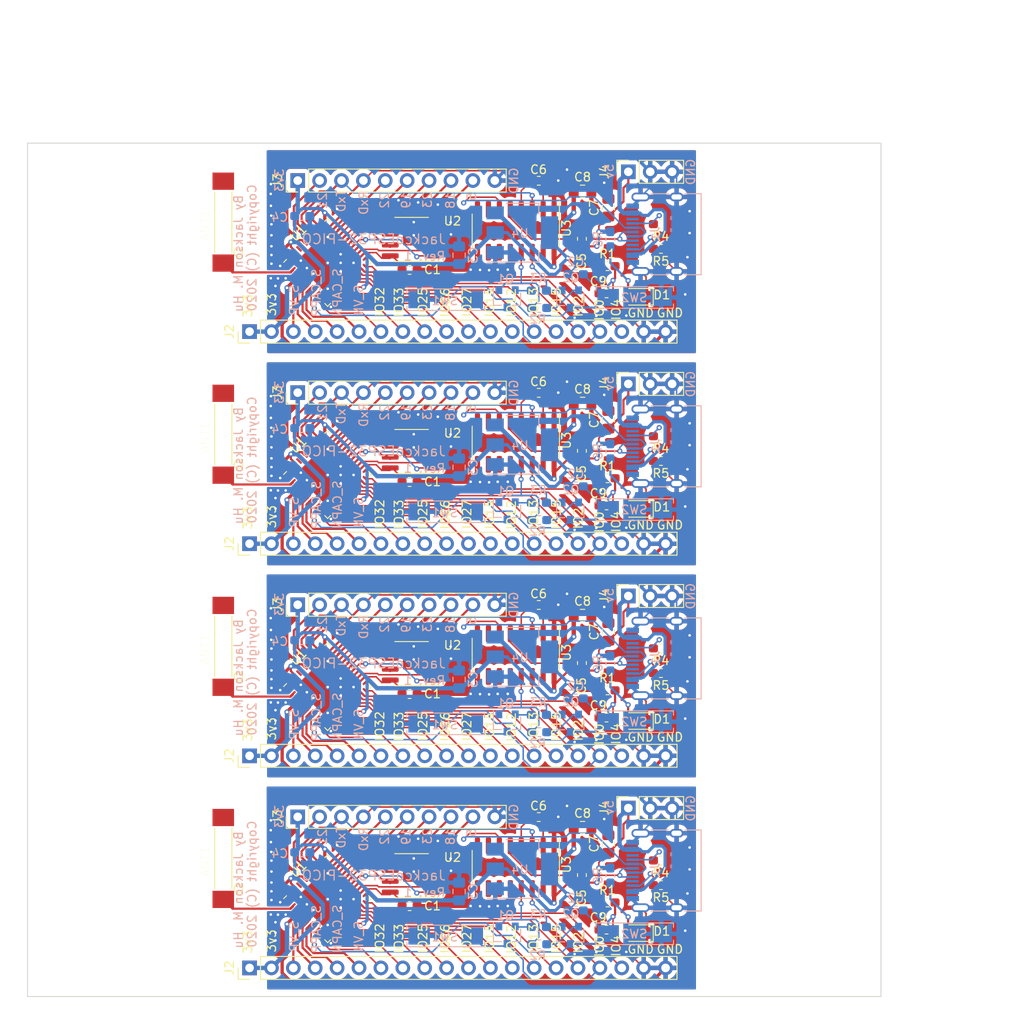
<source format=kicad_pcb>
(kicad_pcb (version 20171130) (host pcbnew 5.1.6-c6e7f7d~87~ubuntu20.04.1)
  (layers (0 F.Cu signal) (31 B.Cu signal) (34 B.Paste user) (35 F.Paste user) (36 B.SilkS user) (37 F.SilkS user) (38 B.Mask user) (39 F.Mask user) (44 Edge.Cuts user))
  (net 0 "")
  (net 1 Board_1-+3V3)
  (net 2 Board_1-+5V)
  (net 3 Board_1-DTR)
  (net 4 Board_1-EN)
  (net 5 Board_1-GND)
  (net 6 Board_1-IO0)
  (net 7 Board_1-IO12)
  (net 8 Board_1-IO13)
  (net 9 Board_1-IO14)
  (net 10 Board_1-IO15)
  (net 11 Board_1-IO18)
  (net 12 Board_1-IO19)
  (net 13 Board_1-IO2)
  (net 14 Board_1-IO21)
  (net 15 Board_1-IO22)
  (net 16 Board_1-IO23)
  (net 17 Board_1-IO25)
  (net 18 Board_1-IO26)
  (net 19 Board_1-IO27)
  (net 20 Board_1-IO32)
  (net 21 Board_1-IO33)
  (net 22 Board_1-IO4)
  (net 23 Board_1-IO5)
  (net 24 "Board_1-Net-(ANT1-PadP$FEED)")
  (net 25 "Board_1-Net-(ANT1-PadP$GND)")
  (net 26 "Board_1-Net-(C6-Pad1)")
  (net 27 "Board_1-Net-(D1-Pad2)")
  (net 28 "Board_1-Net-(J1-PadA5)")
  (net 29 "Board_1-Net-(J1-PadA8)")
  (net 30 "Board_1-Net-(J1-PadB5)")
  (net 31 "Board_1-Net-(J1-PadB8)")
  (net 32 "Board_1-Net-(Q1-Pad2)")
  (net 33 "Board_1-Net-(Q2-Pad2)")
  (net 34 "Board_1-Net-(U1-Pad10)")
  (net 35 "Board_1-Net-(U1-Pad11)")
  (net 36 "Board_1-Net-(U1-Pad25)")
  (net 37 "Board_1-Net-(U1-Pad28)")
  (net 38 "Board_1-Net-(U1-Pad44)")
  (net 39 "Board_1-Net-(U1-Pad45)")
  (net 40 "Board_1-Net-(U1-Pad47)")
  (net 41 "Board_1-Net-(U1-Pad48)")
  (net 42 "Board_1-Net-(U3-Pad10)")
  (net 43 "Board_1-Net-(U3-Pad11)")
  (net 44 "Board_1-Net-(U3-Pad12)")
  (net 45 "Board_1-Net-(U3-Pad15)")
  (net 46 "Board_1-Net-(U3-Pad7)")
  (net 47 "Board_1-Net-(U3-Pad8)")
  (net 48 "Board_1-Net-(U3-Pad9)")
  (net 49 Board_1-PSRAM_CS)
  (net 50 Board_1-RTS)
  (net 51 Board_1-RxD0)
  (net 52 Board_1-SCLK)
  (net 53 Board_1-SENSE_CAPN)
  (net 54 Board_1-SENSE_CAPP)
  (net 55 Board_1-SENSE_VN)
  (net 56 Board_1-SENSE_VP)
  (net 57 Board_1-SIO0)
  (net 58 Board_1-SIO1)
  (net 59 Board_1-SIO2)
  (net 60 Board_1-SIO3)
  (net 61 Board_1-TxD0)
  (net 62 Board_1-USB_DN)
  (net 63 Board_1-USB_DP)
  (net 64 Board_1-VDD_SDIO)
  (net 65 Board_2-+3V3)
  (net 66 Board_2-+5V)
  (net 67 Board_2-DTR)
  (net 68 Board_2-EN)
  (net 69 Board_2-GND)
  (net 70 Board_2-IO0)
  (net 71 Board_2-IO12)
  (net 72 Board_2-IO13)
  (net 73 Board_2-IO14)
  (net 74 Board_2-IO15)
  (net 75 Board_2-IO18)
  (net 76 Board_2-IO19)
  (net 77 Board_2-IO2)
  (net 78 Board_2-IO21)
  (net 79 Board_2-IO22)
  (net 80 Board_2-IO23)
  (net 81 Board_2-IO25)
  (net 82 Board_2-IO26)
  (net 83 Board_2-IO27)
  (net 84 Board_2-IO32)
  (net 85 Board_2-IO33)
  (net 86 Board_2-IO4)
  (net 87 Board_2-IO5)
  (net 88 "Board_2-Net-(ANT1-PadP$FEED)")
  (net 89 "Board_2-Net-(ANT1-PadP$GND)")
  (net 90 "Board_2-Net-(C6-Pad1)")
  (net 91 "Board_2-Net-(D1-Pad2)")
  (net 92 "Board_2-Net-(J1-PadA5)")
  (net 93 "Board_2-Net-(J1-PadA8)")
  (net 94 "Board_2-Net-(J1-PadB5)")
  (net 95 "Board_2-Net-(J1-PadB8)")
  (net 96 "Board_2-Net-(Q1-Pad2)")
  (net 97 "Board_2-Net-(Q2-Pad2)")
  (net 98 "Board_2-Net-(U1-Pad10)")
  (net 99 "Board_2-Net-(U1-Pad11)")
  (net 100 "Board_2-Net-(U1-Pad25)")
  (net 101 "Board_2-Net-(U1-Pad28)")
  (net 102 "Board_2-Net-(U1-Pad44)")
  (net 103 "Board_2-Net-(U1-Pad45)")
  (net 104 "Board_2-Net-(U1-Pad47)")
  (net 105 "Board_2-Net-(U1-Pad48)")
  (net 106 "Board_2-Net-(U3-Pad10)")
  (net 107 "Board_2-Net-(U3-Pad11)")
  (net 108 "Board_2-Net-(U3-Pad12)")
  (net 109 "Board_2-Net-(U3-Pad15)")
  (net 110 "Board_2-Net-(U3-Pad7)")
  (net 111 "Board_2-Net-(U3-Pad8)")
  (net 112 "Board_2-Net-(U3-Pad9)")
  (net 113 Board_2-PSRAM_CS)
  (net 114 Board_2-RTS)
  (net 115 Board_2-RxD0)
  (net 116 Board_2-SCLK)
  (net 117 Board_2-SENSE_CAPN)
  (net 118 Board_2-SENSE_CAPP)
  (net 119 Board_2-SENSE_VN)
  (net 120 Board_2-SENSE_VP)
  (net 121 Board_2-SIO0)
  (net 122 Board_2-SIO1)
  (net 123 Board_2-SIO2)
  (net 124 Board_2-SIO3)
  (net 125 Board_2-TxD0)
  (net 126 Board_2-USB_DN)
  (net 127 Board_2-USB_DP)
  (net 128 Board_2-VDD_SDIO)
  (net 129 Board_3-+3V3)
  (net 130 Board_3-+5V)
  (net 131 Board_3-DTR)
  (net 132 Board_3-EN)
  (net 133 Board_3-GND)
  (net 134 Board_3-IO0)
  (net 135 Board_3-IO12)
  (net 136 Board_3-IO13)
  (net 137 Board_3-IO14)
  (net 138 Board_3-IO15)
  (net 139 Board_3-IO18)
  (net 140 Board_3-IO19)
  (net 141 Board_3-IO2)
  (net 142 Board_3-IO21)
  (net 143 Board_3-IO22)
  (net 144 Board_3-IO23)
  (net 145 Board_3-IO25)
  (net 146 Board_3-IO26)
  (net 147 Board_3-IO27)
  (net 148 Board_3-IO32)
  (net 149 Board_3-IO33)
  (net 150 Board_3-IO4)
  (net 151 Board_3-IO5)
  (net 152 "Board_3-Net-(ANT1-PadP$FEED)")
  (net 153 "Board_3-Net-(ANT1-PadP$GND)")
  (net 154 "Board_3-Net-(C6-Pad1)")
  (net 155 "Board_3-Net-(D1-Pad2)")
  (net 156 "Board_3-Net-(J1-PadA5)")
  (net 157 "Board_3-Net-(J1-PadA8)")
  (net 158 "Board_3-Net-(J1-PadB5)")
  (net 159 "Board_3-Net-(J1-PadB8)")
  (net 160 "Board_3-Net-(Q1-Pad2)")
  (net 161 "Board_3-Net-(Q2-Pad2)")
  (net 162 "Board_3-Net-(U1-Pad10)")
  (net 163 "Board_3-Net-(U1-Pad11)")
  (net 164 "Board_3-Net-(U1-Pad25)")
  (net 165 "Board_3-Net-(U1-Pad28)")
  (net 166 "Board_3-Net-(U1-Pad44)")
  (net 167 "Board_3-Net-(U1-Pad45)")
  (net 168 "Board_3-Net-(U1-Pad47)")
  (net 169 "Board_3-Net-(U1-Pad48)")
  (net 170 "Board_3-Net-(U3-Pad10)")
  (net 171 "Board_3-Net-(U3-Pad11)")
  (net 172 "Board_3-Net-(U3-Pad12)")
  (net 173 "Board_3-Net-(U3-Pad15)")
  (net 174 "Board_3-Net-(U3-Pad7)")
  (net 175 "Board_3-Net-(U3-Pad8)")
  (net 176 "Board_3-Net-(U3-Pad9)")
  (net 177 Board_3-PSRAM_CS)
  (net 178 Board_3-RTS)
  (net 179 Board_3-RxD0)
  (net 180 Board_3-SCLK)
  (net 181 Board_3-SENSE_CAPN)
  (net 182 Board_3-SENSE_CAPP)
  (net 183 Board_3-SENSE_VN)
  (net 184 Board_3-SENSE_VP)
  (net 185 Board_3-SIO0)
  (net 186 Board_3-SIO1)
  (net 187 Board_3-SIO2)
  (net 188 Board_3-SIO3)
  (net 189 Board_3-TxD0)
  (net 190 Board_3-USB_DN)
  (net 191 Board_3-USB_DP)
  (net 192 Board_3-VDD_SDIO)
  (net 193 Board_4-+3V3)
  (net 194 Board_4-+5V)
  (net 195 Board_4-DTR)
  (net 196 Board_4-EN)
  (net 197 Board_4-GND)
  (net 198 Board_4-IO0)
  (net 199 Board_4-IO12)
  (net 200 Board_4-IO13)
  (net 201 Board_4-IO14)
  (net 202 Board_4-IO15)
  (net 203 Board_4-IO18)
  (net 204 Board_4-IO19)
  (net 205 Board_4-IO2)
  (net 206 Board_4-IO21)
  (net 207 Board_4-IO22)
  (net 208 Board_4-IO23)
  (net 209 Board_4-IO25)
  (net 210 Board_4-IO26)
  (net 211 Board_4-IO27)
  (net 212 Board_4-IO32)
  (net 213 Board_4-IO33)
  (net 214 Board_4-IO4)
  (net 215 Board_4-IO5)
  (net 216 "Board_4-Net-(ANT1-PadP$FEED)")
  (net 217 "Board_4-Net-(ANT1-PadP$GND)")
  (net 218 "Board_4-Net-(C6-Pad1)")
  (net 219 "Board_4-Net-(D1-Pad2)")
  (net 220 "Board_4-Net-(J1-PadA5)")
  (net 221 "Board_4-Net-(J1-PadA8)")
  (net 222 "Board_4-Net-(J1-PadB5)")
  (net 223 "Board_4-Net-(J1-PadB8)")
  (net 224 "Board_4-Net-(Q1-Pad2)")
  (net 225 "Board_4-Net-(Q2-Pad2)")
  (net 226 "Board_4-Net-(U1-Pad10)")
  (net 227 "Board_4-Net-(U1-Pad11)")
  (net 228 "Board_4-Net-(U1-Pad25)")
  (net 229 "Board_4-Net-(U1-Pad28)")
  (net 230 "Board_4-Net-(U1-Pad44)")
  (net 231 "Board_4-Net-(U1-Pad45)")
  (net 232 "Board_4-Net-(U1-Pad47)")
  (net 233 "Board_4-Net-(U1-Pad48)")
  (net 234 "Board_4-Net-(U3-Pad10)")
  (net 235 "Board_4-Net-(U3-Pad11)")
  (net 236 "Board_4-Net-(U3-Pad12)")
  (net 237 "Board_4-Net-(U3-Pad15)")
  (net 238 "Board_4-Net-(U3-Pad7)")
  (net 239 "Board_4-Net-(U3-Pad8)")
  (net 240 "Board_4-Net-(U3-Pad9)")
  (net 241 Board_4-PSRAM_CS)
  (net 242 Board_4-RTS)
  (net 243 Board_4-RxD0)
  (net 244 Board_4-SCLK)
  (net 245 Board_4-SENSE_CAPN)
  (net 246 Board_4-SENSE_CAPP)
  (net 247 Board_4-SENSE_VN)
  (net 248 Board_4-SENSE_VP)
  (net 249 Board_4-SIO0)
  (net 250 Board_4-SIO1)
  (net 251 Board_4-SIO2)
  (net 252 Board_4-SIO3)
  (net 253 Board_4-TxD0)
  (net 254 Board_4-USB_DN)
  (net 255 Board_4-USB_DP)
  (net 256 Board_4-VDD_SDIO)
  (module AN9520:SMD_ANT9520 (layer F.Cu) (at 51.778001 132.692016 90)
    (fp_text reference ANT1 (at -0.325225 -2.136465 90) (layer F.SilkS) (effects (font (size 1.000685 1.000685) (thickness 0.015))))
    (fp_text value AN9520)
    (pad P$FEED smd rect (at -4.75 0 90) (size 2 2.5) (layers F.Cu F.Paste F.Mask) (net 216 "Board_4-Net-(ANT1-PadP$FEED)"))
    (pad P$GND smd rect (at 4.75 0 90) (size 2 2.5) (layers F.Cu F.Paste F.Mask) (net 217 "Board_4-Net-(ANT1-PadP$GND)"))
  )
  (module Capacitor_SMD:C_0603_1608Metric_Pad1.05x0.95mm_HandSolder (layer F.Cu) (at 73.393401 138.229216 180)
    (fp_text reference C1 (at -2.6606 0.0232) (layer F.SilkS))
    (fp_text value 0.1uF)
    (pad 2 smd roundrect (at 0.875 0 180) (size 1.05 0.95) (layers F.Cu F.Paste F.Mask) (net 256 Board_4-VDD_SDIO))
    (pad 1 smd roundrect (at -0.875 0 180) (size 1.05 0.95) (layers F.Cu F.Paste F.Mask) (net 197 Board_4-GND))
  )
  (module Capacitor_SMD:C_0603_1608Metric_Pad1.05x0.95mm_HandSolder (layer B.Cu) (at 92.672001 138.737216 180)
    (fp_text reference C2 (at 0 1.43) (layer B.SilkS) (effects (justify mirror)))
    (fp_text value 0.1uF)
    (pad 1 smd roundrect (at -0.875 0 180) (size 1.05 0.95) (layers B.Cu B.Paste B.Mask) (net 196 Board_4-EN))
    (pad 2 smd roundrect (at 0.875 0 180) (size 1.05 0.95) (layers B.Cu B.Paste B.Mask) (net 197 Board_4-GND))
  )
  (module Capacitor_SMD:C_0805_2012Metric_Pad1.15x1.40mm_HandSolder (layer B.Cu) (at 79.133801 136.527416 90)
    (fp_text reference C3 (at -0.0086 1.6302 270) (layer B.SilkS) (effects (justify mirror)))
    (fp_text value 10uF)
    (pad 1 smd roundrect (at -1.025 0 90) (size 1.15 1.4) (layers B.Cu B.Paste B.Mask) (roundrect_rratio 0.217391) (net 193 Board_4-+3V3))
    (pad 2 smd roundrect (at 1.025 0 90) (size 1.15 1.4) (layers B.Cu B.Paste B.Mask) (roundrect_rratio 0.217391) (net 197 Board_4-GND))
  )
  (module Capacitor_SMD:C_0603_1608Metric_Pad1.05x0.95mm_HandSolder (layer B.Cu) (at 60.947401 131.980816 180)
    (fp_text reference C4 (at 2.6234 -0.1452 180) (layer B.SilkS) (effects (justify mirror)))
    (fp_text value 0.1uF)
    (pad 1 smd roundrect (at -0.875 0 180) (size 1.05 0.95) (layers B.Cu B.Paste B.Mask) (net 197 Board_4-GND))
    (pad 2 smd roundrect (at 0.875 0 180) (size 1.05 0.95) (layers B.Cu B.Paste B.Mask) (net 193 Board_4-+3V3))
  )
  (module Capacitor_SMD:C_0603_1608Metric_Pad1.05x0.95mm_HandSolder (layer F.Cu) (at 93.383201 134.622416 90)
    (fp_text reference C5 (at -2.6416 -0.0508 90) (layer F.SilkS))
    (fp_text value 0.1uF)
    (pad 1 smd roundrect (at -0.875 0 90) (size 1.05 0.95) (layers F.Cu F.Paste F.Mask) (net 194 Board_4-+5V))
    (pad 2 smd roundrect (at 0.875 0 90) (size 1.05 0.95) (layers F.Cu F.Paste F.Mask) (net 197 Board_4-GND))
  )
  (module Capacitor_SMD:C_0603_1608Metric_Pad1.05x0.95mm_HandSolder (layer F.Cu) (at 88.379401 127.891416)
    (fp_text reference C6 (at -0.0254 -1.2954) (layer F.SilkS))
    (fp_text value 0.1uF)
    (pad 1 smd roundrect (at -0.875 0) (size 1.05 0.95) (layers F.Cu F.Paste F.Mask) (net 218 "Board_4-Net-(C6-Pad1)"))
    (pad 2 smd roundrect (at 0.875 0) (size 1.05 0.95) (layers F.Cu F.Paste F.Mask) (net 197 Board_4-GND))
  )
  (module Capacitor_SMD:C_0805_2012Metric_Pad1.15x1.40mm_HandSolder (layer F.Cu) (at 96.456601 131.015616 90)
    (fp_text reference C7 (at 0 -1.65 90) (layer F.SilkS))
    (fp_text value 10uF)
    (pad 1 smd roundrect (at -1.025 0 90) (size 1.15 1.4) (layers F.Cu F.Paste F.Mask) (roundrect_rratio 0.217391) (net 194 Board_4-+5V))
    (pad 2 smd roundrect (at 1.025 0 90) (size 1.15 1.4) (layers F.Cu F.Paste F.Mask) (roundrect_rratio 0.217391) (net 197 Board_4-GND))
  )
  (module Capacitor_SMD:C_0805_2012Metric_Pad1.15x1.40mm_HandSolder (layer F.Cu) (at 93.459401 129.110616)
    (fp_text reference C8 (at 0 -1.65) (layer F.SilkS))
    (fp_text value 10uF)
    (pad 1 smd roundrect (at -1.025 0) (size 1.15 1.4) (layers F.Cu F.Paste F.Mask) (roundrect_rratio 0.217391) (net 193 Board_4-+3V3))
    (pad 2 smd roundrect (at 1.025 0) (size 1.15 1.4) (layers F.Cu F.Paste F.Mask) (roundrect_rratio 0.217391) (net 197 Board_4-GND))
  )
  (module Capacitor_SMD:C_0603_1608Metric_Pad1.05x0.95mm_HandSolder (layer F.Cu) (at 96.242001 140.947016)
    (fp_text reference C9 (at -0.9652 -1.397) (layer F.SilkS))
    (fp_text value 0.1uF)
    (pad 1 smd roundrect (at -0.875 0) (size 1.05 0.95) (layers F.Cu F.Paste F.Mask) (net 197 Board_4-GND))
    (pad 2 smd roundrect (at 0.875 0) (size 1.05 0.95) (layers F.Cu F.Paste F.Mask) (net 196 Board_4-EN))
  )
  (module LED_SMD:LED_0805_2012Metric_Pad1.15x1.40mm_HandSolder (layer F.Cu) (at 99.800401 141.353416 180)
    (fp_text reference D1 (at -2.8536 0.2174) (layer F.SilkS))
    (fp_text value LED)
    (pad 1 smd roundrect (at -1.025 0 180) (size 1.15 1.4) (layers F.Cu F.Paste F.Mask) (roundrect_rratio 0.217391) (net 197 Board_4-GND))
    (pad 2 smd roundrect (at 1.025 0 180) (size 1.15 1.4) (layers F.Cu F.Paste F.Mask) (roundrect_rratio 0.217391) (net 219 "Board_4-Net-(D1-Pad2)"))
  )
  (module Connector_USB:USB_C_Receptacle_HRO_TYPE-C-31-M-12 (layer B.Cu) (at 103.314601 134.089016 270)
    (fp_text reference J1 (at -0.0508 1.4732 270) (layer B.SilkS) (effects (justify mirror)))
    (fp_text value USB)
    (pad S1 thru_hole oval (at 4.32 -1.05 270) (size 1 1.6) (drill oval 0.6 1.2) (layers *.Cu *.Mask) (net 197 Board_4-GND))
    (pad "" np_thru_hole circle (at 2.89 2.6 270) (size 0.65 0.65) (drill 0.65) (layers *.Cu *.Mask))
    (pad S1 thru_hole oval (at -4.32 -1.05 270) (size 1 1.6) (drill oval 0.6 1.2) (layers *.Cu *.Mask) (net 197 Board_4-GND))
    (pad "" np_thru_hole circle (at -2.89 2.6 270) (size 0.65 0.65) (drill 0.65) (layers *.Cu *.Mask))
    (pad S1 thru_hole oval (at -4.32 3.13 270) (size 1 2.1) (drill oval 0.6 1.7) (layers *.Cu *.Mask) (net 197 Board_4-GND))
    (pad S1 thru_hole oval (at 4.32 3.13 270) (size 1 2.1) (drill oval 0.6 1.7) (layers *.Cu *.Mask) (net 197 Board_4-GND))
    (pad A6 smd rect (at -0.25 4.045 270) (size 0.3 1.45) (layers B.Cu B.Paste B.Mask) (net 255 Board_4-USB_DP))
    (pad B5 smd rect (at 1.75 4.045 270) (size 0.3 1.45) (layers B.Cu B.Paste B.Mask) (net 222 "Board_4-Net-(J1-PadB5)"))
    (pad A8 smd rect (at 1.25 4.045 270) (size 0.3 1.45) (layers B.Cu B.Paste B.Mask) (net 221 "Board_4-Net-(J1-PadA8)"))
    (pad B6 smd rect (at 0.75 4.045 270) (size 0.3 1.45) (layers B.Cu B.Paste B.Mask) (net 255 Board_4-USB_DP))
    (pad A7 smd rect (at 0.25 4.045 270) (size 0.3 1.45) (layers B.Cu B.Paste B.Mask) (net 254 Board_4-USB_DN))
    (pad B7 smd rect (at -0.75 4.045 270) (size 0.3 1.45) (layers B.Cu B.Paste B.Mask) (net 254 Board_4-USB_DN))
    (pad A5 smd rect (at -1.25 4.045 270) (size 0.3 1.45) (layers B.Cu B.Paste B.Mask) (net 220 "Board_4-Net-(J1-PadA5)"))
    (pad B8 smd rect (at -1.75 4.045 270) (size 0.3 1.45) (layers B.Cu B.Paste B.Mask) (net 223 "Board_4-Net-(J1-PadB8)"))
    (pad A12 smd rect (at 3.25 4.045 270) (size 0.6 1.45) (layers B.Cu B.Paste B.Mask) (net 197 Board_4-GND))
    (pad B4 smd rect (at 2.45 4.045 270) (size 0.6 1.45) (layers B.Cu B.Paste B.Mask) (net 194 Board_4-+5V))
    (pad A4 smd rect (at -2.45 4.045 270) (size 0.6 1.45) (layers B.Cu B.Paste B.Mask) (net 194 Board_4-+5V))
    (pad A1 smd rect (at -3.25 4.045 270) (size 0.6 1.45) (layers B.Cu B.Paste B.Mask) (net 197 Board_4-GND))
    (pad B12 smd rect (at -3.25 4.045 270) (size 0.6 1.45) (layers B.Cu B.Paste B.Mask) (net 197 Board_4-GND))
    (pad B9 smd rect (at -2.45 4.045 270) (size 0.6 1.45) (layers B.Cu B.Paste B.Mask) (net 194 Board_4-+5V))
    (pad A9 smd rect (at 2.45 4.045 270) (size 0.6 1.45) (layers B.Cu B.Paste B.Mask) (net 194 Board_4-+5V))
    (pad B1 smd rect (at 3.25 4.045 270) (size 0.6 1.45) (layers B.Cu B.Paste B.Mask) (net 197 Board_4-GND))
  )
  (module Connector_PinHeader_2.54mm:PinHeader_1x10_P2.54mm_Vertical (layer F.Cu) (at 60.414001 127.866016 90)
    (fp_text reference J3 (at 0 -2.33 90) (layer F.SilkS))
    (fp_text value GPIO)
    (pad 1 thru_hole rect (at 0 0 90) (size 1.7 1.7) (drill 1) (layers *.Cu *.Mask) (net 193 Board_4-+3V3))
    (pad 2 thru_hole oval (at 0 2.54 90) (size 1.7 1.7) (drill 1) (layers *.Cu *.Mask) (net 206 Board_4-IO21))
    (pad 3 thru_hole oval (at 0 5.08 90) (size 1.7 1.7) (drill 1) (layers *.Cu *.Mask) (net 253 Board_4-TxD0))
    (pad 4 thru_hole oval (at 0 7.62 90) (size 1.7 1.7) (drill 1) (layers *.Cu *.Mask) (net 243 Board_4-RxD0))
    (pad 5 thru_hole oval (at 0 10.16 90) (size 1.7 1.7) (drill 1) (layers *.Cu *.Mask) (net 207 Board_4-IO22))
    (pad 6 thru_hole oval (at 0 12.7 90) (size 1.7 1.7) (drill 1) (layers *.Cu *.Mask) (net 204 Board_4-IO19))
    (pad 7 thru_hole oval (at 0 15.24 90) (size 1.7 1.7) (drill 1) (layers *.Cu *.Mask) (net 208 Board_4-IO23))
    (pad 8 thru_hole oval (at 0 17.78 90) (size 1.7 1.7) (drill 1) (layers *.Cu *.Mask) (net 203 Board_4-IO18))
    (pad 9 thru_hole oval (at 0 20.32 90) (size 1.7 1.7) (drill 1) (layers *.Cu *.Mask) (net 215 Board_4-IO5))
    (pad 10 thru_hole oval (at 0 22.86 90) (size 1.7 1.7) (drill 1) (layers *.Cu *.Mask) (net 197 Board_4-GND))
  )
  (module Package_TO_SOT_SMD:SOT-23 (layer B.Cu) (at 84.696401 141.582016 270)
    (fp_text reference Q1 (at -2.286 0.1778 180) (layer B.SilkS) (effects (justify mirror)))
    (fp_text value S8050)
    (pad 1 smd rect (at -1 0.95 270) (size 0.9 0.8) (layers B.Cu B.Paste B.Mask) (net 195 Board_4-DTR))
    (pad 2 smd rect (at -1 -0.95 270) (size 0.9 0.8) (layers B.Cu B.Paste B.Mask) (net 224 "Board_4-Net-(Q1-Pad2)"))
    (pad 3 smd rect (at 1 0 270) (size 0.9 0.8) (layers B.Cu B.Paste B.Mask) (net 198 Board_4-IO0))
  )
  (module Package_TO_SOT_SMD:SOT-23 (layer B.Cu) (at 92.037001 141.607416 270)
    (fp_text reference Q2 (at -2.4638 -0.0508 180) (layer B.SilkS) (effects (justify mirror)))
    (fp_text value S8050)
    (pad 1 smd rect (at -1 0.95 270) (size 0.9 0.8) (layers B.Cu B.Paste B.Mask) (net 242 Board_4-RTS))
    (pad 2 smd rect (at -1 -0.95 270) (size 0.9 0.8) (layers B.Cu B.Paste B.Mask) (net 225 "Board_4-Net-(Q2-Pad2)"))
    (pad 3 smd rect (at 1 0 270) (size 0.9 0.8) (layers B.Cu B.Paste B.Mask) (net 196 Board_4-EN))
  )
  (module Resistor_SMD:R_0603_1608Metric_Pad1.05x0.95mm_HandSolder (layer F.Cu) (at 96.355001 137.797416)
    (fp_text reference R1 (at 0 -1.43) (layer F.SilkS))
    (fp_text value 10K)
    (pad 1 smd roundrect (at -0.875 0) (size 1.05 0.95) (layers F.Cu F.Paste F.Mask) (net 193 Board_4-+3V3))
    (pad 2 smd roundrect (at 0.875 0) (size 1.05 0.95) (layers F.Cu F.Paste F.Mask) (net 196 Board_4-EN))
  )
  (module Resistor_SMD:R_0603_1608Metric_Pad1.05x0.95mm_HandSolder (layer B.Cu) (at 88.390801 140.642216)
    (fp_text reference R2 (at -0.1384 3.302) (layer B.SilkS) (effects (justify mirror)))
    (fp_text value 10K hide)
    (pad 1 smd roundrect (at -0.875 0) (size 1.05 0.95) (layers B.Cu B.Paste B.Mask) (net 224 "Board_4-Net-(Q1-Pad2)"))
    (pad 2 smd roundrect (at 0.875 0) (size 1.05 0.95) (layers B.Cu B.Paste B.Mask) (net 242 Board_4-RTS))
  )
  (module Resistor_SMD:R_0603_1608Metric_Pad1.05x0.95mm_HandSolder (layer B.Cu) (at 88.430201 142.648816 180)
    (fp_text reference R3 (at 0.1016 3.4544) (layer B.SilkS) (effects (justify mirror)))
    (fp_text value 10K hide)
    (pad 1 smd roundrect (at -0.875 0 180) (size 1.05 0.95) (layers B.Cu B.Paste B.Mask) (net 225 "Board_4-Net-(Q2-Pad2)"))
    (pad 2 smd roundrect (at 0.875 0 180) (size 1.05 0.95) (layers B.Cu B.Paste B.Mask) (net 195 Board_4-DTR))
  )
  (module Resistor_SMD:R_0603_1608Metric_Pad1.05x0.95mm_HandSolder (layer F.Cu) (at 102.552601 132.920616 180)
    (fp_text reference R4 (at 0 -1.43) (layer F.SilkS))
    (fp_text value 5.11K)
    (pad 1 smd roundrect (at -0.875 0 180) (size 1.05 0.95) (layers F.Cu F.Paste F.Mask) (net 197 Board_4-GND))
    (pad 2 smd roundrect (at 0.875 0 180) (size 1.05 0.95) (layers F.Cu F.Paste F.Mask) (net 220 "Board_4-Net-(J1-PadA5)"))
  )
  (module Resistor_SMD:R_0603_1608Metric_Pad1.05x0.95mm_HandSolder (layer F.Cu) (at 102.552601 135.790816 180)
    (fp_text reference R5 (at 0 -1.43) (layer F.SilkS))
    (fp_text value 5.11K)
    (pad 1 smd roundrect (at -0.875 0 180) (size 1.05 0.95) (layers F.Cu F.Paste F.Mask) (net 197 Board_4-GND))
    (pad 2 smd roundrect (at 0.875 0 180) (size 1.05 0.95) (layers F.Cu F.Paste F.Mask) (net 222 "Board_4-Net-(J1-PadB5)"))
  )
  (module Resistor_SMD:R_0603_1608Metric_Pad1.05x0.95mm_HandSolder (layer B.Cu) (at 96.685201 134.673216 270)
    (fp_text reference R6 (at 0 1.43 90) (layer B.SilkS) (effects (justify mirror)))
    (fp_text value 330)
    (pad 1 smd roundrect (at -0.875 0 270) (size 1.05 0.95) (layers B.Cu B.Paste B.Mask) (net 194 Board_4-+5V))
    (pad 2 smd roundrect (at 0.875 0 270) (size 1.05 0.95) (layers B.Cu B.Paste B.Mask) (net 219 "Board_4-Net-(D1-Pad2)"))
  )
  (module Button_Switch_SMD:SW_SPST_REED_CT05-XXXX-J1 (layer B.Cu) (at 77.584401 141.683616 180)
    (fp_text reference SW1 (at 0.1016 -0.127) (layer B.SilkS) (effects (justify mirror)))
    (fp_text value BOOT)
    (pad 2 smd rect (at 3.08 0 180) (size 2.5 2) (layers B.Cu B.Paste B.Mask) (net 197 Board_4-GND))
    (pad 1 smd rect (at -3.08 0 180) (size 2.5 2) (layers B.Cu B.Paste B.Mask) (net 198 Board_4-IO0))
  )
  (module Button_Switch_SMD:SW_SPST_REED_CT05-XXXX-J1 (layer B.Cu) (at 99.504601 141.429616)
    (fp_text reference SW2 (at -0.0508 0.0254) (layer B.SilkS) (effects (justify mirror)))
    (fp_text value RESET)
    (pad 2 smd rect (at 3.08 0) (size 2.5 2) (layers B.Cu B.Paste B.Mask) (net 197 Board_4-GND))
    (pad 1 smd rect (at -3.08 0) (size 2.5 2) (layers B.Cu B.Paste B.Mask) (net 196 Board_4-EN))
  )
  (module Package_DFN_QFN:QFN-48-1EP_7x7mm_P0.5mm_EP5.3x5.3mm (layer F.Cu) (at 63.887382 137.352778 45)
    (fp_text reference U1 (at 0 -4.8 45) (layer F.SilkS))
    (fp_text value ESP32-PICO-D4)
    (pad 1 smd roundrect (at -3.45 -2.75 45) (size 0.8 0.25) (layers F.Cu F.Paste F.Mask) (net 193 Board_4-+3V3))
    (pad 2 smd roundrect (at -3.45 -2.25 45) (size 0.8 0.25) (layers F.Cu F.Paste F.Mask) (net 216 "Board_4-Net-(ANT1-PadP$FEED)"))
    (pad 3 smd roundrect (at -3.45 -1.75 45) (size 0.8 0.25) (layers F.Cu F.Paste F.Mask) (net 193 Board_4-+3V3))
    (pad 4 smd roundrect (at -3.45 -1.25 45) (size 0.8 0.25) (layers F.Cu F.Paste F.Mask) (net 193 Board_4-+3V3))
    (pad 5 smd roundrect (at -3.45 -0.75 45) (size 0.8 0.25) (layers F.Cu F.Paste F.Mask) (net 248 Board_4-SENSE_VP))
    (pad 6 smd roundrect (at -3.45 -0.25 45) (size 0.8 0.25) (layers F.Cu F.Paste F.Mask) (net 246 Board_4-SENSE_CAPP))
    (pad 7 smd roundrect (at -3.45 0.25 45) (size 0.8 0.25) (layers F.Cu F.Paste F.Mask) (net 245 Board_4-SENSE_CAPN))
    (pad 8 smd roundrect (at -3.45 0.75 45) (size 0.8 0.25) (layers F.Cu F.Paste F.Mask) (net 247 Board_4-SENSE_VN))
    (pad 9 smd roundrect (at -3.45 1.25 45) (size 0.8 0.25) (layers F.Cu F.Paste F.Mask) (net 196 Board_4-EN))
    (pad 10 smd roundrect (at -3.45 1.75 45) (size 0.8 0.25) (layers F.Cu F.Paste F.Mask) (net 226 "Board_4-Net-(U1-Pad10)"))
    (pad 11 smd roundrect (at -3.45 2.25 45) (size 0.8 0.25) (layers F.Cu F.Paste F.Mask) (net 227 "Board_4-Net-(U1-Pad11)"))
    (pad 12 smd roundrect (at -3.45 2.75 45) (size 0.8 0.25) (layers F.Cu F.Paste F.Mask) (net 212 Board_4-IO32))
    (pad 13 smd roundrect (at -2.75 3.45 45) (size 0.25 0.8) (layers F.Cu F.Paste F.Mask) (net 213 Board_4-IO33))
    (pad 14 smd roundrect (at -2.25 3.45 45) (size 0.25 0.8) (layers F.Cu F.Paste F.Mask) (net 209 Board_4-IO25))
    (pad 15 smd roundrect (at -1.75 3.45 45) (size 0.25 0.8) (layers F.Cu F.Paste F.Mask) (net 210 Board_4-IO26))
    (pad 16 smd roundrect (at -1.25 3.45 45) (size 0.25 0.8) (layers F.Cu F.Paste F.Mask) (net 211 Board_4-IO27))
    (pad 17 smd roundrect (at -0.75 3.45 45) (size 0.25 0.8) (layers F.Cu F.Paste F.Mask) (net 201 Board_4-IO14))
    (pad 18 smd roundrect (at -0.25 3.45 45) (size 0.25 0.8) (layers F.Cu F.Paste F.Mask) (net 199 Board_4-IO12))
    (pad 19 smd roundrect (at 0.25 3.45 45) (size 0.25 0.8) (layers F.Cu F.Paste F.Mask) (net 193 Board_4-+3V3))
    (pad 20 smd roundrect (at 0.75 3.45 45) (size 0.25 0.8) (layers F.Cu F.Paste F.Mask) (net 200 Board_4-IO13))
    (pad 21 smd roundrect (at 1.25 3.45 45) (size 0.25 0.8) (layers F.Cu F.Paste F.Mask) (net 202 Board_4-IO15))
    (pad 22 smd roundrect (at 1.75 3.45 45) (size 0.25 0.8) (layers F.Cu F.Paste F.Mask) (net 205 Board_4-IO2))
    (pad 23 smd roundrect (at 2.25 3.45 45) (size 0.25 0.8) (layers F.Cu F.Paste F.Mask) (net 198 Board_4-IO0))
    (pad 24 smd roundrect (at 2.75 3.45 45) (size 0.25 0.8) (layers F.Cu F.Paste F.Mask) (net 214 Board_4-IO4))
    (pad 25 smd roundrect (at 3.45 2.75 45) (size 0.8 0.25) (layers F.Cu F.Paste F.Mask) (net 228 "Board_4-Net-(U1-Pad25)"))
    (pad 26 smd roundrect (at 3.45 2.25 45) (size 0.8 0.25) (layers F.Cu F.Paste F.Mask) (net 256 Board_4-VDD_SDIO))
    (pad 27 smd roundrect (at 3.45 1.75 45) (size 0.8 0.25) (layers F.Cu F.Paste F.Mask) (net 250 Board_4-SIO1))
    (pad 28 smd roundrect (at 3.45 1.25 45) (size 0.8 0.25) (layers F.Cu F.Paste F.Mask) (net 229 "Board_4-Net-(U1-Pad28)"))
    (pad 29 smd roundrect (at 3.45 0.75 45) (size 0.8 0.25) (layers F.Cu F.Paste F.Mask) (net 241 Board_4-PSRAM_CS))
    (pad 30 smd roundrect (at 3.45 0.25 45) (size 0.8 0.25) (layers F.Cu F.Paste F.Mask) (net 252 Board_4-SIO3))
    (pad 31 smd roundrect (at 3.45 -0.25 45) (size 0.8 0.25) (layers F.Cu F.Paste F.Mask) (net 244 Board_4-SCLK))
    (pad 32 smd roundrect (at 3.45 -0.75 45) (size 0.8 0.25) (layers F.Cu F.Paste F.Mask) (net 251 Board_4-SIO2))
    (pad 33 smd roundrect (at 3.45 -1.25 45) (size 0.8 0.25) (layers F.Cu F.Paste F.Mask) (net 249 Board_4-SIO0))
    (pad 34 smd roundrect (at 3.45 -1.75 45) (size 0.8 0.25) (layers F.Cu F.Paste F.Mask) (net 215 Board_4-IO5))
    (pad 35 smd roundrect (at 3.45 -2.25 45) (size 0.8 0.25) (layers F.Cu F.Paste F.Mask) (net 203 Board_4-IO18))
    (pad 36 smd roundrect (at 3.45 -2.75 45) (size 0.8 0.25) (layers F.Cu F.Paste F.Mask) (net 208 Board_4-IO23))
    (pad 37 smd roundrect (at 2.75 -3.45 45) (size 0.25 0.8) (layers F.Cu F.Paste F.Mask) (net 193 Board_4-+3V3))
    (pad 38 smd roundrect (at 2.25 -3.45 45) (size 0.25 0.8) (layers F.Cu F.Paste F.Mask) (net 204 Board_4-IO19))
    (pad 39 smd roundrect (at 1.75 -3.45 45) (size 0.25 0.8) (layers F.Cu F.Paste F.Mask) (net 207 Board_4-IO22))
    (pad 40 smd roundrect (at 1.25 -3.45 45) (size 0.25 0.8) (layers F.Cu F.Paste F.Mask) (net 243 Board_4-RxD0))
    (pad 41 smd roundrect (at 0.75 -3.45 45) (size 0.25 0.8) (layers F.Cu F.Paste F.Mask) (net 253 Board_4-TxD0))
    (pad 42 smd roundrect (at 0.25 -3.45 45) (size 0.25 0.8) (layers F.Cu F.Paste F.Mask) (net 206 Board_4-IO21))
    (pad 43 smd roundrect (at -0.25 -3.45 45) (size 0.25 0.8) (layers F.Cu F.Paste F.Mask) (net 193 Board_4-+3V3))
    (pad 44 smd roundrect (at -0.75 -3.45 45) (size 0.25 0.8) (layers F.Cu F.Paste F.Mask) (net 230 "Board_4-Net-(U1-Pad44)"))
    (pad 45 smd roundrect (at -1.25 -3.45 45) (size 0.25 0.8) (layers F.Cu F.Paste F.Mask) (net 231 "Board_4-Net-(U1-Pad45)"))
    (pad 46 smd roundrect (at -1.75 -3.45 45) (size 0.25 0.8) (layers F.Cu F.Paste F.Mask) (net 193 Board_4-+3V3))
    (pad 47 smd roundrect (at -2.25 -3.45 45) (size 0.25 0.8) (layers F.Cu F.Paste F.Mask) (net 232 "Board_4-Net-(U1-Pad47)"))
    (pad 48 smd roundrect (at -2.75 -3.45 45) (size 0.25 0.8) (layers F.Cu F.Paste F.Mask) (net 233 "Board_4-Net-(U1-Pad48)"))
    (pad 49 smd rect (at 0 0 45) (size 5.3 5.3) (layers F.Cu F.Mask) (net 197 Board_4-GND))
  )
  (module Package_SO:SOIC-8_3.9x4.9mm_P1.27mm (layer F.Cu) (at 73.622001 134.698616 180)
    (fp_text reference U2 (at -4.7498 2.1336) (layer F.SilkS))
    (fp_text value ESP-PSRAM32)
    (pad 1 smd roundrect (at -2.475 -1.905 180) (size 1.95 0.6) (layers F.Cu F.Paste F.Mask) (net 241 Board_4-PSRAM_CS))
    (pad 2 smd roundrect (at -2.475 -0.635 180) (size 1.95 0.6) (layers F.Cu F.Paste F.Mask) (net 250 Board_4-SIO1))
    (pad 3 smd roundrect (at -2.475 0.635 180) (size 1.95 0.6) (layers F.Cu F.Paste F.Mask) (net 251 Board_4-SIO2))
    (pad 4 smd roundrect (at -2.475 1.905 180) (size 1.95 0.6) (layers F.Cu F.Paste F.Mask) (net 197 Board_4-GND))
    (pad 5 smd roundrect (at 2.475 1.905 180) (size 1.95 0.6) (layers F.Cu F.Paste F.Mask) (net 249 Board_4-SIO0))
    (pad 6 smd roundrect (at 2.475 0.635 180) (size 1.95 0.6) (layers F.Cu F.Paste F.Mask) (net 244 Board_4-SCLK))
    (pad 7 smd roundrect (at 2.475 -0.635 180) (size 1.95 0.6) (layers F.Cu F.Paste F.Mask) (net 252 Board_4-SIO3))
    (pad 8 smd roundrect (at 2.475 -1.905 180) (size 1.95 0.6) (layers F.Cu F.Paste F.Mask) (net 256 Board_4-VDD_SDIO))
  )
  (module Package_SO:SOIC-16_3.9x9.9mm_P1.27mm (layer F.Cu) (at 85.712401 133.708016 270)
    (fp_text reference U3 (at -0.3048 -5.8674 90) (layer F.SilkS))
    (fp_text value CH340C)
    (pad 1 smd roundrect (at -2.475 -4.445 270) (size 1.95 0.6) (layers F.Cu F.Paste F.Mask) (net 197 Board_4-GND))
    (pad 2 smd roundrect (at -2.475 -3.175 270) (size 1.95 0.6) (layers F.Cu F.Paste F.Mask) (net 243 Board_4-RxD0))
    (pad 3 smd roundrect (at -2.475 -1.905 270) (size 1.95 0.6) (layers F.Cu F.Paste F.Mask) (net 253 Board_4-TxD0))
    (pad 4 smd roundrect (at -2.475 -0.635 270) (size 1.95 0.6) (layers F.Cu F.Paste F.Mask) (net 218 "Board_4-Net-(C6-Pad1)"))
    (pad 5 smd roundrect (at -2.475 0.635 270) (size 1.95 0.6) (layers F.Cu F.Paste F.Mask) (net 255 Board_4-USB_DP))
    (pad 6 smd roundrect (at -2.475 1.905 270) (size 1.95 0.6) (layers F.Cu F.Paste F.Mask) (net 254 Board_4-USB_DN))
    (pad 7 smd roundrect (at -2.475 3.175 270) (size 1.95 0.6) (layers F.Cu F.Paste F.Mask) (net 238 "Board_4-Net-(U3-Pad7)"))
    (pad 8 smd roundrect (at -2.475 4.445 270) (size 1.95 0.6) (layers F.Cu F.Paste F.Mask) (net 239 "Board_4-Net-(U3-Pad8)"))
    (pad 9 smd roundrect (at 2.475 4.445 270) (size 1.95 0.6) (layers F.Cu F.Paste F.Mask) (net 240 "Board_4-Net-(U3-Pad9)"))
    (pad 10 smd roundrect (at 2.475 3.175 270) (size 1.95 0.6) (layers F.Cu F.Paste F.Mask) (net 234 "Board_4-Net-(U3-Pad10)"))
    (pad 11 smd roundrect (at 2.475 1.905 270) (size 1.95 0.6) (layers F.Cu F.Paste F.Mask) (net 235 "Board_4-Net-(U3-Pad11)"))
    (pad 12 smd roundrect (at 2.475 0.635 270) (size 1.95 0.6) (layers F.Cu F.Paste F.Mask) (net 236 "Board_4-Net-(U3-Pad12)"))
    (pad 13 smd roundrect (at 2.475 -0.635 270) (size 1.95 0.6) (layers F.Cu F.Paste F.Mask) (net 195 Board_4-DTR))
    (pad 14 smd roundrect (at 2.475 -1.905 270) (size 1.95 0.6) (layers F.Cu F.Paste F.Mask) (net 242 Board_4-RTS))
    (pad 15 smd roundrect (at 2.475 -3.175 270) (size 1.95 0.6) (layers F.Cu F.Paste F.Mask) (net 237 "Board_4-Net-(U3-Pad15)"))
    (pad 16 smd roundrect (at 2.475 -4.445 270) (size 1.95 0.6) (layers F.Cu F.Paste F.Mask) (net 194 Board_4-+5V))
  )
  (module Package_TO_SOT_SMD:SOT-223-3_TabPin2 (layer B.Cu) (at 86.474401 133.911216)
    (fp_text reference U4 (at -0.2804 0.0848) (layer B.SilkS) (effects (justify mirror)))
    (fp_text value AMS1117)
    (pad 2 smd rect (at 3.15 0) (size 2 3.8) (layers B.Cu B.Paste B.Mask) (net 193 Board_4-+3V3))
    (pad 2 smd rect (at -3.15 0) (size 2 1.5) (layers B.Cu B.Paste B.Mask) (net 193 Board_4-+3V3))
    (pad 3 smd rect (at -3.15 -2.3) (size 2 1.5) (layers B.Cu B.Paste B.Mask) (net 194 Board_4-+5V))
    (pad 1 smd rect (at -3.15 2.3) (size 2 1.5) (layers B.Cu B.Paste B.Mask) (net 197 Board_4-GND))
  )
  (module Connector_PinHeader_2.54mm:PinHeader_1x20_P2.54mm_Vertical (layer F.Cu) (at 54.826001 145.392016 90)
    (fp_text reference J2 (at 0 -2.33 90) (layer F.SilkS))
    (fp_text value GPIO)
    (pad 1 thru_hole rect (at 0 0 90) (size 1.7 1.7) (drill 1) (layers *.Cu *.Mask) (net 193 Board_4-+3V3))
    (pad 2 thru_hole oval (at 0 2.54 90) (size 1.7 1.7) (drill 1) (layers *.Cu *.Mask) (net 193 Board_4-+3V3))
    (pad 3 thru_hole oval (at 0 5.08 90) (size 1.7 1.7) (drill 1) (layers *.Cu *.Mask) (net 248 Board_4-SENSE_VP))
    (pad 4 thru_hole oval (at 0 7.62 90) (size 1.7 1.7) (drill 1) (layers *.Cu *.Mask) (net 246 Board_4-SENSE_CAPP))
    (pad 5 thru_hole oval (at 0 10.16 90) (size 1.7 1.7) (drill 1) (layers *.Cu *.Mask) (net 245 Board_4-SENSE_CAPN))
    (pad 6 thru_hole oval (at 0 12.7 90) (size 1.7 1.7) (drill 1) (layers *.Cu *.Mask) (net 247 Board_4-SENSE_VN))
    (pad 7 thru_hole oval (at 0 15.24 90) (size 1.7 1.7) (drill 1) (layers *.Cu *.Mask) (net 212 Board_4-IO32))
    (pad 8 thru_hole oval (at 0 17.78 90) (size 1.7 1.7) (drill 1) (layers *.Cu *.Mask) (net 213 Board_4-IO33))
    (pad 9 thru_hole oval (at 0 20.32 90) (size 1.7 1.7) (drill 1) (layers *.Cu *.Mask) (net 209 Board_4-IO25))
    (pad 10 thru_hole oval (at 0 22.86 90) (size 1.7 1.7) (drill 1) (layers *.Cu *.Mask) (net 210 Board_4-IO26))
    (pad 11 thru_hole oval (at 0 25.4 90) (size 1.7 1.7) (drill 1) (layers *.Cu *.Mask) (net 211 Board_4-IO27))
    (pad 12 thru_hole oval (at 0 27.94 90) (size 1.7 1.7) (drill 1) (layers *.Cu *.Mask) (net 201 Board_4-IO14))
    (pad 13 thru_hole oval (at 0 30.48 90) (size 1.7 1.7) (drill 1) (layers *.Cu *.Mask) (net 199 Board_4-IO12))
    (pad 14 thru_hole oval (at 0 33.02 90) (size 1.7 1.7) (drill 1) (layers *.Cu *.Mask) (net 200 Board_4-IO13))
    (pad 15 thru_hole oval (at 0 35.56 90) (size 1.7 1.7) (drill 1) (layers *.Cu *.Mask) (net 202 Board_4-IO15))
    (pad 16 thru_hole oval (at 0 38.1 90) (size 1.7 1.7) (drill 1) (layers *.Cu *.Mask) (net 205 Board_4-IO2))
    (pad 17 thru_hole oval (at 0 40.64 90) (size 1.7 1.7) (drill 1) (layers *.Cu *.Mask) (net 198 Board_4-IO0))
    (pad 18 thru_hole oval (at 0 43.18 90) (size 1.7 1.7) (drill 1) (layers *.Cu *.Mask) (net 214 Board_4-IO4))
    (pad 19 thru_hole oval (at 0 45.72 90) (size 1.7 1.7) (drill 1) (layers *.Cu *.Mask) (net 197 Board_4-GND))
    (pad 20 thru_hole oval (at 0 48.26 90) (size 1.7 1.7) (drill 1) (layers *.Cu *.Mask) (net 197 Board_4-GND))
  )
  (module Connector_PinSocket_2.54mm:PinSocket_1x03_P2.54mm_Vertical (layer F.Cu) (at 98.768001 126.850016 90)
    (fp_text reference J4 (at 0 -2.77 90) (layer F.SilkS))
    (fp_text value VUSB)
    (pad 1 thru_hole rect (at 0 0 90) (size 1.7 1.7) (drill 1) (layers *.Cu *.Mask) (net 194 Board_4-+5V))
    (pad 2 thru_hole oval (at 0 2.54 90) (size 1.7 1.7) (drill 1) (layers *.Cu *.Mask) (net 197 Board_4-GND))
    (pad 3 thru_hole oval (at 0 5.08 90) (size 1.7 1.7) (drill 1) (layers *.Cu *.Mask) (net 197 Board_4-GND))
  )
  (module AN9520:SMD_ANT9520 (layer F.Cu) (at 51.778001 108.086011 90)
    (fp_text reference ANT1 (at -0.325225 -2.136465 90) (layer F.SilkS) (effects (font (size 1.000685 1.000685) (thickness 0.015))))
    (fp_text value AN9520)
    (pad P$FEED smd rect (at -4.75 0 90) (size 2 2.5) (layers F.Cu F.Paste F.Mask) (net 152 "Board_3-Net-(ANT1-PadP$FEED)"))
    (pad P$GND smd rect (at 4.75 0 90) (size 2 2.5) (layers F.Cu F.Paste F.Mask) (net 153 "Board_3-Net-(ANT1-PadP$GND)"))
  )
  (module Capacitor_SMD:C_0603_1608Metric_Pad1.05x0.95mm_HandSolder (layer F.Cu) (at 73.393401 113.623211 180)
    (fp_text reference C1 (at -2.6606 0.0232) (layer F.SilkS))
    (fp_text value 0.1uF)
    (pad 2 smd roundrect (at 0.875 0 180) (size 1.05 0.95) (layers F.Cu F.Paste F.Mask) (net 192 Board_3-VDD_SDIO))
    (pad 1 smd roundrect (at -0.875 0 180) (size 1.05 0.95) (layers F.Cu F.Paste F.Mask) (net 133 Board_3-GND))
  )
  (module Capacitor_SMD:C_0603_1608Metric_Pad1.05x0.95mm_HandSolder (layer B.Cu) (at 92.672001 114.131211 180)
    (fp_text reference C2 (at 0 1.43) (layer B.SilkS) (effects (justify mirror)))
    (fp_text value 0.1uF)
    (pad 1 smd roundrect (at -0.875 0 180) (size 1.05 0.95) (layers B.Cu B.Paste B.Mask) (net 132 Board_3-EN))
    (pad 2 smd roundrect (at 0.875 0 180) (size 1.05 0.95) (layers B.Cu B.Paste B.Mask) (net 133 Board_3-GND))
  )
  (module Capacitor_SMD:C_0805_2012Metric_Pad1.15x1.40mm_HandSolder (layer B.Cu) (at 79.133801 111.921411 90)
    (fp_text reference C3 (at -0.0086 1.6302 270) (layer B.SilkS) (effects (justify mirror)))
    (fp_text value 10uF)
    (pad 1 smd roundrect (at -1.025 0 90) (size 1.15 1.4) (layers B.Cu B.Paste B.Mask) (roundrect_rratio 0.217391) (net 129 Board_3-+3V3))
    (pad 2 smd roundrect (at 1.025 0 90) (size 1.15 1.4) (layers B.Cu B.Paste B.Mask) (roundrect_rratio 0.217391) (net 133 Board_3-GND))
  )
  (module Capacitor_SMD:C_0603_1608Metric_Pad1.05x0.95mm_HandSolder (layer B.Cu) (at 60.947401 107.374811 180)
    (fp_text reference C4 (at 2.6234 -0.1452 180) (layer B.SilkS) (effects (justify mirror)))
    (fp_text value 0.1uF)
    (pad 1 smd roundrect (at -0.875 0 180) (size 1.05 0.95) (layers B.Cu B.Paste B.Mask) (net 133 Board_3-GND))
    (pad 2 smd roundrect (at 0.875 0 180) (size 1.05 0.95) (layers B.Cu B.Paste B.Mask) (net 129 Board_3-+3V3))
  )
  (module Capacitor_SMD:C_0603_1608Metric_Pad1.05x0.95mm_HandSolder (layer F.Cu) (at 93.383201 110.016411 90)
    (fp_text reference C5 (at -2.6416 -0.0508 90) (layer F.SilkS))
    (fp_text value 0.1uF)
    (pad 1 smd roundrect (at -0.875 0 90) (size 1.05 0.95) (layers F.Cu F.Paste F.Mask) (net 130 Board_3-+5V))
    (pad 2 smd roundrect (at 0.875 0 90) (size 1.05 0.95) (layers F.Cu F.Paste F.Mask) (net 133 Board_3-GND))
  )
  (module Capacitor_SMD:C_0603_1608Metric_Pad1.05x0.95mm_HandSolder (layer F.Cu) (at 88.379401 103.285411)
    (fp_text reference C6 (at -0.0254 -1.2954) (layer F.SilkS))
    (fp_text value 0.1uF)
    (pad 1 smd roundrect (at -0.875 0) (size 1.05 0.95) (layers F.Cu F.Paste F.Mask) (net 154 "Board_3-Net-(C6-Pad1)"))
    (pad 2 smd roundrect (at 0.875 0) (size 1.05 0.95) (layers F.Cu F.Paste F.Mask) (net 133 Board_3-GND))
  )
  (module Capacitor_SMD:C_0805_2012Metric_Pad1.15x1.40mm_HandSolder (layer F.Cu) (at 96.456601 106.409611 90)
    (fp_text reference C7 (at 0 -1.65 90) (layer F.SilkS))
    (fp_text value 10uF)
    (pad 1 smd roundrect (at -1.025 0 90) (size 1.15 1.4) (layers F.Cu F.Paste F.Mask) (roundrect_rratio 0.217391) (net 130 Board_3-+5V))
    (pad 2 smd roundrect (at 1.025 0 90) (size 1.15 1.4) (layers F.Cu F.Paste F.Mask) (roundrect_rratio 0.217391) (net 133 Board_3-GND))
  )
  (module Capacitor_SMD:C_0805_2012Metric_Pad1.15x1.40mm_HandSolder (layer F.Cu) (at 93.459401 104.504611)
    (fp_text reference C8 (at 0 -1.65) (layer F.SilkS))
    (fp_text value 10uF)
    (pad 1 smd roundrect (at -1.025 0) (size 1.15 1.4) (layers F.Cu F.Paste F.Mask) (roundrect_rratio 0.217391) (net 129 Board_3-+3V3))
    (pad 2 smd roundrect (at 1.025 0) (size 1.15 1.4) (layers F.Cu F.Paste F.Mask) (roundrect_rratio 0.217391) (net 133 Board_3-GND))
  )
  (module Capacitor_SMD:C_0603_1608Metric_Pad1.05x0.95mm_HandSolder (layer F.Cu) (at 96.242001 116.341011)
    (fp_text reference C9 (at -0.9652 -1.397) (layer F.SilkS))
    (fp_text value 0.1uF)
    (pad 1 smd roundrect (at -0.875 0) (size 1.05 0.95) (layers F.Cu F.Paste F.Mask) (net 133 Board_3-GND))
    (pad 2 smd roundrect (at 0.875 0) (size 1.05 0.95) (layers F.Cu F.Paste F.Mask) (net 132 Board_3-EN))
  )
  (module LED_SMD:LED_0805_2012Metric_Pad1.15x1.40mm_HandSolder (layer F.Cu) (at 99.800401 116.747411 180)
    (fp_text reference D1 (at -2.8536 0.2174) (layer F.SilkS))
    (fp_text value LED)
    (pad 1 smd roundrect (at -1.025 0 180) (size 1.15 1.4) (layers F.Cu F.Paste F.Mask) (roundrect_rratio 0.217391) (net 133 Board_3-GND))
    (pad 2 smd roundrect (at 1.025 0 180) (size 1.15 1.4) (layers F.Cu F.Paste F.Mask) (roundrect_rratio 0.217391) (net 155 "Board_3-Net-(D1-Pad2)"))
  )
  (module Connector_USB:USB_C_Receptacle_HRO_TYPE-C-31-M-12 (layer B.Cu) (at 103.314601 109.483011 270)
    (fp_text reference J1 (at -0.0508 1.4732 270) (layer B.SilkS) (effects (justify mirror)))
    (fp_text value USB)
    (pad S1 thru_hole oval (at 4.32 -1.05 270) (size 1 1.6) (drill oval 0.6 1.2) (layers *.Cu *.Mask) (net 133 Board_3-GND))
    (pad "" np_thru_hole circle (at 2.89 2.6 270) (size 0.65 0.65) (drill 0.65) (layers *.Cu *.Mask))
    (pad S1 thru_hole oval (at -4.32 -1.05 270) (size 1 1.6) (drill oval 0.6 1.2) (layers *.Cu *.Mask) (net 133 Board_3-GND))
    (pad "" np_thru_hole circle (at -2.89 2.6 270) (size 0.65 0.65) (drill 0.65) (layers *.Cu *.Mask))
    (pad S1 thru_hole oval (at -4.32 3.13 270) (size 1 2.1) (drill oval 0.6 1.7) (layers *.Cu *.Mask) (net 133 Board_3-GND))
    (pad S1 thru_hole oval (at 4.32 3.13 270) (size 1 2.1) (drill oval 0.6 1.7) (layers *.Cu *.Mask) (net 133 Board_3-GND))
    (pad A6 smd rect (at -0.25 4.045 270) (size 0.3 1.45) (layers B.Cu B.Paste B.Mask) (net 191 Board_3-USB_DP))
    (pad B5 smd rect (at 1.75 4.045 270) (size 0.3 1.45) (layers B.Cu B.Paste B.Mask) (net 158 "Board_3-Net-(J1-PadB5)"))
    (pad A8 smd rect (at 1.25 4.045 270) (size 0.3 1.45) (layers B.Cu B.Paste B.Mask) (net 157 "Board_3-Net-(J1-PadA8)"))
    (pad B6 smd rect (at 0.75 4.045 270) (size 0.3 1.45) (layers B.Cu B.Paste B.Mask) (net 191 Board_3-USB_DP))
    (pad A7 smd rect (at 0.25 4.045 270) (size 0.3 1.45) (layers B.Cu B.Paste B.Mask) (net 190 Board_3-USB_DN))
    (pad B7 smd rect (at -0.75 4.045 270) (size 0.3 1.45) (layers B.Cu B.Paste B.Mask) (net 190 Board_3-USB_DN))
    (pad A5 smd rect (at -1.25 4.045 270) (size 0.3 1.45) (layers B.Cu B.Paste B.Mask) (net 156 "Board_3-Net-(J1-PadA5)"))
    (pad B8 smd rect (at -1.75 4.045 270) (size 0.3 1.45) (layers B.Cu B.Paste B.Mask) (net 159 "Board_3-Net-(J1-PadB8)"))
    (pad A12 smd rect (at 3.25 4.045 270) (size 0.6 1.45) (layers B.Cu B.Paste B.Mask) (net 133 Board_3-GND))
    (pad B4 smd rect (at 2.45 4.045 270) (size 0.6 1.45) (layers B.Cu B.Paste B.Mask) (net 130 Board_3-+5V))
    (pad A4 smd rect (at -2.45 4.045 270) (size 0.6 1.45) (layers B.Cu B.Paste B.Mask) (net 130 Board_3-+5V))
    (pad A1 smd rect (at -3.25 4.045 270) (size 0.6 1.45) (layers B.Cu B.Paste B.Mask) (net 133 Board_3-GND))
    (pad B12 smd rect (at -3.25 4.045 270) (size 0.6 1.45) (layers B.Cu B.Paste B.Mask) (net 133 Board_3-GND))
    (pad B9 smd rect (at -2.45 4.045 270) (size 0.6 1.45) (layers B.Cu B.Paste B.Mask) (net 130 Board_3-+5V))
    (pad A9 smd rect (at 2.45 4.045 270) (size 0.6 1.45) (layers B.Cu B.Paste B.Mask) (net 130 Board_3-+5V))
    (pad B1 smd rect (at 3.25 4.045 270) (size 0.6 1.45) (layers B.Cu B.Paste B.Mask) (net 133 Board_3-GND))
  )
  (module Connector_PinHeader_2.54mm:PinHeader_1x10_P2.54mm_Vertical (layer F.Cu) (at 60.414001 103.260011 90)
    (fp_text reference J3 (at 0 -2.33 90) (layer F.SilkS))
    (fp_text value GPIO)
    (pad 1 thru_hole rect (at 0 0 90) (size 1.7 1.7) (drill 1) (layers *.Cu *.Mask) (net 129 Board_3-+3V3))
    (pad 2 thru_hole oval (at 0 2.54 90) (size 1.7 1.7) (drill 1) (layers *.Cu *.Mask) (net 142 Board_3-IO21))
    (pad 3 thru_hole oval (at 0 5.08 90) (size 1.7 1.7) (drill 1) (layers *.Cu *.Mask) (net 189 Board_3-TxD0))
    (pad 4 thru_hole oval (at 0 7.62 90) (size 1.7 1.7) (drill 1) (layers *.Cu *.Mask) (net 179 Board_3-RxD0))
    (pad 5 thru_hole oval (at 0 10.16 90) (size 1.7 1.7) (drill 1) (layers *.Cu *.Mask) (net 143 Board_3-IO22))
    (pad 6 thru_hole oval (at 0 12.7 90) (size 1.7 1.7) (drill 1) (layers *.Cu *.Mask) (net 140 Board_3-IO19))
    (pad 7 thru_hole oval (at 0 15.24 90) (size 1.7 1.7) (drill 1) (layers *.Cu *.Mask) (net 144 Board_3-IO23))
    (pad 8 thru_hole oval (at 0 17.78 90) (size 1.7 1.7) (drill 1) (layers *.Cu *.Mask) (net 139 Board_3-IO18))
    (pad 9 thru_hole oval (at 0 20.32 90) (size 1.7 1.7) (drill 1) (layers *.Cu *.Mask) (net 151 Board_3-IO5))
    (pad 10 thru_hole oval (at 0 22.86 90) (size 1.7 1.7) (drill 1) (layers *.Cu *.Mask) (net 133 Board_3-GND))
  )
  (module Package_TO_SOT_SMD:SOT-23 (layer B.Cu) (at 84.696401 116.976011 270)
    (fp_text reference Q1 (at -2.286 0.1778 180) (layer B.SilkS) (effects (justify mirror)))
    (fp_text value S8050)
    (pad 1 smd rect (at -1 0.95 270) (size 0.9 0.8) (layers B.Cu B.Paste B.Mask) (net 131 Board_3-DTR))
    (pad 2 smd rect (at -1 -0.95 270) (size 0.9 0.8) (layers B.Cu B.Paste B.Mask) (net 160 "Board_3-Net-(Q1-Pad2)"))
    (pad 3 smd rect (at 1 0 270) (size 0.9 0.8) (layers B.Cu B.Paste B.Mask) (net 134 Board_3-IO0))
  )
  (module Package_TO_SOT_SMD:SOT-23 (layer B.Cu) (at 92.037001 117.001411 270)
    (fp_text reference Q2 (at -2.4638 -0.0508 180) (layer B.SilkS) (effects (justify mirror)))
    (fp_text value S8050)
    (pad 1 smd rect (at -1 0.95 270) (size 0.9 0.8) (layers B.Cu B.Paste B.Mask) (net 178 Board_3-RTS))
    (pad 2 smd rect (at -1 -0.95 270) (size 0.9 0.8) (layers B.Cu B.Paste B.Mask) (net 161 "Board_3-Net-(Q2-Pad2)"))
    (pad 3 smd rect (at 1 0 270) (size 0.9 0.8) (layers B.Cu B.Paste B.Mask) (net 132 Board_3-EN))
  )
  (module Resistor_SMD:R_0603_1608Metric_Pad1.05x0.95mm_HandSolder (layer F.Cu) (at 96.355001 113.191411)
    (fp_text reference R1 (at 0 -1.43) (layer F.SilkS))
    (fp_text value 10K)
    (pad 1 smd roundrect (at -0.875 0) (size 1.05 0.95) (layers F.Cu F.Paste F.Mask) (net 129 Board_3-+3V3))
    (pad 2 smd roundrect (at 0.875 0) (size 1.05 0.95) (layers F.Cu F.Paste F.Mask) (net 132 Board_3-EN))
  )
  (module Resistor_SMD:R_0603_1608Metric_Pad1.05x0.95mm_HandSolder (layer B.Cu) (at 88.390801 116.036211)
    (fp_text reference R2 (at -0.1384 3.302) (layer B.SilkS) (effects (justify mirror)))
    (fp_text value 10K hide)
    (pad 1 smd roundrect (at -0.875 0) (size 1.05 0.95) (layers B.Cu B.Paste B.Mask) (net 160 "Board_3-Net-(Q1-Pad2)"))
    (pad 2 smd roundrect (at 0.875 0) (size 1.05 0.95) (layers B.Cu B.Paste B.Mask) (net 178 Board_3-RTS))
  )
  (module Resistor_SMD:R_0603_1608Metric_Pad1.05x0.95mm_HandSolder (layer B.Cu) (at 88.430201 118.042811 180)
    (fp_text reference R3 (at 0.1016 3.4544) (layer B.SilkS) (effects (justify mirror)))
    (fp_text value 10K hide)
    (pad 1 smd roundrect (at -0.875 0 180) (size 1.05 0.95) (layers B.Cu B.Paste B.Mask) (net 161 "Board_3-Net-(Q2-Pad2)"))
    (pad 2 smd roundrect (at 0.875 0 180) (size 1.05 0.95) (layers B.Cu B.Paste B.Mask) (net 131 Board_3-DTR))
  )
  (module Resistor_SMD:R_0603_1608Metric_Pad1.05x0.95mm_HandSolder (layer F.Cu) (at 102.552601 108.314611 180)
    (fp_text reference R4 (at 0 -1.43) (layer F.SilkS))
    (fp_text value 5.11K)
    (pad 1 smd roundrect (at -0.875 0 180) (size 1.05 0.95) (layers F.Cu F.Paste F.Mask) (net 133 Board_3-GND))
    (pad 2 smd roundrect (at 0.875 0 180) (size 1.05 0.95) (layers F.Cu F.Paste F.Mask) (net 156 "Board_3-Net-(J1-PadA5)"))
  )
  (module Resistor_SMD:R_0603_1608Metric_Pad1.05x0.95mm_HandSolder (layer F.Cu) (at 102.552601 111.184811 180)
    (fp_text reference R5 (at 0 -1.43) (layer F.SilkS))
    (fp_text value 5.11K)
    (pad 1 smd roundrect (at -0.875 0 180) (size 1.05 0.95) (layers F.Cu F.Paste F.Mask) (net 133 Board_3-GND))
    (pad 2 smd roundrect (at 0.875 0 180) (size 1.05 0.95) (layers F.Cu F.Paste F.Mask) (net 158 "Board_3-Net-(J1-PadB5)"))
  )
  (module Resistor_SMD:R_0603_1608Metric_Pad1.05x0.95mm_HandSolder (layer B.Cu) (at 96.685201 110.067211 270)
    (fp_text reference R6 (at 0 1.43 90) (layer B.SilkS) (effects (justify mirror)))
    (fp_text value 330)
    (pad 1 smd roundrect (at -0.875 0 270) (size 1.05 0.95) (layers B.Cu B.Paste B.Mask) (net 130 Board_3-+5V))
    (pad 2 smd roundrect (at 0.875 0 270) (size 1.05 0.95) (layers B.Cu B.Paste B.Mask) (net 155 "Board_3-Net-(D1-Pad2)"))
  )
  (module Button_Switch_SMD:SW_SPST_REED_CT05-XXXX-J1 (layer B.Cu) (at 77.584401 117.077611 180)
    (fp_text reference SW1 (at 0.1016 -0.127) (layer B.SilkS) (effects (justify mirror)))
    (fp_text value BOOT)
    (pad 2 smd rect (at 3.08 0 180) (size 2.5 2) (layers B.Cu B.Paste B.Mask) (net 133 Board_3-GND))
    (pad 1 smd rect (at -3.08 0 180) (size 2.5 2) (layers B.Cu B.Paste B.Mask) (net 134 Board_3-IO0))
  )
  (module Button_Switch_SMD:SW_SPST_REED_CT05-XXXX-J1 (layer B.Cu) (at 99.504601 116.823611)
    (fp_text reference SW2 (at -0.0508 0.0254) (layer B.SilkS) (effects (justify mirror)))
    (fp_text value RESET)
    (pad 2 smd rect (at 3.08 0) (size 2.5 2) (layers B.Cu B.Paste B.Mask) (net 133 Board_3-GND))
    (pad 1 smd rect (at -3.08 0) (size 2.5 2) (layers B.Cu B.Paste B.Mask) (net 132 Board_3-EN))
  )
  (module Package_DFN_QFN:QFN-48-1EP_7x7mm_P0.5mm_EP5.3x5.3mm (layer F.Cu) (at 63.887382 112.746773 45)
    (fp_text reference U1 (at 0 -4.8 45) (layer F.SilkS))
    (fp_text value ESP32-PICO-D4)
    (pad 1 smd roundrect (at -3.45 -2.75 45) (size 0.8 0.25) (layers F.Cu F.Paste F.Mask) (net 129 Board_3-+3V3))
    (pad 2 smd roundrect (at -3.45 -2.25 45) (size 0.8 0.25) (layers F.Cu F.Paste F.Mask) (net 152 "Board_3-Net-(ANT1-PadP$FEED)"))
    (pad 3 smd roundrect (at -3.45 -1.75 45) (size 0.8 0.25) (layers F.Cu F.Paste F.Mask) (net 129 Board_3-+3V3))
    (pad 4 smd roundrect (at -3.45 -1.25 45) (size 0.8 0.25) (layers F.Cu F.Paste F.Mask) (net 129 Board_3-+3V3))
    (pad 5 smd roundrect (at -3.45 -0.75 45) (size 0.8 0.25) (layers F.Cu F.Paste F.Mask) (net 184 Board_3-SENSE_VP))
    (pad 6 smd roundrect (at -3.45 -0.25 45) (size 0.8 0.25) (layers F.Cu F.Paste F.Mask) (net 182 Board_3-SENSE_CAPP))
    (pad 7 smd roundrect (at -3.45 0.25 45) (size 0.8 0.25) (layers F.Cu F.Paste F.Mask) (net 181 Board_3-SENSE_CAPN))
    (pad 8 smd roundrect (at -3.45 0.75 45) (size 0.8 0.25) (layers F.Cu F.Paste F.Mask) (net 183 Board_3-SENSE_VN))
    (pad 9 smd roundrect (at -3.45 1.25 45) (size 0.8 0.25) (layers F.Cu F.Paste F.Mask) (net 132 Board_3-EN))
    (pad 10 smd roundrect (at -3.45 1.75 45) (size 0.8 0.25) (layers F.Cu F.Paste F.Mask) (net 162 "Board_3-Net-(U1-Pad10)"))
    (pad 11 smd roundrect (at -3.45 2.25 45) (size 0.8 0.25) (layers F.Cu F.Paste F.Mask) (net 163 "Board_3-Net-(U1-Pad11)"))
    (pad 12 smd roundrect (at -3.45 2.75 45) (size 0.8 0.25) (layers F.Cu F.Paste F.Mask) (net 148 Board_3-IO32))
    (pad 13 smd roundrect (at -2.75 3.45 45) (size 0.25 0.8) (layers F.Cu F.Paste F.Mask) (net 149 Board_3-IO33))
    (pad 14 smd roundrect (at -2.25 3.45 45) (size 0.25 0.8) (layers F.Cu F.Paste F.Mask) (net 145 Board_3-IO25))
    (pad 15 smd roundrect (at -1.75 3.45 45) (size 0.25 0.8) (layers F.Cu F.Paste F.Mask) (net 146 Board_3-IO26))
    (pad 16 smd roundrect (at -1.25 3.45 45) (size 0.25 0.8) (layers F.Cu F.Paste F.Mask) (net 147 Board_3-IO27))
    (pad 17 smd roundrect (at -0.75 3.45 45) (size 0.25 0.8) (layers F.Cu F.Paste F.Mask) (net 137 Board_3-IO14))
    (pad 18 smd roundrect (at -0.25 3.45 45) (size 0.25 0.8) (layers F.Cu F.Paste F.Mask) (net 135 Board_3-IO12))
    (pad 19 smd roundrect (at 0.25 3.45 45) (size 0.25 0.8) (layers F.Cu F.Paste F.Mask) (net 129 Board_3-+3V3))
    (pad 20 smd roundrect (at 0.75 3.45 45) (size 0.25 0.8) (layers F.Cu F.Paste F.Mask) (net 136 Board_3-IO13))
    (pad 21 smd roundrect (at 1.25 3.45 45) (size 0.25 0.8) (layers F.Cu F.Paste F.Mask) (net 138 Board_3-IO15))
    (pad 22 smd roundrect (at 1.75 3.45 45) (size 0.25 0.8) (layers F.Cu F.Paste F.Mask) (net 141 Board_3-IO2))
    (pad 23 smd roundrect (at 2.25 3.45 45) (size 0.25 0.8) (layers F.Cu F.Paste F.Mask) (net 134 Board_3-IO0))
    (pad 24 smd roundrect (at 2.75 3.45 45) (size 0.25 0.8) (layers F.Cu F.Paste F.Mask) (net 150 Board_3-IO4))
    (pad 25 smd roundrect (at 3.45 2.75 45) (size 0.8 0.25) (layers F.Cu F.Paste F.Mask) (net 164 "Board_3-Net-(U1-Pad25)"))
    (pad 26 smd roundrect (at 3.45 2.25 45) (size 0.8 0.25) (layers F.Cu F.Paste F.Mask) (net 192 Board_3-VDD_SDIO))
    (pad 27 smd roundrect (at 3.45 1.75 45) (size 0.8 0.25) (layers F.Cu F.Paste F.Mask) (net 186 Board_3-SIO1))
    (pad 28 smd roundrect (at 3.45 1.25 45) (size 0.8 0.25) (layers F.Cu F.Paste F.Mask) (net 165 "Board_3-Net-(U1-Pad28)"))
    (pad 29 smd roundrect (at 3.45 0.75 45) (size 0.8 0.25) (layers F.Cu F.Paste F.Mask) (net 177 Board_3-PSRAM_CS))
    (pad 30 smd roundrect (at 3.45 0.25 45) (size 0.8 0.25) (layers F.Cu F.Paste F.Mask) (net 188 Board_3-SIO3))
    (pad 31 smd roundrect (at 3.45 -0.25 45) (size 0.8 0.25) (layers F.Cu F.Paste F.Mask) (net 180 Board_3-SCLK))
    (pad 32 smd roundrect (at 3.45 -0.75 45) (size 0.8 0.25) (layers F.Cu F.Paste F.Mask) (net 187 Board_3-SIO2))
    (pad 33 smd roundrect (at 3.45 -1.25 45) (size 0.8 0.25) (layers F.Cu F.Paste F.Mask) (net 185 Board_3-SIO0))
    (pad 34 smd roundrect (at 3.45 -1.75 45) (size 0.8 0.25) (layers F.Cu F.Paste F.Mask) (net 151 Board_3-IO5))
    (pad 35 smd roundrect (at 3.45 -2.25 45) (size 0.8 0.25) (layers F.Cu F.Paste F.Mask) (net 139 Board_3-IO18))
    (pad 36 smd roundrect (at 3.45 -2.75 45) (size 0.8 0.25) (layers F.Cu F.Paste F.Mask) (net 144 Board_3-IO23))
    (pad 37 smd roundrect (at 2.75 -3.45 45) (size 0.25 0.8) (layers F.Cu F.Paste F.Mask) (net 129 Board_3-+3V3))
    (pad 38 smd roundrect (at 2.25 -3.45 45) (size 0.25 0.8) (layers F.Cu F.Paste F.Mask) (net 140 Board_3-IO19))
    (pad 39 smd roundrect (at 1.75 -3.45 45) (size 0.25 0.8) (layers F.Cu F.Paste F.Mask) (net 143 Board_3-IO22))
    (pad 40 smd roundrect (at 1.25 -3.45 45) (size 0.25 0.8) (layers F.Cu F.Paste F.Mask) (net 179 Board_3-RxD0))
    (pad 41 smd roundrect (at 0.75 -3.45 45) (size 0.25 0.8) (layers F.Cu F.Paste F.Mask) (net 189 Board_3-TxD0))
    (pad 42 smd roundrect (at 0.25 -3.45 45) (size 0.25 0.8) (layers F.Cu F.Paste F.Mask) (net 142 Board_3-IO21))
    (pad 43 smd roundrect (at -0.25 -3.45 45) (size 0.25 0.8) (layers F.Cu F.Paste F.Mask) (net 129 Board_3-+3V3))
    (pad 44 smd roundrect (at -0.75 -3.45 45) (size 0.25 0.8) (layers F.Cu F.Paste F.Mask) (net 166 "Board_3-Net-(U1-Pad44)"))
    (pad 45 smd roundrect (at -1.25 -3.45 45) (size 0.25 0.8) (layers F.Cu F.Paste F.Mask) (net 167 "Board_3-Net-(U1-Pad45)"))
    (pad 46 smd roundrect (at -1.75 -3.45 45) (size 0.25 0.8) (layers F.Cu F.Paste F.Mask) (net 129 Board_3-+3V3))
    (pad 47 smd roundrect (at -2.25 -3.45 45) (size 0.25 0.8) (layers F.Cu F.Paste F.Mask) (net 168 "Board_3-Net-(U1-Pad47)"))
    (pad 48 smd roundrect (at -2.75 -3.45 45) (size 0.25 0.8) (layers F.Cu F.Paste F.Mask) (net 169 "Board_3-Net-(U1-Pad48)"))
    (pad 49 smd rect (at 0 0 45) (size 5.3 5.3) (layers F.Cu F.Mask) (net 133 Board_3-GND))
  )
  (module Package_SO:SOIC-8_3.9x4.9mm_P1.27mm (layer F.Cu) (at 73.622001 110.092611 180)
    (fp_text reference U2 (at -4.7498 2.1336) (layer F.SilkS))
    (fp_text value ESP-PSRAM32)
    (pad 1 smd roundrect (at -2.475 -1.905 180) (size 1.95 0.6) (layers F.Cu F.Paste F.Mask) (net 177 Board_3-PSRAM_CS))
    (pad 2 smd roundrect (at -2.475 -0.635 180) (size 1.95 0.6) (layers F.Cu F.Paste F.Mask) (net 186 Board_3-SIO1))
    (pad 3 smd roundrect (at -2.475 0.635 180) (size 1.95 0.6) (layers F.Cu F.Paste F.Mask) (net 187 Board_3-SIO2))
    (pad 4 smd roundrect (at -2.475 1.905 180) (size 1.95 0.6) (layers F.Cu F.Paste F.Mask) (net 133 Board_3-GND))
    (pad 5 smd roundrect (at 2.475 1.905 180) (size 1.95 0.6) (layers F.Cu F.Paste F.Mask) (net 185 Board_3-SIO0))
    (pad 6 smd roundrect (at 2.475 0.635 180) (size 1.95 0.6) (layers F.Cu F.Paste F.Mask) (net 180 Board_3-SCLK))
    (pad 7 smd roundrect (at 2.475 -0.635 180) (size 1.95 0.6) (layers F.Cu F.Paste F.Mask) (net 188 Board_3-SIO3))
    (pad 8 smd roundrect (at 2.475 -1.905 180) (size 1.95 0.6) (layers F.Cu F.Paste F.Mask) (net 192 Board_3-VDD_SDIO))
  )
  (module Package_SO:SOIC-16_3.9x9.9mm_P1.27mm (layer F.Cu) (at 85.712401 109.102011 270)
    (fp_text reference U3 (at -0.3048 -5.8674 90) (layer F.SilkS))
    (fp_text value CH340C)
    (pad 1 smd roundrect (at -2.475 -4.445 270) (size 1.95 0.6) (layers F.Cu F.Paste F.Mask) (net 133 Board_3-GND))
    (pad 2 smd roundrect (at -2.475 -3.175 270) (size 1.95 0.6) (layers F.Cu F.Paste F.Mask) (net 179 Board_3-RxD0))
    (pad 3 smd roundrect (at -2.475 -1.905 270) (size 1.95 0.6) (layers F.Cu F.Paste F.Mask) (net 189 Board_3-TxD0))
    (pad 4 smd roundrect (at -2.475 -0.635 270) (size 1.95 0.6) (layers F.Cu F.Paste F.Mask) (net 154 "Board_3-Net-(C6-Pad1)"))
    (pad 5 smd roundrect (at -2.475 0.635 270) (size 1.95 0.6) (layers F.Cu F.Paste F.Mask) (net 191 Board_3-USB_DP))
    (pad 6 smd roundrect (at -2.475 1.905 270) (size 1.95 0.6) (layers F.Cu F.Paste F.Mask) (net 190 Board_3-USB_DN))
    (pad 7 smd roundrect (at -2.475 3.175 270) (size 1.95 0.6) (layers F.Cu F.Paste F.Mask) (net 174 "Board_3-Net-(U3-Pad7)"))
    (pad 8 smd roundrect (at -2.475 4.445 270) (size 1.95 0.6) (layers F.Cu F.Paste F.Mask) (net 175 "Board_3-Net-(U3-Pad8)"))
    (pad 9 smd roundrect (at 2.475 4.445 270) (size 1.95 0.6) (layers F.Cu F.Paste F.Mask) (net 176 "Board_3-Net-(U3-Pad9)"))
    (pad 10 smd roundrect (at 2.475 3.175 270) (size 1.95 0.6) (layers F.Cu F.Paste F.Mask) (net 170 "Board_3-Net-(U3-Pad10)"))
    (pad 11 smd roundrect (at 2.475 1.905 270) (size 1.95 0.6) (layers F.Cu F.Paste F.Mask) (net 171 "Board_3-Net-(U3-Pad11)"))
    (pad 12 smd roundrect (at 2.475 0.635 270) (size 1.95 0.6) (layers F.Cu F.Paste F.Mask) (net 172 "Board_3-Net-(U3-Pad12)"))
    (pad 13 smd roundrect (at 2.475 -0.635 270) (size 1.95 0.6) (layers F.Cu F.Paste F.Mask) (net 131 Board_3-DTR))
    (pad 14 smd roundrect (at 2.475 -1.905 270) (size 1.95 0.6) (layers F.Cu F.Paste F.Mask) (net 178 Board_3-RTS))
    (pad 15 smd roundrect (at 2.475 -3.175 270) (size 1.95 0.6) (layers F.Cu F.Paste F.Mask) (net 173 "Board_3-Net-(U3-Pad15)"))
    (pad 16 smd roundrect (at 2.475 -4.445 270) (size 1.95 0.6) (layers F.Cu F.Paste F.Mask) (net 130 Board_3-+5V))
  )
  (module Package_TO_SOT_SMD:SOT-223-3_TabPin2 (layer B.Cu) (at 86.474401 109.305211)
    (fp_text reference U4 (at -0.2804 0.0848) (layer B.SilkS) (effects (justify mirror)))
    (fp_text value AMS1117)
    (pad 2 smd rect (at 3.15 0) (size 2 3.8) (layers B.Cu B.Paste B.Mask) (net 129 Board_3-+3V3))
    (pad 2 smd rect (at -3.15 0) (size 2 1.5) (layers B.Cu B.Paste B.Mask) (net 129 Board_3-+3V3))
    (pad 3 smd rect (at -3.15 -2.3) (size 2 1.5) (layers B.Cu B.Paste B.Mask) (net 130 Board_3-+5V))
    (pad 1 smd rect (at -3.15 2.3) (size 2 1.5) (layers B.Cu B.Paste B.Mask) (net 133 Board_3-GND))
  )
  (module Connector_PinHeader_2.54mm:PinHeader_1x20_P2.54mm_Vertical (layer F.Cu) (at 54.826001 120.786011 90)
    (fp_text reference J2 (at 0 -2.33 90) (layer F.SilkS))
    (fp_text value GPIO)
    (pad 1 thru_hole rect (at 0 0 90) (size 1.7 1.7) (drill 1) (layers *.Cu *.Mask) (net 129 Board_3-+3V3))
    (pad 2 thru_hole oval (at 0 2.54 90) (size 1.7 1.7) (drill 1) (layers *.Cu *.Mask) (net 129 Board_3-+3V3))
    (pad 3 thru_hole oval (at 0 5.08 90) (size 1.7 1.7) (drill 1) (layers *.Cu *.Mask) (net 184 Board_3-SENSE_VP))
    (pad 4 thru_hole oval (at 0 7.62 90) (size 1.7 1.7) (drill 1) (layers *.Cu *.Mask) (net 182 Board_3-SENSE_CAPP))
    (pad 5 thru_hole oval (at 0 10.16 90) (size 1.7 1.7) (drill 1) (layers *.Cu *.Mask) (net 181 Board_3-SENSE_CAPN))
    (pad 6 thru_hole oval (at 0 12.7 90) (size 1.7 1.7) (drill 1) (layers *.Cu *.Mask) (net 183 Board_3-SENSE_VN))
    (pad 7 thru_hole oval (at 0 15.24 90) (size 1.7 1.7) (drill 1) (layers *.Cu *.Mask) (net 148 Board_3-IO32))
    (pad 8 thru_hole oval (at 0 17.78 90) (size 1.7 1.7) (drill 1) (layers *.Cu *.Mask) (net 149 Board_3-IO33))
    (pad 9 thru_hole oval (at 0 20.32 90) (size 1.7 1.7) (drill 1) (layers *.Cu *.Mask) (net 145 Board_3-IO25))
    (pad 10 thru_hole oval (at 0 22.86 90) (size 1.7 1.7) (drill 1) (layers *.Cu *.Mask) (net 146 Board_3-IO26))
    (pad 11 thru_hole oval (at 0 25.4 90) (size 1.7 1.7) (drill 1) (layers *.Cu *.Mask) (net 147 Board_3-IO27))
    (pad 12 thru_hole oval (at 0 27.94 90) (size 1.7 1.7) (drill 1) (layers *.Cu *.Mask) (net 137 Board_3-IO14))
    (pad 13 thru_hole oval (at 0 30.48 90) (size 1.7 1.7) (drill 1) (layers *.Cu *.Mask) (net 135 Board_3-IO12))
    (pad 14 thru_hole oval (at 0 33.02 90) (size 1.7 1.7) (drill 1) (layers *.Cu *.Mask) (net 136 Board_3-IO13))
    (pad 15 thru_hole oval (at 0 35.56 90) (size 1.7 1.7) (drill 1) (layers *.Cu *.Mask) (net 138 Board_3-IO15))
    (pad 16 thru_hole oval (at 0 38.1 90) (size 1.7 1.7) (drill 1) (layers *.Cu *.Mask) (net 141 Board_3-IO2))
    (pad 17 thru_hole oval (at 0 40.64 90) (size 1.7 1.7) (drill 1) (layers *.Cu *.Mask) (net 134 Board_3-IO0))
    (pad 18 thru_hole oval (at 0 43.18 90) (size 1.7 1.7) (drill 1) (layers *.Cu *.Mask) (net 150 Board_3-IO4))
    (pad 19 thru_hole oval (at 0 45.72 90) (size 1.7 1.7) (drill 1) (layers *.Cu *.Mask) (net 133 Board_3-GND))
    (pad 20 thru_hole oval (at 0 48.26 90) (size 1.7 1.7) (drill 1) (layers *.Cu *.Mask) (net 133 Board_3-GND))
  )
  (module Connector_PinSocket_2.54mm:PinSocket_1x03_P2.54mm_Vertical (layer F.Cu) (at 98.768001 102.244011 90)
    (fp_text reference J4 (at 0 -2.77 90) (layer F.SilkS))
    (fp_text value VUSB)
    (pad 1 thru_hole rect (at 0 0 90) (size 1.7 1.7) (drill 1) (layers *.Cu *.Mask) (net 130 Board_3-+5V))
    (pad 2 thru_hole oval (at 0 2.54 90) (size 1.7 1.7) (drill 1) (layers *.Cu *.Mask) (net 133 Board_3-GND))
    (pad 3 thru_hole oval (at 0 5.08 90) (size 1.7 1.7) (drill 1) (layers *.Cu *.Mask) (net 133 Board_3-GND))
  )
  (module AN9520:SMD_ANT9520 (layer F.Cu) (at 51.778001 83.480006 90)
    (fp_text reference ANT1 (at -0.325225 -2.136465 90) (layer F.SilkS) (effects (font (size 1.000685 1.000685) (thickness 0.015))))
    (fp_text value AN9520)
    (pad P$FEED smd rect (at -4.75 0 90) (size 2 2.5) (layers F.Cu F.Paste F.Mask) (net 88 "Board_2-Net-(ANT1-PadP$FEED)"))
    (pad P$GND smd rect (at 4.75 0 90) (size 2 2.5) (layers F.Cu F.Paste F.Mask) (net 89 "Board_2-Net-(ANT1-PadP$GND)"))
  )
  (module Capacitor_SMD:C_0603_1608Metric_Pad1.05x0.95mm_HandSolder (layer F.Cu) (at 73.393401 89.017206 180)
    (fp_text reference C1 (at -2.6606 0.0232) (layer F.SilkS))
    (fp_text value 0.1uF)
    (pad 2 smd roundrect (at 0.875 0 180) (size 1.05 0.95) (layers F.Cu F.Paste F.Mask) (net 128 Board_2-VDD_SDIO))
    (pad 1 smd roundrect (at -0.875 0 180) (size 1.05 0.95) (layers F.Cu F.Paste F.Mask) (net 69 Board_2-GND))
  )
  (module Capacitor_SMD:C_0603_1608Metric_Pad1.05x0.95mm_HandSolder (layer B.Cu) (at 92.672001 89.525206 180)
    (fp_text reference C2 (at 0 1.43) (layer B.SilkS) (effects (justify mirror)))
    (fp_text value 0.1uF)
    (pad 1 smd roundrect (at -0.875 0 180) (size 1.05 0.95) (layers B.Cu B.Paste B.Mask) (net 68 Board_2-EN))
    (pad 2 smd roundrect (at 0.875 0 180) (size 1.05 0.95) (layers B.Cu B.Paste B.Mask) (net 69 Board_2-GND))
  )
  (module Capacitor_SMD:C_0805_2012Metric_Pad1.15x1.40mm_HandSolder (layer B.Cu) (at 79.133801 87.315406 90)
    (fp_text reference C3 (at -0.0086 1.6302 270) (layer B.SilkS) (effects (justify mirror)))
    (fp_text value 10uF)
    (pad 1 smd roundrect (at -1.025 0 90) (size 1.15 1.4) (layers B.Cu B.Paste B.Mask) (roundrect_rratio 0.217391) (net 65 Board_2-+3V3))
    (pad 2 smd roundrect (at 1.025 0 90) (size 1.15 1.4) (layers B.Cu B.Paste B.Mask) (roundrect_rratio 0.217391) (net 69 Board_2-GND))
  )
  (module Capacitor_SMD:C_0603_1608Metric_Pad1.05x0.95mm_HandSolder (layer B.Cu) (at 60.947401 82.768806 180)
    (fp_text reference C4 (at 2.6234 -0.1452 180) (layer B.SilkS) (effects (justify mirror)))
    (fp_text value 0.1uF)
    (pad 1 smd roundrect (at -0.875 0 180) (size 1.05 0.95) (layers B.Cu B.Paste B.Mask) (net 69 Board_2-GND))
    (pad 2 smd roundrect (at 0.875 0 180) (size 1.05 0.95) (layers B.Cu B.Paste B.Mask) (net 65 Board_2-+3V3))
  )
  (module Capacitor_SMD:C_0603_1608Metric_Pad1.05x0.95mm_HandSolder (layer F.Cu) (at 93.383201 85.410406 90)
    (fp_text reference C5 (at -2.6416 -0.0508 90) (layer F.SilkS))
    (fp_text value 0.1uF)
    (pad 1 smd roundrect (at -0.875 0 90) (size 1.05 0.95) (layers F.Cu F.Paste F.Mask) (net 66 Board_2-+5V))
    (pad 2 smd roundrect (at 0.875 0 90) (size 1.05 0.95) (layers F.Cu F.Paste F.Mask) (net 69 Board_2-GND))
  )
  (module Capacitor_SMD:C_0603_1608Metric_Pad1.05x0.95mm_HandSolder (layer F.Cu) (at 88.379401 78.679406)
    (fp_text reference C6 (at -0.0254 -1.2954) (layer F.SilkS))
    (fp_text value 0.1uF)
    (pad 1 smd roundrect (at -0.875 0) (size 1.05 0.95) (layers F.Cu F.Paste F.Mask) (net 90 "Board_2-Net-(C6-Pad1)"))
    (pad 2 smd roundrect (at 0.875 0) (size 1.05 0.95) (layers F.Cu F.Paste F.Mask) (net 69 Board_2-GND))
  )
  (module Capacitor_SMD:C_0805_2012Metric_Pad1.15x1.40mm_HandSolder (layer F.Cu) (at 96.456601 81.803606 90)
    (fp_text reference C7 (at 0 -1.65 90) (layer F.SilkS))
    (fp_text value 10uF)
    (pad 1 smd roundrect (at -1.025 0 90) (size 1.15 1.4) (layers F.Cu F.Paste F.Mask) (roundrect_rratio 0.217391) (net 66 Board_2-+5V))
    (pad 2 smd roundrect (at 1.025 0 90) (size 1.15 1.4) (layers F.Cu F.Paste F.Mask) (roundrect_rratio 0.217391) (net 69 Board_2-GND))
  )
  (module Capacitor_SMD:C_0805_2012Metric_Pad1.15x1.40mm_HandSolder (layer F.Cu) (at 93.459401 79.898606)
    (fp_text reference C8 (at 0 -1.65) (layer F.SilkS))
    (fp_text value 10uF)
    (pad 1 smd roundrect (at -1.025 0) (size 1.15 1.4) (layers F.Cu F.Paste F.Mask) (roundrect_rratio 0.217391) (net 65 Board_2-+3V3))
    (pad 2 smd roundrect (at 1.025 0) (size 1.15 1.4) (layers F.Cu F.Paste F.Mask) (roundrect_rratio 0.217391) (net 69 Board_2-GND))
  )
  (module Capacitor_SMD:C_0603_1608Metric_Pad1.05x0.95mm_HandSolder (layer F.Cu) (at 96.242001 91.735006)
    (fp_text reference C9 (at -0.9652 -1.397) (layer F.SilkS))
    (fp_text value 0.1uF)
    (pad 1 smd roundrect (at -0.875 0) (size 1.05 0.95) (layers F.Cu F.Paste F.Mask) (net 69 Board_2-GND))
    (pad 2 smd roundrect (at 0.875 0) (size 1.05 0.95) (layers F.Cu F.Paste F.Mask) (net 68 Board_2-EN))
  )
  (module LED_SMD:LED_0805_2012Metric_Pad1.15x1.40mm_HandSolder (layer F.Cu) (at 99.800401 92.141406 180)
    (fp_text reference D1 (at -2.8536 0.2174) (layer F.SilkS))
    (fp_text value LED)
    (pad 1 smd roundrect (at -1.025 0 180) (size 1.15 1.4) (layers F.Cu F.Paste F.Mask) (roundrect_rratio 0.217391) (net 69 Board_2-GND))
    (pad 2 smd roundrect (at 1.025 0 180) (size 1.15 1.4) (layers F.Cu F.Paste F.Mask) (roundrect_rratio 0.217391) (net 91 "Board_2-Net-(D1-Pad2)"))
  )
  (module Connector_USB:USB_C_Receptacle_HRO_TYPE-C-31-M-12 (layer B.Cu) (at 103.314601 84.877006 270)
    (fp_text reference J1 (at -0.0508 1.4732 270) (layer B.SilkS) (effects (justify mirror)))
    (fp_text value USB)
    (pad S1 thru_hole oval (at 4.32 -1.05 270) (size 1 1.6) (drill oval 0.6 1.2) (layers *.Cu *.Mask) (net 69 Board_2-GND))
    (pad "" np_thru_hole circle (at 2.89 2.6 270) (size 0.65 0.65) (drill 0.65) (layers *.Cu *.Mask))
    (pad S1 thru_hole oval (at -4.32 -1.05 270) (size 1 1.6) (drill oval 0.6 1.2) (layers *.Cu *.Mask) (net 69 Board_2-GND))
    (pad "" np_thru_hole circle (at -2.89 2.6 270) (size 0.65 0.65) (drill 0.65) (layers *.Cu *.Mask))
    (pad S1 thru_hole oval (at -4.32 3.13 270) (size 1 2.1) (drill oval 0.6 1.7) (layers *.Cu *.Mask) (net 69 Board_2-GND))
    (pad S1 thru_hole oval (at 4.32 3.13 270) (size 1 2.1) (drill oval 0.6 1.7) (layers *.Cu *.Mask) (net 69 Board_2-GND))
    (pad A6 smd rect (at -0.25 4.045 270) (size 0.3 1.45) (layers B.Cu B.Paste B.Mask) (net 127 Board_2-USB_DP))
    (pad B5 smd rect (at 1.75 4.045 270) (size 0.3 1.45) (layers B.Cu B.Paste B.Mask) (net 94 "Board_2-Net-(J1-PadB5)"))
    (pad A8 smd rect (at 1.25 4.045 270) (size 0.3 1.45) (layers B.Cu B.Paste B.Mask) (net 93 "Board_2-Net-(J1-PadA8)"))
    (pad B6 smd rect (at 0.75 4.045 270) (size 0.3 1.45) (layers B.Cu B.Paste B.Mask) (net 127 Board_2-USB_DP))
    (pad A7 smd rect (at 0.25 4.045 270) (size 0.3 1.45) (layers B.Cu B.Paste B.Mask) (net 126 Board_2-USB_DN))
    (pad B7 smd rect (at -0.75 4.045 270) (size 0.3 1.45) (layers B.Cu B.Paste B.Mask) (net 126 Board_2-USB_DN))
    (pad A5 smd rect (at -1.25 4.045 270) (size 0.3 1.45) (layers B.Cu B.Paste B.Mask) (net 92 "Board_2-Net-(J1-PadA5)"))
    (pad B8 smd rect (at -1.75 4.045 270) (size 0.3 1.45) (layers B.Cu B.Paste B.Mask) (net 95 "Board_2-Net-(J1-PadB8)"))
    (pad A12 smd rect (at 3.25 4.045 270) (size 0.6 1.45) (layers B.Cu B.Paste B.Mask) (net 69 Board_2-GND))
    (pad B4 smd rect (at 2.45 4.045 270) (size 0.6 1.45) (layers B.Cu B.Paste B.Mask) (net 66 Board_2-+5V))
    (pad A4 smd rect (at -2.45 4.045 270) (size 0.6 1.45) (layers B.Cu B.Paste B.Mask) (net 66 Board_2-+5V))
    (pad A1 smd rect (at -3.25 4.045 270) (size 0.6 1.45) (layers B.Cu B.Paste B.Mask) (net 69 Board_2-GND))
    (pad B12 smd rect (at -3.25 4.045 270) (size 0.6 1.45) (layers B.Cu B.Paste B.Mask) (net 69 Board_2-GND))
    (pad B9 smd rect (at -2.45 4.045 270) (size 0.6 1.45) (layers B.Cu B.Paste B.Mask) (net 66 Board_2-+5V))
    (pad A9 smd rect (at 2.45 4.045 270) (size 0.6 1.45) (layers B.Cu B.Paste B.Mask) (net 66 Board_2-+5V))
    (pad B1 smd rect (at 3.25 4.045 270) (size 0.6 1.45) (layers B.Cu B.Paste B.Mask) (net 69 Board_2-GND))
  )
  (module Connector_PinHeader_2.54mm:PinHeader_1x10_P2.54mm_Vertical (layer F.Cu) (at 60.414001 78.654006 90)
    (fp_text reference J3 (at 0 -2.33 90) (layer F.SilkS))
    (fp_text value GPIO)
    (pad 1 thru_hole rect (at 0 0 90) (size 1.7 1.7) (drill 1) (layers *.Cu *.Mask) (net 65 Board_2-+3V3))
    (pad 2 thru_hole oval (at 0 2.54 90) (size 1.7 1.7) (drill 1) (layers *.Cu *.Mask) (net 78 Board_2-IO21))
    (pad 3 thru_hole oval (at 0 5.08 90) (size 1.7 1.7) (drill 1) (layers *.Cu *.Mask) (net 125 Board_2-TxD0))
    (pad 4 thru_hole oval (at 0 7.62 90) (size 1.7 1.7) (drill 1) (layers *.Cu *.Mask) (net 115 Board_2-RxD0))
    (pad 5 thru_hole oval (at 0 10.16 90) (size 1.7 1.7) (drill 1) (layers *.Cu *.Mask) (net 79 Board_2-IO22))
    (pad 6 thru_hole oval (at 0 12.7 90) (size 1.7 1.7) (drill 1) (layers *.Cu *.Mask) (net 76 Board_2-IO19))
    (pad 7 thru_hole oval (at 0 15.24 90) (size 1.7 1.7) (drill 1) (layers *.Cu *.Mask) (net 80 Board_2-IO23))
    (pad 8 thru_hole oval (at 0 17.78 90) (size 1.7 1.7) (drill 1) (layers *.Cu *.Mask) (net 75 Board_2-IO18))
    (pad 9 thru_hole oval (at 0 20.32 90) (size 1.7 1.7) (drill 1) (layers *.Cu *.Mask) (net 87 Board_2-IO5))
    (pad 10 thru_hole oval (at 0 22.86 90) (size 1.7 1.7) (drill 1) (layers *.Cu *.Mask) (net 69 Board_2-GND))
  )
  (module Package_TO_SOT_SMD:SOT-23 (layer B.Cu) (at 84.696401 92.370006 270)
    (fp_text reference Q1 (at -2.286 0.1778 180) (layer B.SilkS) (effects (justify mirror)))
    (fp_text value S8050)
    (pad 1 smd rect (at -1 0.95 270) (size 0.9 0.8) (layers B.Cu B.Paste B.Mask) (net 67 Board_2-DTR))
    (pad 2 smd rect (at -1 -0.95 270) (size 0.9 0.8) (layers B.Cu B.Paste B.Mask) (net 96 "Board_2-Net-(Q1-Pad2)"))
    (pad 3 smd rect (at 1 0 270) (size 0.9 0.8) (layers B.Cu B.Paste B.Mask) (net 70 Board_2-IO0))
  )
  (module Package_TO_SOT_SMD:SOT-23 (layer B.Cu) (at 92.037001 92.395406 270)
    (fp_text reference Q2 (at -2.4638 -0.0508 180) (layer B.SilkS) (effects (justify mirror)))
    (fp_text value S8050)
    (pad 1 smd rect (at -1 0.95 270) (size 0.9 0.8) (layers B.Cu B.Paste B.Mask) (net 114 Board_2-RTS))
    (pad 2 smd rect (at -1 -0.95 270) (size 0.9 0.8) (layers B.Cu B.Paste B.Mask) (net 97 "Board_2-Net-(Q2-Pad2)"))
    (pad 3 smd rect (at 1 0 270) (size 0.9 0.8) (layers B.Cu B.Paste B.Mask) (net 68 Board_2-EN))
  )
  (module Resistor_SMD:R_0603_1608Metric_Pad1.05x0.95mm_HandSolder (layer F.Cu) (at 96.355001 88.585406)
    (fp_text reference R1 (at 0 -1.43) (layer F.SilkS))
    (fp_text value 10K)
    (pad 1 smd roundrect (at -0.875 0) (size 1.05 0.95) (layers F.Cu F.Paste F.Mask) (net 65 Board_2-+3V3))
    (pad 2 smd roundrect (at 0.875 0) (size 1.05 0.95) (layers F.Cu F.Paste F.Mask) (net 68 Board_2-EN))
  )
  (module Resistor_SMD:R_0603_1608Metric_Pad1.05x0.95mm_HandSolder (layer B.Cu) (at 88.390801 91.430206)
    (fp_text reference R2 (at -0.1384 3.302) (layer B.SilkS) (effects (justify mirror)))
    (fp_text value 10K hide)
    (pad 1 smd roundrect (at -0.875 0) (size 1.05 0.95) (layers B.Cu B.Paste B.Mask) (net 96 "Board_2-Net-(Q1-Pad2)"))
    (pad 2 smd roundrect (at 0.875 0) (size 1.05 0.95) (layers B.Cu B.Paste B.Mask) (net 114 Board_2-RTS))
  )
  (module Resistor_SMD:R_0603_1608Metric_Pad1.05x0.95mm_HandSolder (layer B.Cu) (at 88.430201 93.436806 180)
    (fp_text reference R3 (at 0.1016 3.4544) (layer B.SilkS) (effects (justify mirror)))
    (fp_text value 10K hide)
    (pad 1 smd roundrect (at -0.875 0 180) (size 1.05 0.95) (layers B.Cu B.Paste B.Mask) (net 97 "Board_2-Net-(Q2-Pad2)"))
    (pad 2 smd roundrect (at 0.875 0 180) (size 1.05 0.95) (layers B.Cu B.Paste B.Mask) (net 67 Board_2-DTR))
  )
  (module Resistor_SMD:R_0603_1608Metric_Pad1.05x0.95mm_HandSolder (layer F.Cu) (at 102.552601 83.708606 180)
    (fp_text reference R4 (at 0 -1.43) (layer F.SilkS))
    (fp_text value 5.11K)
    (pad 1 smd roundrect (at -0.875 0 180) (size 1.05 0.95) (layers F.Cu F.Paste F.Mask) (net 69 Board_2-GND))
    (pad 2 smd roundrect (at 0.875 0 180) (size 1.05 0.95) (layers F.Cu F.Paste F.Mask) (net 92 "Board_2-Net-(J1-PadA5)"))
  )
  (module Resistor_SMD:R_0603_1608Metric_Pad1.05x0.95mm_HandSolder (layer F.Cu) (at 102.552601 86.578806 180)
    (fp_text reference R5 (at 0 -1.43) (layer F.SilkS))
    (fp_text value 5.11K)
    (pad 1 smd roundrect (at -0.875 0 180) (size 1.05 0.95) (layers F.Cu F.Paste F.Mask) (net 69 Board_2-GND))
    (pad 2 smd roundrect (at 0.875 0 180) (size 1.05 0.95) (layers F.Cu F.Paste F.Mask) (net 94 "Board_2-Net-(J1-PadB5)"))
  )
  (module Resistor_SMD:R_0603_1608Metric_Pad1.05x0.95mm_HandSolder (layer B.Cu) (at 96.685201 85.461206 270)
    (fp_text reference R6 (at 0 1.43 90) (layer B.SilkS) (effects (justify mirror)))
    (fp_text value 330)
    (pad 1 smd roundrect (at -0.875 0 270) (size 1.05 0.95) (layers B.Cu B.Paste B.Mask) (net 66 Board_2-+5V))
    (pad 2 smd roundrect (at 0.875 0 270) (size 1.05 0.95) (layers B.Cu B.Paste B.Mask) (net 91 "Board_2-Net-(D1-Pad2)"))
  )
  (module Button_Switch_SMD:SW_SPST_REED_CT05-XXXX-J1 (layer B.Cu) (at 77.584401 92.471606 180)
    (fp_text reference SW1 (at 0.1016 -0.127) (layer B.SilkS) (effects (justify mirror)))
    (fp_text value BOOT)
    (pad 2 smd rect (at 3.08 0 180) (size 2.5 2) (layers B.Cu B.Paste B.Mask) (net 69 Board_2-GND))
    (pad 1 smd rect (at -3.08 0 180) (size 2.5 2) (layers B.Cu B.Paste B.Mask) (net 70 Board_2-IO0))
  )
  (module Button_Switch_SMD:SW_SPST_REED_CT05-XXXX-J1 (layer B.Cu) (at 99.504601 92.217606)
    (fp_text reference SW2 (at -0.0508 0.0254) (layer B.SilkS) (effects (justify mirror)))
    (fp_text value RESET)
    (pad 2 smd rect (at 3.08 0) (size 2.5 2) (layers B.Cu B.Paste B.Mask) (net 69 Board_2-GND))
    (pad 1 smd rect (at -3.08 0) (size 2.5 2) (layers B.Cu B.Paste B.Mask) (net 68 Board_2-EN))
  )
  (module Package_DFN_QFN:QFN-48-1EP_7x7mm_P0.5mm_EP5.3x5.3mm (layer F.Cu) (at 63.887382 88.140768 45)
    (fp_text reference U1 (at 0 -4.8 45) (layer F.SilkS))
    (fp_text value ESP32-PICO-D4)
    (pad 1 smd roundrect (at -3.45 -2.75 45) (size 0.8 0.25) (layers F.Cu F.Paste F.Mask) (net 65 Board_2-+3V3))
    (pad 2 smd roundrect (at -3.45 -2.25 45) (size 0.8 0.25) (layers F.Cu F.Paste F.Mask) (net 88 "Board_2-Net-(ANT1-PadP$FEED)"))
    (pad 3 smd roundrect (at -3.45 -1.75 45) (size 0.8 0.25) (layers F.Cu F.Paste F.Mask) (net 65 Board_2-+3V3))
    (pad 4 smd roundrect (at -3.45 -1.25 45) (size 0.8 0.25) (layers F.Cu F.Paste F.Mask) (net 65 Board_2-+3V3))
    (pad 5 smd roundrect (at -3.45 -0.75 45) (size 0.8 0.25) (layers F.Cu F.Paste F.Mask) (net 120 Board_2-SENSE_VP))
    (pad 6 smd roundrect (at -3.45 -0.25 45) (size 0.8 0.25) (layers F.Cu F.Paste F.Mask) (net 118 Board_2-SENSE_CAPP))
    (pad 7 smd roundrect (at -3.45 0.25 45) (size 0.8 0.25) (layers F.Cu F.Paste F.Mask) (net 117 Board_2-SENSE_CAPN))
    (pad 8 smd roundrect (at -3.45 0.75 45) (size 0.8 0.25) (layers F.Cu F.Paste F.Mask) (net 119 Board_2-SENSE_VN))
    (pad 9 smd roundrect (at -3.45 1.25 45) (size 0.8 0.25) (layers F.Cu F.Paste F.Mask) (net 68 Board_2-EN))
    (pad 10 smd roundrect (at -3.45 1.75 45) (size 0.8 0.25) (layers F.Cu F.Paste F.Mask) (net 98 "Board_2-Net-(U1-Pad10)"))
    (pad 11 smd roundrect (at -3.45 2.25 45) (size 0.8 0.25) (layers F.Cu F.Paste F.Mask) (net 99 "Board_2-Net-(U1-Pad11)"))
    (pad 12 smd roundrect (at -3.45 2.75 45) (size 0.8 0.25) (layers F.Cu F.Paste F.Mask) (net 84 Board_2-IO32))
    (pad 13 smd roundrect (at -2.75 3.45 45) (size 0.25 0.8) (layers F.Cu F.Paste F.Mask) (net 85 Board_2-IO33))
    (pad 14 smd roundrect (at -2.25 3.45 45) (size 0.25 0.8) (layers F.Cu F.Paste F.Mask) (net 81 Board_2-IO25))
    (pad 15 smd roundrect (at -1.75 3.45 45) (size 0.25 0.8) (layers F.Cu F.Paste F.Mask) (net 82 Board_2-IO26))
    (pad 16 smd roundrect (at -1.25 3.45 45) (size 0.25 0.8) (layers F.Cu F.Paste F.Mask) (net 83 Board_2-IO27))
    (pad 17 smd roundrect (at -0.75 3.45 45) (size 0.25 0.8) (layers F.Cu F.Paste F.Mask) (net 73 Board_2-IO14))
    (pad 18 smd roundrect (at -0.25 3.45 45) (size 0.25 0.8) (layers F.Cu F.Paste F.Mask) (net 71 Board_2-IO12))
    (pad 19 smd roundrect (at 0.25 3.45 45) (size 0.25 0.8) (layers F.Cu F.Paste F.Mask) (net 65 Board_2-+3V3))
    (pad 20 smd roundrect (at 0.75 3.45 45) (size 0.25 0.8) (layers F.Cu F.Paste F.Mask) (net 72 Board_2-IO13))
    (pad 21 smd roundrect (at 1.25 3.45 45) (size 0.25 0.8) (layers F.Cu F.Paste F.Mask) (net 74 Board_2-IO15))
    (pad 22 smd roundrect (at 1.75 3.45 45) (size 0.25 0.8) (layers F.Cu F.Paste F.Mask) (net 77 Board_2-IO2))
    (pad 23 smd roundrect (at 2.25 3.45 45) (size 0.25 0.8) (layers F.Cu F.Paste F.Mask) (net 70 Board_2-IO0))
    (pad 24 smd roundrect (at 2.75 3.45 45) (size 0.25 0.8) (layers F.Cu F.Paste F.Mask) (net 86 Board_2-IO4))
    (pad 25 smd roundrect (at 3.45 2.75 45) (size 0.8 0.25) (layers F.Cu F.Paste F.Mask) (net 100 "Board_2-Net-(U1-Pad25)"))
    (pad 26 smd roundrect (at 3.45 2.25 45) (size 0.8 0.25) (layers F.Cu F.Paste F.Mask) (net 128 Board_2-VDD_SDIO))
    (pad 27 smd roundrect (at 3.45 1.75 45) (size 0.8 0.25) (layers F.Cu F.Paste F.Mask) (net 122 Board_2-SIO1))
    (pad 28 smd roundrect (at 3.45 1.25 45) (size 0.8 0.25) (layers F.Cu F.Paste F.Mask) (net 101 "Board_2-Net-(U1-Pad28)"))
    (pad 29 smd roundrect (at 3.45 0.75 45) (size 0.8 0.25) (layers F.Cu F.Paste F.Mask) (net 113 Board_2-PSRAM_CS))
    (pad 30 smd roundrect (at 3.45 0.25 45) (size 0.8 0.25) (layers F.Cu F.Paste F.Mask) (net 124 Board_2-SIO3))
    (pad 31 smd roundrect (at 3.45 -0.25 45) (size 0.8 0.25) (layers F.Cu F.Paste F.Mask) (net 116 Board_2-SCLK))
    (pad 32 smd roundrect (at 3.45 -0.75 45) (size 0.8 0.25) (layers F.Cu F.Paste F.Mask) (net 123 Board_2-SIO2))
    (pad 33 smd roundrect (at 3.45 -1.25 45) (size 0.8 0.25) (layers F.Cu F.Paste F.Mask) (net 121 Board_2-SIO0))
    (pad 34 smd roundrect (at 3.45 -1.75 45) (size 0.8 0.25) (layers F.Cu F.Paste F.Mask) (net 87 Board_2-IO5))
    (pad 35 smd roundrect (at 3.45 -2.25 45) (size 0.8 0.25) (layers F.Cu F.Paste F.Mask) (net 75 Board_2-IO18))
    (pad 36 smd roundrect (at 3.45 -2.75 45) (size 0.8 0.25) (layers F.Cu F.Paste F.Mask) (net 80 Board_2-IO23))
    (pad 37 smd roundrect (at 2.75 -3.45 45) (size 0.25 0.8) (layers F.Cu F.Paste F.Mask) (net 65 Board_2-+3V3))
    (pad 38 smd roundrect (at 2.25 -3.45 45) (size 0.25 0.8) (layers F.Cu F.Paste F.Mask) (net 76 Board_2-IO19))
    (pad 39 smd roundrect (at 1.75 -3.45 45) (size 0.25 0.8) (layers F.Cu F.Paste F.Mask) (net 79 Board_2-IO22))
    (pad 40 smd roundrect (at 1.25 -3.45 45) (size 0.25 0.8) (layers F.Cu F.Paste F.Mask) (net 115 Board_2-RxD0))
    (pad 41 smd roundrect (at 0.75 -3.45 45) (size 0.25 0.8) (layers F.Cu F.Paste F.Mask) (net 125 Board_2-TxD0))
    (pad 42 smd roundrect (at 0.25 -3.45 45) (size 0.25 0.8) (layers F.Cu F.Paste F.Mask) (net 78 Board_2-IO21))
    (pad 43 smd roundrect (at -0.25 -3.45 45) (size 0.25 0.8) (layers F.Cu F.Paste F.Mask) (net 65 Board_2-+3V3))
    (pad 44 smd roundrect (at -0.75 -3.45 45) (size 0.25 0.8) (layers F.Cu F.Paste F.Mask) (net 102 "Board_2-Net-(U1-Pad44)"))
    (pad 45 smd roundrect (at -1.25 -3.45 45) (size 0.25 0.8) (layers F.Cu F.Paste F.Mask) (net 103 "Board_2-Net-(U1-Pad45)"))
    (pad 46 smd roundrect (at -1.75 -3.45 45) (size 0.25 0.8) (layers F.Cu F.Paste F.Mask) (net 65 Board_2-+3V3))
    (pad 47 smd roundrect (at -2.25 -3.45 45) (size 0.25 0.8) (layers F.Cu F.Paste F.Mask) (net 104 "Board_2-Net-(U1-Pad47)"))
    (pad 48 smd roundrect (at -2.75 -3.45 45) (size 0.25 0.8) (layers F.Cu F.Paste F.Mask) (net 105 "Board_2-Net-(U1-Pad48)"))
    (pad 49 smd rect (at 0 0 45) (size 5.3 5.3) (layers F.Cu F.Mask) (net 69 Board_2-GND))
  )
  (module Package_SO:SOIC-8_3.9x4.9mm_P1.27mm (layer F.Cu) (at 73.622001 85.486606 180)
    (fp_text reference U2 (at -4.7498 2.1336) (layer F.SilkS))
    (fp_text value ESP-PSRAM32)
    (pad 1 smd roundrect (at -2.475 -1.905 180) (size 1.95 0.6) (layers F.Cu F.Paste F.Mask) (net 113 Board_2-PSRAM_CS))
    (pad 2 smd roundrect (at -2.475 -0.635 180) (size 1.95 0.6) (layers F.Cu F.Paste F.Mask) (net 122 Board_2-SIO1))
    (pad 3 smd roundrect (at -2.475 0.635 180) (size 1.95 0.6) (layers F.Cu F.Paste F.Mask) (net 123 Board_2-SIO2))
    (pad 4 smd roundrect (at -2.475 1.905 180) (size 1.95 0.6) (layers F.Cu F.Paste F.Mask) (net 69 Board_2-GND))
    (pad 5 smd roundrect (at 2.475 1.905 180) (size 1.95 0.6) (layers F.Cu F.Paste F.Mask) (net 121 Board_2-SIO0))
    (pad 6 smd roundrect (at 2.475 0.635 180) (size 1.95 0.6) (layers F.Cu F.Paste F.Mask) (net 116 Board_2-SCLK))
    (pad 7 smd roundrect (at 2.475 -0.635 180) (size 1.95 0.6) (layers F.Cu F.Paste F.Mask) (net 124 Board_2-SIO3))
    (pad 8 smd roundrect (at 2.475 -1.905 180) (size 1.95 0.6) (layers F.Cu F.Paste F.Mask) (net 128 Board_2-VDD_SDIO))
  )
  (module Package_SO:SOIC-16_3.9x9.9mm_P1.27mm (layer F.Cu) (at 85.712401 84.496006 270)
    (fp_text reference U3 (at -0.3048 -5.8674 90) (layer F.SilkS))
    (fp_text value CH340C)
    (pad 1 smd roundrect (at -2.475 -4.445 270) (size 1.95 0.6) (layers F.Cu F.Paste F.Mask) (net 69 Board_2-GND))
    (pad 2 smd roundrect (at -2.475 -3.175 270) (size 1.95 0.6) (layers F.Cu F.Paste F.Mask) (net 115 Board_2-RxD0))
    (pad 3 smd roundrect (at -2.475 -1.905 270) (size 1.95 0.6) (layers F.Cu F.Paste F.Mask) (net 125 Board_2-TxD0))
    (pad 4 smd roundrect (at -2.475 -0.635 270) (size 1.95 0.6) (layers F.Cu F.Paste F.Mask) (net 90 "Board_2-Net-(C6-Pad1)"))
    (pad 5 smd roundrect (at -2.475 0.635 270) (size 1.95 0.6) (layers F.Cu F.Paste F.Mask) (net 127 Board_2-USB_DP))
    (pad 6 smd roundrect (at -2.475 1.905 270) (size 1.95 0.6) (layers F.Cu F.Paste F.Mask) (net 126 Board_2-USB_DN))
    (pad 7 smd roundrect (at -2.475 3.175 270) (size 1.95 0.6) (layers F.Cu F.Paste F.Mask) (net 110 "Board_2-Net-(U3-Pad7)"))
    (pad 8 smd roundrect (at -2.475 4.445 270) (size 1.95 0.6) (layers F.Cu F.Paste F.Mask) (net 111 "Board_2-Net-(U3-Pad8)"))
    (pad 9 smd roundrect (at 2.475 4.445 270) (size 1.95 0.6) (layers F.Cu F.Paste F.Mask) (net 112 "Board_2-Net-(U3-Pad9)"))
    (pad 10 smd roundrect (at 2.475 3.175 270) (size 1.95 0.6) (layers F.Cu F.Paste F.Mask) (net 106 "Board_2-Net-(U3-Pad10)"))
    (pad 11 smd roundrect (at 2.475 1.905 270) (size 1.95 0.6) (layers F.Cu F.Paste F.Mask) (net 107 "Board_2-Net-(U3-Pad11)"))
    (pad 12 smd roundrect (at 2.475 0.635 270) (size 1.95 0.6) (layers F.Cu F.Paste F.Mask) (net 108 "Board_2-Net-(U3-Pad12)"))
    (pad 13 smd roundrect (at 2.475 -0.635 270) (size 1.95 0.6) (layers F.Cu F.Paste F.Mask) (net 67 Board_2-DTR))
    (pad 14 smd roundrect (at 2.475 -1.905 270) (size 1.95 0.6) (layers F.Cu F.Paste F.Mask) (net 114 Board_2-RTS))
    (pad 15 smd roundrect (at 2.475 -3.175 270) (size 1.95 0.6) (layers F.Cu F.Paste F.Mask) (net 109 "Board_2-Net-(U3-Pad15)"))
    (pad 16 smd roundrect (at 2.475 -4.445 270) (size 1.95 0.6) (layers F.Cu F.Paste F.Mask) (net 66 Board_2-+5V))
  )
  (module Package_TO_SOT_SMD:SOT-223-3_TabPin2 (layer B.Cu) (at 86.474401 84.699206)
    (fp_text reference U4 (at -0.2804 0.0848) (layer B.SilkS) (effects (justify mirror)))
    (fp_text value AMS1117)
    (pad 2 smd rect (at 3.15 0) (size 2 3.8) (layers B.Cu B.Paste B.Mask) (net 65 Board_2-+3V3))
    (pad 2 smd rect (at -3.15 0) (size 2 1.5) (layers B.Cu B.Paste B.Mask) (net 65 Board_2-+3V3))
    (pad 3 smd rect (at -3.15 -2.3) (size 2 1.5) (layers B.Cu B.Paste B.Mask) (net 66 Board_2-+5V))
    (pad 1 smd rect (at -3.15 2.3) (size 2 1.5) (layers B.Cu B.Paste B.Mask) (net 69 Board_2-GND))
  )
  (module Connector_PinHeader_2.54mm:PinHeader_1x20_P2.54mm_Vertical (layer F.Cu) (at 54.826001 96.180006 90)
    (fp_text reference J2 (at 0 -2.33 90) (layer F.SilkS))
    (fp_text value GPIO)
    (pad 1 thru_hole rect (at 0 0 90) (size 1.7 1.7) (drill 1) (layers *.Cu *.Mask) (net 65 Board_2-+3V3))
    (pad 2 thru_hole oval (at 0 2.54 90) (size 1.7 1.7) (drill 1) (layers *.Cu *.Mask) (net 65 Board_2-+3V3))
    (pad 3 thru_hole oval (at 0 5.08 90) (size 1.7 1.7) (drill 1) (layers *.Cu *.Mask) (net 120 Board_2-SENSE_VP))
    (pad 4 thru_hole oval (at 0 7.62 90) (size 1.7 1.7) (drill 1) (layers *.Cu *.Mask) (net 118 Board_2-SENSE_CAPP))
    (pad 5 thru_hole oval (at 0 10.16 90) (size 1.7 1.7) (drill 1) (layers *.Cu *.Mask) (net 117 Board_2-SENSE_CAPN))
    (pad 6 thru_hole oval (at 0 12.7 90) (size 1.7 1.7) (drill 1) (layers *.Cu *.Mask) (net 119 Board_2-SENSE_VN))
    (pad 7 thru_hole oval (at 0 15.24 90) (size 1.7 1.7) (drill 1) (layers *.Cu *.Mask) (net 84 Board_2-IO32))
    (pad 8 thru_hole oval (at 0 17.78 90) (size 1.7 1.7) (drill 1) (layers *.Cu *.Mask) (net 85 Board_2-IO33))
    (pad 9 thru_hole oval (at 0 20.32 90) (size 1.7 1.7) (drill 1) (layers *.Cu *.Mask) (net 81 Board_2-IO25))
    (pad 10 thru_hole oval (at 0 22.86 90) (size 1.7 1.7) (drill 1) (layers *.Cu *.Mask) (net 82 Board_2-IO26))
    (pad 11 thru_hole oval (at 0 25.4 90) (size 1.7 1.7) (drill 1) (layers *.Cu *.Mask) (net 83 Board_2-IO27))
    (pad 12 thru_hole oval (at 0 27.94 90) (size 1.7 1.7) (drill 1) (layers *.Cu *.Mask) (net 73 Board_2-IO14))
    (pad 13 thru_hole oval (at 0 30.48 90) (size 1.7 1.7) (drill 1) (layers *.Cu *.Mask) (net 71 Board_2-IO12))
    (pad 14 thru_hole oval (at 0 33.02 90) (size 1.7 1.7) (drill 1) (layers *.Cu *.Mask) (net 72 Board_2-IO13))
    (pad 15 thru_hole oval (at 0 35.56 90) (size 1.7 1.7) (drill 1) (layers *.Cu *.Mask) (net 74 Board_2-IO15))
    (pad 16 thru_hole oval (at 0 38.1 90) (size 1.7 1.7) (drill 1) (layers *.Cu *.Mask) (net 77 Board_2-IO2))
    (pad 17 thru_hole oval (at 0 40.64 90) (size 1.7 1.7) (drill 1) (layers *.Cu *.Mask) (net 70 Board_2-IO0))
    (pad 18 thru_hole oval (at 0 43.18 90) (size 1.7 1.7) (drill 1) (layers *.Cu *.Mask) (net 86 Board_2-IO4))
    (pad 19 thru_hole oval (at 0 45.72 90) (size 1.7 1.7) (drill 1) (layers *.Cu *.Mask) (net 69 Board_2-GND))
    (pad 20 thru_hole oval (at 0 48.26 90) (size 1.7 1.7) (drill 1) (layers *.Cu *.Mask) (net 69 Board_2-GND))
  )
  (module Connector_PinSocket_2.54mm:PinSocket_1x03_P2.54mm_Vertical (layer F.Cu) (at 98.768001 77.638006 90)
    (fp_text reference J4 (at 0 -2.77 90) (layer F.SilkS))
    (fp_text value VUSB)
    (pad 1 thru_hole rect (at 0 0 90) (size 1.7 1.7) (drill 1) (layers *.Cu *.Mask) (net 66 Board_2-+5V))
    (pad 2 thru_hole oval (at 0 2.54 90) (size 1.7 1.7) (drill 1) (layers *.Cu *.Mask) (net 69 Board_2-GND))
    (pad 3 thru_hole oval (at 0 5.08 90) (size 1.7 1.7) (drill 1) (layers *.Cu *.Mask) (net 69 Board_2-GND))
  )
  (module AN9520:SMD_ANT9520 (layer F.Cu) (at 51.778001 58.874001 90)
    (fp_text reference ANT1 (at -0.325225 -2.136465 90) (layer F.SilkS) (effects (font (size 1.000685 1.000685) (thickness 0.015))))
    (fp_text value AN9520)
    (pad P$FEED smd rect (at -4.75 0 90) (size 2 2.5) (layers F.Cu F.Paste F.Mask) (net 24 "Board_1-Net-(ANT1-PadP$FEED)"))
    (pad P$GND smd rect (at 4.75 0 90) (size 2 2.5) (layers F.Cu F.Paste F.Mask) (net 25 "Board_1-Net-(ANT1-PadP$GND)"))
  )
  (module Capacitor_SMD:C_0603_1608Metric_Pad1.05x0.95mm_HandSolder (layer F.Cu) (at 73.393401 64.411201 180)
    (fp_text reference C1 (at -2.6606 0.0232) (layer F.SilkS))
    (fp_text value 0.1uF)
    (pad 2 smd roundrect (at 0.875 0 180) (size 1.05 0.95) (layers F.Cu F.Paste F.Mask) (net 64 Board_1-VDD_SDIO))
    (pad 1 smd roundrect (at -0.875 0 180) (size 1.05 0.95) (layers F.Cu F.Paste F.Mask) (net 5 Board_1-GND))
  )
  (module Capacitor_SMD:C_0603_1608Metric_Pad1.05x0.95mm_HandSolder (layer B.Cu) (at 92.672001 64.919201 180)
    (fp_text reference C2 (at 0 1.43) (layer B.SilkS) (effects (justify mirror)))
    (fp_text value 0.1uF)
    (pad 1 smd roundrect (at -0.875 0 180) (size 1.05 0.95) (layers B.Cu B.Paste B.Mask) (net 4 Board_1-EN))
    (pad 2 smd roundrect (at 0.875 0 180) (size 1.05 0.95) (layers B.Cu B.Paste B.Mask) (net 5 Board_1-GND))
  )
  (module Capacitor_SMD:C_0805_2012Metric_Pad1.15x1.40mm_HandSolder (layer B.Cu) (at 79.133801 62.709401 90)
    (fp_text reference C3 (at -0.0086 1.6302 270) (layer B.SilkS) (effects (justify mirror)))
    (fp_text value 10uF)
    (pad 1 smd roundrect (at -1.025 0 90) (size 1.15 1.4) (layers B.Cu B.Paste B.Mask) (roundrect_rratio 0.217391) (net 1 Board_1-+3V3))
    (pad 2 smd roundrect (at 1.025 0 90) (size 1.15 1.4) (layers B.Cu B.Paste B.Mask) (roundrect_rratio 0.217391) (net 5 Board_1-GND))
  )
  (module Capacitor_SMD:C_0603_1608Metric_Pad1.05x0.95mm_HandSolder (layer B.Cu) (at 60.947401 58.162801 180)
    (fp_text reference C4 (at 2.6234 -0.1452 180) (layer B.SilkS) (effects (justify mirror)))
    (fp_text value 0.1uF)
    (pad 1 smd roundrect (at -0.875 0 180) (size 1.05 0.95) (layers B.Cu B.Paste B.Mask) (net 5 Board_1-GND))
    (pad 2 smd roundrect (at 0.875 0 180) (size 1.05 0.95) (layers B.Cu B.Paste B.Mask) (net 1 Board_1-+3V3))
  )
  (module Capacitor_SMD:C_0603_1608Metric_Pad1.05x0.95mm_HandSolder (layer F.Cu) (at 93.383201 60.804401 90)
    (fp_text reference C5 (at -2.6416 -0.0508 90) (layer F.SilkS))
    (fp_text value 0.1uF)
    (pad 1 smd roundrect (at -0.875 0 90) (size 1.05 0.95) (layers F.Cu F.Paste F.Mask) (net 2 Board_1-+5V))
    (pad 2 smd roundrect (at 0.875 0 90) (size 1.05 0.95) (layers F.Cu F.Paste F.Mask) (net 5 Board_1-GND))
  )
  (module Capacitor_SMD:C_0603_1608Metric_Pad1.05x0.95mm_HandSolder (layer F.Cu) (at 88.379401 54.073401)
    (fp_text reference C6 (at -0.0254 -1.2954) (layer F.SilkS))
    (fp_text value 0.1uF)
    (pad 1 smd roundrect (at -0.875 0) (size 1.05 0.95) (layers F.Cu F.Paste F.Mask) (net 26 "Board_1-Net-(C6-Pad1)"))
    (pad 2 smd roundrect (at 0.875 0) (size 1.05 0.95) (layers F.Cu F.Paste F.Mask) (net 5 Board_1-GND))
  )
  (module Capacitor_SMD:C_0805_2012Metric_Pad1.15x1.40mm_HandSolder (layer F.Cu) (at 96.456601 57.197601 90)
    (fp_text reference C7 (at 0 -1.65 90) (layer F.SilkS))
    (fp_text value 10uF)
    (pad 1 smd roundrect (at -1.025 0 90) (size 1.15 1.4) (layers F.Cu F.Paste F.Mask) (roundrect_rratio 0.217391) (net 2 Board_1-+5V))
    (pad 2 smd roundrect (at 1.025 0 90) (size 1.15 1.4) (layers F.Cu F.Paste F.Mask) (roundrect_rratio 0.217391) (net 5 Board_1-GND))
  )
  (module Capacitor_SMD:C_0805_2012Metric_Pad1.15x1.40mm_HandSolder (layer F.Cu) (at 93.459401 55.292601)
    (fp_text reference C8 (at 0 -1.65) (layer F.SilkS))
    (fp_text value 10uF)
    (pad 1 smd roundrect (at -1.025 0) (size 1.15 1.4) (layers F.Cu F.Paste F.Mask) (roundrect_rratio 0.217391) (net 1 Board_1-+3V3))
    (pad 2 smd roundrect (at 1.025 0) (size 1.15 1.4) (layers F.Cu F.Paste F.Mask) (roundrect_rratio 0.217391) (net 5 Board_1-GND))
  )
  (module Capacitor_SMD:C_0603_1608Metric_Pad1.05x0.95mm_HandSolder (layer F.Cu) (at 96.242001 67.129001)
    (fp_text reference C9 (at -0.9652 -1.397) (layer F.SilkS))
    (fp_text value 0.1uF)
    (pad 1 smd roundrect (at -0.875 0) (size 1.05 0.95) (layers F.Cu F.Paste F.Mask) (net 5 Board_1-GND))
    (pad 2 smd roundrect (at 0.875 0) (size 1.05 0.95) (layers F.Cu F.Paste F.Mask) (net 4 Board_1-EN))
  )
  (module LED_SMD:LED_0805_2012Metric_Pad1.15x1.40mm_HandSolder (layer F.Cu) (at 99.800401 67.535401 180)
    (fp_text reference D1 (at -2.8536 0.2174) (layer F.SilkS))
    (fp_text value LED)
    (pad 1 smd roundrect (at -1.025 0 180) (size 1.15 1.4) (layers F.Cu F.Paste F.Mask) (roundrect_rratio 0.217391) (net 5 Board_1-GND))
    (pad 2 smd roundrect (at 1.025 0 180) (size 1.15 1.4) (layers F.Cu F.Paste F.Mask) (roundrect_rratio 0.217391) (net 27 "Board_1-Net-(D1-Pad2)"))
  )
  (module Connector_USB:USB_C_Receptacle_HRO_TYPE-C-31-M-12 (layer B.Cu) (at 103.314601 60.271001 270)
    (fp_text reference J1 (at -0.0508 1.4732 270) (layer B.SilkS) (effects (justify mirror)))
    (fp_text value USB)
    (pad S1 thru_hole oval (at 4.32 -1.05 270) (size 1 1.6) (drill oval 0.6 1.2) (layers *.Cu *.Mask) (net 5 Board_1-GND))
    (pad "" np_thru_hole circle (at 2.89 2.6 270) (size 0.65 0.65) (drill 0.65) (layers *.Cu *.Mask))
    (pad S1 thru_hole oval (at -4.32 -1.05 270) (size 1 1.6) (drill oval 0.6 1.2) (layers *.Cu *.Mask) (net 5 Board_1-GND))
    (pad "" np_thru_hole circle (at -2.89 2.6 270) (size 0.65 0.65) (drill 0.65) (layers *.Cu *.Mask))
    (pad S1 thru_hole oval (at -4.32 3.13 270) (size 1 2.1) (drill oval 0.6 1.7) (layers *.Cu *.Mask) (net 5 Board_1-GND))
    (pad S1 thru_hole oval (at 4.32 3.13 270) (size 1 2.1) (drill oval 0.6 1.7) (layers *.Cu *.Mask) (net 5 Board_1-GND))
    (pad A6 smd rect (at -0.25 4.045 270) (size 0.3 1.45) (layers B.Cu B.Paste B.Mask) (net 63 Board_1-USB_DP))
    (pad B5 smd rect (at 1.75 4.045 270) (size 0.3 1.45) (layers B.Cu B.Paste B.Mask) (net 30 "Board_1-Net-(J1-PadB5)"))
    (pad A8 smd rect (at 1.25 4.045 270) (size 0.3 1.45) (layers B.Cu B.Paste B.Mask) (net 29 "Board_1-Net-(J1-PadA8)"))
    (pad B6 smd rect (at 0.75 4.045 270) (size 0.3 1.45) (layers B.Cu B.Paste B.Mask) (net 63 Board_1-USB_DP))
    (pad A7 smd rect (at 0.25 4.045 270) (size 0.3 1.45) (layers B.Cu B.Paste B.Mask) (net 62 Board_1-USB_DN))
    (pad B7 smd rect (at -0.75 4.045 270) (size 0.3 1.45) (layers B.Cu B.Paste B.Mask) (net 62 Board_1-USB_DN))
    (pad A5 smd rect (at -1.25 4.045 270) (size 0.3 1.45) (layers B.Cu B.Paste B.Mask) (net 28 "Board_1-Net-(J1-PadA5)"))
    (pad B8 smd rect (at -1.75 4.045 270) (size 0.3 1.45) (layers B.Cu B.Paste B.Mask) (net 31 "Board_1-Net-(J1-PadB8)"))
    (pad A12 smd rect (at 3.25 4.045 270) (size 0.6 1.45) (layers B.Cu B.Paste B.Mask) (net 5 Board_1-GND))
    (pad B4 smd rect (at 2.45 4.045 270) (size 0.6 1.45) (layers B.Cu B.Paste B.Mask) (net 2 Board_1-+5V))
    (pad A4 smd rect (at -2.45 4.045 270) (size 0.6 1.45) (layers B.Cu B.Paste B.Mask) (net 2 Board_1-+5V))
    (pad A1 smd rect (at -3.25 4.045 270) (size 0.6 1.45) (layers B.Cu B.Paste B.Mask) (net 5 Board_1-GND))
    (pad B12 smd rect (at -3.25 4.045 270) (size 0.6 1.45) (layers B.Cu B.Paste B.Mask) (net 5 Board_1-GND))
    (pad B9 smd rect (at -2.45 4.045 270) (size 0.6 1.45) (layers B.Cu B.Paste B.Mask) (net 2 Board_1-+5V))
    (pad A9 smd rect (at 2.45 4.045 270) (size 0.6 1.45) (layers B.Cu B.Paste B.Mask) (net 2 Board_1-+5V))
    (pad B1 smd rect (at 3.25 4.045 270) (size 0.6 1.45) (layers B.Cu B.Paste B.Mask) (net 5 Board_1-GND))
  )
  (module Connector_PinHeader_2.54mm:PinHeader_1x10_P2.54mm_Vertical (layer F.Cu) (at 60.414001 54.048001 90)
    (fp_text reference J3 (at 0 -2.33 90) (layer F.SilkS))
    (fp_text value GPIO)
    (pad 1 thru_hole rect (at 0 0 90) (size 1.7 1.7) (drill 1) (layers *.Cu *.Mask) (net 1 Board_1-+3V3))
    (pad 2 thru_hole oval (at 0 2.54 90) (size 1.7 1.7) (drill 1) (layers *.Cu *.Mask) (net 14 Board_1-IO21))
    (pad 3 thru_hole oval (at 0 5.08 90) (size 1.7 1.7) (drill 1) (layers *.Cu *.Mask) (net 61 Board_1-TxD0))
    (pad 4 thru_hole oval (at 0 7.62 90) (size 1.7 1.7) (drill 1) (layers *.Cu *.Mask) (net 51 Board_1-RxD0))
    (pad 5 thru_hole oval (at 0 10.16 90) (size 1.7 1.7) (drill 1) (layers *.Cu *.Mask) (net 15 Board_1-IO22))
    (pad 6 thru_hole oval (at 0 12.7 90) (size 1.7 1.7) (drill 1) (layers *.Cu *.Mask) (net 12 Board_1-IO19))
    (pad 7 thru_hole oval (at 0 15.24 90) (size 1.7 1.7) (drill 1) (layers *.Cu *.Mask) (net 16 Board_1-IO23))
    (pad 8 thru_hole oval (at 0 17.78 90) (size 1.7 1.7) (drill 1) (layers *.Cu *.Mask) (net 11 Board_1-IO18))
    (pad 9 thru_hole oval (at 0 20.32 90) (size 1.7 1.7) (drill 1) (layers *.Cu *.Mask) (net 23 Board_1-IO5))
    (pad 10 thru_hole oval (at 0 22.86 90) (size 1.7 1.7) (drill 1) (layers *.Cu *.Mask) (net 5 Board_1-GND))
  )
  (module Package_TO_SOT_SMD:SOT-23 (layer B.Cu) (at 84.696401 67.764001 270)
    (fp_text reference Q1 (at -2.286 0.1778 180) (layer B.SilkS) (effects (justify mirror)))
    (fp_text value S8050)
    (pad 1 smd rect (at -1 0.95 270) (size 0.9 0.8) (layers B.Cu B.Paste B.Mask) (net 3 Board_1-DTR))
    (pad 2 smd rect (at -1 -0.95 270) (size 0.9 0.8) (layers B.Cu B.Paste B.Mask) (net 32 "Board_1-Net-(Q1-Pad2)"))
    (pad 3 smd rect (at 1 0 270) (size 0.9 0.8) (layers B.Cu B.Paste B.Mask) (net 6 Board_1-IO0))
  )
  (module Package_TO_SOT_SMD:SOT-23 (layer B.Cu) (at 92.037001 67.789401 270)
    (fp_text reference Q2 (at -2.4638 -0.0508 180) (layer B.SilkS) (effects (justify mirror)))
    (fp_text value S8050)
    (pad 1 smd rect (at -1 0.95 270) (size 0.9 0.8) (layers B.Cu B.Paste B.Mask) (net 50 Board_1-RTS))
    (pad 2 smd rect (at -1 -0.95 270) (size 0.9 0.8) (layers B.Cu B.Paste B.Mask) (net 33 "Board_1-Net-(Q2-Pad2)"))
    (pad 3 smd rect (at 1 0 270) (size 0.9 0.8) (layers B.Cu B.Paste B.Mask) (net 4 Board_1-EN))
  )
  (module Resistor_SMD:R_0603_1608Metric_Pad1.05x0.95mm_HandSolder (layer F.Cu) (at 96.355001 63.979401)
    (fp_text reference R1 (at 0 -1.43) (layer F.SilkS))
    (fp_text value 10K)
    (pad 1 smd roundrect (at -0.875 0) (size 1.05 0.95) (layers F.Cu F.Paste F.Mask) (net 1 Board_1-+3V3))
    (pad 2 smd roundrect (at 0.875 0) (size 1.05 0.95) (layers F.Cu F.Paste F.Mask) (net 4 Board_1-EN))
  )
  (module Resistor_SMD:R_0603_1608Metric_Pad1.05x0.95mm_HandSolder (layer B.Cu) (at 88.390801 66.824201)
    (fp_text reference R2 (at -0.1384 3.302) (layer B.SilkS) (effects (justify mirror)))
    (fp_text value 10K hide)
    (pad 1 smd roundrect (at -0.875 0) (size 1.05 0.95) (layers B.Cu B.Paste B.Mask) (net 32 "Board_1-Net-(Q1-Pad2)"))
    (pad 2 smd roundrect (at 0.875 0) (size 1.05 0.95) (layers B.Cu B.Paste B.Mask) (net 50 Board_1-RTS))
  )
  (module Resistor_SMD:R_0603_1608Metric_Pad1.05x0.95mm_HandSolder (layer B.Cu) (at 88.430201 68.830801 180)
    (fp_text reference R3 (at 0.1016 3.4544) (layer B.SilkS) (effects (justify mirror)))
    (fp_text value 10K hide)
    (pad 1 smd roundrect (at -0.875 0 180) (size 1.05 0.95) (layers B.Cu B.Paste B.Mask) (net 33 "Board_1-Net-(Q2-Pad2)"))
    (pad 2 smd roundrect (at 0.875 0 180) (size 1.05 0.95) (layers B.Cu B.Paste B.Mask) (net 3 Board_1-DTR))
  )
  (module Resistor_SMD:R_0603_1608Metric_Pad1.05x0.95mm_HandSolder (layer F.Cu) (at 102.552601 59.102601 180)
    (fp_text reference R4 (at 0 -1.43) (layer F.SilkS))
    (fp_text value 5.11K)
    (pad 1 smd roundrect (at -0.875 0 180) (size 1.05 0.95) (layers F.Cu F.Paste F.Mask) (net 5 Board_1-GND))
    (pad 2 smd roundrect (at 0.875 0 180) (size 1.05 0.95) (layers F.Cu F.Paste F.Mask) (net 28 "Board_1-Net-(J1-PadA5)"))
  )
  (module Resistor_SMD:R_0603_1608Metric_Pad1.05x0.95mm_HandSolder (layer F.Cu) (at 102.552601 61.972801 180)
    (fp_text reference R5 (at 0 -1.43) (layer F.SilkS))
    (fp_text value 5.11K)
    (pad 1 smd roundrect (at -0.875 0 180) (size 1.05 0.95) (layers F.Cu F.Paste F.Mask) (net 5 Board_1-GND))
    (pad 2 smd roundrect (at 0.875 0 180) (size 1.05 0.95) (layers F.Cu F.Paste F.Mask) (net 30 "Board_1-Net-(J1-PadB5)"))
  )
  (module Resistor_SMD:R_0603_1608Metric_Pad1.05x0.95mm_HandSolder (layer B.Cu) (at 96.685201 60.855201 270)
    (fp_text reference R6 (at 0 1.43 90) (layer B.SilkS) (effects (justify mirror)))
    (fp_text value 330)
    (pad 1 smd roundrect (at -0.875 0 270) (size 1.05 0.95) (layers B.Cu B.Paste B.Mask) (net 2 Board_1-+5V))
    (pad 2 smd roundrect (at 0.875 0 270) (size 1.05 0.95) (layers B.Cu B.Paste B.Mask) (net 27 "Board_1-Net-(D1-Pad2)"))
  )
  (module Button_Switch_SMD:SW_SPST_REED_CT05-XXXX-J1 (layer B.Cu) (at 77.584401 67.865601 180)
    (fp_text reference SW1 (at 0.1016 -0.127) (layer B.SilkS) (effects (justify mirror)))
    (fp_text value BOOT)
    (pad 2 smd rect (at 3.08 0 180) (size 2.5 2) (layers B.Cu B.Paste B.Mask) (net 5 Board_1-GND))
    (pad 1 smd rect (at -3.08 0 180) (size 2.5 2) (layers B.Cu B.Paste B.Mask) (net 6 Board_1-IO0))
  )
  (module Button_Switch_SMD:SW_SPST_REED_CT05-XXXX-J1 (layer B.Cu) (at 99.504601 67.611601)
    (fp_text reference SW2 (at -0.0508 0.0254) (layer B.SilkS) (effects (justify mirror)))
    (fp_text value RESET)
    (pad 2 smd rect (at 3.08 0) (size 2.5 2) (layers B.Cu B.Paste B.Mask) (net 5 Board_1-GND))
    (pad 1 smd rect (at -3.08 0) (size 2.5 2) (layers B.Cu B.Paste B.Mask) (net 4 Board_1-EN))
  )
  (module Package_DFN_QFN:QFN-48-1EP_7x7mm_P0.5mm_EP5.3x5.3mm (layer F.Cu) (at 63.887382 63.534763 45)
    (fp_text reference U1 (at 0 -4.8 45) (layer F.SilkS))
    (fp_text value ESP32-PICO-D4)
    (pad 1 smd roundrect (at -3.45 -2.75 45) (size 0.8 0.25) (layers F.Cu F.Paste F.Mask) (net 1 Board_1-+3V3))
    (pad 2 smd roundrect (at -3.45 -2.25 45) (size 0.8 0.25) (layers F.Cu F.Paste F.Mask) (net 24 "Board_1-Net-(ANT1-PadP$FEED)"))
    (pad 3 smd roundrect (at -3.45 -1.75 45) (size 0.8 0.25) (layers F.Cu F.Paste F.Mask) (net 1 Board_1-+3V3))
    (pad 4 smd roundrect (at -3.45 -1.25 45) (size 0.8 0.25) (layers F.Cu F.Paste F.Mask) (net 1 Board_1-+3V3))
    (pad 5 smd roundrect (at -3.45 -0.75 45) (size 0.8 0.25) (layers F.Cu F.Paste F.Mask) (net 56 Board_1-SENSE_VP))
    (pad 6 smd roundrect (at -3.45 -0.25 45) (size 0.8 0.25) (layers F.Cu F.Paste F.Mask) (net 54 Board_1-SENSE_CAPP))
    (pad 7 smd roundrect (at -3.45 0.25 45) (size 0.8 0.25) (layers F.Cu F.Paste F.Mask) (net 53 Board_1-SENSE_CAPN))
    (pad 8 smd roundrect (at -3.45 0.75 45) (size 0.8 0.25) (layers F.Cu F.Paste F.Mask) (net 55 Board_1-SENSE_VN))
    (pad 9 smd roundrect (at -3.45 1.25 45) (size 0.8 0.25) (layers F.Cu F.Paste F.Mask) (net 4 Board_1-EN))
    (pad 10 smd roundrect (at -3.45 1.75 45) (size 0.8 0.25) (layers F.Cu F.Paste F.Mask) (net 34 "Board_1-Net-(U1-Pad10)"))
    (pad 11 smd roundrect (at -3.45 2.25 45) (size 0.8 0.25) (layers F.Cu F.Paste F.Mask) (net 35 "Board_1-Net-(U1-Pad11)"))
    (pad 12 smd roundrect (at -3.45 2.75 45) (size 0.8 0.25) (layers F.Cu F.Paste F.Mask) (net 20 Board_1-IO32))
    (pad 13 smd roundrect (at -2.75 3.45 45) (size 0.25 0.8) (layers F.Cu F.Paste F.Mask) (net 21 Board_1-IO33))
    (pad 14 smd roundrect (at -2.25 3.45 45) (size 0.25 0.8) (layers F.Cu F.Paste F.Mask) (net 17 Board_1-IO25))
    (pad 15 smd roundrect (at -1.75 3.45 45) (size 0.25 0.8) (layers F.Cu F.Paste F.Mask) (net 18 Board_1-IO26))
    (pad 16 smd roundrect (at -1.25 3.45 45) (size 0.25 0.8) (layers F.Cu F.Paste F.Mask) (net 19 Board_1-IO27))
    (pad 17 smd roundrect (at -0.75 3.45 45) (size 0.25 0.8) (layers F.Cu F.Paste F.Mask) (net 9 Board_1-IO14))
    (pad 18 smd roundrect (at -0.25 3.45 45) (size 0.25 0.8) (layers F.Cu F.Paste F.Mask) (net 7 Board_1-IO12))
    (pad 19 smd roundrect (at 0.25 3.45 45) (size 0.25 0.8) (layers F.Cu F.Paste F.Mask) (net 1 Board_1-+3V3))
    (pad 20 smd roundrect (at 0.75 3.45 45) (size 0.25 0.8) (layers F.Cu F.Paste F.Mask) (net 8 Board_1-IO13))
    (pad 21 smd roundrect (at 1.25 3.45 45) (size 0.25 0.8) (layers F.Cu F.Paste F.Mask) (net 10 Board_1-IO15))
    (pad 22 smd roundrect (at 1.75 3.45 45) (size 0.25 0.8) (layers F.Cu F.Paste F.Mask) (net 13 Board_1-IO2))
    (pad 23 smd roundrect (at 2.25 3.45 45) (size 0.25 0.8) (layers F.Cu F.Paste F.Mask) (net 6 Board_1-IO0))
    (pad 24 smd roundrect (at 2.75 3.45 45) (size 0.25 0.8) (layers F.Cu F.Paste F.Mask) (net 22 Board_1-IO4))
    (pad 25 smd roundrect (at 3.45 2.75 45) (size 0.8 0.25) (layers F.Cu F.Paste F.Mask) (net 36 "Board_1-Net-(U1-Pad25)"))
    (pad 26 smd roundrect (at 3.45 2.25 45) (size 0.8 0.25) (layers F.Cu F.Paste F.Mask) (net 64 Board_1-VDD_SDIO))
    (pad 27 smd roundrect (at 3.45 1.75 45) (size 0.8 0.25) (layers F.Cu F.Paste F.Mask) (net 58 Board_1-SIO1))
    (pad 28 smd roundrect (at 3.45 1.25 45) (size 0.8 0.25) (layers F.Cu F.Paste F.Mask) (net 37 "Board_1-Net-(U1-Pad28)"))
    (pad 29 smd roundrect (at 3.45 0.75 45) (size 0.8 0.25) (layers F.Cu F.Paste F.Mask) (net 49 Board_1-PSRAM_CS))
    (pad 30 smd roundrect (at 3.45 0.25 45) (size 0.8 0.25) (layers F.Cu F.Paste F.Mask) (net 60 Board_1-SIO3))
    (pad 31 smd roundrect (at 3.45 -0.25 45) (size 0.8 0.25) (layers F.Cu F.Paste F.Mask) (net 52 Board_1-SCLK))
    (pad 32 smd roundrect (at 3.45 -0.75 45) (size 0.8 0.25) (layers F.Cu F.Paste F.Mask) (net 59 Board_1-SIO2))
    (pad 33 smd roundrect (at 3.45 -1.25 45) (size 0.8 0.25) (layers F.Cu F.Paste F.Mask) (net 57 Board_1-SIO0))
    (pad 34 smd roundrect (at 3.45 -1.75 45) (size 0.8 0.25) (layers F.Cu F.Paste F.Mask) (net 23 Board_1-IO5))
    (pad 35 smd roundrect (at 3.45 -2.25 45) (size 0.8 0.25) (layers F.Cu F.Paste F.Mask) (net 11 Board_1-IO18))
    (pad 36 smd roundrect (at 3.45 -2.75 45) (size 0.8 0.25) (layers F.Cu F.Paste F.Mask) (net 16 Board_1-IO23))
    (pad 37 smd roundrect (at 2.75 -3.45 45) (size 0.25 0.8) (layers F.Cu F.Paste F.Mask) (net 1 Board_1-+3V3))
    (pad 38 smd roundrect (at 2.25 -3.45 45) (size 0.25 0.8) (layers F.Cu F.Paste F.Mask) (net 12 Board_1-IO19))
    (pad 39 smd roundrect (at 1.75 -3.45 45) (size 0.25 0.8) (layers F.Cu F.Paste F.Mask) (net 15 Board_1-IO22))
    (pad 40 smd roundrect (at 1.25 -3.45 45) (size 0.25 0.8) (layers F.Cu F.Paste F.Mask) (net 51 Board_1-RxD0))
    (pad 41 smd roundrect (at 0.75 -3.45 45) (size 0.25 0.8) (layers F.Cu F.Paste F.Mask) (net 61 Board_1-TxD0))
    (pad 42 smd roundrect (at 0.25 -3.45 45) (size 0.25 0.8) (layers F.Cu F.Paste F.Mask) (net 14 Board_1-IO21))
    (pad 43 smd roundrect (at -0.25 -3.45 45) (size 0.25 0.8) (layers F.Cu F.Paste F.Mask) (net 1 Board_1-+3V3))
    (pad 44 smd roundrect (at -0.75 -3.45 45) (size 0.25 0.8) (layers F.Cu F.Paste F.Mask) (net 38 "Board_1-Net-(U1-Pad44)"))
    (pad 45 smd roundrect (at -1.25 -3.45 45) (size 0.25 0.8) (layers F.Cu F.Paste F.Mask) (net 39 "Board_1-Net-(U1-Pad45)"))
    (pad 46 smd roundrect (at -1.75 -3.45 45) (size 0.25 0.8) (layers F.Cu F.Paste F.Mask) (net 1 Board_1-+3V3))
    (pad 47 smd roundrect (at -2.25 -3.45 45) (size 0.25 0.8) (layers F.Cu F.Paste F.Mask) (net 40 "Board_1-Net-(U1-Pad47)"))
    (pad 48 smd roundrect (at -2.75 -3.45 45) (size 0.25 0.8) (layers F.Cu F.Paste F.Mask) (net 41 "Board_1-Net-(U1-Pad48)"))
    (pad 49 smd rect (at 0 0 45) (size 5.3 5.3) (layers F.Cu F.Mask) (net 5 Board_1-GND))
  )
  (module Package_SO:SOIC-8_3.9x4.9mm_P1.27mm (layer F.Cu) (at 73.622001 60.880601 180)
    (fp_text reference U2 (at -4.7498 2.1336) (layer F.SilkS))
    (fp_text value ESP-PSRAM32)
    (pad 1 smd roundrect (at -2.475 -1.905 180) (size 1.95 0.6) (layers F.Cu F.Paste F.Mask) (net 49 Board_1-PSRAM_CS))
    (pad 2 smd roundrect (at -2.475 -0.635 180) (size 1.95 0.6) (layers F.Cu F.Paste F.Mask) (net 58 Board_1-SIO1))
    (pad 3 smd roundrect (at -2.475 0.635 180) (size 1.95 0.6) (layers F.Cu F.Paste F.Mask) (net 59 Board_1-SIO2))
    (pad 4 smd roundrect (at -2.475 1.905 180) (size 1.95 0.6) (layers F.Cu F.Paste F.Mask) (net 5 Board_1-GND))
    (pad 5 smd roundrect (at 2.475 1.905 180) (size 1.95 0.6) (layers F.Cu F.Paste F.Mask) (net 57 Board_1-SIO0))
    (pad 6 smd roundrect (at 2.475 0.635 180) (size 1.95 0.6) (layers F.Cu F.Paste F.Mask) (net 52 Board_1-SCLK))
    (pad 7 smd roundrect (at 2.475 -0.635 180) (size 1.95 0.6) (layers F.Cu F.Paste F.Mask) (net 60 Board_1-SIO3))
    (pad 8 smd roundrect (at 2.475 -1.905 180) (size 1.95 0.6) (layers F.Cu F.Paste F.Mask) (net 64 Board_1-VDD_SDIO))
  )
  (module Package_SO:SOIC-16_3.9x9.9mm_P1.27mm (layer F.Cu) (at 85.712401 59.890001 270)
    (fp_text reference U3 (at -0.3048 -5.8674 90) (layer F.SilkS))
    (fp_text value CH340C)
    (pad 1 smd roundrect (at -2.475 -4.445 270) (size 1.95 0.6) (layers F.Cu F.Paste F.Mask) (net 5 Board_1-GND))
    (pad 2 smd roundrect (at -2.475 -3.175 270) (size 1.95 0.6) (layers F.Cu F.Paste F.Mask) (net 51 Board_1-RxD0))
    (pad 3 smd roundrect (at -2.475 -1.905 270) (size 1.95 0.6) (layers F.Cu F.Paste F.Mask) (net 61 Board_1-TxD0))
    (pad 4 smd roundrect (at -2.475 -0.635 270) (size 1.95 0.6) (layers F.Cu F.Paste F.Mask) (net 26 "Board_1-Net-(C6-Pad1)"))
    (pad 5 smd roundrect (at -2.475 0.635 270) (size 1.95 0.6) (layers F.Cu F.Paste F.Mask) (net 63 Board_1-USB_DP))
    (pad 6 smd roundrect (at -2.475 1.905 270) (size 1.95 0.6) (layers F.Cu F.Paste F.Mask) (net 62 Board_1-USB_DN))
    (pad 7 smd roundrect (at -2.475 3.175 270) (size 1.95 0.6) (layers F.Cu F.Paste F.Mask) (net 46 "Board_1-Net-(U3-Pad7)"))
    (pad 8 smd roundrect (at -2.475 4.445 270) (size 1.95 0.6) (layers F.Cu F.Paste F.Mask) (net 47 "Board_1-Net-(U3-Pad8)"))
    (pad 9 smd roundrect (at 2.475 4.445 270) (size 1.95 0.6) (layers F.Cu F.Paste F.Mask) (net 48 "Board_1-Net-(U3-Pad9)"))
    (pad 10 smd roundrect (at 2.475 3.175 270) (size 1.95 0.6) (layers F.Cu F.Paste F.Mask) (net 42 "Board_1-Net-(U3-Pad10)"))
    (pad 11 smd roundrect (at 2.475 1.905 270) (size 1.95 0.6) (layers F.Cu F.Paste F.Mask) (net 43 "Board_1-Net-(U3-Pad11)"))
    (pad 12 smd roundrect (at 2.475 0.635 270) (size 1.95 0.6) (layers F.Cu F.Paste F.Mask) (net 44 "Board_1-Net-(U3-Pad12)"))
    (pad 13 smd roundrect (at 2.475 -0.635 270) (size 1.95 0.6) (layers F.Cu F.Paste F.Mask) (net 3 Board_1-DTR))
    (pad 14 smd roundrect (at 2.475 -1.905 270) (size 1.95 0.6) (layers F.Cu F.Paste F.Mask) (net 50 Board_1-RTS))
    (pad 15 smd roundrect (at 2.475 -3.175 270) (size 1.95 0.6) (layers F.Cu F.Paste F.Mask) (net 45 "Board_1-Net-(U3-Pad15)"))
    (pad 16 smd roundrect (at 2.475 -4.445 270) (size 1.95 0.6) (layers F.Cu F.Paste F.Mask) (net 2 Board_1-+5V))
  )
  (module Package_TO_SOT_SMD:SOT-223-3_TabPin2 (layer B.Cu) (at 86.474401 60.093201)
    (fp_text reference U4 (at -0.2804 0.0848) (layer B.SilkS) (effects (justify mirror)))
    (fp_text value AMS1117)
    (pad 2 smd rect (at 3.15 0) (size 2 3.8) (layers B.Cu B.Paste B.Mask) (net 1 Board_1-+3V3))
    (pad 2 smd rect (at -3.15 0) (size 2 1.5) (layers B.Cu B.Paste B.Mask) (net 1 Board_1-+3V3))
    (pad 3 smd rect (at -3.15 -2.3) (size 2 1.5) (layers B.Cu B.Paste B.Mask) (net 2 Board_1-+5V))
    (pad 1 smd rect (at -3.15 2.3) (size 2 1.5) (layers B.Cu B.Paste B.Mask) (net 5 Board_1-GND))
  )
  (module Connector_PinHeader_2.54mm:PinHeader_1x20_P2.54mm_Vertical (layer F.Cu) (at 54.826001 71.574001 90)
    (fp_text reference J2 (at 0 -2.33 90) (layer F.SilkS))
    (fp_text value GPIO)
    (pad 1 thru_hole rect (at 0 0 90) (size 1.7 1.7) (drill 1) (layers *.Cu *.Mask) (net 1 Board_1-+3V3))
    (pad 2 thru_hole oval (at 0 2.54 90) (size 1.7 1.7) (drill 1) (layers *.Cu *.Mask) (net 1 Board_1-+3V3))
    (pad 3 thru_hole oval (at 0 5.08 90) (size 1.7 1.7) (drill 1) (layers *.Cu *.Mask) (net 56 Board_1-SENSE_VP))
    (pad 4 thru_hole oval (at 0 7.62 90) (size 1.7 1.7) (drill 1) (layers *.Cu *.Mask) (net 54 Board_1-SENSE_CAPP))
    (pad 5 thru_hole oval (at 0 10.16 90) (size 1.7 1.7) (drill 1) (layers *.Cu *.Mask) (net 53 Board_1-SENSE_CAPN))
    (pad 6 thru_hole oval (at 0 12.7 90) (size 1.7 1.7) (drill 1) (layers *.Cu *.Mask) (net 55 Board_1-SENSE_VN))
    (pad 7 thru_hole oval (at 0 15.24 90) (size 1.7 1.7) (drill 1) (layers *.Cu *.Mask) (net 20 Board_1-IO32))
    (pad 8 thru_hole oval (at 0 17.78 90) (size 1.7 1.7) (drill 1) (layers *.Cu *.Mask) (net 21 Board_1-IO33))
    (pad 9 thru_hole oval (at 0 20.32 90) (size 1.7 1.7) (drill 1) (layers *.Cu *.Mask) (net 17 Board_1-IO25))
    (pad 10 thru_hole oval (at 0 22.86 90) (size 1.7 1.7) (drill 1) (layers *.Cu *.Mask) (net 18 Board_1-IO26))
    (pad 11 thru_hole oval (at 0 25.4 90) (size 1.7 1.7) (drill 1) (layers *.Cu *.Mask) (net 19 Board_1-IO27))
    (pad 12 thru_hole oval (at 0 27.94 90) (size 1.7 1.7) (drill 1) (layers *.Cu *.Mask) (net 9 Board_1-IO14))
    (pad 13 thru_hole oval (at 0 30.48 90) (size 1.7 1.7) (drill 1) (layers *.Cu *.Mask) (net 7 Board_1-IO12))
    (pad 14 thru_hole oval (at 0 33.02 90) (size 1.7 1.7) (drill 1) (layers *.Cu *.Mask) (net 8 Board_1-IO13))
    (pad 15 thru_hole oval (at 0 35.56 90) (size 1.7 1.7) (drill 1) (layers *.Cu *.Mask) (net 10 Board_1-IO15))
    (pad 16 thru_hole oval (at 0 38.1 90) (size 1.7 1.7) (drill 1) (layers *.Cu *.Mask) (net 13 Board_1-IO2))
    (pad 17 thru_hole oval (at 0 40.64 90) (size 1.7 1.7) (drill 1) (layers *.Cu *.Mask) (net 6 Board_1-IO0))
    (pad 18 thru_hole oval (at 0 43.18 90) (size 1.7 1.7) (drill 1) (layers *.Cu *.Mask) (net 22 Board_1-IO4))
    (pad 19 thru_hole oval (at 0 45.72 90) (size 1.7 1.7) (drill 1) (layers *.Cu *.Mask) (net 5 Board_1-GND))
    (pad 20 thru_hole oval (at 0 48.26 90) (size 1.7 1.7) (drill 1) (layers *.Cu *.Mask) (net 5 Board_1-GND))
  )
  (module Connector_PinSocket_2.54mm:PinSocket_1x03_P2.54mm_Vertical (layer F.Cu) (at 98.768001 53.032001 90)
    (fp_text reference J4 (at 0 -2.77 90) (layer F.SilkS))
    (fp_text value VUSB)
    (pad 1 thru_hole rect (at 0 0 90) (size 1.7 1.7) (drill 1) (layers *.Cu *.Mask) (net 2 Board_1-+5V))
    (pad 2 thru_hole oval (at 0 2.54 90) (size 1.7 1.7) (drill 1) (layers *.Cu *.Mask) (net 5 Board_1-GND))
    (pad 3 thru_hole oval (at 0 5.08 90) (size 1.7 1.7) (drill 1) (layers *.Cu *.Mask) (net 5 Board_1-GND))
  )
  (gr_line (start 29.075 148.712) (end 29.075 49.712) (layer Edge.Cuts) (width 0.1))
  (gr_line (start 128.075 148.712) (end 29.075 148.712) (layer Edge.Cuts) (width 0.1))
  (gr_line (start 128.075 49.712) (end 128.075 148.712) (layer Edge.Cuts) (width 0.1))
  (gr_line (start 29.075 49.712) (end 128.075 49.712) (layer Edge.Cuts) (width 0.1))
  (gr_text 3v3 (at 54.624001 142.376016 90) (layer F.SilkS) (effects (font (size 1 1))))
  (gr_text 3v3 (at 57.384001 142.256016 90) (layer F.SilkS) (effects (font (size 1 1))))
  (gr_text S_VP (at 60.004001 141.756016 90) (layer B.SilkS) (effects (font (size 1 1)) (justify mirror)))
  (gr_text S_CAPP (at 62.574001 140.896016 90) (layer B.SilkS) (effects (font (size 1 1)) (justify mirror)))
  (gr_text S_CAPN (at 65.024001 140.866016 90) (layer B.SilkS) (effects (font (size 1 1)) (justify mirror)))
  (gr_text S_VN (at 67.494001 141.756016 90) (layer B.SilkS) (effects (font (size 1 1)) (justify mirror)))
  (gr_text IO32 (at 69.944001 141.946016 90) (layer F.SilkS) (effects (font (size 1 1))))
  (gr_text IO33 (at 72.154001 141.996016 90) (layer F.SilkS) (effects (font (size 1 1))))
  (gr_text IO25 (at 74.934001 141.976016 90) (layer F.SilkS) (effects (font (size 1 1))))
  (gr_text IO26 (at 77.524001 142.016016 90) (layer F.SilkS) (effects (font (size 1 1))))
  (gr_text IO27 (at 80.044001 141.976016 90) (layer F.SilkS) (effects (font (size 1 1))))
  (gr_text IO14 (at 82.684001 142.016016 90) (layer F.SilkS) (effects (font (size 1 1))))
  (gr_text IO12 (at 85.204001 142.046016 90) (layer F.SilkS) (effects (font (size 1 1))))
  (gr_text "IO13\n" (at 87.794001 142.006016 90) (layer F.SilkS) (effects (font (size 1 1))))
  (gr_text "IO15\n" (at 90.414001 142.006016 90) (layer F.SilkS) (effects (font (size 1 1))))
  (gr_text "IO2\n" (at 92.964001 142.456016 90) (layer F.SilkS) (effects (font (size 1 1))))
  (gr_text "IO0\n" (at 95.404001 142.886016 90) (layer F.SilkS) (effects (font (size 1 1))))
  (gr_text IO4 (at 97.354001 142.846016 90) (layer F.SilkS) (effects (font (size 1 1))))
  (gr_text GND (at 100.204001 143.226016) (layer F.SilkS) (effects (font (size 1 1))))
  (gr_text GND (at 103.594001 143.226016) (layer F.SilkS) (effects (font (size 1 1))))
  (gr_text 21 (at 63.284001 130.216016 90) (layer B.SilkS) (effects (font (size 1 1)) (justify mirror)))
  (gr_text TxD (at 65.444001 130.246016 90) (layer B.SilkS) (effects (font (size 1 1)) (justify mirror)))
  (gr_text RxD (at 68.064001 130.446016 90) (layer B.SilkS) (effects (font (size 1 1)) (justify mirror)))
  (gr_text 22 (at 70.484001 130.156016 90) (layer B.SilkS) (effects (font (size 1 1)) (justify mirror)))
  (gr_text "19\n" (at 72.984001 130.156016 90) (layer B.SilkS) (effects (font (size 1 1)) (justify mirror)))
  (gr_text 23 (at 75.464001 130.096016 90) (layer B.SilkS) (effects (font (size 1 1)) (justify mirror)))
  (gr_text 18 (at 78.114001 130.186016 90) (layer B.SilkS) (effects (font (size 1 1)) (justify mirror)))
  (gr_text 5 (at 80.594001 129.726016 90) (layer B.SilkS) (effects (font (size 1 1)) (justify mirror)))
  (gr_text GND (at 85.484001 127.886016 90) (layer B.SilkS) (effects (font (size 1 1)) (justify mirror)))
  (gr_text 3v3 (at 58.294001 127.826016 90) (layer B.SilkS) (effects (font (size 1 1)) (justify mirror)))
  (gr_text 5v (at 96.554001 126.776016 90) (layer B.SilkS) (effects (font (size 1 1)) (justify mirror)))
  (gr_text GND (at 105.994001 126.876016 90) (layer B.SilkS) (effects (font (size 1 1)) (justify mirror)))
  (gr_text JackcoESP32-PICO (at 69.234001 134.666016) (layer B.SilkS) (effects (font (size 1.143 1.143)) (justify mirror)))
  (gr_text "By Jackson M. Hu" (at 53.534001 136.336016 90) (layer B.SilkS) (effects (font (size 1 1)) (justify mirror)))
  (gr_text "Rev. 1" (at 75.114001 136.646016) (layer B.SilkS) (effects (font (size 1 1)) (justify mirror)))
  (gr_text "Copyright (C) 2020" (at 55.114001 135.676016 90) (layer B.SilkS) (effects (font (size 1 1)) (justify mirror)))
  (gr_text 3v3 (at 54.624001 117.770011 90) (layer F.SilkS) (effects (font (size 1 1))))
  (gr_text 3v3 (at 57.384001 117.650011 90) (layer F.SilkS) (effects (font (size 1 1))))
  (gr_text S_VP (at 60.004001 117.150011 90) (layer B.SilkS) (effects (font (size 1 1)) (justify mirror)))
  (gr_text S_CAPP (at 62.574001 116.290011 90) (layer B.SilkS) (effects (font (size 1 1)) (justify mirror)))
  (gr_text S_CAPN (at 65.024001 116.260011 90) (layer B.SilkS) (effects (font (size 1 1)) (justify mirror)))
  (gr_text S_VN (at 67.494001 117.150011 90) (layer B.SilkS) (effects (font (size 1 1)) (justify mirror)))
  (gr_text IO32 (at 69.944001 117.340011 90) (layer F.SilkS) (effects (font (size 1 1))))
  (gr_text IO33 (at 72.154001 117.390011 90) (layer F.SilkS) (effects (font (size 1 1))))
  (gr_text IO25 (at 74.934001 117.370011 90) (layer F.SilkS) (effects (font (size 1 1))))
  (gr_text IO26 (at 77.524001 117.410011 90) (layer F.SilkS) (effects (font (size 1 1))))
  (gr_text IO27 (at 80.044001 117.370011 90) (layer F.SilkS) (effects (font (size 1 1))))
  (gr_text IO14 (at 82.684001 117.410011 90) (layer F.SilkS) (effects (font (size 1 1))))
  (gr_text IO12 (at 85.204001 117.440011 90) (layer F.SilkS) (effects (font (size 1 1))))
  (gr_text "IO13\n" (at 87.794001 117.400011 90) (layer F.SilkS) (effects (font (size 1 1))))
  (gr_text "IO15\n" (at 90.414001 117.400011 90) (layer F.SilkS) (effects (font (size 1 1))))
  (gr_text "IO2\n" (at 92.964001 117.850011 90) (layer F.SilkS) (effects (font (size 1 1))))
  (gr_text "IO0\n" (at 95.404001 118.280011 90) (layer F.SilkS) (effects (font (size 1 1))))
  (gr_text IO4 (at 97.354001 118.240011 90) (layer F.SilkS) (effects (font (size 1 1))))
  (gr_text GND (at 100.204001 118.620011) (layer F.SilkS) (effects (font (size 1 1))))
  (gr_text GND (at 103.594001 118.620011) (layer F.SilkS) (effects (font (size 1 1))))
  (gr_text 21 (at 63.284001 105.610011 90) (layer B.SilkS) (effects (font (size 1 1)) (justify mirror)))
  (gr_text TxD (at 65.444001 105.640011 90) (layer B.SilkS) (effects (font (size 1 1)) (justify mirror)))
  (gr_text RxD (at 68.064001 105.840011 90) (layer B.SilkS) (effects (font (size 1 1)) (justify mirror)))
  (gr_text 22 (at 70.484001 105.550011 90) (layer B.SilkS) (effects (font (size 1 1)) (justify mirror)))
  (gr_text "19\n" (at 72.984001 105.550011 90) (layer B.SilkS) (effects (font (size 1 1)) (justify mirror)))
  (gr_text 23 (at 75.464001 105.490011 90) (layer B.SilkS) (effects (font (size 1 1)) (justify mirror)))
  (gr_text 18 (at 78.114001 105.580011 90) (layer B.SilkS) (effects (font (size 1 1)) (justify mirror)))
  (gr_text 5 (at 80.594001 105.120011 90) (layer B.SilkS) (effects (font (size 1 1)) (justify mirror)))
  (gr_text GND (at 85.484001 103.280011 90) (layer B.SilkS) (effects (font (size 1 1)) (justify mirror)))
  (gr_text 3v3 (at 58.294001 103.220011 90) (layer B.SilkS) (effects (font (size 1 1)) (justify mirror)))
  (gr_text 5v (at 96.554001 102.170011 90) (layer B.SilkS) (effects (font (size 1 1)) (justify mirror)))
  (gr_text GND (at 105.994001 102.270011 90) (layer B.SilkS) (effects (font (size 1 1)) (justify mirror)))
  (gr_text JackcoESP32-PICO (at 69.234001 110.060011) (layer B.SilkS) (effects (font (size 1.143 1.143)) (justify mirror)))
  (gr_text "By Jackson M. Hu" (at 53.534001 111.730011 90) (layer B.SilkS) (effects (font (size 1 1)) (justify mirror)))
  (gr_text "Rev. 1" (at 75.114001 112.040011) (layer B.SilkS) (effects (font (size 1 1)) (justify mirror)))
  (gr_text "Copyright (C) 2020" (at 55.114001 111.070011 90) (layer B.SilkS) (effects (font (size 1 1)) (justify mirror)))
  (gr_text 3v3 (at 54.624001 93.164006 90) (layer F.SilkS) (effects (font (size 1 1))))
  (gr_text 3v3 (at 57.384001 93.044006 90) (layer F.SilkS) (effects (font (size 1 1))))
  (gr_text S_VP (at 60.004001 92.544006 90) (layer B.SilkS) (effects (font (size 1 1)) (justify mirror)))
  (gr_text S_CAPP (at 62.574001 91.684006 90) (layer B.SilkS) (effects (font (size 1 1)) (justify mirror)))
  (gr_text S_CAPN (at 65.024001 91.654006 90) (layer B.SilkS) (effects (font (size 1 1)) (justify mirror)))
  (gr_text S_VN (at 67.494001 92.544006 90) (layer B.SilkS) (effects (font (size 1 1)) (justify mirror)))
  (gr_text IO32 (at 69.944001 92.734006 90) (layer F.SilkS) (effects (font (size 1 1))))
  (gr_text IO33 (at 72.154001 92.784006 90) (layer F.SilkS) (effects (font (size 1 1))))
  (gr_text IO25 (at 74.934001 92.764006 90) (layer F.SilkS) (effects (font (size 1 1))))
  (gr_text IO26 (at 77.524001 92.804006 90) (layer F.SilkS) (effects (font (size 1 1))))
  (gr_text IO27 (at 80.044001 92.764006 90) (layer F.SilkS) (effects (font (size 1 1))))
  (gr_text IO14 (at 82.684001 92.804006 90) (layer F.SilkS) (effects (font (size 1 1))))
  (gr_text IO12 (at 85.204001 92.834006 90) (layer F.SilkS) (effects (font (size 1 1))))
  (gr_text "IO13\n" (at 87.794001 92.794006 90) (layer F.SilkS) (effects (font (size 1 1))))
  (gr_text "IO15\n" (at 90.414001 92.794006 90) (layer F.SilkS) (effects (font (size 1 1))))
  (gr_text "IO2\n" (at 92.964001 93.244006 90) (layer F.SilkS) (effects (font (size 1 1))))
  (gr_text "IO0\n" (at 95.404001 93.674006 90) (layer F.SilkS) (effects (font (size 1 1))))
  (gr_text IO4 (at 97.354001 93.634006 90) (layer F.SilkS) (effects (font (size 1 1))))
  (gr_text GND (at 100.204001 94.014006) (layer F.SilkS) (effects (font (size 1 1))))
  (gr_text GND (at 103.594001 94.014006) (layer F.SilkS) (effects (font (size 1 1))))
  (gr_text 21 (at 63.284001 81.004006 90) (layer B.SilkS) (effects (font (size 1 1)) (justify mirror)))
  (gr_text TxD (at 65.444001 81.034006 90) (layer B.SilkS) (effects (font (size 1 1)) (justify mirror)))
  (gr_text RxD (at 68.064001 81.234006 90) (layer B.SilkS) (effects (font (size 1 1)) (justify mirror)))
  (gr_text 22 (at 70.484001 80.944006 90) (layer B.SilkS) (effects (font (size 1 1)) (justify mirror)))
  (gr_text "19\n" (at 72.984001 80.944006 90) (layer B.SilkS) (effects (font (size 1 1)) (justify mirror)))
  (gr_text 23 (at 75.464001 80.884006 90) (layer B.SilkS) (effects (font (size 1 1)) (justify mirror)))
  (gr_text 18 (at 78.114001 80.974006 90) (layer B.SilkS) (effects (font (size 1 1)) (justify mirror)))
  (gr_text 5 (at 80.594001 80.514006 90) (layer B.SilkS) (effects (font (size 1 1)) (justify mirror)))
  (gr_text GND (at 85.484001 78.674006 90) (layer B.SilkS) (effects (font (size 1 1)) (justify mirror)))
  (gr_text 3v3 (at 58.294001 78.614006 90) (layer B.SilkS) (effects (font (size 1 1)) (justify mirror)))
  (gr_text 5v (at 96.554001 77.564006 90) (layer B.SilkS) (effects (font (size 1 1)) (justify mirror)))
  (gr_text GND (at 105.994001 77.664006 90) (layer B.SilkS) (effects (font (size 1 1)) (justify mirror)))
  (gr_text JackcoESP32-PICO (at 69.234001 85.454006) (layer B.SilkS) (effects (font (size 1.143 1.143)) (justify mirror)))
  (gr_text "By Jackson M. Hu" (at 53.534001 87.124006 90) (layer B.SilkS) (effects (font (size 1 1)) (justify mirror)))
  (gr_text "Rev. 1" (at 75.114001 87.434006) (layer B.SilkS) (effects (font (size 1 1)) (justify mirror)))
  (gr_text "Copyright (C) 2020" (at 55.114001 86.464006 90) (layer B.SilkS) (effects (font (size 1 1)) (justify mirror)))
  (gr_text 3v3 (at 54.624001 68.558001 90) (layer F.SilkS) (effects (font (size 1 1))))
  (gr_text 3v3 (at 57.384001 68.438001 90) (layer F.SilkS) (effects (font (size 1 1))))
  (gr_text S_VP (at 60.004001 67.938001 90) (layer B.SilkS) (effects (font (size 1 1)) (justify mirror)))
  (gr_text S_CAPP (at 62.574001 67.078001 90) (layer B.SilkS) (effects (font (size 1 1)) (justify mirror)))
  (gr_text S_CAPN (at 65.024001 67.048001 90) (layer B.SilkS) (effects (font (size 1 1)) (justify mirror)))
  (gr_text S_VN (at 67.494001 67.938001 90) (layer B.SilkS) (effects (font (size 1 1)) (justify mirror)))
  (gr_text IO32 (at 69.944001 68.128001 90) (layer F.SilkS) (effects (font (size 1 1))))
  (gr_text IO33 (at 72.154001 68.178001 90) (layer F.SilkS) (effects (font (size 1 1))))
  (gr_text IO25 (at 74.934001 68.158001 90) (layer F.SilkS) (effects (font (size 1 1))))
  (gr_text IO26 (at 77.524001 68.198001 90) (layer F.SilkS) (effects (font (size 1 1))))
  (gr_text IO27 (at 80.044001 68.158001 90) (layer F.SilkS) (effects (font (size 1 1))))
  (gr_text IO14 (at 82.684001 68.198001 90) (layer F.SilkS) (effects (font (size 1 1))))
  (gr_text IO12 (at 85.204001 68.228001 90) (layer F.SilkS) (effects (font (size 1 1))))
  (gr_text "IO13\n" (at 87.794001 68.188001 90) (layer F.SilkS) (effects (font (size 1 1))))
  (gr_text "IO15\n" (at 90.414001 68.188001 90) (layer F.SilkS) (effects (font (size 1 1))))
  (gr_text "IO2\n" (at 92.964001 68.638001 90) (layer F.SilkS) (effects (font (size 1 1))))
  (gr_text "IO0\n" (at 95.404001 69.068001 90) (layer F.SilkS) (effects (font (size 1 1))))
  (gr_text IO4 (at 97.354001 69.028001 90) (layer F.SilkS) (effects (font (size 1 1))))
  (gr_text GND (at 100.204001 69.408001) (layer F.SilkS) (effects (font (size 1 1))))
  (gr_text GND (at 103.594001 69.408001) (layer F.SilkS) (effects (font (size 1 1))))
  (gr_text 21 (at 63.284001 56.398001 90) (layer B.SilkS) (effects (font (size 1 1)) (justify mirror)))
  (gr_text TxD (at 65.444001 56.428001 90) (layer B.SilkS) (effects (font (size 1 1)) (justify mirror)))
  (gr_text RxD (at 68.064001 56.628001 90) (layer B.SilkS) (effects (font (size 1 1)) (justify mirror)))
  (gr_text 22 (at 70.484001 56.338001 90) (layer B.SilkS) (effects (font (size 1 1)) (justify mirror)))
  (gr_text "19\n" (at 72.984001 56.338001 90) (layer B.SilkS) (effects (font (size 1 1)) (justify mirror)))
  (gr_text 23 (at 75.464001 56.278001 90) (layer B.SilkS) (effects (font (size 1 1)) (justify mirror)))
  (gr_text 18 (at 78.114001 56.368001 90) (layer B.SilkS) (effects (font (size 1 1)) (justify mirror)))
  (gr_text 5 (at 80.594001 55.908001 90) (layer B.SilkS) (effects (font (size 1 1)) (justify mirror)))
  (gr_text GND (at 85.484001 54.068001 90) (layer B.SilkS) (effects (font (size 1 1)) (justify mirror)))
  (gr_text 3v3 (at 58.294001 54.008001 90) (layer B.SilkS) (effects (font (size 1 1)) (justify mirror)))
  (gr_text 5v (at 96.554001 52.958001 90) (layer B.SilkS) (effects (font (size 1 1)) (justify mirror)))
  (gr_text GND (at 105.994001 53.058001 90) (layer B.SilkS) (effects (font (size 1 1)) (justify mirror)))
  (gr_text JackcoESP32-PICO (at 69.234001 60.848001) (layer B.SilkS) (effects (font (size 1.143 1.143)) (justify mirror)))
  (gr_text "By Jackson M. Hu" (at 53.534001 62.518001 90) (layer B.SilkS) (effects (font (size 1 1)) (justify mirror)))
  (gr_text "Rev. 1" (at 75.114001 62.828001) (layer B.SilkS) (effects (font (size 1 1)) (justify mirror)))
  (gr_text "Copyright (C) 2020" (at 55.114001 61.858001 90) (layer B.SilkS) (effects (font (size 1 1)) (justify mirror)))
  (via (at 68.069561 66.410181) (size 0.6) (drill 0.3) (layers F.Cu B.Cu) (net 1))
  (segment (start 66.503677 65.797505) (end 66.503677 65.809497) (width 0.1778) (layer F.Cu) (net 1))
  (segment (start 67.116353 66.410181) (end 66.503677 65.797505) (width 0.1778) (layer F.Cu) (net 1))
  (segment (start 68.069561 66.410181) (end 67.116353 66.410181) (width 0.1778) (layer F.Cu) (net 1))
  (via (at 59.169401 66.494001) (size 0.6) (drill 0.3) (layers F.Cu B.Cu) (net 1))
  (segment (start 59.626601 61.185401) (end 59.626601 61.185401) (width 0.508) (layer B.Cu) (net 1))
  (via (at 59.626601 61.185401) (size 0.6) (drill 0.3) (layers F.Cu B.Cu) (net 1))
  (segment (start 59.626601 61.185401) (end 58.407401 62.404601) (width 0.381) (layer F.Cu) (net 1))
  (segment (start 58.407401 62.933819) (end 59.490938 64.017356) (width 0.381) (layer F.Cu) (net 1))
  (segment (start 58.407401 62.404601) (end 58.407401 62.933819) (width 0.381) (layer F.Cu) (net 1))
  (segment (start 60.072401 60.739601) (end 59.626601 61.185401) (width 0.381) (layer B.Cu) (net 1))
  (segment (start 60.072401 58.162801) (end 60.072401 60.739601) (width 0.381) (layer B.Cu) (net 1))
  (segment (start 68.465801 66.013941) (end 68.069561 66.410181) (width 0.381) (layer B.Cu) (net 1))
  (segment (start 68.465801 62.582401) (end 68.465801 66.013941) (width 0.381) (layer B.Cu) (net 1))
  (segment (start 69.617801 63.734401) (end 68.313401 62.430001) (width 0.508) (layer B.Cu) (net 1))
  (segment (start 79.133801 63.734401) (end 69.617801 63.734401) (width 0.508) (layer B.Cu) (net 1))
  (segment (start 68.313401 62.430001) (end 68.465801 62.582401) (width 0.381) (layer B.Cu) (net 1))
  (segment (start 79.433201 63.734401) (end 79.133801 63.734401) (width 0.508) (layer B.Cu) (net 1))
  (segment (start 83.074401 60.093201) (end 79.433201 63.734401) (width 0.508) (layer B.Cu) (net 1))
  (segment (start 83.324401 60.093201) (end 83.074401 60.093201) (width 0.508) (layer B.Cu) (net 1))
  (segment (start 89.624401 60.093201) (end 89.928801 60.093201) (width 0.508) (layer B.Cu) (net 1))
  (segment (start 89.624401 60.093201) (end 90.106601 60.093201) (width 0.508) (layer B.Cu) (net 1))
  (segment (start 90.106601 60.093201) (end 92.443401 57.756401) (width 0.508) (layer B.Cu) (net 1))
  (segment (start 92.443401 57.756401) (end 92.443401 57.756401) (width 0.508) (layer B.Cu) (net 1))
  (via (at 92.443401 57.756401) (size 0.6) (drill 0.3) (layers F.Cu B.Cu) (net 1))
  (segment (start 92.434401 57.747401) (end 92.443401 57.756401) (width 0.508) (layer F.Cu) (net 1))
  (segment (start 92.434401 55.292601) (end 92.434401 57.747401) (width 0.508) (layer F.Cu) (net 1))
  (segment (start 59.169401 69.770601) (end 57.366001 71.574001) (width 0.508) (layer B.Cu) (net 1))
  (segment (start 59.169401 66.494001) (end 59.169401 69.770601) (width 0.508) (layer B.Cu) (net 1))
  (segment (start 57.366001 71.574001) (end 54.826001 71.574001) (width 0.508) (layer B.Cu) (net 1))
  (segment (start 60.414001 57.821201) (end 60.072401 58.162801) (width 0.508) (layer B.Cu) (net 1))
  (segment (start 60.414001 54.048001) (end 60.414001 57.821201) (width 0.508) (layer B.Cu) (net 1))
  (segment (start 95.480001 63.979401) (end 93.085401 63.979401) (width 0.381) (layer F.Cu) (net 1))
  (segment (start 93.085401 63.979401) (end 92.645401 63.979401) (width 0.381) (layer F.Cu) (net 1))
  (segment (start 92.645401 63.979401) (end 91.719001 63.053001) (width 0.381) (layer F.Cu) (net 1))
  (segment (start 91.719001 63.053001) (end 91.714001 63.048001) (width 0.381) (layer F.Cu) (net 1))
  (via (at 91.719001 63.053001) (size 0.6) (drill 0.3) (layers F.Cu B.Cu) (net 1))
  (segment (start 89.624401 60.958401) (end 91.719001 63.053001) (width 0.381) (layer B.Cu) (net 1))
  (segment (start 89.624401 60.093201) (end 89.624401 60.958401) (width 0.381) (layer B.Cu) (net 1))
  (segment (start 84.705401 60.093201) (end 89.540201 64.928001) (width 0.381) (layer B.Cu) (net 1))
  (segment (start 83.324401 60.093201) (end 84.705401 60.093201) (width 0.381) (layer B.Cu) (net 1))
  (segment (start 90.306943 64.928001) (end 90.934001 64.300943) (width 0.381) (layer B.Cu) (net 1))
  (segment (start 89.540201 64.928001) (end 90.306943 64.928001) (width 0.381) (layer B.Cu) (net 1))
  (segment (start 90.934001 63.838001) (end 91.719001 63.053001) (width 0.381) (layer B.Cu) (net 1))
  (segment (start 90.934001 64.300943) (end 90.934001 63.838001) (width 0.381) (layer B.Cu) (net 1))
  (segment (start 59.85878 60.953222) (end 59.626601 61.185401) (width 0.254) (layer F.Cu) (net 1))
  (segment (start 60.884421 60.953222) (end 59.85878 60.953222) (width 0.254) (layer F.Cu) (net 1))
  (segment (start 61.20322 61.272021) (end 60.884421 60.953222) (width 0.254) (layer F.Cu) (net 1))
  (segment (start 61.271087 61.272021) (end 61.20322 61.272021) (width 0.254) (layer F.Cu) (net 1))
  (segment (start 59.626601 61.748855) (end 60.210427 62.332681) (width 0.254) (layer F.Cu) (net 1))
  (segment (start 59.626601 61.185401) (end 59.626601 61.748855) (width 0.254) (layer F.Cu) (net 1))
  (segment (start 59.169401 66.463042) (end 59.169401 66.494001) (width 0.381) (layer F.Cu) (net 1))
  (segment (start 60.377792 64.90421) (end 60.377792 65.254651) (width 0.381) (layer F.Cu) (net 1))
  (segment (start 60.210427 64.736845) (end 60.377792 64.90421) (width 0.254) (layer F.Cu) (net 1))
  (segment (start 60.377792 65.254651) (end 59.169401 66.463042) (width 0.381) (layer F.Cu) (net 1))
  (segment (start 60.377792 64.90421) (end 60.56398 65.090398) (width 0.254) (layer F.Cu) (net 1))
  (via (at 63.554001 57.788001) (size 0.6) (drill 0.3) (layers F.Cu B.Cu) (net 1))
  (segment (start 60.072401 58.162801) (end 60.937911 57.297291) (width 0.381) (layer B.Cu) (net 1))
  (segment (start 63.554001 58.989107) (end 63.554001 57.788001) (width 0.381) (layer F.Cu) (net 1))
  (segment (start 63.403375 59.139733) (end 63.554001 58.989107) (width 0.381) (layer F.Cu) (net 1))
  (segment (start 60.937911 57.297291) (end 63.063291 57.297291) (width 0.381) (layer B.Cu) (net 1))
  (segment (start 63.063291 57.297291) (end 63.554001 57.788001) (width 0.381) (layer B.Cu) (net 1))
  (segment (start 68.313401 62.430001) (end 63.671401 57.788001) (width 0.381) (layer B.Cu) (net 1))
  (segment (start 63.671401 57.788001) (end 63.554001 57.788001) (width 0.381) (layer B.Cu) (net 1))
  (segment (start 59.626601 61.260601) (end 59.626601 61.185401) (width 0.508) (layer B.Cu) (net 1))
  (segment (start 57.366001 71.346001) (end 57.366001 71.574001) (width 0.381) (layer B.Cu) (net 1))
  (segment (start 63.334001 64.153923) (end 63.334001 65.606001) (width 0.508) (layer B.Cu) (net 1))
  (segment (start 63.334001 65.606001) (end 59.169401 69.770601) (width 0.508) (layer B.Cu) (net 1))
  (segment (start 60.365479 61.185401) (end 63.334001 64.153923) (width 0.508) (layer B.Cu) (net 1))
  (segment (start 59.626601 61.185401) (end 60.365479 61.185401) (width 0.508) (layer B.Cu) (net 1))
  (segment (start 91.833601 61.679401) (end 90.208201 63.304801) (width 0.254) (layer F.Cu) (net 2))
  (segment (start 93.383201 61.679401) (end 91.833601 61.679401) (width 0.254) (layer F.Cu) (net 2))
  (segment (start 90.157401 62.365001) (end 90.157401 64.055601) (width 0.508) (layer F.Cu) (net 2))
  (segment (start 90.157401 64.055601) (end 90.157401 64.055601) (width 0.508) (layer F.Cu) (net 2))
  (via (at 90.157401 64.055601) (size 0.6) (drill 0.3) (layers F.Cu B.Cu) (net 2))
  (segment (start 89.836801 64.055601) (end 90.157401 64.055601) (width 0.508) (layer B.Cu) (net 2))
  (segment (start 83.574401 57.793201) (end 89.836801 64.055601) (width 0.508) (layer B.Cu) (net 2))
  (segment (start 83.324401 57.793201) (end 83.574401 57.793201) (width 0.508) (layer B.Cu) (net 2))
  (segment (start 96.685201 59.980201) (end 95.353001 59.980201) (width 0.508) (layer B.Cu) (net 2))
  (segment (start 95.353001 59.980201) (end 95.353001 59.980201) (width 0.508) (layer B.Cu) (net 2))
  (via (at 95.353001 59.980201) (size 0.6) (drill 0.3) (layers F.Cu B.Cu) (net 2))
  (segment (start 95.353001 59.326201) (end 96.456601 58.222601) (width 0.1778) (layer F.Cu) (net 2))
  (segment (start 95.353001 59.980201) (end 95.353001 59.326201) (width 0.1778) (layer F.Cu) (net 2))
  (segment (start 98.227399 57.821001) (end 97.752001 57.345603) (width 0.508) (layer B.Cu) (net 2))
  (segment (start 99.269601 57.821001) (end 98.227399 57.821001) (width 0.508) (layer B.Cu) (net 2))
  (segment (start 97.752001 54.048001) (end 98.768001 53.032001) (width 0.508) (layer B.Cu) (net 2))
  (segment (start 97.752001 57.345603) (end 97.752001 54.048001) (width 0.508) (layer B.Cu) (net 2))
  (segment (start 100.109601 57.821001) (end 99.269601 57.821001) (width 0.381) (layer B.Cu) (net 2))
  (segment (start 99.269601 62.721001) (end 99.4291 62.561502) (width 0.381) (layer B.Cu) (net 2))
  (segment (start 101.567945 61.414001) (end 103.039904 59.942042) (width 0.381) (layer B.Cu) (net 2))
  (segment (start 100.255158 62.561502) (end 100.37116 62.4455) (width 0.381) (layer B.Cu) (net 2))
  (segment (start 100.37116 62.4455) (end 100.530502 62.4455) (width 0.381) (layer B.Cu) (net 2))
  (segment (start 100.530502 62.4455) (end 101.562001 61.414001) (width 0.381) (layer B.Cu) (net 2))
  (segment (start 102.680844 57.421498) (end 101.733046 57.421498) (width 0.381) (layer B.Cu) (net 2))
  (segment (start 103.039904 59.942042) (end 103.039904 57.780558) (width 0.381) (layer B.Cu) (net 2))
  (segment (start 103.039904 57.780558) (end 102.680844 57.421498) (width 0.381) (layer B.Cu) (net 2))
  (segment (start 101.058042 58.096502) (end 100.385102 58.096502) (width 0.381) (layer B.Cu) (net 2))
  (segment (start 99.4291 62.561502) (end 100.255158 62.561502) (width 0.381) (layer B.Cu) (net 2))
  (segment (start 101.562001 61.414001) (end 101.567945 61.414001) (width 0.381) (layer B.Cu) (net 2))
  (segment (start 101.733046 57.421498) (end 101.058042 58.096502) (width 0.381) (layer B.Cu) (net 2))
  (segment (start 100.385102 58.096502) (end 100.109601 57.821001) (width 0.381) (layer B.Cu) (net 2))
  (segment (start 95.112601 61.679401) (end 95.112601 61.679401) (width 0.381) (layer F.Cu) (net 2))
  (via (at 95.112601 61.679401) (size 0.6) (drill 0.3) (layers F.Cu B.Cu) (net 2))
  (segment (start 95.112601 61.679401) (end 93.383201 61.679401) (width 0.254) (layer F.Cu) (net 2))
  (segment (start 95.353001 61.439001) (end 95.112601 61.679401) (width 0.254) (layer B.Cu) (net 2))
  (segment (start 95.353001 59.980201) (end 95.353001 61.439001) (width 0.254) (layer B.Cu) (net 2))
  (segment (start 98.768001 53.032001) (end 98.768001 54.344001) (width 0.254) (layer F.Cu) (net 2))
  (segment (start 98.768001 54.344001) (end 98.204001 54.908001) (width 0.254) (layer F.Cu) (net 2))
  (segment (start 98.204001 56.475201) (end 96.456601 58.222601) (width 0.254) (layer F.Cu) (net 2))
  (segment (start 98.204001 54.908001) (end 98.204001 56.475201) (width 0.254) (layer F.Cu) (net 2))
  (segment (start 87.555201 68.830801) (end 88.379401 68.006601) (width 0.1778) (layer B.Cu) (net 3))
  (segment (start 88.379401 68.006601) (end 88.379401 66.316201) (width 0.1778) (layer B.Cu) (net 3))
  (segment (start 88.379401 66.316201) (end 88.023801 65.960601) (width 0.1778) (layer B.Cu) (net 3))
  (segment (start 84.549801 65.960601) (end 83.746401 66.764001) (width 0.1778) (layer B.Cu) (net 3))
  (segment (start 86.347401 63.903201) (end 86.347401 63.903201) (width 0.1778) (layer F.Cu) (net 3))
  (segment (start 86.347401 65.960601) (end 84.549801 65.960601) (width 0.1778) (layer B.Cu) (net 3))
  (segment (start 88.023801 65.960601) (end 86.347401 65.960601) (width 0.1778) (layer B.Cu) (net 3))
  (via (at 86.322001 64.106401) (size 0.6) (drill 0.3) (layers F.Cu B.Cu) (net 3))
  (segment (start 86.347401 64.131801) (end 86.322001 64.106401) (width 0.1778) (layer B.Cu) (net 3))
  (segment (start 86.347401 65.960601) (end 86.347401 64.131801) (width 0.1778) (layer B.Cu) (net 3))
  (segment (start 86.347401 64.081001) (end 86.322001 64.106401) (width 0.1778) (layer F.Cu) (net 3))
  (segment (start 86.347401 62.365001) (end 86.347401 64.081001) (width 0.1778) (layer F.Cu) (net 3))
  (segment (start 96.424601 67.611601) (end 96.075601 67.611601) (width 0.254) (layer B.Cu) (net 4))
  (segment (start 94.897801 68.789401) (end 92.037001 68.789401) (width 0.254) (layer B.Cu) (net 4))
  (segment (start 96.075601 67.611601) (end 94.897801 68.789401) (width 0.254) (layer B.Cu) (net 4))
  (segment (start 62.331747 66.858165) (end 61.963401 67.226511) (width 0.1778) (layer F.Cu) (net 4))
  (segment (start 61.963401 67.226511) (end 61.963401 68.500601) (width 0.1778) (layer F.Cu) (net 4))
  (segment (start 61.963401 68.500601) (end 62.344401 68.881601) (width 0.1778) (layer F.Cu) (net 4))
  (segment (start 62.344401 68.881601) (end 62.344401 68.881601) (width 0.1778) (layer F.Cu) (net 4))
  (via (at 62.344401 68.881601) (size 0.6) (drill 0.3) (layers F.Cu B.Cu) (net 4))
  (segment (start 76.065579 69.694401) (end 63.157201 69.694401) (width 0.1778) (layer B.Cu) (net 4))
  (segment (start 82.258001 66.341601) (end 79.418379 66.341601) (width 0.1778) (layer B.Cu) (net 4))
  (segment (start 82.664401 66.748001) (end 82.258001 66.341601) (width 0.1778) (layer B.Cu) (net 4))
  (segment (start 63.157201 69.694401) (end 62.344401 68.881601) (width 0.1778) (layer B.Cu) (net 4))
  (segment (start 82.664401 67.052023) (end 82.664401 66.748001) (width 0.1778) (layer B.Cu) (net 4))
  (segment (start 79.418379 66.341601) (end 76.065579 69.694401) (width 0.1778) (layer B.Cu) (net 4))
  (segment (start 83.427179 67.814801) (end 82.664401 67.052023) (width 0.1778) (layer B.Cu) (net 4))
  (segment (start 85.269743 67.814801) (end 83.427179 67.814801) (width 0.1778) (layer B.Cu) (net 4))
  (segment (start 87.174743 69.719801) (end 85.269743 67.814801) (width 0.1778) (layer B.Cu) (net 4))
  (segment (start 91.106601 69.719801) (end 87.174743 69.719801) (width 0.1778) (layer B.Cu) (net 4))
  (segment (start 92.037001 68.789401) (end 91.106601 69.719801) (width 0.1778) (layer B.Cu) (net 4))
  (via (at 96.991137 65.629265) (size 0.6) (drill 0.3) (layers F.Cu B.Cu) (net 4))
  (segment (start 96.424601 67.611601) (end 96.424601 66.195801) (width 0.254) (layer B.Cu) (net 4))
  (segment (start 96.424601 66.195801) (end 96.991137 65.629265) (width 0.254) (layer B.Cu) (net 4))
  (segment (start 97.230001 63.979401) (end 97.230001 65.390401) (width 0.254) (layer F.Cu) (net 4))
  (segment (start 97.230001 65.390401) (end 96.991137 65.629265) (width 0.254) (layer F.Cu) (net 4))
  (segment (start 96.991137 66.864737) (end 97.255401 67.129001) (width 0.1778) (layer F.Cu) (net 4))
  (segment (start 96.991137 65.629265) (end 96.991137 66.864737) (width 0.1778) (layer F.Cu) (net 4))
  (segment (start 96.239401 67.611601) (end 93.547001 64.919201) (width 0.1778) (layer B.Cu) (net 4))
  (segment (start 96.424601 67.611601) (end 96.239401 67.611601) (width 0.1778) (layer B.Cu) (net 4))
  (via (at 61.474001 64.198001) (size 0.6) (drill 0.3) (layers F.Cu B.Cu) (net 5))
  (via (at 60.774001 63.338001) (size 0.6) (drill 0.3) (layers F.Cu B.Cu) (net 5))
  (via (at 57.294001 65.378001) (size 0.6) (drill 0.3) (layers F.Cu B.Cu) (net 5))
  (via (at 58.124001 65.398001) (size 0.6) (drill 0.3) (layers F.Cu B.Cu) (net 5))
  (via (at 59.014001 65.388001) (size 0.6) (drill 0.3) (layers F.Cu B.Cu) (net 5))
  (via (at 57.834001 66.278001) (size 0.6) (drill 0.3) (layers F.Cu B.Cu) (net 5))
  (via (at 65.394001 64.598001) (size 0.6) (drill 0.3) (layers F.Cu B.Cu) (net 5))
  (via (at 65.394001 62.598001) (size 0.6) (drill 0.3) (layers F.Cu B.Cu) (net 5))
  (via (at 65.394001 63.598001) (size 0.6) (drill 0.3) (layers F.Cu B.Cu) (net 5))
  (via (at 63.894001 66.598001) (size 0.6) (drill 0.3) (layers F.Cu B.Cu) (net 5))
  (via (at 63.894001 60.598001) (size 0.6) (drill 0.3) (layers F.Cu B.Cu) (net 5))
  (via (at 66.894001 63.598001) (size 0.6) (drill 0.3) (layers F.Cu B.Cu) (net 5))
  (via (at 63.894001 63.598001) (size 0.6) (drill 0.3) (layers F.Cu B.Cu) (net 5))
  (via (at 105.372001 67.256001) (size 0.6) (drill 0.3) (layers F.Cu B.Cu) (net 5))
  (via (at 90.640001 54.048001) (size 0.6) (drill 0.3) (layers F.Cu B.Cu) (net 5))
  (via (at 91.656001 52.778001) (size 0.6) (drill 0.3) (layers F.Cu B.Cu) (net 5))
  (via (at 95.974001 54.302001) (size 0.6) (drill 0.3) (layers F.Cu B.Cu) (net 5))
  (via (at 105.880001 57.604001) (size 0.6) (drill 0.3) (layers F.Cu B.Cu) (net 5))
  (via (at 105.626001 62.938001) (size 0.6) (drill 0.3) (layers F.Cu B.Cu) (net 5))
  (segment (start 91.782801 59.929401) (end 90.208201 58.354801) (width 0.254) (layer F.Cu) (net 5))
  (segment (start 93.383201 59.929401) (end 91.782801 59.929401) (width 0.254) (layer F.Cu) (net 5))
  (segment (start 90.208201 58.354801) (end 90.208201 55.840001) (width 0.254) (layer F.Cu) (net 5))
  (segment (start 89.254401 54.886201) (end 90.208201 55.840001) (width 0.1778) (layer F.Cu) (net 5))
  (segment (start 89.254401 54.073401) (end 89.254401 54.886201) (width 0.1778) (layer F.Cu) (net 5))
  (segment (start 95.505401 67.574801) (end 95.505401 67.129001) (width 0.1778) (layer F.Cu) (net 5))
  (segment (start 97.193201 69.262601) (end 95.505401 67.574801) (width 0.1778) (layer F.Cu) (net 5))
  (segment (start 99.098201 69.262601) (end 97.193201 69.262601) (width 0.1778) (layer F.Cu) (net 5))
  (segment (start 100.825401 67.535401) (end 99.098201 69.262601) (width 0.1778) (layer F.Cu) (net 5))
  (segment (start 99.098201 70.126201) (end 100.546001 71.574001) (width 0.1778) (layer F.Cu) (net 5))
  (segment (start 99.098201 69.262601) (end 99.098201 70.126201) (width 0.1778) (layer F.Cu) (net 5))
  (segment (start 100.825401 65.231801) (end 100.184601 64.591001) (width 0.1778) (layer F.Cu) (net 5))
  (segment (start 100.825401 67.535401) (end 100.825401 65.231801) (width 0.1778) (layer F.Cu) (net 5))
  (segment (start 104.364601 58.165601) (end 103.427601 59.102601) (width 0.1778) (layer F.Cu) (net 5))
  (segment (start 104.364601 55.951001) (end 104.364601 58.165601) (width 0.1778) (layer F.Cu) (net 5))
  (segment (start 103.427601 61.972801) (end 103.427601 59.102601) (width 0.1778) (layer F.Cu) (net 5))
  (segment (start 103.427601 63.654001) (end 104.364601 64.591001) (width 0.1778) (layer F.Cu) (net 5))
  (segment (start 103.427601 61.972801) (end 103.427601 63.654001) (width 0.1778) (layer F.Cu) (net 5))
  (segment (start 104.364601 64.591001) (end 104.364601 55.951001) (width 0.508) (layer B.Cu) (net 5))
  (segment (start 96.456601 56.172601) (end 96.456601 55.851401) (width 0.508) (layer F.Cu) (net 5))
  (segment (start 104.364601 53.548601) (end 103.848001 53.032001) (width 0.1778) (layer B.Cu) (net 5))
  (segment (start 104.364601 55.951001) (end 104.364601 53.548601) (width 0.1778) (layer B.Cu) (net 5))
  (segment (start 101.308001 53.032001) (end 103.848001 53.032001) (width 0.1778) (layer B.Cu) (net 5))
  (segment (start 101.308001 54.827601) (end 100.184601 55.951001) (width 0.1778) (layer B.Cu) (net 5))
  (segment (start 101.308001 53.032001) (end 101.308001 54.827601) (width 0.1778) (layer B.Cu) (net 5))
  (via (at 73.876001 60.398001) (size 0.6) (drill 0.3) (layers F.Cu B.Cu) (net 5))
  (via (at 73.876001 58.874001) (size 0.6) (drill 0.3) (layers F.Cu B.Cu) (net 5))
  (via (at 76.670001 56.842001) (size 0.6) (drill 0.3) (layers F.Cu B.Cu) (net 5))
  (via (at 74.384001 56.588001) (size 0.6) (drill 0.3) (layers F.Cu B.Cu) (net 5))
  (via (at 72.098001 56.334001) (size 0.6) (drill 0.3) (layers F.Cu B.Cu) (net 5))
  (via (at 105.880001 60.144001) (size 0.6) (drill 0.3) (layers F.Cu B.Cu) (net 5))
  (via (at 64.986001 57.350001) (size 0.6) (drill 0.3) (layers F.Cu B.Cu) (net 5))
  (via (at 57.366001 63.700001) (size 0.6) (drill 0.3) (layers F.Cu B.Cu) (net 5))
  (via (at 57.366001 62.684001) (size 0.6) (drill 0.3) (layers F.Cu B.Cu) (net 5))
  (via (at 57.366001 61.668001) (size 0.6) (drill 0.3) (layers F.Cu B.Cu) (net 5))
  (via (at 57.366001 60.398001) (size 0.6) (drill 0.3) (layers F.Cu B.Cu) (net 5))
  (via (at 57.366001 59.128001) (size 0.6) (drill 0.3) (layers F.Cu B.Cu) (net 5))
  (via (at 58.382001 63.954001) (size 0.6) (drill 0.3) (layers F.Cu B.Cu) (net 5))
  (segment (start 101.308001 53.032001) (end 99.784001 51.508001) (width 0.381) (layer B.Cu) (net 5))
  (segment (start 85.814001 51.508001) (end 83.274001 54.048001) (width 0.381) (layer B.Cu) (net 5))
  (segment (start 99.784001 51.508001) (end 85.814001 51.508001) (width 0.381) (layer B.Cu) (net 5))
  (via (at 64.264001 68.708001) (size 0.6) (drill 0.3) (layers F.Cu B.Cu) (net 5))
  (segment (start 103.086001 71.574001) (end 100.546001 71.574001) (width 0.381) (layer B.Cu) (net 5))
  (segment (start 58.606502 72.160502) (end 58.606502 70.220502) (width 0.381) (layer F.Cu) (net 5))
  (segment (start 59.636491 73.190491) (end 58.606502 72.160502) (width 0.381) (layer F.Cu) (net 5))
  (segment (start 101.469511 73.190491) (end 59.636491 73.190491) (width 0.381) (layer F.Cu) (net 5))
  (segment (start 103.086001 71.574001) (end 101.469511 73.190491) (width 0.381) (layer F.Cu) (net 5))
  (segment (start 58.606502 70.220502) (end 57.834001 69.448001) (width 0.381) (layer F.Cu) (net 5))
  (segment (start 57.834001 69.448001) (end 57.834001 68.388001) (width 0.381) (layer F.Cu) (net 5))
  (segment (start 57.834001 67.488001) (end 57.834001 67.488001) (width 0.381) (layer F.Cu) (net 5))
  (via (at 57.834001 67.488001) (size 0.6) (drill 0.3) (layers F.Cu B.Cu) (net 5))
  (segment (start 57.834001 68.388001) (end 57.834001 67.488001) (width 0.381) (layer F.Cu) (net 5))
  (via (at 57.834001 68.388001) (size 0.6) (drill 0.3) (layers F.Cu B.Cu) (net 5))
  (via (at 78.154001 58.898001) (size 0.6) (drill 0.3) (layers F.Cu B.Cu) (net 5))
  (via (at 78.194001 60.298001) (size 0.6) (drill 0.3) (layers F.Cu B.Cu) (net 5))
  (segment (start 99.269601 63.676001) (end 100.184601 64.591001) (width 0.381) (layer B.Cu) (net 5))
  (segment (start 99.269601 63.521001) (end 99.269601 63.676001) (width 0.381) (layer B.Cu) (net 5))
  (segment (start 104.364601 64.591001) (end 100.184601 64.591001) (width 0.381) (layer B.Cu) (net 5))
  (segment (start 104.364601 65.831601) (end 102.584601 67.611601) (width 0.381) (layer B.Cu) (net 5))
  (segment (start 104.364601 64.591001) (end 104.364601 65.831601) (width 0.381) (layer B.Cu) (net 5))
  (via (at 95.574001 65.378001) (size 0.6) (drill 0.3) (layers F.Cu B.Cu) (net 5))
  (segment (start 95.574001 65.378001) (end 95.574001 64.838001) (width 0.1778) (layer B.Cu) (net 5))
  (segment (start 95.574001 64.838001) (end 94.614001 63.878001) (width 0.1778) (layer B.Cu) (net 5))
  (segment (start 92.838201 63.878001) (end 91.797001 64.919201) (width 0.1778) (layer B.Cu) (net 5))
  (segment (start 94.614001 63.878001) (end 92.838201 63.878001) (width 0.1778) (layer B.Cu) (net 5))
  (via (at 80.474001 64.388001) (size 0.6) (drill 0.3) (layers F.Cu B.Cu) (net 5))
  (via (at 81.564001 64.418001) (size 0.6) (drill 0.3) (layers F.Cu B.Cu) (net 5))
  (via (at 82.614001 64.448001) (size 0.6) (drill 0.3) (layers F.Cu B.Cu) (net 5))
  (via (at 83.614001 64.388001) (size 0.6) (drill 0.3) (layers F.Cu B.Cu) (net 5))
  (via (at 84.784001 64.388001) (size 0.6) (drill 0.3) (layers F.Cu B.Cu) (net 5))
  (segment (start 100.184601 56.106001) (end 99.269601 57.021001) (width 0.381) (layer B.Cu) (net 5))
  (segment (start 100.184601 55.951001) (end 100.184601 56.106001) (width 0.381) (layer B.Cu) (net 5))
  (via (at 62.244001 64.848001) (size 0.6) (drill 0.3) (layers F.Cu B.Cu) (net 5))
  (via (at 95.054001 69.748001) (size 0.6) (drill 0.3) (layers F.Cu B.Cu) (net 5))
  (via (at 98.534001 69.718001) (size 0.6) (drill 0.3) (layers F.Cu B.Cu) (net 5))
  (via (at 92.534001 69.968001) (size 0.6) (drill 0.3) (layers F.Cu B.Cu) (net 5))
  (via (at 57.344001 58.118001) (size 0.6) (drill 0.3) (layers F.Cu B.Cu) (net 5))
  (via (at 57.304001 56.978001) (size 0.6) (drill 0.3) (layers F.Cu B.Cu) (net 5))
  (via (at 57.284001 55.598001) (size 0.6) (drill 0.3) (layers F.Cu B.Cu) (net 5))
  (via (at 57.304001 54.458001) (size 0.6) (drill 0.3) (layers F.Cu B.Cu) (net 5))
  (segment (start 89.500191 65.608191) (end 95.466001 71.574001) (width 0.1778) (layer F.Cu) (net 6))
  (segment (start 86.339841 65.608191) (end 89.500191 65.608191) (width 0.1778) (layer F.Cu) (net 6))
  (segment (start 86.333461 65.614571) (end 86.339841 65.608191) (width 0.1778) (layer F.Cu) (net 6))
  (segment (start 70.083699 65.614571) (end 86.333461 65.614571) (width 0.1778) (layer F.Cu) (net 6))
  (segment (start 69.13312 64.663992) (end 70.083699 65.614571) (width 0.1778) (layer F.Cu) (net 6))
  (segment (start 68.198591 64.663991) (end 69.13312 64.663992) (width 0.1778) (layer F.Cu) (net 6))
  (segment (start 67.917891 64.383291) (end 68.198591 64.663991) (width 0.1778) (layer F.Cu) (net 6))
  (segment (start 84.696401 68.764001) (end 86.576001 70.643601) (width 0.1778) (layer B.Cu) (net 6))
  (segment (start 86.576001 71.989575) (end 87.532027 72.945601) (width 0.1778) (layer B.Cu) (net 6))
  (segment (start 86.576001 70.643601) (end 86.576001 71.989575) (width 0.1778) (layer B.Cu) (net 6))
  (segment (start 94.094401 72.945601) (end 95.466001 71.574001) (width 0.1778) (layer B.Cu) (net 6))
  (segment (start 87.532027 72.945601) (end 94.094401 72.945601) (width 0.1778) (layer B.Cu) (net 6))
  (segment (start 84.426401 69.034001) (end 84.696401 68.764001) (width 0.1778) (layer B.Cu) (net 6))
  (segment (start 81.832801 69.034001) (end 84.426401 69.034001) (width 0.1778) (layer B.Cu) (net 6))
  (segment (start 80.664401 67.865601) (end 81.832801 69.034001) (width 0.1778) (layer B.Cu) (net 6))
  (segment (start 80.899223 67.167223) (end 82.766001 69.034001) (width 0.1778) (layer F.Cu) (net 7))
  (segment (start 67.166289 67.167223) (end 80.899223 67.167223) (width 0.1778) (layer F.Cu) (net 7))
  (segment (start 66.150124 66.151058) (end 67.166289 67.167223) (width 0.1778) (layer F.Cu) (net 7))
  (segment (start 82.766001 69.034001) (end 85.306001 71.574001) (width 0.1778) (layer F.Cu) (net 7))
  (segment (start 82.27805 68.54605) (end 82.766001 69.034001) (width 0.1778) (layer F.Cu) (net 7))
  (segment (start 84.44024 68.16824) (end 85.306001 69.034001) (width 0.1778) (layer F.Cu) (net 8))
  (segment (start 85.306001 69.034001) (end 87.846001 71.574001) (width 0.1778) (layer F.Cu) (net 8))
  (segment (start 83.020001 66.748001) (end 69.558001 66.748001) (width 0.1778) (layer F.Cu) (net 8))
  (segment (start 85.306001 69.034001) (end 83.020001 66.748001) (width 0.1778) (layer F.Cu) (net 8))
  (segment (start 68.63128 65.82128) (end 68.909031 66.099031) (width 0.1778) (layer F.Cu) (net 8))
  (segment (start 67.234559 65.82128) (end 68.63128 65.82128) (width 0.1778) (layer F.Cu) (net 8))
  (segment (start 66.85723 65.443951) (end 67.234559 65.82128) (width 0.1778) (layer F.Cu) (net 8))
  (segment (start 68.909031 66.099031) (end 68.796001 65.986001) (width 0.1778) (layer F.Cu) (net 8))
  (segment (start 69.558001 66.748001) (end 68.909031 66.099031) (width 0.1778) (layer F.Cu) (net 8))
  (segment (start 78.737032 67.545032) (end 80.226001 69.034001) (width 0.1778) (layer F.Cu) (net 9))
  (segment (start 66.836991 67.545032) (end 78.737032 67.545032) (width 0.1778) (layer F.Cu) (net 9))
  (segment (start 65.79657 66.504611) (end 66.836991 67.545032) (width 0.1778) (layer F.Cu) (net 9))
  (segment (start 80.226001 69.034001) (end 80.11586 68.92386) (width 0.1778) (layer F.Cu) (net 9))
  (segment (start 82.766001 71.574001) (end 80.226001 69.034001) (width 0.1778) (layer F.Cu) (net 9))
  (segment (start 67.210784 65.090398) (end 67.210784 65.162784) (width 0.1778) (layer F.Cu) (net 10))
  (segment (start 89.995543 71.574001) (end 90.386001 71.574001) (width 0.1778) (layer F.Cu) (net 10))
  (segment (start 85.838996 67.417454) (end 89.995543 71.574001) (width 0.1778) (layer F.Cu) (net 10))
  (segment (start 85.838996 67.417454) (end 85.838996 67.415616) (width 0.1778) (layer F.Cu) (net 10))
  (segment (start 85.838996 67.417454) (end 85.838996 67.407996) (width 0.1778) (layer F.Cu) (net 10))
  (segment (start 85.838996 67.407996) (end 84.801191 66.370191) (width 0.1778) (layer F.Cu) (net 10))
  (segment (start 67.491484 65.371098) (end 67.210784 65.090398) (width 0.1778) (layer F.Cu) (net 10))
  (segment (start 84.801191 66.370191) (end 69.714495 66.370191) (width 0.1778) (layer F.Cu) (net 10))
  (segment (start 68.787775 65.443471) (end 69.714495 66.370191) (width 0.1778) (layer F.Cu) (net 10))
  (segment (start 67.685602 65.44347) (end 68.787775 65.443471) (width 0.1778) (layer F.Cu) (net 10))
  (segment (start 67.33253 65.090398) (end 67.685602 65.44347) (width 0.1778) (layer F.Cu) (net 10))
  (segment (start 67.210784 65.090398) (end 67.33253 65.090398) (width 0.1778) (layer F.Cu) (net 10))
  (segment (start 78.194001 54.048001) (end 74.638001 57.604001) (width 0.25) (layer F.Cu) (net 11))
  (segment (start 66.636163 57.604001) (end 64.73591 59.504254) (width 0.25) (layer F.Cu) (net 11))
  (segment (start 74.638001 57.604001) (end 66.636163 57.604001) (width 0.25) (layer F.Cu) (net 11))
  (segment (start 73.114001 54.048001) (end 70.469782 56.69222) (width 0.25) (layer F.Cu) (net 12))
  (segment (start 70.469782 56.69222) (end 63.740192 56.69222) (width 0.25) (layer F.Cu) (net 12))
  (segment (start 62.192001 58.657401) (end 63.038854 59.504254) (width 0.25) (layer F.Cu) (net 12))
  (segment (start 62.192001 58.240411) (end 62.192001 58.657401) (width 0.25) (layer F.Cu) (net 12))
  (segment (start 63.740192 56.69222) (end 62.192001 58.240411) (width 0.25) (layer F.Cu) (net 12))
  (segment (start 67.991041 65.041801) (end 68.042097 65.041801) (width 0.1778) (layer F.Cu) (net 13))
  (segment (start 67.686085 64.736845) (end 67.991041 65.041801) (width 0.1778) (layer F.Cu) (net 13))
  (segment (start 67.564337 64.736845) (end 67.686085 64.736845) (width 0.1778) (layer F.Cu) (net 13))
  (segment (start 68.042097 65.041801) (end 68.486801 65.041801) (width 0.1778) (layer F.Cu) (net 13))
  (segment (start 68.486801 65.041801) (end 68.580601 65.041801) (width 0.1778) (layer F.Cu) (net 13))
  (segment (start 86.496335 65.986001) (end 87.338001 65.986001) (width 0.1778) (layer F.Cu) (net 13))
  (segment (start 86.489955 65.992381) (end 86.496335 65.986001) (width 0.1778) (layer F.Cu) (net 13))
  (segment (start 69.927205 65.992381) (end 86.489955 65.992381) (width 0.1778) (layer F.Cu) (net 13))
  (segment (start 68.976625 65.041801) (end 69.927205 65.992381) (width 0.1778) (layer F.Cu) (net 13))
  (segment (start 87.338001 65.986001) (end 92.926001 71.574001) (width 0.1778) (layer F.Cu) (net 13))
  (segment (start 68.486801 65.041801) (end 68.976625 65.041801) (width 0.1778) (layer F.Cu) (net 13))
  (segment (start 61.62464 60.918468) (end 61.307841 60.601669) (width 0.25) (layer F.Cu) (net 14))
  (segment (start 59.963992 59.25782) (end 61.62464 60.918468) (width 0.25) (layer F.Cu) (net 14))
  (segment (start 59.963992 57.03801) (end 59.963992 59.25782) (width 0.25) (layer F.Cu) (net 14))
  (segment (start 62.954001 54.048001) (end 59.963992 57.03801) (width 0.25) (layer F.Cu) (net 14))
  (segment (start 62.614604 59.857808) (end 62.6853 59.857808) (width 0.25) (layer F.Cu) (net 15))
  (segment (start 61.430001 58.673205) (end 62.614604 59.857808) (width 0.25) (layer F.Cu) (net 15))
  (segment (start 61.430001 58.366001) (end 61.430001 58.673205) (width 0.25) (layer F.Cu) (net 15))
  (segment (start 68.403983 56.218019) (end 63.577983 56.218019) (width 0.25) (layer F.Cu) (net 15))
  (segment (start 63.577983 56.218019) (end 61.430001 58.366001) (width 0.25) (layer F.Cu) (net 15))
  (segment (start 70.574001 54.048001) (end 68.403983 56.218019) (width 0.25) (layer F.Cu) (net 15))
  (segment (start 72.559772 57.14223) (end 75.654001 54.048001) (width 0.25) (layer F.Cu) (net 16))
  (segment (start 66.390828 57.14223) (end 72.559772 57.14223) (width 0.25) (layer F.Cu) (net 16))
  (segment (start 64.382357 59.150701) (end 66.390828 57.14223) (width 0.25) (layer F.Cu) (net 16))
  (segment (start 72.498919 68.678461) (end 74.00023 70.179772) (width 0.1778) (layer F.Cu) (net 17))
  (segment (start 64.787272 67.565272) (end 65.900461 68.678461) (width 0.1778) (layer F.Cu) (net 17))
  (segment (start 64.73591 67.565272) (end 64.787272 67.565272) (width 0.1778) (layer F.Cu) (net 17))
  (segment (start 74.00023 70.179772) (end 75.27023 71.449772) (width 0.1778) (layer F.Cu) (net 17))
  (segment (start 65.900461 68.678461) (end 72.498919 68.678461) (width 0.1778) (layer F.Cu) (net 17))
  (segment (start 73.877748 70.05729) (end 74.00023 70.179772) (width 0.1778) (layer F.Cu) (net 17))
  (segment (start 65.089464 67.211718) (end 65.089464 67.33316) (width 0.1778) (layer F.Cu) (net 18))
  (segment (start 74.412652 68.300652) (end 75.908001 69.796001) (width 0.1778) (layer F.Cu) (net 18))
  (segment (start 65.089464 67.211718) (end 66.178398 68.300652) (width 0.1778) (layer F.Cu) (net 18))
  (segment (start 66.178398 68.300652) (end 74.412652 68.300652) (width 0.1778) (layer F.Cu) (net 18))
  (segment (start 75.908001 69.796001) (end 77.686001 71.574001) (width 0.1778) (layer F.Cu) (net 18))
  (segment (start 75.79148 69.67948) (end 75.908001 69.796001) (width 0.1778) (layer F.Cu) (net 18))
  (segment (start 65.443017 66.858165) (end 65.443017 66.951017) (width 0.1778) (layer F.Cu) (net 19))
  (segment (start 77.95367 69.30167) (end 80.226001 71.574001) (width 0.1778) (layer F.Cu) (net 19))
  (segment (start 80.226001 71.574001) (end 76.574842 67.922842) (width 0.1778) (layer F.Cu) (net 19))
  (segment (start 66.507694 67.922842) (end 65.443017 66.858165) (width 0.1778) (layer F.Cu) (net 19))
  (segment (start 76.574842 67.922842) (end 66.507694 67.922842) (width 0.1778) (layer F.Cu) (net 19))
  (segment (start 63.392407 67.918825) (end 63.392407 68.710407) (width 0.1778) (layer F.Cu) (net 20))
  (segment (start 63.392407 68.710407) (end 64.116081 69.434081) (width 0.1778) (layer F.Cu) (net 20))
  (segment (start 67.926081 69.434081) (end 70.066001 71.574001) (width 0.1778) (layer F.Cu) (net 20))
  (segment (start 64.116081 69.434081) (end 67.926081 69.434081) (width 0.1778) (layer F.Cu) (net 20))
  (segment (start 64.382357 67.918825) (end 64.504103 67.918825) (width 0.1778) (layer F.Cu) (net 21))
  (segment (start 64.382357 67.918825) (end 65.519803 69.056271) (width 0.1778) (layer F.Cu) (net 21))
  (segment (start 70.088271 69.056271) (end 72.606001 71.574001) (width 0.1778) (layer F.Cu) (net 21))
  (segment (start 65.519803 69.056271) (end 70.088271 69.056271) (width 0.1778) (layer F.Cu) (net 21))
  (segment (start 68.271444 64.029738) (end 69.03317 64.029738) (width 0.1778) (layer F.Cu) (net 22))
  (segment (start 70.240193 65.236761) (end 70.246573 65.230381) (width 0.1778) (layer F.Cu) (net 22))
  (segment (start 69.03317 64.029738) (end 70.240193 65.236761) (width 0.1778) (layer F.Cu) (net 22))
  (segment (start 70.246573 65.230381) (end 91.662381 65.230381) (width 0.1778) (layer F.Cu) (net 22))
  (segment (start 91.662381 65.230381) (end 98.006001 71.574001) (width 0.1778) (layer F.Cu) (net 22))
  (segment (start 76.727991 58.054011) (end 80.734001 54.048001) (width 0.25) (layer F.Cu) (net 23))
  (segment (start 66.822565 58.054011) (end 76.727991 58.054011) (width 0.25) (layer F.Cu) (net 23))
  (segment (start 65.089464 59.787112) (end 66.822565 58.054011) (width 0.25) (layer F.Cu) (net 23))
  (segment (start 65.089464 59.857808) (end 65.089464 59.787112) (width 0.25) (layer F.Cu) (net 23))
  (segment (start 59.524163 64.716001) (end 59.856873 64.383291) (width 0.254) (layer F.Cu) (net 24))
  (segment (start 52.856091 64.702091) (end 51.778001 63.624001) (width 0.254) (layer F.Cu) (net 24))
  (segment (start 59.605941 64.702091) (end 52.856091 64.702091) (width 0.254) (layer F.Cu) (net 24))
  (segment (start 59.856873 64.451159) (end 59.605941 64.702091) (width 0.254) (layer F.Cu) (net 24))
  (segment (start 59.856873 64.383291) (end 59.856873 64.451159) (width 0.254) (layer F.Cu) (net 24))
  (segment (start 86.347401 55.230401) (end 86.347401 57.415001) (width 0.1778) (layer F.Cu) (net 26))
  (segment (start 87.504401 54.073401) (end 86.347401 55.230401) (width 0.1778) (layer F.Cu) (net 26))
  (segment (start 96.685201 61.730201) (end 96.685201 63.598401) (width 0.254) (layer B.Cu) (net 27))
  (via (at 98.742601 65.655801) (size 0.6) (drill 0.3) (layers F.Cu B.Cu) (net 27))
  (segment (start 96.685201 63.598401) (end 98.742601 65.655801) (width 0.254) (layer B.Cu) (net 27))
  (segment (start 98.742601 67.502601) (end 98.775401 67.535401) (width 0.254) (layer F.Cu) (net 27))
  (segment (start 98.742601 65.655801) (end 98.742601 67.502601) (width 0.254) (layer F.Cu) (net 27))
  (segment (start 102.349401 58.112001) (end 102.349401 58.112001) (width 0.1778) (layer F.Cu) (net 28))
  (via (at 102.349403 58.111999) (size 0.6) (drill 0.3) (layers F.Cu B.Cu) (net 28))
  (segment (start 99.269601 59.021001) (end 101.440401 59.021001) (width 0.1778) (layer B.Cu) (net 28))
  (segment (start 101.677601 59.102601) (end 101.677601 58.783801) (width 0.1778) (layer F.Cu) (net 28))
  (segment (start 101.677601 58.783801) (end 102.349403 58.111999) (width 0.1778) (layer F.Cu) (net 28))
  (segment (start 101.440401 59.021001) (end 102.349403 58.111999) (width 0.1778) (layer B.Cu) (net 28))
  (via (at 101.308001 60.652003) (size 0.6) (drill 0.3) (layers F.Cu B.Cu) (net 30))
  (segment (start 101.677601 61.972801) (end 101.677601 61.021603) (width 0.1778) (layer F.Cu) (net 30))
  (segment (start 101.677601 61.021603) (end 101.308001 60.652003) (width 0.1778) (layer F.Cu) (net 30))
  (segment (start 99.330692 62.082092) (end 99.269601 62.021001) (width 0.1778) (layer B.Cu) (net 30))
  (segment (start 100.05658 62.082092) (end 99.330692 62.082092) (width 0.1778) (layer B.Cu) (net 30))
  (segment (start 100.172582 61.96609) (end 100.05658 62.082092) (width 0.1778) (layer B.Cu) (net 30))
  (segment (start 100.219534 61.96609) (end 100.172582 61.96609) (width 0.1778) (layer B.Cu) (net 30))
  (segment (start 101.308001 60.877623) (end 100.219534 61.96609) (width 0.1778) (layer B.Cu) (net 30))
  (segment (start 101.308001 60.652003) (end 101.308001 60.877623) (width 0.1778) (layer B.Cu) (net 30))
  (segment (start 85.706601 66.824201) (end 85.646401 66.764001) (width 0.1778) (layer B.Cu) (net 32))
  (segment (start 87.515801 66.824201) (end 85.706601 66.824201) (width 0.1778) (layer B.Cu) (net 32))
  (segment (start 90.367801 68.830801) (end 89.305201 68.830801) (width 0.1778) (layer B.Cu) (net 33))
  (segment (start 92.409201 66.789401) (end 90.367801 68.830801) (width 0.1778) (layer B.Cu) (net 33))
  (segment (start 92.987001 66.789401) (end 92.409201 66.789401) (width 0.1778) (layer B.Cu) (net 33))
  (via (at 74.231601 62.887201) (size 0.6) (drill 0.3) (layers F.Cu B.Cu) (net 49))
  (segment (start 68.288001 60.906001) (end 68.288001 60.906001) (width 0.1778) (layer B.Cu) (net 49))
  (via (at 68.288001 60.906001) (size 0.6) (drill 0.3) (layers F.Cu B.Cu) (net 49))
  (segment (start 67.576804 60.906001) (end 66.85723 61.625575) (width 0.1778) (layer F.Cu) (net 49))
  (segment (start 68.288001 60.906001) (end 67.576804 60.906001) (width 0.1778) (layer F.Cu) (net 49))
  (segment (start 74.333201 62.785601) (end 74.231601 62.887201) (width 0.1778) (layer F.Cu) (net 49))
  (segment (start 76.097001 62.785601) (end 74.333201 62.785601) (width 0.1778) (layer F.Cu) (net 49))
  (segment (start 72.250401 60.906001) (end 74.231601 62.887201) (width 0.1778) (layer B.Cu) (net 49))
  (segment (start 68.288001 60.906001) (end 72.250401 60.906001) (width 0.1778) (layer B.Cu) (net 49))
  (segment (start 89.300601 66.789401) (end 89.265801 66.824201) (width 0.1778) (layer B.Cu) (net 50))
  (segment (start 91.087001 66.789401) (end 89.300601 66.789401) (width 0.1778) (layer B.Cu) (net 50))
  (segment (start 87.617401 63.827001) (end 87.617401 63.827001) (width 0.1778) (layer F.Cu) (net 50))
  (via (at 87.617399 64.030201) (size 0.6) (drill 0.3) (layers F.Cu B.Cu) (net 50))
  (segment (start 87.617401 62.365001) (end 87.617401 64.030199) (width 0.1778) (layer F.Cu) (net 50))
  (segment (start 87.617401 64.030199) (end 87.617399 64.030201) (width 0.1778) (layer F.Cu) (net 50))
  (segment (start 89.265801 65.678603) (end 89.265801 66.824201) (width 0.1778) (layer B.Cu) (net 50))
  (segment (start 87.617399 64.030201) (end 89.265801 65.678603) (width 0.1778) (layer B.Cu) (net 50))
  (segment (start 62.331747 60.211361) (end 60.864011 58.743625) (width 0.25) (layer F.Cu) (net 51))
  (segment (start 60.864011 58.743625) (end 60.864011 58.044401) (width 0.25) (layer F.Cu) (net 51))
  (segment (start 60.864011 58.044401) (end 63.140401 55.768011) (width 0.25) (layer F.Cu) (net 51))
  (segment (start 66.313992 55.76801) (end 68.034001 54.048001) (width 0.25) (layer F.Cu) (net 51))
  (segment (start 63.140401 55.768011) (end 66.313992 55.76801) (width 0.25) (layer F.Cu) (net 51))
  (segment (start 88.887401 55.978401) (end 88.887401 55.978401) (width 0.1778) (layer F.Cu) (net 51))
  (segment (start 88.887401 57.415001) (end 88.887401 55.724401) (width 0.1778) (layer F.Cu) (net 51))
  (segment (start 88.887401 55.724401) (end 88.862001 55.699001) (width 0.1778) (layer F.Cu) (net 51))
  (segment (start 88.862001 55.699001) (end 88.862001 55.241801) (width 0.1778) (layer F.Cu) (net 51))
  (segment (start 88.862001 55.241801) (end 88.379401 54.759201) (width 0.1778) (layer F.Cu) (net 51))
  (segment (start 88.379401 54.759201) (end 88.379401 53.438401) (width 0.1778) (layer F.Cu) (net 51))
  (segment (start 69.172902 52.9091) (end 68.034001 54.048001) (width 0.1778) (layer F.Cu) (net 51))
  (segment (start 87.8501 52.9091) (end 69.172902 52.9091) (width 0.1778) (layer F.Cu) (net 51))
  (segment (start 88.379401 53.438401) (end 87.8501 52.9091) (width 0.1778) (layer F.Cu) (net 51))
  (segment (start 66.466924 60.601668) (end 66.150124 60.918468) (width 0.25) (layer F.Cu) (net 52))
  (segment (start 66.150124 60.918468) (end 66.150124 60.847773) (width 0.25) (layer F.Cu) (net 52))
  (segment (start 69.964401 60.245601) (end 71.147001 60.245601) (width 0.1778) (layer F.Cu) (net 52))
  (segment (start 69.113953 59.395153) (end 69.964401 60.245601) (width 0.1778) (layer F.Cu) (net 52))
  (segment (start 67.673439 59.395153) (end 69.113953 59.395153) (width 0.1778) (layer F.Cu) (net 52))
  (segment (start 66.150124 60.918468) (end 67.673439 59.395153) (width 0.1778) (layer F.Cu) (net 52))
  (segment (start 61.62464 66.151058) (end 61.62464 66.190694) (width 0.254) (layer F.Cu) (net 53))
  (segment (start 61.62464 66.190694) (end 60.97599 66.839344) (width 0.254) (layer F.Cu) (net 53))
  (segment (start 60.97599 69.222058) (end 62.057934 70.304002) (width 0.254) (layer F.Cu) (net 53))
  (segment (start 60.97599 66.839344) (end 60.97599 69.222058) (width 0.254) (layer F.Cu) (net 53))
  (segment (start 62.057934 70.304002) (end 63.716002 70.304002) (width 0.254) (layer F.Cu) (net 53))
  (segment (start 63.716002 70.304002) (end 64.986001 71.574001) (width 0.254) (layer F.Cu) (net 53))
  (segment (start 61.271087 65.865371) (end 60.414001 66.722457) (width 0.254) (layer F.Cu) (net 54))
  (segment (start 61.271087 65.797505) (end 61.271087 65.865371) (width 0.254) (layer F.Cu) (net 54))
  (segment (start 60.414001 69.542001) (end 62.446001 71.574001) (width 0.254) (layer F.Cu) (net 54))
  (segment (start 60.414001 66.722457) (end 60.414001 69.542001) (width 0.254) (layer F.Cu) (net 54))
  (segment (start 65.801991 69.849991) (end 67.526001 71.574001) (width 0.254) (layer F.Cu) (net 55))
  (segment (start 62.245991 69.849991) (end 65.801991 69.849991) (width 0.254) (layer F.Cu) (net 55))
  (segment (start 61.430001 69.034001) (end 62.245991 69.849991) (width 0.254) (layer F.Cu) (net 55))
  (segment (start 61.430001 67.027399) (end 61.430001 69.034001) (width 0.254) (layer F.Cu) (net 55))
  (segment (start 61.95279 66.504611) (end 61.430001 67.027399) (width 0.254) (layer F.Cu) (net 55))
  (segment (start 61.978194 66.504611) (end 61.95279 66.504611) (width 0.254) (layer F.Cu) (net 55))
  (segment (start 59.906001 66.523351) (end 59.906001 71.574001) (width 0.254) (layer F.Cu) (net 56))
  (segment (start 60.917534 65.511818) (end 59.906001 66.523351) (width 0.254) (layer F.Cu) (net 56))
  (segment (start 60.917534 65.443951) (end 60.917534 65.511818) (width 0.254) (layer F.Cu) (net 56))
  (segment (start 65.443017 60.211361) (end 67.034377 58.620001) (width 0.1778) (layer F.Cu) (net 57))
  (segment (start 70.512001 58.620001) (end 71.147001 59.255001) (width 0.1778) (layer F.Cu) (net 57))
  (segment (start 67.034377 58.620001) (end 70.512001 58.620001) (width 0.1778) (layer F.Cu) (net 57))
  (segment (start 67.564337 62.332681) (end 67.869294 62.027726) (width 0.1778) (layer F.Cu) (net 58))
  (segment (start 67.869294 62.027726) (end 69.663725 62.027725) (width 0.1778) (layer F.Cu) (net 58))
  (segment (start 75.439792 62.17281) (end 76.097001 61.515601) (width 0.1778) (layer F.Cu) (net 58))
  (segment (start 69.80881 62.17281) (end 75.439792 62.17281) (width 0.1778) (layer F.Cu) (net 58))
  (segment (start 69.663725 62.027725) (end 69.80881 62.17281) (width 0.1778) (layer F.Cu) (net 58))
  (segment (start 65.982743 60.378743) (end 65.79657 60.564915) (width 0.25) (layer F.Cu) (net 59))
  (segment (start 66.217484 60.144001) (end 65.982743 60.378743) (width 0.25) (layer F.Cu) (net 59))
  (segment (start 67.38266 59.017342) (end 69.270447 59.017342) (width 0.1778) (layer F.Cu) (net 59))
  (segment (start 69.270447 59.017342) (end 69.889105 59.636001) (width 0.1778) (layer F.Cu) (net 59))
  (segment (start 66.217484 60.144001) (end 66.256001 60.144001) (width 0.1778) (layer F.Cu) (net 59))
  (segment (start 66.256001 60.144001) (end 67.38266 59.017342) (width 0.1778) (layer F.Cu) (net 59))
  (segment (start 69.889105 59.636001) (end 75.487401 59.636001) (width 0.1778) (layer F.Cu) (net 59))
  (segment (start 75.487401 59.636001) (end 76.097001 60.245601) (width 0.1778) (layer F.Cu) (net 59))
  (segment (start 70.867601 61.515601) (end 71.147001 61.795001) (width 0.1778) (layer F.Cu) (net 60))
  (segment (start 70.421601 61.515601) (end 70.867601 61.515601) (width 0.1778) (layer F.Cu) (net 60))
  (segment (start 68.678963 59.772963) (end 70.421601 61.515601) (width 0.1778) (layer F.Cu) (net 60))
  (segment (start 67.897039 59.772963) (end 68.678963 59.772963) (width 0.1778) (layer F.Cu) (net 60))
  (segment (start 66.503677 61.166325) (end 67.897039 59.772963) (width 0.1778) (layer F.Cu) (net 60))
  (segment (start 66.503677 61.272021) (end 66.503677 61.166325) (width 0.1778) (layer F.Cu) (net 60))
  (segment (start 61.978194 60.564915) (end 61.978194 60.49422) (width 0.25) (layer F.Cu) (net 61))
  (segment (start 61.907497 60.564915) (end 61.978194 60.564915) (width 0.25) (layer F.Cu) (net 61))
  (segment (start 60.414001 59.071419) (end 61.907497 60.564915) (width 0.25) (layer F.Cu) (net 61))
  (segment (start 60.414001 57.858001) (end 60.414001 59.071419) (width 0.25) (layer F.Cu) (net 61))
  (segment (start 65.494001 54.048001) (end 64.224001 55.318001) (width 0.25) (layer F.Cu) (net 61))
  (segment (start 60.414001 57.858001) (end 62.954001 55.318001) (width 0.25) (layer F.Cu) (net 61))
  (segment (start 62.954001 55.318001) (end 64.224001 55.318001) (width 0.25) (layer F.Cu) (net 61))
  (segment (start 87.617401 57.415001) (end 87.617401 55.775201) (width 0.1778) (layer F.Cu) (net 61))
  (segment (start 87.617401 55.775201) (end 87.617401 55.775201) (width 0.1778) (layer F.Cu) (net 61))
  (via (at 87.617401 55.775201) (size 0.6) (drill 0.3) (layers F.Cu B.Cu) (net 61))
  (segment (start 66.921202 55.475202) (end 65.494001 54.048001) (width 0.1778) (layer B.Cu) (net 61))
  (segment (start 87.317402 55.475202) (end 66.921202 55.475202) (width 0.1778) (layer B.Cu) (net 61))
  (segment (start 87.617401 55.775201) (end 87.317402 55.475202) (width 0.1778) (layer B.Cu) (net 61))
  (via (at 79.667201 56.638801) (size 0.6) (drill 0.3) (layers F.Cu B.Cu) (net 62))
  (segment (start 98.366801 59.521001) (end 94.798801 55.953001) (width 0.1778) (layer B.Cu) (net 62))
  (segment (start 99.269601 59.521001) (end 98.366801 59.521001) (width 0.1778) (layer B.Cu) (net 62))
  (segment (start 79.667201 56.638801) (end 80.327601 55.978401) (width 0.1778) (layer F.Cu) (net 62))
  (segment (start 83.807401 56.440001) (end 83.807401 57.415001) (width 0.1778) (layer F.Cu) (net 62))
  (segment (start 83.345801 55.978401) (end 83.807401 56.440001) (width 0.1778) (layer F.Cu) (net 62))
  (segment (start 80.327601 55.978401) (end 83.345801 55.978401) (width 0.1778) (layer F.Cu) (net 62))
  (segment (start 91.910001 55.978401) (end 91.884601 56.003801) (width 0.1778) (layer B.Cu) (net 62))
  (segment (start 91.910001 55.953001) (end 91.910001 55.978401) (width 0.1778) (layer B.Cu) (net 62))
  (segment (start 94.798801 55.953001) (end 91.910001 55.953001) (width 0.1778) (layer B.Cu) (net 62))
  (segment (start 99.269601 59.521001) (end 100.227801 59.521001) (width 0.1778) (layer B.Cu) (net 62))
  (segment (start 100.227801 59.521001) (end 100.774601 60.067801) (width 0.1778) (layer B.Cu) (net 62))
  (segment (start 100.321401 60.521001) (end 99.269601 60.521001) (width 0.1778) (layer B.Cu) (net 62))
  (segment (start 100.774601 60.067801) (end 100.321401 60.521001) (width 0.1778) (layer B.Cu) (net 62))
  (segment (start 79.9419 56.364102) (end 79.667201 56.638801) (width 0.1778) (layer B.Cu) (net 62))
  (segment (start 91.4989 56.364102) (end 79.9419 56.364102) (width 0.1778) (layer B.Cu) (net 62))
  (segment (start 91.910001 55.953001) (end 91.4989 56.364102) (width 0.1778) (layer B.Cu) (net 62))
  (segment (start 85.077401 58.390001) (end 87.517201 60.829801) (width 0.1778) (layer F.Cu) (net 63))
  (segment (start 85.077401 57.415001) (end 85.077401 58.390001) (width 0.1778) (layer F.Cu) (net 63))
  (segment (start 87.517201 60.829801) (end 94.932601 60.829801) (width 0.1778) (layer F.Cu) (net 63))
  (segment (start 94.932601 60.829801) (end 94.958001 60.855201) (width 0.1778) (layer F.Cu) (net 63))
  (segment (start 94.932601 60.829801) (end 97.777401 60.829801) (width 0.1778) (layer F.Cu) (net 63))
  (segment (start 97.777401 60.829801) (end 97.802801 60.829801) (width 0.1778) (layer F.Cu) (net 63))
  (via (at 97.777401 60.829801) (size 0.6) (drill 0.3) (layers F.Cu B.Cu) (net 63))
  (segment (start 97.968601 61.021001) (end 97.777401 60.829801) (width 0.1778) (layer B.Cu) (net 63))
  (segment (start 99.269601 61.021001) (end 97.968601 61.021001) (width 0.1778) (layer B.Cu) (net 63))
  (segment (start 97.777401 60.405537) (end 97.777401 60.829801) (width 0.1778) (layer B.Cu) (net 63))
  (segment (start 98.161937 60.021001) (end 97.777401 60.405537) (width 0.1778) (layer B.Cu) (net 63))
  (segment (start 99.269601 60.021001) (end 98.161937 60.021001) (width 0.1778) (layer B.Cu) (net 63))
  (segment (start 71.147001 63.065001) (end 70.166697 63.065001) (width 0.1778) (layer F.Cu) (net 64))
  (segment (start 68.198591 62.405535) (end 67.917891 62.686235) (width 0.1778) (layer F.Cu) (net 64))
  (segment (start 69.507231 62.405535) (end 68.198591 62.405535) (width 0.1778) (layer F.Cu) (net 64))
  (segment (start 70.166697 63.065001) (end 69.507231 62.405535) (width 0.1778) (layer F.Cu) (net 64))
  (segment (start 71.367801 62.785601) (end 71.147001 62.785601) (width 0.1778) (layer F.Cu) (net 64))
  (segment (start 72.518401 63.936201) (end 71.367801 62.785601) (width 0.1778) (layer F.Cu) (net 64))
  (segment (start 72.518401 64.411201) (end 72.518401 63.936201) (width 0.1778) (layer F.Cu) (net 64))
  (via (at 68.069561 91.016186) (size 0.6) (drill 0.3) (layers F.Cu B.Cu) (net 65))
  (segment (start 66.503677 90.40351) (end 66.503677 90.415502) (width 0.1778) (layer F.Cu) (net 65))
  (segment (start 67.116353 91.016186) (end 66.503677 90.40351) (width 0.1778) (layer F.Cu) (net 65))
  (segment (start 68.069561 91.016186) (end 67.116353 91.016186) (width 0.1778) (layer F.Cu) (net 65))
  (via (at 59.169401 91.100006) (size 0.6) (drill 0.3) (layers F.Cu B.Cu) (net 65))
  (segment (start 59.626601 85.791406) (end 59.626601 85.791406) (width 0.508) (layer B.Cu) (net 65))
  (via (at 59.626601 85.791406) (size 0.6) (drill 0.3) (layers F.Cu B.Cu) (net 65))
  (segment (start 59.626601 85.791406) (end 58.407401 87.010606) (width 0.381) (layer F.Cu) (net 65))
  (segment (start 58.407401 87.539824) (end 59.490938 88.623361) (width 0.381) (layer F.Cu) (net 65))
  (segment (start 58.407401 87.010606) (end 58.407401 87.539824) (width 0.381) (layer F.Cu) (net 65))
  (segment (start 60.072401 85.345606) (end 59.626601 85.791406) (width 0.381) (layer B.Cu) (net 65))
  (segment (start 60.072401 82.768806) (end 60.072401 85.345606) (width 0.381) (layer B.Cu) (net 65))
  (segment (start 68.465801 90.619946) (end 68.069561 91.016186) (width 0.381) (layer B.Cu) (net 65))
  (segment (start 68.465801 87.188406) (end 68.465801 90.619946) (width 0.381) (layer B.Cu) (net 65))
  (segment (start 69.617801 88.340406) (end 68.313401 87.036006) (width 0.508) (layer B.Cu) (net 65))
  (segment (start 79.133801 88.340406) (end 69.617801 88.340406) (width 0.508) (layer B.Cu) (net 65))
  (segment (start 68.313401 87.036006) (end 68.465801 87.188406) (width 0.381) (layer B.Cu) (net 65))
  (segment (start 79.433201 88.340406) (end 79.133801 88.340406) (width 0.508) (layer B.Cu) (net 65))
  (segment (start 83.074401 84.699206) (end 79.433201 88.340406) (width 0.508) (layer B.Cu) (net 65))
  (segment (start 83.324401 84.699206) (end 83.074401 84.699206) (width 0.508) (layer B.Cu) (net 65))
  (segment (start 89.624401 84.699206) (end 89.928801 84.699206) (width 0.508) (layer B.Cu) (net 65))
  (segment (start 89.624401 84.699206) (end 90.106601 84.699206) (width 0.508) (layer B.Cu) (net 65))
  (segment (start 90.106601 84.699206) (end 92.443401 82.362406) (width 0.508) (layer B.Cu) (net 65))
  (segment (start 92.443401 82.362406) (end 92.443401 82.362406) (width 0.508) (layer B.Cu) (net 65))
  (via (at 92.443401 82.362406) (size 0.6) (drill 0.3) (layers F.Cu B.Cu) (net 65))
  (segment (start 92.434401 82.353406) (end 92.443401 82.362406) (width 0.508) (layer F.Cu) (net 65))
  (segment (start 92.434401 79.898606) (end 92.434401 82.353406) (width 0.508) (layer F.Cu) (net 65))
  (segment (start 59.169401 94.376606) (end 57.366001 96.180006) (width 0.508) (layer B.Cu) (net 65))
  (segment (start 59.169401 91.100006) (end 59.169401 94.376606) (width 0.508) (layer B.Cu) (net 65))
  (segment (start 57.366001 96.180006) (end 54.826001 96.180006) (width 0.508) (layer B.Cu) (net 65))
  (segment (start 60.414001 82.427206) (end 60.072401 82.768806) (width 0.508) (layer B.Cu) (net 65))
  (segment (start 60.414001 78.654006) (end 60.414001 82.427206) (width 0.508) (layer B.Cu) (net 65))
  (segment (start 95.480001 88.585406) (end 93.085401 88.585406) (width 0.381) (layer F.Cu) (net 65))
  (segment (start 93.085401 88.585406) (end 92.645401 88.585406) (width 0.381) (layer F.Cu) (net 65))
  (segment (start 92.645401 88.585406) (end 91.719001 87.659006) (width 0.381) (layer F.Cu) (net 65))
  (segment (start 91.719001 87.659006) (end 91.714001 87.654006) (width 0.381) (layer F.Cu) (net 65))
  (via (at 91.719001 87.659006) (size 0.6) (drill 0.3) (layers F.Cu B.Cu) (net 65))
  (segment (start 89.624401 85.564406) (end 91.719001 87.659006) (width 0.381) (layer B.Cu) (net 65))
  (segment (start 89.624401 84.699206) (end 89.624401 85.564406) (width 0.381) (layer B.Cu) (net 65))
  (segment (start 84.705401 84.699206) (end 89.540201 89.534006) (width 0.381) (layer B.Cu) (net 65))
  (segment (start 83.324401 84.699206) (end 84.705401 84.699206) (width 0.381) (layer B.Cu) (net 65))
  (segment (start 90.306943 89.534006) (end 90.934001 88.906948) (width 0.381) (layer B.Cu) (net 65))
  (segment (start 89.540201 89.534006) (end 90.306943 89.534006) (width 0.381) (layer B.Cu) (net 65))
  (segment (start 90.934001 88.444006) (end 91.719001 87.659006) (width 0.381) (layer B.Cu) (net 65))
  (segment (start 90.934001 88.906948) (end 90.934001 88.444006) (width 0.381) (layer B.Cu) (net 65))
  (segment (start 59.85878 85.559227) (end 59.626601 85.791406) (width 0.254) (layer F.Cu) (net 65))
  (segment (start 60.884421 85.559227) (end 59.85878 85.559227) (width 0.254) (layer F.Cu) (net 65))
  (segment (start 61.20322 85.878026) (end 60.884421 85.559227) (width 0.254) (layer F.Cu) (net 65))
  (segment (start 61.271087 85.878026) (end 61.20322 85.878026) (width 0.254) (layer F.Cu) (net 65))
  (segment (start 59.626601 86.35486) (end 60.210427 86.938686) (width 0.254) (layer F.Cu) (net 65))
  (segment (start 59.626601 85.791406) (end 59.626601 86.35486) (width 0.254) (layer F.Cu) (net 65))
  (segment (start 59.169401 91.069047) (end 59.169401 91.100006) (width 0.381) (layer F.Cu) (net 65))
  (segment (start 60.377792 89.510215) (end 60.377792 89.860656) (width 0.381) (layer F.Cu) (net 65))
  (segment (start 60.210427 89.34285) (end 60.377792 89.510215) (width 0.254) (layer F.Cu) (net 65))
  (segment (start 60.377792 89.860656) (end 59.169401 91.069047) (width 0.381) (layer F.Cu) (net 65))
  (segment (start 60.377792 89.510215) (end 60.56398 89.696403) (width 0.254) (layer F.Cu) (net 65))
  (via (at 63.554001 82.394006) (size 0.6) (drill 0.3) (layers F.Cu B.Cu) (net 65))
  (segment (start 60.072401 82.768806) (end 60.937911 81.903296) (width 0.381) (layer B.Cu) (net 65))
  (segment (start 63.554001 83.595112) (end 63.554001 82.394006) (width 0.381) (layer F.Cu) (net 65))
  (segment (start 63.403375 83.745738) (end 63.554001 83.595112) (width 0.381) (layer F.Cu) (net 65))
  (segment (start 60.937911 81.903296) (end 63.063291 81.903296) (width 0.381) (layer B.Cu) (net 65))
  (segment (start 63.063291 81.903296) (end 63.554001 82.394006) (width 0.381) (layer B.Cu) (net 65))
  (segment (start 68.313401 87.036006) (end 63.671401 82.394006) (width 0.381) (layer B.Cu) (net 65))
  (segment (start 63.671401 82.394006) (end 63.554001 82.394006) (width 0.381) (layer B.Cu) (net 65))
  (segment (start 59.626601 85.866606) (end 59.626601 85.791406) (width 0.508) (layer B.Cu) (net 65))
  (segment (start 57.366001 95.952006) (end 57.366001 96.180006) (width 0.381) (layer B.Cu) (net 65))
  (segment (start 63.334001 88.759928) (end 63.334001 90.212006) (width 0.508) (layer B.Cu) (net 65))
  (segment (start 63.334001 90.212006) (end 59.169401 94.376606) (width 0.508) (layer B.Cu) (net 65))
  (segment (start 60.365479 85.791406) (end 63.334001 88.759928) (width 0.508) (layer B.Cu) (net 65))
  (segment (start 59.626601 85.791406) (end 60.365479 85.791406) (width 0.508) (layer B.Cu) (net 65))
  (via (at 68.069561 140.228196) (size 0.6) (drill 0.3) (layers F.Cu B.Cu) (net 193))
  (segment (start 66.503677 139.61552) (end 66.503677 139.627512) (width 0.1778) (layer F.Cu) (net 193))
  (segment (start 67.116353 140.228196) (end 66.503677 139.61552) (width 0.1778) (layer F.Cu) (net 193))
  (segment (start 68.069561 140.228196) (end 67.116353 140.228196) (width 0.1778) (layer F.Cu) (net 193))
  (via (at 59.169401 140.312016) (size 0.6) (drill 0.3) (layers F.Cu B.Cu) (net 193))
  (segment (start 59.626601 135.003416) (end 59.626601 135.003416) (width 0.508) (layer B.Cu) (net 193))
  (via (at 59.626601 135.003416) (size 0.6) (drill 0.3) (layers F.Cu B.Cu) (net 193))
  (segment (start 59.626601 135.003416) (end 58.407401 136.222616) (width 0.381) (layer F.Cu) (net 193))
  (segment (start 58.407401 136.751834) (end 59.490938 137.835371) (width 0.381) (layer F.Cu) (net 193))
  (segment (start 58.407401 136.222616) (end 58.407401 136.751834) (width 0.381) (layer F.Cu) (net 193))
  (segment (start 60.072401 134.557616) (end 59.626601 135.003416) (width 0.381) (layer B.Cu) (net 193))
  (segment (start 60.072401 131.980816) (end 60.072401 134.557616) (width 0.381) (layer B.Cu) (net 193))
  (segment (start 68.465801 139.831956) (end 68.069561 140.228196) (width 0.381) (layer B.Cu) (net 193))
  (segment (start 68.465801 136.400416) (end 68.465801 139.831956) (width 0.381) (layer B.Cu) (net 193))
  (segment (start 69.617801 137.552416) (end 68.313401 136.248016) (width 0.508) (layer B.Cu) (net 193))
  (segment (start 79.133801 137.552416) (end 69.617801 137.552416) (width 0.508) (layer B.Cu) (net 193))
  (segment (start 68.313401 136.248016) (end 68.465801 136.400416) (width 0.381) (layer B.Cu) (net 193))
  (segment (start 79.433201 137.552416) (end 79.133801 137.552416) (width 0.508) (layer B.Cu) (net 193))
  (segment (start 83.074401 133.911216) (end 79.433201 137.552416) (width 0.508) (layer B.Cu) (net 193))
  (segment (start 83.324401 133.911216) (end 83.074401 133.911216) (width 0.508) (layer B.Cu) (net 193))
  (segment (start 89.624401 133.911216) (end 89.928801 133.911216) (width 0.508) (layer B.Cu) (net 193))
  (segment (start 89.624401 133.911216) (end 90.106601 133.911216) (width 0.508) (layer B.Cu) (net 193))
  (segment (start 90.106601 133.911216) (end 92.443401 131.574416) (width 0.508) (layer B.Cu) (net 193))
  (segment (start 92.443401 131.574416) (end 92.443401 131.574416) (width 0.508) (layer B.Cu) (net 193))
  (via (at 92.443401 131.574416) (size 0.6) (drill 0.3) (layers F.Cu B.Cu) (net 193))
  (segment (start 92.434401 131.565416) (end 92.443401 131.574416) (width 0.508) (layer F.Cu) (net 193))
  (segment (start 92.434401 129.110616) (end 92.434401 131.565416) (width 0.508) (layer F.Cu) (net 193))
  (segment (start 59.169401 143.588616) (end 57.366001 145.392016) (width 0.508) (layer B.Cu) (net 193))
  (segment (start 59.169401 140.312016) (end 59.169401 143.588616) (width 0.508) (layer B.Cu) (net 193))
  (segment (start 57.366001 145.392016) (end 54.826001 145.392016) (width 0.508) (layer B.Cu) (net 193))
  (segment (start 60.414001 131.639216) (end 60.072401 131.980816) (width 0.508) (layer B.Cu) (net 193))
  (segment (start 60.414001 127.866016) (end 60.414001 131.639216) (width 0.508) (layer B.Cu) (net 193))
  (segment (start 95.480001 137.797416) (end 93.085401 137.797416) (width 0.381) (layer F.Cu) (net 193))
  (segment (start 93.085401 137.797416) (end 92.645401 137.797416) (width 0.381) (layer F.Cu) (net 193))
  (segment (start 92.645401 137.797416) (end 91.719001 136.871016) (width 0.381) (layer F.Cu) (net 193))
  (segment (start 91.719001 136.871016) (end 91.714001 136.866016) (width 0.381) (layer F.Cu) (net 193))
  (via (at 91.719001 136.871016) (size 0.6) (drill 0.3) (layers F.Cu B.Cu) (net 193))
  (segment (start 89.624401 134.776416) (end 91.719001 136.871016) (width 0.381) (layer B.Cu) (net 193))
  (segment (start 89.624401 133.911216) (end 89.624401 134.776416) (width 0.381) (layer B.Cu) (net 193))
  (segment (start 84.705401 133.911216) (end 89.540201 138.746016) (width 0.381) (layer B.Cu) (net 193))
  (segment (start 83.324401 133.911216) (end 84.705401 133.911216) (width 0.381) (layer B.Cu) (net 193))
  (segment (start 90.306943 138.746016) (end 90.934001 138.118958) (width 0.381) (layer B.Cu) (net 193))
  (segment (start 89.540201 138.746016) (end 90.306943 138.746016) (width 0.381) (layer B.Cu) (net 193))
  (segment (start 90.934001 137.656016) (end 91.719001 136.871016) (width 0.381) (layer B.Cu) (net 193))
  (segment (start 90.934001 138.118958) (end 90.934001 137.656016) (width 0.381) (layer B.Cu) (net 193))
  (segment (start 59.85878 134.771237) (end 59.626601 135.003416) (width 0.254) (layer F.Cu) (net 193))
  (segment (start 60.884421 134.771237) (end 59.85878 134.771237) (width 0.254) (layer F.Cu) (net 193))
  (segment (start 61.20322 135.090036) (end 60.884421 134.771237) (width 0.254) (layer F.Cu) (net 193))
  (segment (start 61.271087 135.090036) (end 61.20322 135.090036) (width 0.254) (layer F.Cu) (net 193))
  (segment (start 59.626601 135.56687) (end 60.210427 136.150696) (width 0.254) (layer F.Cu) (net 193))
  (segment (start 59.626601 135.003416) (end 59.626601 135.56687) (width 0.254) (layer F.Cu) (net 193))
  (segment (start 59.169401 140.281057) (end 59.169401 140.312016) (width 0.381) (layer F.Cu) (net 193))
  (segment (start 60.377792 138.722225) (end 60.377792 139.072666) (width 0.381) (layer F.Cu) (net 193))
  (segment (start 60.210427 138.55486) (end 60.377792 138.722225) (width 0.254) (layer F.Cu) (net 193))
  (segment (start 60.377792 139.072666) (end 59.169401 140.281057) (width 0.381) (layer F.Cu) (net 193))
  (segment (start 60.377792 138.722225) (end 60.56398 138.908413) (width 0.254) (layer F.Cu) (net 193))
  (via (at 63.554001 131.606016) (size 0.6) (drill 0.3) (layers F.Cu B.Cu) (net 193))
  (segment (start 60.072401 131.980816) (end 60.937911 131.115306) (width 0.381) (layer B.Cu) (net 193))
  (segment (start 63.554001 132.807122) (end 63.554001 131.606016) (width 0.381) (layer F.Cu) (net 193))
  (segment (start 63.403375 132.957748) (end 63.554001 132.807122) (width 0.381) (layer F.Cu) (net 193))
  (segment (start 60.937911 131.115306) (end 63.063291 131.115306) (width 0.381) (layer B.Cu) (net 193))
  (segment (start 63.063291 131.115306) (end 63.554001 131.606016) (width 0.381) (layer B.Cu) (net 193))
  (segment (start 68.313401 136.248016) (end 63.671401 131.606016) (width 0.381) (layer B.Cu) (net 193))
  (segment (start 63.671401 131.606016) (end 63.554001 131.606016) (width 0.381) (layer B.Cu) (net 193))
  (segment (start 59.626601 135.078616) (end 59.626601 135.003416) (width 0.508) (layer B.Cu) (net 193))
  (segment (start 57.366001 145.164016) (end 57.366001 145.392016) (width 0.381) (layer B.Cu) (net 193))
  (segment (start 63.334001 137.971938) (end 63.334001 139.424016) (width 0.508) (layer B.Cu) (net 193))
  (segment (start 63.334001 139.424016) (end 59.169401 143.588616) (width 0.508) (layer B.Cu) (net 193))
  (segment (start 60.365479 135.003416) (end 63.334001 137.971938) (width 0.508) (layer B.Cu) (net 193))
  (segment (start 59.626601 135.003416) (end 60.365479 135.003416) (width 0.508) (layer B.Cu) (net 193))
  (via (at 68.069561 115.622191) (size 0.6) (drill 0.3) (layers F.Cu B.Cu) (net 129))
  (segment (start 66.503677 115.009515) (end 66.503677 115.021507) (width 0.1778) (layer F.Cu) (net 129))
  (segment (start 67.116353 115.622191) (end 66.503677 115.009515) (width 0.1778) (layer F.Cu) (net 129))
  (segment (start 68.069561 115.622191) (end 67.116353 115.622191) (width 0.1778) (layer F.Cu) (net 129))
  (via (at 59.169401 115.706011) (size 0.6) (drill 0.3) (layers F.Cu B.Cu) (net 129))
  (segment (start 59.626601 110.397411) (end 59.626601 110.397411) (width 0.508) (layer B.Cu) (net 129))
  (via (at 59.626601 110.397411) (size 0.6) (drill 0.3) (layers F.Cu B.Cu) (net 129))
  (segment (start 59.626601 110.397411) (end 58.407401 111.616611) (width 0.381) (layer F.Cu) (net 129))
  (segment (start 58.407401 112.145829) (end 59.490938 113.229366) (width 0.381) (layer F.Cu) (net 129))
  (segment (start 58.407401 111.616611) (end 58.407401 112.145829) (width 0.381) (layer F.Cu) (net 129))
  (segment (start 60.072401 109.951611) (end 59.626601 110.397411) (width 0.381) (layer B.Cu) (net 129))
  (segment (start 60.072401 107.374811) (end 60.072401 109.951611) (width 0.381) (layer B.Cu) (net 129))
  (segment (start 68.465801 115.225951) (end 68.069561 115.622191) (width 0.381) (layer B.Cu) (net 129))
  (segment (start 68.465801 111.794411) (end 68.465801 115.225951) (width 0.381) (layer B.Cu) (net 129))
  (segment (start 69.617801 112.946411) (end 68.313401 111.642011) (width 0.508) (layer B.Cu) (net 129))
  (segment (start 79.133801 112.946411) (end 69.617801 112.946411) (width 0.508) (layer B.Cu) (net 129))
  (segment (start 68.313401 111.642011) (end 68.465801 111.794411) (width 0.381) (layer B.Cu) (net 129))
  (segment (start 79.433201 112.946411) (end 79.133801 112.946411) (width 0.508) (layer B.Cu) (net 129))
  (segment (start 83.074401 109.305211) (end 79.433201 112.946411) (width 0.508) (layer B.Cu) (net 129))
  (segment (start 83.324401 109.305211) (end 83.074401 109.305211) (width 0.508) (layer B.Cu) (net 129))
  (segment (start 89.624401 109.305211) (end 89.928801 109.305211) (width 0.508) (layer B.Cu) (net 129))
  (segment (start 89.624401 109.305211) (end 90.106601 109.305211) (width 0.508) (layer B.Cu) (net 129))
  (segment (start 90.106601 109.305211) (end 92.443401 106.968411) (width 0.508) (layer B.Cu) (net 129))
  (segment (start 92.443401 106.968411) (end 92.443401 106.968411) (width 0.508) (layer B.Cu) (net 129))
  (via (at 92.443401 106.968411) (size 0.6) (drill 0.3) (layers F.Cu B.Cu) (net 129))
  (segment (start 92.434401 106.959411) (end 92.443401 106.968411) (width 0.508) (layer F.Cu) (net 129))
  (segment (start 92.434401 104.504611) (end 92.434401 106.959411) (width 0.508) (layer F.Cu) (net 129))
  (segment (start 59.169401 118.982611) (end 57.366001 120.786011) (width 0.508) (layer B.Cu) (net 129))
  (segment (start 59.169401 115.706011) (end 59.169401 118.982611) (width 0.508) (layer B.Cu) (net 129))
  (segment (start 57.366001 120.786011) (end 54.826001 120.786011) (width 0.508) (layer B.Cu) (net 129))
  (segment (start 60.414001 107.033211) (end 60.072401 107.374811) (width 0.508) (layer B.Cu) (net 129))
  (segment (start 60.414001 103.260011) (end 60.414001 107.033211) (width 0.508) (layer B.Cu) (net 129))
  (segment (start 95.480001 113.191411) (end 93.085401 113.191411) (width 0.381) (layer F.Cu) (net 129))
  (segment (start 93.085401 113.191411) (end 92.645401 113.191411) (width 0.381) (layer F.Cu) (net 129))
  (segment (start 92.645401 113.191411) (end 91.719001 112.265011) (width 0.381) (layer F.Cu) (net 129))
  (segment (start 91.719001 112.265011) (end 91.714001 112.260011) (width 0.381) (layer F.Cu) (net 129))
  (via (at 91.719001 112.265011) (size 0.6) (drill 0.3) (layers F.Cu B.Cu) (net 129))
  (segment (start 89.624401 110.170411) (end 91.719001 112.265011) (width 0.381) (layer B.Cu) (net 129))
  (segment (start 89.624401 109.305211) (end 89.624401 110.170411) (width 0.381) (layer B.Cu) (net 129))
  (segment (start 84.705401 109.305211) (end 89.540201 114.140011) (width 0.381) (layer B.Cu) (net 129))
  (segment (start 83.324401 109.305211) (end 84.705401 109.305211) (width 0.381) (layer B.Cu) (net 129))
  (segment (start 90.306943 114.140011) (end 90.934001 113.512953) (width 0.381) (layer B.Cu) (net 129))
  (segment (start 89.540201 114.140011) (end 90.306943 114.140011) (width 0.381) (layer B.Cu) (net 129))
  (segment (start 90.934001 113.050011) (end 91.719001 112.265011) (width 0.381) (layer B.Cu) (net 129))
  (segment (start 90.934001 113.512953) (end 90.934001 113.050011) (width 0.381) (layer B.Cu) (net 129))
  (segment (start 59.85878 110.165232) (end 59.626601 110.397411) (width 0.254) (layer F.Cu) (net 129))
  (segment (start 60.884421 110.165232) (end 59.85878 110.165232) (width 0.254) (layer F.Cu) (net 129))
  (segment (start 61.20322 110.484031) (end 60.884421 110.165232) (width 0.254) (layer F.Cu) (net 129))
  (segment (start 61.271087 110.484031) (end 61.20322 110.484031) (width 0.254) (layer F.Cu) (net 129))
  (segment (start 59.626601 110.960865) (end 60.210427 111.544691) (width 0.254) (layer F.Cu) (net 129))
  (segment (start 59.626601 110.397411) (end 59.626601 110.960865) (width 0.254) (layer F.Cu) (net 129))
  (segment (start 59.169401 115.675052) (end 59.169401 115.706011) (width 0.381) (layer F.Cu) (net 129))
  (segment (start 60.377792 114.11622) (end 60.377792 114.466661) (width 0.381) (layer F.Cu) (net 129))
  (segment (start 60.210427 113.948855) (end 60.377792 114.11622) (width 0.254) (layer F.Cu) (net 129))
  (segment (start 60.377792 114.466661) (end 59.169401 115.675052) (width 0.381) (layer F.Cu) (net 129))
  (segment (start 60.377792 114.11622) (end 60.56398 114.302408) (width 0.254) (layer F.Cu) (net 129))
  (via (at 63.554001 107.000011) (size 0.6) (drill 0.3) (layers F.Cu B.Cu) (net 129))
  (segment (start 60.072401 107.374811) (end 60.937911 106.509301) (width 0.381) (layer B.Cu) (net 129))
  (segment (start 63.554001 108.201117) (end 63.554001 107.000011) (width 0.381) (layer F.Cu) (net 129))
  (segment (start 63.403375 108.351743) (end 63.554001 108.201117) (width 0.381) (layer F.Cu) (net 129))
  (segment (start 60.937911 106.509301) (end 63.063291 106.509301) (width 0.381) (layer B.Cu) (net 129))
  (segment (start 63.063291 106.509301) (end 63.554001 107.000011) (width 0.381) (layer B.Cu) (net 129))
  (segment (start 68.313401 111.642011) (end 63.671401 107.000011) (width 0.381) (layer B.Cu) (net 129))
  (segment (start 63.671401 107.000011) (end 63.554001 107.000011) (width 0.381) (layer B.Cu) (net 129))
  (segment (start 59.626601 110.472611) (end 59.626601 110.397411) (width 0.508) (layer B.Cu) (net 129))
  (segment (start 57.366001 120.558011) (end 57.366001 120.786011) (width 0.381) (layer B.Cu) (net 129))
  (segment (start 63.334001 113.365933) (end 63.334001 114.818011) (width 0.508) (layer B.Cu) (net 129))
  (segment (start 63.334001 114.818011) (end 59.169401 118.982611) (width 0.508) (layer B.Cu) (net 129))
  (segment (start 60.365479 110.397411) (end 63.334001 113.365933) (width 0.508) (layer B.Cu) (net 129))
  (segment (start 59.626601 110.397411) (end 60.365479 110.397411) (width 0.508) (layer B.Cu) (net 129))
  (segment (start 91.833601 86.285406) (end 90.208201 87.910806) (width 0.254) (layer F.Cu) (net 66))
  (segment (start 93.383201 86.285406) (end 91.833601 86.285406) (width 0.254) (layer F.Cu) (net 66))
  (segment (start 90.157401 86.971006) (end 90.157401 88.661606) (width 0.508) (layer F.Cu) (net 66))
  (segment (start 90.157401 88.661606) (end 90.157401 88.661606) (width 0.508) (layer F.Cu) (net 66))
  (via (at 90.157401 88.661606) (size 0.6) (drill 0.3) (layers F.Cu B.Cu) (net 66))
  (segment (start 89.836801 88.661606) (end 90.157401 88.661606) (width 0.508) (layer B.Cu) (net 66))
  (segment (start 83.574401 82.399206) (end 89.836801 88.661606) (width 0.508) (layer B.Cu) (net 66))
  (segment (start 83.324401 82.399206) (end 83.574401 82.399206) (width 0.508) (layer B.Cu) (net 66))
  (segment (start 96.685201 84.586206) (end 95.353001 84.586206) (width 0.508) (layer B.Cu) (net 66))
  (segment (start 95.353001 84.586206) (end 95.353001 84.586206) (width 0.508) (layer B.Cu) (net 66))
  (via (at 95.353001 84.586206) (size 0.6) (drill 0.3) (layers F.Cu B.Cu) (net 66))
  (segment (start 95.353001 83.932206) (end 96.456601 82.828606) (width 0.1778) (layer F.Cu) (net 66))
  (segment (start 95.353001 84.586206) (end 95.353001 83.932206) (width 0.1778) (layer F.Cu) (net 66))
  (segment (start 98.227399 82.427006) (end 97.752001 81.951608) (width 0.508) (layer B.Cu) (net 66))
  (segment (start 99.269601 82.427006) (end 98.227399 82.427006) (width 0.508) (layer B.Cu) (net 66))
  (segment (start 97.752001 78.654006) (end 98.768001 77.638006) (width 0.508) (layer B.Cu) (net 66))
  (segment (start 97.752001 81.951608) (end 97.752001 78.654006) (width 0.508) (layer B.Cu) (net 66))
  (segment (start 100.109601 82.427006) (end 99.269601 82.427006) (width 0.381) (layer B.Cu) (net 66))
  (segment (start 99.269601 87.327006) (end 99.4291 87.167507) (width 0.381) (layer B.Cu) (net 66))
  (segment (start 101.567945 86.020006) (end 103.039904 84.548047) (width 0.381) (layer B.Cu) (net 66))
  (segment (start 100.255158 87.167507) (end 100.37116 87.051505) (width 0.381) (layer B.Cu) (net 66))
  (segment (start 100.37116 87.051505) (end 100.530502 87.051505) (width 0.381) (layer B.Cu) (net 66))
  (segment (start 100.530502 87.051505) (end 101.562001 86.020006) (width 0.381) (layer B.Cu) (net 66))
  (segment (start 102.680844 82.027503) (end 101.733046 82.027503) (width 0.381) (layer B.Cu) (net 66))
  (segment (start 103.039904 84.548047) (end 103.039904 82.386563) (width 0.381) (layer B.Cu) (net 66))
  (segment (start 103.039904 82.386563) (end 102.680844 82.027503) (width 0.381) (layer B.Cu) (net 66))
  (segment (start 101.058042 82.702507) (end 100.385102 82.702507) (width 0.381) (layer B.Cu) (net 66))
  (segment (start 99.4291 87.167507) (end 100.255158 87.167507) (width 0.381) (layer B.Cu) (net 66))
  (segment (start 101.562001 86.020006) (end 101.567945 86.020006) (width 0.381) (layer B.Cu) (net 66))
  (segment (start 101.733046 82.027503) (end 101.058042 82.702507) (width 0.381) (layer B.Cu) (net 66))
  (segment (start 100.385102 82.702507) (end 100.109601 82.427006) (width 0.381) (layer B.Cu) (net 66))
  (segment (start 95.112601 86.285406) (end 95.112601 86.285406) (width 0.381) (layer F.Cu) (net 66))
  (via (at 95.112601 86.285406) (size 0.6) (drill 0.3) (layers F.Cu B.Cu) (net 66))
  (segment (start 95.112601 86.285406) (end 93.383201 86.285406) (width 0.254) (layer F.Cu) (net 66))
  (segment (start 95.353001 86.045006) (end 95.112601 86.285406) (width 0.254) (layer B.Cu) (net 66))
  (segment (start 95.353001 84.586206) (end 95.353001 86.045006) (width 0.254) (layer B.Cu) (net 66))
  (segment (start 98.768001 77.638006) (end 98.768001 78.950006) (width 0.254) (layer F.Cu) (net 66))
  (segment (start 98.768001 78.950006) (end 98.204001 79.514006) (width 0.254) (layer F.Cu) (net 66))
  (segment (start 98.204001 81.081206) (end 96.456601 82.828606) (width 0.254) (layer F.Cu) (net 66))
  (segment (start 98.204001 79.514006) (end 98.204001 81.081206) (width 0.254) (layer F.Cu) (net 66))
  (segment (start 91.833601 135.497416) (end 90.208201 137.122816) (width 0.254) (layer F.Cu) (net 194))
  (segment (start 93.383201 135.497416) (end 91.833601 135.497416) (width 0.254) (layer F.Cu) (net 194))
  (segment (start 90.157401 136.183016) (end 90.157401 137.873616) (width 0.508) (layer F.Cu) (net 194))
  (segment (start 90.157401 137.873616) (end 90.157401 137.873616) (width 0.508) (layer F.Cu) (net 194))
  (via (at 90.157401 137.873616) (size 0.6) (drill 0.3) (layers F.Cu B.Cu) (net 194))
  (segment (start 89.836801 137.873616) (end 90.157401 137.873616) (width 0.508) (layer B.Cu) (net 194))
  (segment (start 83.574401 131.611216) (end 89.836801 137.873616) (width 0.508) (layer B.Cu) (net 194))
  (segment (start 83.324401 131.611216) (end 83.574401 131.611216) (width 0.508) (layer B.Cu) (net 194))
  (segment (start 96.685201 133.798216) (end 95.353001 133.798216) (width 0.508) (layer B.Cu) (net 194))
  (segment (start 95.353001 133.798216) (end 95.353001 133.798216) (width 0.508) (layer B.Cu) (net 194))
  (via (at 95.353001 133.798216) (size 0.6) (drill 0.3) (layers F.Cu B.Cu) (net 194))
  (segment (start 95.353001 133.144216) (end 96.456601 132.040616) (width 0.1778) (layer F.Cu) (net 194))
  (segment (start 95.353001 133.798216) (end 95.353001 133.144216) (width 0.1778) (layer F.Cu) (net 194))
  (segment (start 98.227399 131.639016) (end 97.752001 131.163618) (width 0.508) (layer B.Cu) (net 194))
  (segment (start 99.269601 131.639016) (end 98.227399 131.639016) (width 0.508) (layer B.Cu) (net 194))
  (segment (start 97.752001 127.866016) (end 98.768001 126.850016) (width 0.508) (layer B.Cu) (net 194))
  (segment (start 97.752001 131.163618) (end 97.752001 127.866016) (width 0.508) (layer B.Cu) (net 194))
  (segment (start 100.109601 131.639016) (end 99.269601 131.639016) (width 0.381) (layer B.Cu) (net 194))
  (segment (start 99.269601 136.539016) (end 99.4291 136.379517) (width 0.381) (layer B.Cu) (net 194))
  (segment (start 101.567945 135.232016) (end 103.039904 133.760057) (width 0.381) (layer B.Cu) (net 194))
  (segment (start 100.255158 136.379517) (end 100.37116 136.263515) (width 0.381) (layer B.Cu) (net 194))
  (segment (start 100.37116 136.263515) (end 100.530502 136.263515) (width 0.381) (layer B.Cu) (net 194))
  (segment (start 100.530502 136.263515) (end 101.562001 135.232016) (width 0.381) (layer B.Cu) (net 194))
  (segment (start 102.680844 131.239513) (end 101.733046 131.239513) (width 0.381) (layer B.Cu) (net 194))
  (segment (start 103.039904 133.760057) (end 103.039904 131.598573) (width 0.381) (layer B.Cu) (net 194))
  (segment (start 103.039904 131.598573) (end 102.680844 131.239513) (width 0.381) (layer B.Cu) (net 194))
  (segment (start 101.058042 131.914517) (end 100.385102 131.914517) (width 0.381) (layer B.Cu) (net 194))
  (segment (start 99.4291 136.379517) (end 100.255158 136.379517) (width 0.381) (layer B.Cu) (net 194))
  (segment (start 101.562001 135.232016) (end 101.567945 135.232016) (width 0.381) (layer B.Cu) (net 194))
  (segment (start 101.733046 131.239513) (end 101.058042 131.914517) (width 0.381) (layer B.Cu) (net 194))
  (segment (start 100.385102 131.914517) (end 100.109601 131.639016) (width 0.381) (layer B.Cu) (net 194))
  (segment (start 95.112601 135.497416) (end 95.112601 135.497416) (width 0.381) (layer F.Cu) (net 194))
  (via (at 95.112601 135.497416) (size 0.6) (drill 0.3) (layers F.Cu B.Cu) (net 194))
  (segment (start 95.112601 135.497416) (end 93.383201 135.497416) (width 0.254) (layer F.Cu) (net 194))
  (segment (start 95.353001 135.257016) (end 95.112601 135.497416) (width 0.254) (layer B.Cu) (net 194))
  (segment (start 95.353001 133.798216) (end 95.353001 135.257016) (width 0.254) (layer B.Cu) (net 194))
  (segment (start 98.768001 126.850016) (end 98.768001 128.162016) (width 0.254) (layer F.Cu) (net 194))
  (segment (start 98.768001 128.162016) (end 98.204001 128.726016) (width 0.254) (layer F.Cu) (net 194))
  (segment (start 98.204001 130.293216) (end 96.456601 132.040616) (width 0.254) (layer F.Cu) (net 194))
  (segment (start 98.204001 128.726016) (end 98.204001 130.293216) (width 0.254) (layer F.Cu) (net 194))
  (segment (start 91.833601 110.891411) (end 90.208201 112.516811) (width 0.254) (layer F.Cu) (net 130))
  (segment (start 93.383201 110.891411) (end 91.833601 110.891411) (width 0.254) (layer F.Cu) (net 130))
  (segment (start 90.157401 111.577011) (end 90.157401 113.267611) (width 0.508) (layer F.Cu) (net 130))
  (segment (start 90.157401 113.267611) (end 90.157401 113.267611) (width 0.508) (layer F.Cu) (net 130))
  (via (at 90.157401 113.267611) (size 0.6) (drill 0.3) (layers F.Cu B.Cu) (net 130))
  (segment (start 89.836801 113.267611) (end 90.157401 113.267611) (width 0.508) (layer B.Cu) (net 130))
  (segment (start 83.574401 107.005211) (end 89.836801 113.267611) (width 0.508) (layer B.Cu) (net 130))
  (segment (start 83.324401 107.005211) (end 83.574401 107.005211) (width 0.508) (layer B.Cu) (net 130))
  (segment (start 96.685201 109.192211) (end 95.353001 109.192211) (width 0.508) (layer B.Cu) (net 130))
  (segment (start 95.353001 109.192211) (end 95.353001 109.192211) (width 0.508) (layer B.Cu) (net 130))
  (via (at 95.353001 109.192211) (size 0.6) (drill 0.3) (layers F.Cu B.Cu) (net 130))
  (segment (start 95.353001 108.538211) (end 96.456601 107.434611) (width 0.1778) (layer F.Cu) (net 130))
  (segment (start 95.353001 109.192211) (end 95.353001 108.538211) (width 0.1778) (layer F.Cu) (net 130))
  (segment (start 98.227399 107.033011) (end 97.752001 106.557613) (width 0.508) (layer B.Cu) (net 130))
  (segment (start 99.269601 107.033011) (end 98.227399 107.033011) (width 0.508) (layer B.Cu) (net 130))
  (segment (start 97.752001 103.260011) (end 98.768001 102.244011) (width 0.508) (layer B.Cu) (net 130))
  (segment (start 97.752001 106.557613) (end 97.752001 103.260011) (width 0.508) (layer B.Cu) (net 130))
  (segment (start 100.109601 107.033011) (end 99.269601 107.033011) (width 0.381) (layer B.Cu) (net 130))
  (segment (start 99.269601 111.933011) (end 99.4291 111.773512) (width 0.381) (layer B.Cu) (net 130))
  (segment (start 101.567945 110.626011) (end 103.039904 109.154052) (width 0.381) (layer B.Cu) (net 130))
  (segment (start 100.255158 111.773512) (end 100.37116 111.65751) (width 0.381) (layer B.Cu) (net 130))
  (segment (start 100.37116 111.65751) (end 100.530502 111.65751) (width 0.381) (layer B.Cu) (net 130))
  (segment (start 100.530502 111.65751) (end 101.562001 110.626011) (width 0.381) (layer B.Cu) (net 130))
  (segment (start 102.680844 106.633508) (end 101.733046 106.633508) (width 0.381) (layer B.Cu) (net 130))
  (segment (start 103.039904 109.154052) (end 103.039904 106.992568) (width 0.381) (layer B.Cu) (net 130))
  (segment (start 103.039904 106.992568) (end 102.680844 106.633508) (width 0.381) (layer B.Cu) (net 130))
  (segment (start 101.058042 107.308512) (end 100.385102 107.308512) (width 0.381) (layer B.Cu) (net 130))
  (segment (start 99.4291 111.773512) (end 100.255158 111.773512) (width 0.381) (layer B.Cu) (net 130))
  (segment (start 101.562001 110.626011) (end 101.567945 110.626011) (width 0.381) (layer B.Cu) (net 130))
  (segment (start 101.733046 106.633508) (end 101.058042 107.308512) (width 0.381) (layer B.Cu) (net 130))
  (segment (start 100.385102 107.308512) (end 100.109601 107.033011) (width 0.381) (layer B.Cu) (net 130))
  (segment (start 95.112601 110.891411) (end 95.112601 110.891411) (width 0.381) (layer F.Cu) (net 130))
  (via (at 95.112601 110.891411) (size 0.6) (drill 0.3) (layers F.Cu B.Cu) (net 130))
  (segment (start 95.112601 110.891411) (end 93.383201 110.891411) (width 0.254) (layer F.Cu) (net 130))
  (segment (start 95.353001 110.651011) (end 95.112601 110.891411) (width 0.254) (layer B.Cu) (net 130))
  (segment (start 95.353001 109.192211) (end 95.353001 110.651011) (width 0.254) (layer B.Cu) (net 130))
  (segment (start 98.768001 102.244011) (end 98.768001 103.556011) (width 0.254) (layer F.Cu) (net 130))
  (segment (start 98.768001 103.556011) (end 98.204001 104.120011) (width 0.254) (layer F.Cu) (net 130))
  (segment (start 98.204001 105.687211) (end 96.456601 107.434611) (width 0.254) (layer F.Cu) (net 130))
  (segment (start 98.204001 104.120011) (end 98.204001 105.687211) (width 0.254) (layer F.Cu) (net 130))
  (segment (start 87.555201 93.436806) (end 88.379401 92.612606) (width 0.1778) (layer B.Cu) (net 67))
  (segment (start 88.379401 92.612606) (end 88.379401 90.922206) (width 0.1778) (layer B.Cu) (net 67))
  (segment (start 88.379401 90.922206) (end 88.023801 90.566606) (width 0.1778) (layer B.Cu) (net 67))
  (segment (start 84.549801 90.566606) (end 83.746401 91.370006) (width 0.1778) (layer B.Cu) (net 67))
  (segment (start 86.347401 88.509206) (end 86.347401 88.509206) (width 0.1778) (layer F.Cu) (net 67))
  (segment (start 86.347401 90.566606) (end 84.549801 90.566606) (width 0.1778) (layer B.Cu) (net 67))
  (segment (start 88.023801 90.566606) (end 86.347401 90.566606) (width 0.1778) (layer B.Cu) (net 67))
  (via (at 86.322001 88.712406) (size 0.6) (drill 0.3) (layers F.Cu B.Cu) (net 67))
  (segment (start 86.347401 88.737806) (end 86.322001 88.712406) (width 0.1778) (layer B.Cu) (net 67))
  (segment (start 86.347401 90.566606) (end 86.347401 88.737806) (width 0.1778) (layer B.Cu) (net 67))
  (segment (start 86.347401 88.687006) (end 86.322001 88.712406) (width 0.1778) (layer F.Cu) (net 67))
  (segment (start 86.347401 86.971006) (end 86.347401 88.687006) (width 0.1778) (layer F.Cu) (net 67))
  (segment (start 87.555201 142.648816) (end 88.379401 141.824616) (width 0.1778) (layer B.Cu) (net 195))
  (segment (start 88.379401 141.824616) (end 88.379401 140.134216) (width 0.1778) (layer B.Cu) (net 195))
  (segment (start 88.379401 140.134216) (end 88.023801 139.778616) (width 0.1778) (layer B.Cu) (net 195))
  (segment (start 84.549801 139.778616) (end 83.746401 140.582016) (width 0.1778) (layer B.Cu) (net 195))
  (segment (start 86.347401 137.721216) (end 86.347401 137.721216) (width 0.1778) (layer F.Cu) (net 195))
  (segment (start 86.347401 139.778616) (end 84.549801 139.778616) (width 0.1778) (layer B.Cu) (net 195))
  (segment (start 88.023801 139.778616) (end 86.347401 139.778616) (width 0.1778) (layer B.Cu) (net 195))
  (via (at 86.322001 137.924416) (size 0.6) (drill 0.3) (layers F.Cu B.Cu) (net 195))
  (segment (start 86.347401 137.949816) (end 86.322001 137.924416) (width 0.1778) (layer B.Cu) (net 195))
  (segment (start 86.347401 139.778616) (end 86.347401 137.949816) (width 0.1778) (layer B.Cu) (net 195))
  (segment (start 86.347401 137.899016) (end 86.322001 137.924416) (width 0.1778) (layer F.Cu) (net 195))
  (segment (start 86.347401 136.183016) (end 86.347401 137.899016) (width 0.1778) (layer F.Cu) (net 195))
  (segment (start 87.555201 118.042811) (end 88.379401 117.218611) (width 0.1778) (layer B.Cu) (net 131))
  (segment (start 88.379401 117.218611) (end 88.379401 115.528211) (width 0.1778) (layer B.Cu) (net 131))
  (segment (start 88.379401 115.528211) (end 88.023801 115.172611) (width 0.1778) (layer B.Cu) (net 131))
  (segment (start 84.549801 115.172611) (end 83.746401 115.976011) (width 0.1778) (layer B.Cu) (net 131))
  (segment (start 86.347401 113.115211) (end 86.347401 113.115211) (width 0.1778) (layer F.Cu) (net 131))
  (segment (start 86.347401 115.172611) (end 84.549801 115.172611) (width 0.1778) (layer B.Cu) (net 131))
  (segment (start 88.023801 115.172611) (end 86.347401 115.172611) (width 0.1778) (layer B.Cu) (net 131))
  (via (at 86.322001 113.318411) (size 0.6) (drill 0.3) (layers F.Cu B.Cu) (net 131))
  (segment (start 86.347401 113.343811) (end 86.322001 113.318411) (width 0.1778) (layer B.Cu) (net 131))
  (segment (start 86.347401 115.172611) (end 86.347401 113.343811) (width 0.1778) (layer B.Cu) (net 131))
  (segment (start 86.347401 113.293011) (end 86.322001 113.318411) (width 0.1778) (layer F.Cu) (net 131))
  (segment (start 86.347401 111.577011) (end 86.347401 113.293011) (width 0.1778) (layer F.Cu) (net 131))
  (segment (start 96.424601 92.217606) (end 96.075601 92.217606) (width 0.254) (layer B.Cu) (net 68))
  (segment (start 94.897801 93.395406) (end 92.037001 93.395406) (width 0.254) (layer B.Cu) (net 68))
  (segment (start 96.075601 92.217606) (end 94.897801 93.395406) (width 0.254) (layer B.Cu) (net 68))
  (segment (start 62.331747 91.46417) (end 61.963401 91.832516) (width 0.1778) (layer F.Cu) (net 68))
  (segment (start 61.963401 91.832516) (end 61.963401 93.106606) (width 0.1778) (layer F.Cu) (net 68))
  (segment (start 61.963401 93.106606) (end 62.344401 93.487606) (width 0.1778) (layer F.Cu) (net 68))
  (segment (start 62.344401 93.487606) (end 62.344401 93.487606) (width 0.1778) (layer F.Cu) (net 68))
  (via (at 62.344401 93.487606) (size 0.6) (drill 0.3) (layers F.Cu B.Cu) (net 68))
  (segment (start 76.065579 94.300406) (end 63.157201 94.300406) (width 0.1778) (layer B.Cu) (net 68))
  (segment (start 82.258001 90.947606) (end 79.418379 90.947606) (width 0.1778) (layer B.Cu) (net 68))
  (segment (start 82.664401 91.354006) (end 82.258001 90.947606) (width 0.1778) (layer B.Cu) (net 68))
  (segment (start 63.157201 94.300406) (end 62.344401 93.487606) (width 0.1778) (layer B.Cu) (net 68))
  (segment (start 82.664401 91.658028) (end 82.664401 91.354006) (width 0.1778) (layer B.Cu) (net 68))
  (segment (start 79.418379 90.947606) (end 76.065579 94.300406) (width 0.1778) (layer B.Cu) (net 68))
  (segment (start 83.427179 92.420806) (end 82.664401 91.658028) (width 0.1778) (layer B.Cu) (net 68))
  (segment (start 85.269743 92.420806) (end 83.427179 92.420806) (width 0.1778) (layer B.Cu) (net 68))
  (segment (start 87.174743 94.325806) (end 85.269743 92.420806) (width 0.1778) (layer B.Cu) (net 68))
  (segment (start 91.106601 94.325806) (end 87.174743 94.325806) (width 0.1778) (layer B.Cu) (net 68))
  (segment (start 92.037001 93.395406) (end 91.106601 94.325806) (width 0.1778) (layer B.Cu) (net 68))
  (via (at 96.991137 90.23527) (size 0.6) (drill 0.3) (layers F.Cu B.Cu) (net 68))
  (segment (start 96.424601 92.217606) (end 96.424601 90.801806) (width 0.254) (layer B.Cu) (net 68))
  (segment (start 96.424601 90.801806) (end 96.991137 90.23527) (width 0.254) (layer B.Cu) (net 68))
  (segment (start 97.230001 88.585406) (end 97.230001 89.996406) (width 0.254) (layer F.Cu) (net 68))
  (segment (start 97.230001 89.996406) (end 96.991137 90.23527) (width 0.254) (layer F.Cu) (net 68))
  (segment (start 96.991137 91.470742) (end 97.255401 91.735006) (width 0.1778) (layer F.Cu) (net 68))
  (segment (start 96.991137 90.23527) (end 96.991137 91.470742) (width 0.1778) (layer F.Cu) (net 68))
  (segment (start 96.239401 92.217606) (end 93.547001 89.525206) (width 0.1778) (layer B.Cu) (net 68))
  (segment (start 96.424601 92.217606) (end 96.239401 92.217606) (width 0.1778) (layer B.Cu) (net 68))
  (segment (start 96.424601 141.429616) (end 96.075601 141.429616) (width 0.254) (layer B.Cu) (net 196))
  (segment (start 94.897801 142.607416) (end 92.037001 142.607416) (width 0.254) (layer B.Cu) (net 196))
  (segment (start 96.075601 141.429616) (end 94.897801 142.607416) (width 0.254) (layer B.Cu) (net 196))
  (segment (start 62.331747 140.67618) (end 61.963401 141.044526) (width 0.1778) (layer F.Cu) (net 196))
  (segment (start 61.963401 141.044526) (end 61.963401 142.318616) (width 0.1778) (layer F.Cu) (net 196))
  (segment (start 61.963401 142.318616) (end 62.344401 142.699616) (width 0.1778) (layer F.Cu) (net 196))
  (segment (start 62.344401 142.699616) (end 62.344401 142.699616) (width 0.1778) (layer F.Cu) (net 196))
  (via (at 62.344401 142.699616) (size 0.6) (drill 0.3) (layers F.Cu B.Cu) (net 196))
  (segment (start 76.065579 143.512416) (end 63.157201 143.512416) (width 0.1778) (layer B.Cu) (net 196))
  (segment (start 82.258001 140.159616) (end 79.418379 140.159616) (width 0.1778) (layer B.Cu) (net 196))
  (segment (start 82.664401 140.566016) (end 82.258001 140.159616) (width 0.1778) (layer B.Cu) (net 196))
  (segment (start 63.157201 143.512416) (end 62.344401 142.699616) (width 0.1778) (layer B.Cu) (net 196))
  (segment (start 82.664401 140.870038) (end 82.664401 140.566016) (width 0.1778) (layer B.Cu) (net 196))
  (segment (start 79.418379 140.159616) (end 76.065579 143.512416) (width 0.1778) (layer B.Cu) (net 196))
  (segment (start 83.427179 141.632816) (end 82.664401 140.870038) (width 0.1778) (layer B.Cu) (net 196))
  (segment (start 85.269743 141.632816) (end 83.427179 141.632816) (width 0.1778) (layer B.Cu) (net 196))
  (segment (start 87.174743 143.537816) (end 85.269743 141.632816) (width 0.1778) (layer B.Cu) (net 196))
  (segment (start 91.106601 143.537816) (end 87.174743 143.537816) (width 0.1778) (layer B.Cu) (net 196))
  (segment (start 92.037001 142.607416) (end 91.106601 143.537816) (width 0.1778) (layer B.Cu) (net 196))
  (via (at 96.991137 139.44728) (size 0.6) (drill 0.3) (layers F.Cu B.Cu) (net 196))
  (segment (start 96.424601 141.429616) (end 96.424601 140.013816) (width 0.254) (layer B.Cu) (net 196))
  (segment (start 96.424601 140.013816) (end 96.991137 139.44728) (width 0.254) (layer B.Cu) (net 196))
  (segment (start 97.230001 137.797416) (end 97.230001 139.208416) (width 0.254) (layer F.Cu) (net 196))
  (segment (start 97.230001 139.208416) (end 96.991137 139.44728) (width 0.254) (layer F.Cu) (net 196))
  (segment (start 96.991137 140.682752) (end 97.255401 140.947016) (width 0.1778) (layer F.Cu) (net 196))
  (segment (start 96.991137 139.44728) (end 96.991137 140.682752) (width 0.1778) (layer F.Cu) (net 196))
  (segment (start 96.239401 141.429616) (end 93.547001 138.737216) (width 0.1778) (layer B.Cu) (net 196))
  (segment (start 96.424601 141.429616) (end 96.239401 141.429616) (width 0.1778) (layer B.Cu) (net 196))
  (segment (start 96.424601 116.823611) (end 96.075601 116.823611) (width 0.254) (layer B.Cu) (net 132))
  (segment (start 94.897801 118.001411) (end 92.037001 118.001411) (width 0.254) (layer B.Cu) (net 132))
  (segment (start 96.075601 116.823611) (end 94.897801 118.001411) (width 0.254) (layer B.Cu) (net 132))
  (segment (start 62.331747 116.070175) (end 61.963401 116.438521) (width 0.1778) (layer F.Cu) (net 132))
  (segment (start 61.963401 116.438521) (end 61.963401 117.712611) (width 0.1778) (layer F.Cu) (net 132))
  (segment (start 61.963401 117.712611) (end 62.344401 118.093611) (width 0.1778) (layer F.Cu) (net 132))
  (segment (start 62.344401 118.093611) (end 62.344401 118.093611) (width 0.1778) (layer F.Cu) (net 132))
  (via (at 62.344401 118.093611) (size 0.6) (drill 0.3) (layers F.Cu B.Cu) (net 132))
  (segment (start 76.065579 118.906411) (end 63.157201 118.906411) (width 0.1778) (layer B.Cu) (net 132))
  (segment (start 82.258001 115.553611) (end 79.418379 115.553611) (width 0.1778) (layer B.Cu) (net 132))
  (segment (start 82.664401 115.960011) (end 82.258001 115.553611) (width 0.1778) (layer B.Cu) (net 132))
  (segment (start 63.157201 118.906411) (end 62.344401 118.093611) (width 0.1778) (layer B.Cu) (net 132))
  (segment (start 82.664401 116.264033) (end 82.664401 115.960011) (width 0.1778) (layer B.Cu) (net 132))
  (segment (start 79.418379 115.553611) (end 76.065579 118.906411) (width 0.1778) (layer B.Cu) (net 132))
  (segment (start 83.427179 117.026811) (end 82.664401 116.264033) (width 0.1778) (layer B.Cu) (net 132))
  (segment (start 85.269743 117.026811) (end 83.427179 117.026811) (width 0.1778) (layer B.Cu) (net 132))
  (segment (start 87.174743 118.931811) (end 85.269743 117.026811) (width 0.1778) (layer B.Cu) (net 132))
  (segment (start 91.106601 118.931811) (end 87.174743 118.931811) (width 0.1778) (layer B.Cu) (net 132))
  (segment (start 92.037001 118.001411) (end 91.106601 118.931811) (width 0.1778) (layer B.Cu) (net 132))
  (via (at 96.991137 114.841275) (size 0.6) (drill 0.3) (layers F.Cu B.Cu) (net 132))
  (segment (start 96.424601 116.823611) (end 96.424601 115.407811) (width 0.254) (layer B.Cu) (net 132))
  (segment (start 96.424601 115.407811) (end 96.991137 114.841275) (width 0.254) (layer B.Cu) (net 132))
  (segment (start 97.230001 113.191411) (end 97.230001 114.602411) (width 0.254) (layer F.Cu) (net 132))
  (segment (start 97.230001 114.602411) (end 96.991137 114.841275) (width 0.254) (layer F.Cu) (net 132))
  (segment (start 96.991137 116.076747) (end 97.255401 116.341011) (width 0.1778) (layer F.Cu) (net 132))
  (segment (start 96.991137 114.841275) (end 96.991137 116.076747) (width 0.1778) (layer F.Cu) (net 132))
  (segment (start 96.239401 116.823611) (end 93.547001 114.131211) (width 0.1778) (layer B.Cu) (net 132))
  (segment (start 96.424601 116.823611) (end 96.239401 116.823611) (width 0.1778) (layer B.Cu) (net 132))
  (via (at 61.474001 88.804006) (size 0.6) (drill 0.3) (layers F.Cu B.Cu) (net 69))
  (via (at 60.774001 87.944006) (size 0.6) (drill 0.3) (layers F.Cu B.Cu) (net 69))
  (via (at 57.294001 89.984006) (size 0.6) (drill 0.3) (layers F.Cu B.Cu) (net 69))
  (via (at 58.124001 90.004006) (size 0.6) (drill 0.3) (layers F.Cu B.Cu) (net 69))
  (via (at 59.014001 89.994006) (size 0.6) (drill 0.3) (layers F.Cu B.Cu) (net 69))
  (via (at 57.834001 90.884006) (size 0.6) (drill 0.3) (layers F.Cu B.Cu) (net 69))
  (via (at 65.394001 89.204006) (size 0.6) (drill 0.3) (layers F.Cu B.Cu) (net 69))
  (via (at 65.394001 87.204006) (size 0.6) (drill 0.3) (layers F.Cu B.Cu) (net 69))
  (via (at 65.394001 88.204006) (size 0.6) (drill 0.3) (layers F.Cu B.Cu) (net 69))
  (via (at 63.894001 91.204006) (size 0.6) (drill 0.3) (layers F.Cu B.Cu) (net 69))
  (via (at 63.894001 85.204006) (size 0.6) (drill 0.3) (layers F.Cu B.Cu) (net 69))
  (via (at 66.894001 88.204006) (size 0.6) (drill 0.3) (layers F.Cu B.Cu) (net 69))
  (via (at 63.894001 88.204006) (size 0.6) (drill 0.3) (layers F.Cu B.Cu) (net 69))
  (via (at 105.372001 91.862006) (size 0.6) (drill 0.3) (layers F.Cu B.Cu) (net 69))
  (via (at 90.640001 78.654006) (size 0.6) (drill 0.3) (layers F.Cu B.Cu) (net 69))
  (via (at 91.656001 77.384006) (size 0.6) (drill 0.3) (layers F.Cu B.Cu) (net 69))
  (via (at 95.974001 78.908006) (size 0.6) (drill 0.3) (layers F.Cu B.Cu) (net 69))
  (via (at 105.880001 82.210006) (size 0.6) (drill 0.3) (layers F.Cu B.Cu) (net 69))
  (via (at 105.626001 87.544006) (size 0.6) (drill 0.3) (layers F.Cu B.Cu) (net 69))
  (segment (start 91.782801 84.535406) (end 90.208201 82.960806) (width 0.254) (layer F.Cu) (net 69))
  (segment (start 93.383201 84.535406) (end 91.782801 84.535406) (width 0.254) (layer F.Cu) (net 69))
  (segment (start 90.208201 82.960806) (end 90.208201 80.446006) (width 0.254) (layer F.Cu) (net 69))
  (segment (start 89.254401 79.492206) (end 90.208201 80.446006) (width 0.1778) (layer F.Cu) (net 69))
  (segment (start 89.254401 78.679406) (end 89.254401 79.492206) (width 0.1778) (layer F.Cu) (net 69))
  (segment (start 95.505401 92.180806) (end 95.505401 91.735006) (width 0.1778) (layer F.Cu) (net 69))
  (segment (start 97.193201 93.868606) (end 95.505401 92.180806) (width 0.1778) (layer F.Cu) (net 69))
  (segment (start 99.098201 93.868606) (end 97.193201 93.868606) (width 0.1778) (layer F.Cu) (net 69))
  (segment (start 100.825401 92.141406) (end 99.098201 93.868606) (width 0.1778) (layer F.Cu) (net 69))
  (segment (start 99.098201 94.732206) (end 100.546001 96.180006) (width 0.1778) (layer F.Cu) (net 69))
  (segment (start 99.098201 93.868606) (end 99.098201 94.732206) (width 0.1778) (layer F.Cu) (net 69))
  (segment (start 100.825401 89.837806) (end 100.184601 89.197006) (width 0.1778) (layer F.Cu) (net 69))
  (segment (start 100.825401 92.141406) (end 100.825401 89.837806) (width 0.1778) (layer F.Cu) (net 69))
  (segment (start 104.364601 82.771606) (end 103.427601 83.708606) (width 0.1778) (layer F.Cu) (net 69))
  (segment (start 104.364601 80.557006) (end 104.364601 82.771606) (width 0.1778) (layer F.Cu) (net 69))
  (segment (start 103.427601 86.578806) (end 103.427601 83.708606) (width 0.1778) (layer F.Cu) (net 69))
  (segment (start 103.427601 88.260006) (end 104.364601 89.197006) (width 0.1778) (layer F.Cu) (net 69))
  (segment (start 103.427601 86.578806) (end 103.427601 88.260006) (width 0.1778) (layer F.Cu) (net 69))
  (segment (start 104.364601 89.197006) (end 104.364601 80.557006) (width 0.508) (layer B.Cu) (net 69))
  (segment (start 96.456601 80.778606) (end 96.456601 80.457406) (width 0.508) (layer F.Cu) (net 69))
  (segment (start 104.364601 78.154606) (end 103.848001 77.638006) (width 0.1778) (layer B.Cu) (net 69))
  (segment (start 104.364601 80.557006) (end 104.364601 78.154606) (width 0.1778) (layer B.Cu) (net 69))
  (segment (start 101.308001 77.638006) (end 103.848001 77.638006) (width 0.1778) (layer B.Cu) (net 69))
  (segment (start 101.308001 79.433606) (end 100.184601 80.557006) (width 0.1778) (layer B.Cu) (net 69))
  (segment (start 101.308001 77.638006) (end 101.308001 79.433606) (width 0.1778) (layer B.Cu) (net 69))
  (via (at 73.876001 85.004006) (size 0.6) (drill 0.3) (layers F.Cu B.Cu) (net 69))
  (via (at 73.876001 83.480006) (size 0.6) (drill 0.3) (layers F.Cu B.Cu) (net 69))
  (via (at 76.670001 81.448006) (size 0.6) (drill 0.3) (layers F.Cu B.Cu) (net 69))
  (via (at 74.384001 81.194006) (size 0.6) (drill 0.3) (layers F.Cu B.Cu) (net 69))
  (via (at 72.098001 80.940006) (size 0.6) (drill 0.3) (layers F.Cu B.Cu) (net 69))
  (via (at 105.880001 84.750006) (size 0.6) (drill 0.3) (layers F.Cu B.Cu) (net 69))
  (via (at 64.986001 81.956006) (size 0.6) (drill 0.3) (layers F.Cu B.Cu) (net 69))
  (via (at 57.366001 88.306006) (size 0.6) (drill 0.3) (layers F.Cu B.Cu) (net 69))
  (via (at 57.366001 87.290006) (size 0.6) (drill 0.3) (layers F.Cu B.Cu) (net 69))
  (via (at 57.366001 86.274006) (size 0.6) (drill 0.3) (layers F.Cu B.Cu) (net 69))
  (via (at 57.366001 85.004006) (size 0.6) (drill 0.3) (layers F.Cu B.Cu) (net 69))
  (via (at 57.366001 83.734006) (size 0.6) (drill 0.3) (layers F.Cu B.Cu) (net 69))
  (via (at 58.382001 88.560006) (size 0.6) (drill 0.3) (layers F.Cu B.Cu) (net 69))
  (segment (start 101.308001 77.638006) (end 99.784001 76.114006) (width 0.381) (layer B.Cu) (net 69))
  (segment (start 85.814001 76.114006) (end 83.274001 78.654006) (width 0.381) (layer B.Cu) (net 69))
  (segment (start 99.784001 76.114006) (end 85.814001 76.114006) (width 0.381) (layer B.Cu) (net 69))
  (via (at 64.264001 93.314006) (size 0.6) (drill 0.3) (layers F.Cu B.Cu) (net 69))
  (segment (start 103.086001 96.180006) (end 100.546001 96.180006) (width 0.381) (layer B.Cu) (net 69))
  (segment (start 58.606502 96.766507) (end 58.606502 94.826507) (width 0.381) (layer F.Cu) (net 69))
  (segment (start 59.636491 97.796496) (end 58.606502 96.766507) (width 0.381) (layer F.Cu) (net 69))
  (segment (start 101.469511 97.796496) (end 59.636491 97.796496) (width 0.381) (layer F.Cu) (net 69))
  (segment (start 103.086001 96.180006) (end 101.469511 97.796496) (width 0.381) (layer F.Cu) (net 69))
  (segment (start 58.606502 94.826507) (end 57.834001 94.054006) (width 0.381) (layer F.Cu) (net 69))
  (segment (start 57.834001 94.054006) (end 57.834001 92.994006) (width 0.381) (layer F.Cu) (net 69))
  (segment (start 57.834001 92.094006) (end 57.834001 92.094006) (width 0.381) (layer F.Cu) (net 69))
  (via (at 57.834001 92.094006) (size 0.6) (drill 0.3) (layers F.Cu B.Cu) (net 69))
  (segment (start 57.834001 92.994006) (end 57.834001 92.094006) (width 0.381) (layer F.Cu) (net 69))
  (via (at 57.834001 92.994006) (size 0.6) (drill 0.3) (layers F.Cu B.Cu) (net 69))
  (via (at 78.154001 83.504006) (size 0.6) (drill 0.3) (layers F.Cu B.Cu) (net 69))
  (via (at 78.194001 84.904006) (size 0.6) (drill 0.3) (layers F.Cu B.Cu) (net 69))
  (segment (start 99.269601 88.282006) (end 100.184601 89.197006) (width 0.381) (layer B.Cu) (net 69))
  (segment (start 99.269601 88.127006) (end 99.269601 88.282006) (width 0.381) (layer B.Cu) (net 69))
  (segment (start 104.364601 89.197006) (end 100.184601 89.197006) (width 0.381) (layer B.Cu) (net 69))
  (segment (start 104.364601 90.437606) (end 102.584601 92.217606) (width 0.381) (layer B.Cu) (net 69))
  (segment (start 104.364601 89.197006) (end 104.364601 90.437606) (width 0.381) (layer B.Cu) (net 69))
  (via (at 95.574001 89.984006) (size 0.6) (drill 0.3) (layers F.Cu B.Cu) (net 69))
  (segment (start 95.574001 89.984006) (end 95.574001 89.444006) (width 0.1778) (layer B.Cu) (net 69))
  (segment (start 95.574001 89.444006) (end 94.614001 88.484006) (width 0.1778) (layer B.Cu) (net 69))
  (segment (start 92.838201 88.484006) (end 91.797001 89.525206) (width 0.1778) (layer B.Cu) (net 69))
  (segment (start 94.614001 88.484006) (end 92.838201 88.484006) (width 0.1778) (layer B.Cu) (net 69))
  (via (at 80.474001 88.994006) (size 0.6) (drill 0.3) (layers F.Cu B.Cu) (net 69))
  (via (at 81.564001 89.024006) (size 0.6) (drill 0.3) (layers F.Cu B.Cu) (net 69))
  (via (at 82.614001 89.054006) (size 0.6) (drill 0.3) (layers F.Cu B.Cu) (net 69))
  (via (at 83.614001 88.994006) (size 0.6) (drill 0.3) (layers F.Cu B.Cu) (net 69))
  (via (at 84.784001 88.994006) (size 0.6) (drill 0.3) (layers F.Cu B.Cu) (net 69))
  (segment (start 100.184601 80.712006) (end 99.269601 81.627006) (width 0.381) (layer B.Cu) (net 69))
  (segment (start 100.184601 80.557006) (end 100.184601 80.712006) (width 0.381) (layer B.Cu) (net 69))
  (via (at 62.244001 89.454006) (size 0.6) (drill 0.3) (layers F.Cu B.Cu) (net 69))
  (via (at 95.054001 94.354006) (size 0.6) (drill 0.3) (layers F.Cu B.Cu) (net 69))
  (via (at 98.534001 94.324006) (size 0.6) (drill 0.3) (layers F.Cu B.Cu) (net 69))
  (via (at 92.534001 94.574006) (size 0.6) (drill 0.3) (layers F.Cu B.Cu) (net 69))
  (via (at 57.344001 82.724006) (size 0.6) (drill 0.3) (layers F.Cu B.Cu) (net 69))
  (via (at 57.304001 81.584006) (size 0.6) (drill 0.3) (layers F.Cu B.Cu) (net 69))
  (via (at 57.284001 80.204006) (size 0.6) (drill 0.3) (layers F.Cu B.Cu) (net 69))
  (via (at 57.304001 79.064006) (size 0.6) (drill 0.3) (layers F.Cu B.Cu) (net 69))
  (via (at 61.474001 138.016016) (size 0.6) (drill 0.3) (layers F.Cu B.Cu) (net 197))
  (via (at 60.774001 137.156016) (size 0.6) (drill 0.3) (layers F.Cu B.Cu) (net 197))
  (via (at 57.294001 139.196016) (size 0.6) (drill 0.3) (layers F.Cu B.Cu) (net 197))
  (via (at 58.124001 139.216016) (size 0.6) (drill 0.3) (layers F.Cu B.Cu) (net 197))
  (via (at 59.014001 139.206016) (size 0.6) (drill 0.3) (layers F.Cu B.Cu) (net 197))
  (via (at 57.834001 140.096016) (size 0.6) (drill 0.3) (layers F.Cu B.Cu) (net 197))
  (via (at 65.394001 138.416016) (size 0.6) (drill 0.3) (layers F.Cu B.Cu) (net 197))
  (via (at 65.394001 136.416016) (size 0.6) (drill 0.3) (layers F.Cu B.Cu) (net 197))
  (via (at 65.394001 137.416016) (size 0.6) (drill 0.3) (layers F.Cu B.Cu) (net 197))
  (via (at 63.894001 140.416016) (size 0.6) (drill 0.3) (layers F.Cu B.Cu) (net 197))
  (via (at 63.894001 134.416016) (size 0.6) (drill 0.3) (layers F.Cu B.Cu) (net 197))
  (via (at 66.894001 137.416016) (size 0.6) (drill 0.3) (layers F.Cu B.Cu) (net 197))
  (via (at 63.894001 137.416016) (size 0.6) (drill 0.3) (layers F.Cu B.Cu) (net 197))
  (via (at 105.372001 141.074016) (size 0.6) (drill 0.3) (layers F.Cu B.Cu) (net 197))
  (via (at 90.640001 127.866016) (size 0.6) (drill 0.3) (layers F.Cu B.Cu) (net 197))
  (via (at 91.656001 126.596016) (size 0.6) (drill 0.3) (layers F.Cu B.Cu) (net 197))
  (via (at 95.974001 128.120016) (size 0.6) (drill 0.3) (layers F.Cu B.Cu) (net 197))
  (via (at 105.880001 131.422016) (size 0.6) (drill 0.3) (layers F.Cu B.Cu) (net 197))
  (via (at 105.626001 136.756016) (size 0.6) (drill 0.3) (layers F.Cu B.Cu) (net 197))
  (segment (start 91.782801 133.747416) (end 90.208201 132.172816) (width 0.254) (layer F.Cu) (net 197))
  (segment (start 93.383201 133.747416) (end 91.782801 133.747416) (width 0.254) (layer F.Cu) (net 197))
  (segment (start 90.208201 132.172816) (end 90.208201 129.658016) (width 0.254) (layer F.Cu) (net 197))
  (segment (start 89.254401 128.704216) (end 90.208201 129.658016) (width 0.1778) (layer F.Cu) (net 197))
  (segment (start 89.254401 127.891416) (end 89.254401 128.704216) (width 0.1778) (layer F.Cu) (net 197))
  (segment (start 95.505401 141.392816) (end 95.505401 140.947016) (width 0.1778) (layer F.Cu) (net 197))
  (segment (start 97.193201 143.080616) (end 95.505401 141.392816) (width 0.1778) (layer F.Cu) (net 197))
  (segment (start 99.098201 143.080616) (end 97.193201 143.080616) (width 0.1778) (layer F.Cu) (net 197))
  (segment (start 100.825401 141.353416) (end 99.098201 143.080616) (width 0.1778) (layer F.Cu) (net 197))
  (segment (start 99.098201 143.944216) (end 100.546001 145.392016) (width 0.1778) (layer F.Cu) (net 197))
  (segment (start 99.098201 143.080616) (end 99.098201 143.944216) (width 0.1778) (layer F.Cu) (net 197))
  (segment (start 100.825401 139.049816) (end 100.184601 138.409016) (width 0.1778) (layer F.Cu) (net 197))
  (segment (start 100.825401 141.353416) (end 100.825401 139.049816) (width 0.1778) (layer F.Cu) (net 197))
  (segment (start 104.364601 131.983616) (end 103.427601 132.920616) (width 0.1778) (layer F.Cu) (net 197))
  (segment (start 104.364601 129.769016) (end 104.364601 131.983616) (width 0.1778) (layer F.Cu) (net 197))
  (segment (start 103.427601 135.790816) (end 103.427601 132.920616) (width 0.1778) (layer F.Cu) (net 197))
  (segment (start 103.427601 137.472016) (end 104.364601 138.409016) (width 0.1778) (layer F.Cu) (net 197))
  (segment (start 103.427601 135.790816) (end 103.427601 137.472016) (width 0.1778) (layer F.Cu) (net 197))
  (segment (start 104.364601 138.409016) (end 104.364601 129.769016) (width 0.508) (layer B.Cu) (net 197))
  (segment (start 96.456601 129.990616) (end 96.456601 129.669416) (width 0.508) (layer F.Cu) (net 197))
  (segment (start 104.364601 127.366616) (end 103.848001 126.850016) (width 0.1778) (layer B.Cu) (net 197))
  (segment (start 104.364601 129.769016) (end 104.364601 127.366616) (width 0.1778) (layer B.Cu) (net 197))
  (segment (start 101.308001 126.850016) (end 103.848001 126.850016) (width 0.1778) (layer B.Cu) (net 197))
  (segment (start 101.308001 128.645616) (end 100.184601 129.769016) (width 0.1778) (layer B.Cu) (net 197))
  (segment (start 101.308001 126.850016) (end 101.308001 128.645616) (width 0.1778) (layer B.Cu) (net 197))
  (via (at 73.876001 134.216016) (size 0.6) (drill 0.3) (layers F.Cu B.Cu) (net 197))
  (via (at 73.876001 132.692016) (size 0.6) (drill 0.3) (layers F.Cu B.Cu) (net 197))
  (via (at 76.670001 130.660016) (size 0.6) (drill 0.3) (layers F.Cu B.Cu) (net 197))
  (via (at 74.384001 130.406016) (size 0.6) (drill 0.3) (layers F.Cu B.Cu) (net 197))
  (via (at 72.098001 130.152016) (size 0.6) (drill 0.3) (layers F.Cu B.Cu) (net 197))
  (via (at 105.880001 133.962016) (size 0.6) (drill 0.3) (layers F.Cu B.Cu) (net 197))
  (via (at 64.986001 131.168016) (size 0.6) (drill 0.3) (layers F.Cu B.Cu) (net 197))
  (via (at 57.366001 137.518016) (size 0.6) (drill 0.3) (layers F.Cu B.Cu) (net 197))
  (via (at 57.366001 136.502016) (size 0.6) (drill 0.3) (layers F.Cu B.Cu) (net 197))
  (via (at 57.366001 135.486016) (size 0.6) (drill 0.3) (layers F.Cu B.Cu) (net 197))
  (via (at 57.366001 134.216016) (size 0.6) (drill 0.3) (layers F.Cu B.Cu) (net 197))
  (via (at 57.366001 132.946016) (size 0.6) (drill 0.3) (layers F.Cu B.Cu) (net 197))
  (via (at 58.382001 137.772016) (size 0.6) (drill 0.3) (layers F.Cu B.Cu) (net 197))
  (segment (start 101.308001 126.850016) (end 99.784001 125.326016) (width 0.381) (layer B.Cu) (net 197))
  (segment (start 85.814001 125.326016) (end 83.274001 127.866016) (width 0.381) (layer B.Cu) (net 197))
  (segment (start 99.784001 125.326016) (end 85.814001 125.326016) (width 0.381) (layer B.Cu) (net 197))
  (via (at 64.264001 142.526016) (size 0.6) (drill 0.3) (layers F.Cu B.Cu) (net 197))
  (segment (start 103.086001 145.392016) (end 100.546001 145.392016) (width 0.381) (layer B.Cu) (net 197))
  (segment (start 58.606502 145.978517) (end 58.606502 144.038517) (width 0.381) (layer F.Cu) (net 197))
  (segment (start 59.636491 147.008506) (end 58.606502 145.978517) (width 0.381) (layer F.Cu) (net 197))
  (segment (start 101.469511 147.008506) (end 59.636491 147.008506) (width 0.381) (layer F.Cu) (net 197))
  (segment (start 103.086001 145.392016) (end 101.469511 147.008506) (width 0.381) (layer F.Cu) (net 197))
  (segment (start 58.606502 144.038517) (end 57.834001 143.266016) (width 0.381) (layer F.Cu) (net 197))
  (segment (start 57.834001 143.266016) (end 57.834001 142.206016) (width 0.381) (layer F.Cu) (net 197))
  (segment (start 57.834001 141.306016) (end 57.834001 141.306016) (width 0.381) (layer F.Cu) (net 197))
  (via (at 57.834001 141.306016) (size 0.6) (drill 0.3) (layers F.Cu B.Cu) (net 197))
  (segment (start 57.834001 142.206016) (end 57.834001 141.306016) (width 0.381) (layer F.Cu) (net 197))
  (via (at 57.834001 142.206016) (size 0.6) (drill 0.3) (layers F.Cu B.Cu) (net 197))
  (via (at 78.154001 132.716016) (size 0.6) (drill 0.3) (layers F.Cu B.Cu) (net 197))
  (via (at 78.194001 134.116016) (size 0.6) (drill 0.3) (layers F.Cu B.Cu) (net 197))
  (segment (start 99.269601 137.494016) (end 100.184601 138.409016) (width 0.381) (layer B.Cu) (net 197))
  (segment (start 99.269601 137.339016) (end 99.269601 137.494016) (width 0.381) (layer B.Cu) (net 197))
  (segment (start 104.364601 138.409016) (end 100.184601 138.409016) (width 0.381) (layer B.Cu) (net 197))
  (segment (start 104.364601 139.649616) (end 102.584601 141.429616) (width 0.381) (layer B.Cu) (net 197))
  (segment (start 104.364601 138.409016) (end 104.364601 139.649616) (width 0.381) (layer B.Cu) (net 197))
  (via (at 95.574001 139.196016) (size 0.6) (drill 0.3) (layers F.Cu B.Cu) (net 197))
  (segment (start 95.574001 139.196016) (end 95.574001 138.656016) (width 0.1778) (layer B.Cu) (net 197))
  (segment (start 95.574001 138.656016) (end 94.614001 137.696016) (width 0.1778) (layer B.Cu) (net 197))
  (segment (start 92.838201 137.696016) (end 91.797001 138.737216) (width 0.1778) (layer B.Cu) (net 197))
  (segment (start 94.614001 137.696016) (end 92.838201 137.696016) (width 0.1778) (layer B.Cu) (net 197))
  (via (at 80.474001 138.206016) (size 0.6) (drill 0.3) (layers F.Cu B.Cu) (net 197))
  (via (at 81.564001 138.236016) (size 0.6) (drill 0.3) (layers F.Cu B.Cu) (net 197))
  (via (at 82.614001 138.266016) (size 0.6) (drill 0.3) (layers F.Cu B.Cu) (net 197))
  (via (at 83.614001 138.206016) (size 0.6) (drill 0.3) (layers F.Cu B.Cu) (net 197))
  (via (at 84.784001 138.206016) (size 0.6) (drill 0.3) (layers F.Cu B.Cu) (net 197))
  (segment (start 100.184601 129.924016) (end 99.269601 130.839016) (width 0.381) (layer B.Cu) (net 197))
  (segment (start 100.184601 129.769016) (end 100.184601 129.924016) (width 0.381) (layer B.Cu) (net 197))
  (via (at 62.244001 138.666016) (size 0.6) (drill 0.3) (layers F.Cu B.Cu) (net 197))
  (via (at 95.054001 143.566016) (size 0.6) (drill 0.3) (layers F.Cu B.Cu) (net 197))
  (via (at 98.534001 143.536016) (size 0.6) (drill 0.3) (layers F.Cu B.Cu) (net 197))
  (via (at 92.534001 143.786016) (size 0.6) (drill 0.3) (layers F.Cu B.Cu) (net 197))
  (via (at 57.344001 131.936016) (size 0.6) (drill 0.3) (layers F.Cu B.Cu) (net 197))
  (via (at 57.304001 130.796016) (size 0.6) (drill 0.3) (layers F.Cu B.Cu) (net 197))
  (via (at 57.284001 129.416016) (size 0.6) (drill 0.3) (layers F.Cu B.Cu) (net 197))
  (via (at 57.304001 128.276016) (size 0.6) (drill 0.3) (layers F.Cu B.Cu) (net 197))
  (via (at 61.474001 113.410011) (size 0.6) (drill 0.3) (layers F.Cu B.Cu) (net 133))
  (via (at 60.774001 112.550011) (size 0.6) (drill 0.3) (layers F.Cu B.Cu) (net 133))
  (via (at 57.294001 114.590011) (size 0.6) (drill 0.3) (layers F.Cu B.Cu) (net 133))
  (via (at 58.124001 114.610011) (size 0.6) (drill 0.3) (layers F.Cu B.Cu) (net 133))
  (via (at 59.014001 114.600011) (size 0.6) (drill 0.3) (layers F.Cu B.Cu) (net 133))
  (via (at 57.834001 115.490011) (size 0.6) (drill 0.3) (layers F.Cu B.Cu) (net 133))
  (via (at 65.394001 113.810011) (size 0.6) (drill 0.3) (layers F.Cu B.Cu) (net 133))
  (via (at 65.394001 111.810011) (size 0.6) (drill 0.3) (layers F.Cu B.Cu) (net 133))
  (via (at 65.394001 112.810011) (size 0.6) (drill 0.3) (layers F.Cu B.Cu) (net 133))
  (via (at 63.894001 115.810011) (size 0.6) (drill 0.3) (layers F.Cu B.Cu) (net 133))
  (via (at 63.894001 109.810011) (size 0.6) (drill 0.3) (layers F.Cu B.Cu) (net 133))
  (via (at 66.894001 112.810011) (size 0.6) (drill 0.3) (layers F.Cu B.Cu) (net 133))
  (via (at 63.894001 112.810011) (size 0.6) (drill 0.3) (layers F.Cu B.Cu) (net 133))
  (via (at 105.372001 116.468011) (size 0.6) (drill 0.3) (layers F.Cu B.Cu) (net 133))
  (via (at 90.640001 103.260011) (size 0.6) (drill 0.3) (layers F.Cu B.Cu) (net 133))
  (via (at 91.656001 101.990011) (size 0.6) (drill 0.3) (layers F.Cu B.Cu) (net 133))
  (via (at 95.974001 103.514011) (size 0.6) (drill 0.3) (layers F.Cu B.Cu) (net 133))
  (via (at 105.880001 106.816011) (size 0.6) (drill 0.3) (layers F.Cu B.Cu) (net 133))
  (via (at 105.626001 112.150011) (size 0.6) (drill 0.3) (layers F.Cu B.Cu) (net 133))
  (segment (start 91.782801 109.141411) (end 90.208201 107.566811) (width 0.254) (layer F.Cu) (net 133))
  (segment (start 93.383201 109.141411) (end 91.782801 109.141411) (width 0.254) (layer F.Cu) (net 133))
  (segment (start 90.208201 107.566811) (end 90.208201 105.052011) (width 0.254) (layer F.Cu) (net 133))
  (segment (start 89.254401 104.098211) (end 90.208201 105.052011) (width 0.1778) (layer F.Cu) (net 133))
  (segment (start 89.254401 103.285411) (end 89.254401 104.098211) (width 0.1778) (layer F.Cu) (net 133))
  (segment (start 95.505401 116.786811) (end 95.505401 116.341011) (width 0.1778) (layer F.Cu) (net 133))
  (segment (start 97.193201 118.474611) (end 95.505401 116.786811) (width 0.1778) (layer F.Cu) (net 133))
  (segment (start 99.098201 118.474611) (end 97.193201 118.474611) (width 0.1778) (layer F.Cu) (net 133))
  (segment (start 100.825401 116.747411) (end 99.098201 118.474611) (width 0.1778) (layer F.Cu) (net 133))
  (segment (start 99.098201 119.338211) (end 100.546001 120.786011) (width 0.1778) (layer F.Cu) (net 133))
  (segment (start 99.098201 118.474611) (end 99.098201 119.338211) (width 0.1778) (layer F.Cu) (net 133))
  (segment (start 100.825401 114.443811) (end 100.184601 113.803011) (width 0.1778) (layer F.Cu) (net 133))
  (segment (start 100.825401 116.747411) (end 100.825401 114.443811) (width 0.1778) (layer F.Cu) (net 133))
  (segment (start 104.364601 107.377611) (end 103.427601 108.314611) (width 0.1778) (layer F.Cu) (net 133))
  (segment (start 104.364601 105.163011) (end 104.364601 107.377611) (width 0.1778) (layer F.Cu) (net 133))
  (segment (start 103.427601 111.184811) (end 103.427601 108.314611) (width 0.1778) (layer F.Cu) (net 133))
  (segment (start 103.427601 112.866011) (end 104.364601 113.803011) (width 0.1778) (layer F.Cu) (net 133))
  (segment (start 103.427601 111.184811) (end 103.427601 112.866011) (width 0.1778) (layer F.Cu) (net 133))
  (segment (start 104.364601 113.803011) (end 104.364601 105.163011) (width 0.508) (layer B.Cu) (net 133))
  (segment (start 96.456601 105.384611) (end 96.456601 105.063411) (width 0.508) (layer F.Cu) (net 133))
  (segment (start 104.364601 102.760611) (end 103.848001 102.244011) (width 0.1778) (layer B.Cu) (net 133))
  (segment (start 104.364601 105.163011) (end 104.364601 102.760611) (width 0.1778) (layer B.Cu) (net 133))
  (segment (start 101.308001 102.244011) (end 103.848001 102.244011) (width 0.1778) (layer B.Cu) (net 133))
  (segment (start 101.308001 104.039611) (end 100.184601 105.163011) (width 0.1778) (layer B.Cu) (net 133))
  (segment (start 101.308001 102.244011) (end 101.308001 104.039611) (width 0.1778) (layer B.Cu) (net 133))
  (via (at 73.876001 109.610011) (size 0.6) (drill 0.3) (layers F.Cu B.Cu) (net 133))
  (via (at 73.876001 108.086011) (size 0.6) (drill 0.3) (layers F.Cu B.Cu) (net 133))
  (via (at 76.670001 106.054011) (size 0.6) (drill 0.3) (layers F.Cu B.Cu) (net 133))
  (via (at 74.384001 105.800011) (size 0.6) (drill 0.3) (layers F.Cu B.Cu) (net 133))
  (via (at 72.098001 105.546011) (size 0.6) (drill 0.3) (layers F.Cu B.Cu) (net 133))
  (via (at 105.880001 109.356011) (size 0.6) (drill 0.3) (layers F.Cu B.Cu) (net 133))
  (via (at 64.986001 106.562011) (size 0.6) (drill 0.3) (layers F.Cu B.Cu) (net 133))
  (via (at 57.366001 112.912011) (size 0.6) (drill 0.3) (layers F.Cu B.Cu) (net 133))
  (via (at 57.366001 111.896011) (size 0.6) (drill 0.3) (layers F.Cu B.Cu) (net 133))
  (via (at 57.366001 110.880011) (size 0.6) (drill 0.3) (layers F.Cu B.Cu) (net 133))
  (via (at 57.366001 109.610011) (size 0.6) (drill 0.3) (layers F.Cu B.Cu) (net 133))
  (via (at 57.366001 108.340011) (size 0.6) (drill 0.3) (layers F.Cu B.Cu) (net 133))
  (via (at 58.382001 113.166011) (size 0.6) (drill 0.3) (layers F.Cu B.Cu) (net 133))
  (segment (start 101.308001 102.244011) (end 99.784001 100.720011) (width 0.381) (layer B.Cu) (net 133))
  (segment (start 85.814001 100.720011) (end 83.274001 103.260011) (width 0.381) (layer B.Cu) (net 133))
  (segment (start 99.784001 100.720011) (end 85.814001 100.720011) (width 0.381) (layer B.Cu) (net 133))
  (via (at 64.264001 117.920011) (size 0.6) (drill 0.3) (layers F.Cu B.Cu) (net 133))
  (segment (start 103.086001 120.786011) (end 100.546001 120.786011) (width 0.381) (layer B.Cu) (net 133))
  (segment (start 58.606502 121.372512) (end 58.606502 119.432512) (width 0.381) (layer F.Cu) (net 133))
  (segment (start 59.636491 122.402501) (end 58.606502 121.372512) (width 0.381) (layer F.Cu) (net 133))
  (segment (start 101.469511 122.402501) (end 59.636491 122.402501) (width 0.381) (layer F.Cu) (net 133))
  (segment (start 103.086001 120.786011) (end 101.469511 122.402501) (width 0.381) (layer F.Cu) (net 133))
  (segment (start 58.606502 119.432512) (end 57.834001 118.660011) (width 0.381) (layer F.Cu) (net 133))
  (segment (start 57.834001 118.660011) (end 57.834001 117.600011) (width 0.381) (layer F.Cu) (net 133))
  (segment (start 57.834001 116.700011) (end 57.834001 116.700011) (width 0.381) (layer F.Cu) (net 133))
  (via (at 57.834001 116.700011) (size 0.6) (drill 0.3) (layers F.Cu B.Cu) (net 133))
  (segment (start 57.834001 117.600011) (end 57.834001 116.700011) (width 0.381) (layer F.Cu) (net 133))
  (via (at 57.834001 117.600011) (size 0.6) (drill 0.3) (layers F.Cu B.Cu) (net 133))
  (via (at 78.154001 108.110011) (size 0.6) (drill 0.3) (layers F.Cu B.Cu) (net 133))
  (via (at 78.194001 109.510011) (size 0.6) (drill 0.3) (layers F.Cu B.Cu) (net 133))
  (segment (start 99.269601 112.888011) (end 100.184601 113.803011) (width 0.381) (layer B.Cu) (net 133))
  (segment (start 99.269601 112.733011) (end 99.269601 112.888011) (width 0.381) (layer B.Cu) (net 133))
  (segment (start 104.364601 113.803011) (end 100.184601 113.803011) (width 0.381) (layer B.Cu) (net 133))
  (segment (start 104.364601 115.043611) (end 102.584601 116.823611) (width 0.381) (layer B.Cu) (net 133))
  (segment (start 104.364601 113.803011) (end 104.364601 115.043611) (width 0.381) (layer B.Cu) (net 133))
  (via (at 95.574001 114.590011) (size 0.6) (drill 0.3) (layers F.Cu B.Cu) (net 133))
  (segment (start 95.574001 114.590011) (end 95.574001 114.050011) (width 0.1778) (layer B.Cu) (net 133))
  (segment (start 95.574001 114.050011) (end 94.614001 113.090011) (width 0.1778) (layer B.Cu) (net 133))
  (segment (start 92.838201 113.090011) (end 91.797001 114.131211) (width 0.1778) (layer B.Cu) (net 133))
  (segment (start 94.614001 113.090011) (end 92.838201 113.090011) (width 0.1778) (layer B.Cu) (net 133))
  (via (at 80.474001 113.600011) (size 0.6) (drill 0.3) (layers F.Cu B.Cu) (net 133))
  (via (at 81.564001 113.630011) (size 0.6) (drill 0.3) (layers F.Cu B.Cu) (net 133))
  (via (at 82.614001 113.660011) (size 0.6) (drill 0.3) (layers F.Cu B.Cu) (net 133))
  (via (at 83.614001 113.600011) (size 0.6) (drill 0.3) (layers F.Cu B.Cu) (net 133))
  (via (at 84.784001 113.600011) (size 0.6) (drill 0.3) (layers F.Cu B.Cu) (net 133))
  (segment (start 100.184601 105.318011) (end 99.269601 106.233011) (width 0.381) (layer B.Cu) (net 133))
  (segment (start 100.184601 105.163011) (end 100.184601 105.318011) (width 0.381) (layer B.Cu) (net 133))
  (via (at 62.244001 114.060011) (size 0.6) (drill 0.3) (layers F.Cu B.Cu) (net 133))
  (via (at 95.054001 118.960011) (size 0.6) (drill 0.3) (layers F.Cu B.Cu) (net 133))
  (via (at 98.534001 118.930011) (size 0.6) (drill 0.3) (layers F.Cu B.Cu) (net 133))
  (via (at 92.534001 119.180011) (size 0.6) (drill 0.3) (layers F.Cu B.Cu) (net 133))
  (via (at 57.344001 107.330011) (size 0.6) (drill 0.3) (layers F.Cu B.Cu) (net 133))
  (via (at 57.304001 106.190011) (size 0.6) (drill 0.3) (layers F.Cu B.Cu) (net 133))
  (via (at 57.284001 104.810011) (size 0.6) (drill 0.3) (layers F.Cu B.Cu) (net 133))
  (via (at 57.304001 103.670011) (size 0.6) (drill 0.3) (layers F.Cu B.Cu) (net 133))
  (segment (start 89.500191 90.214196) (end 95.466001 96.180006) (width 0.1778) (layer F.Cu) (net 70))
  (segment (start 86.339841 90.214196) (end 89.500191 90.214196) (width 0.1778) (layer F.Cu) (net 70))
  (segment (start 86.333461 90.220576) (end 86.339841 90.214196) (width 0.1778) (layer F.Cu) (net 70))
  (segment (start 70.083699 90.220576) (end 86.333461 90.220576) (width 0.1778) (layer F.Cu) (net 70))
  (segment (start 69.13312 89.269997) (end 70.083699 90.220576) (width 0.1778) (layer F.Cu) (net 70))
  (segment (start 68.198591 89.269996) (end 69.13312 89.269997) (width 0.1778) (layer F.Cu) (net 70))
  (segment (start 67.917891 88.989296) (end 68.198591 89.269996) (width 0.1778) (layer F.Cu) (net 70))
  (segment (start 84.696401 93.370006) (end 86.576001 95.249606) (width 0.1778) (layer B.Cu) (net 70))
  (segment (start 86.576001 96.59558) (end 87.532027 97.551606) (width 0.1778) (layer B.Cu) (net 70))
  (segment (start 86.576001 95.249606) (end 86.576001 96.59558) (width 0.1778) (layer B.Cu) (net 70))
  (segment (start 94.094401 97.551606) (end 95.466001 96.180006) (width 0.1778) (layer B.Cu) (net 70))
  (segment (start 87.532027 97.551606) (end 94.094401 97.551606) (width 0.1778) (layer B.Cu) (net 70))
  (segment (start 84.426401 93.640006) (end 84.696401 93.370006) (width 0.1778) (layer B.Cu) (net 70))
  (segment (start 81.832801 93.640006) (end 84.426401 93.640006) (width 0.1778) (layer B.Cu) (net 70))
  (segment (start 80.664401 92.471606) (end 81.832801 93.640006) (width 0.1778) (layer B.Cu) (net 70))
  (segment (start 89.500191 139.426206) (end 95.466001 145.392016) (width 0.1778) (layer F.Cu) (net 198))
  (segment (start 86.339841 139.426206) (end 89.500191 139.426206) (width 0.1778) (layer F.Cu) (net 198))
  (segment (start 86.333461 139.432586) (end 86.339841 139.426206) (width 0.1778) (layer F.Cu) (net 198))
  (segment (start 70.083699 139.432586) (end 86.333461 139.432586) (width 0.1778) (layer F.Cu) (net 198))
  (segment (start 69.13312 138.482007) (end 70.083699 139.432586) (width 0.1778) (layer F.Cu) (net 198))
  (segment (start 68.198591 138.482006) (end 69.13312 138.482007) (width 0.1778) (layer F.Cu) (net 198))
  (segment (start 67.917891 138.201306) (end 68.198591 138.482006) (width 0.1778) (layer F.Cu) (net 198))
  (segment (start 84.696401 142.582016) (end 86.576001 144.461616) (width 0.1778) (layer B.Cu) (net 198))
  (segment (start 86.576001 145.80759) (end 87.532027 146.763616) (width 0.1778) (layer B.Cu) (net 198))
  (segment (start 86.576001 144.461616) (end 86.576001 145.80759) (width 0.1778) (layer B.Cu) (net 198))
  (segment (start 94.094401 146.763616) (end 95.466001 145.392016) (width 0.1778) (layer B.Cu) (net 198))
  (segment (start 87.532027 146.763616) (end 94.094401 146.763616) (width 0.1778) (layer B.Cu) (net 198))
  (segment (start 84.426401 142.852016) (end 84.696401 142.582016) (width 0.1778) (layer B.Cu) (net 198))
  (segment (start 81.832801 142.852016) (end 84.426401 142.852016) (width 0.1778) (layer B.Cu) (net 198))
  (segment (start 80.664401 141.683616) (end 81.832801 142.852016) (width 0.1778) (layer B.Cu) (net 198))
  (segment (start 89.500191 114.820201) (end 95.466001 120.786011) (width 0.1778) (layer F.Cu) (net 134))
  (segment (start 86.339841 114.820201) (end 89.500191 114.820201) (width 0.1778) (layer F.Cu) (net 134))
  (segment (start 86.333461 114.826581) (end 86.339841 114.820201) (width 0.1778) (layer F.Cu) (net 134))
  (segment (start 70.083699 114.826581) (end 86.333461 114.826581) (width 0.1778) (layer F.Cu) (net 134))
  (segment (start 69.13312 113.876002) (end 70.083699 114.826581) (width 0.1778) (layer F.Cu) (net 134))
  (segment (start 68.198591 113.876001) (end 69.13312 113.876002) (width 0.1778) (layer F.Cu) (net 134))
  (segment (start 67.917891 113.595301) (end 68.198591 113.876001) (width 0.1778) (layer F.Cu) (net 134))
  (segment (start 84.696401 117.976011) (end 86.576001 119.855611) (width 0.1778) (layer B.Cu) (net 134))
  (segment (start 86.576001 121.201585) (end 87.532027 122.157611) (width 0.1778) (layer B.Cu) (net 134))
  (segment (start 86.576001 119.855611) (end 86.576001 121.201585) (width 0.1778) (layer B.Cu) (net 134))
  (segment (start 94.094401 122.157611) (end 95.466001 120.786011) (width 0.1778) (layer B.Cu) (net 134))
  (segment (start 87.532027 122.157611) (end 94.094401 122.157611) (width 0.1778) (layer B.Cu) (net 134))
  (segment (start 84.426401 118.246011) (end 84.696401 117.976011) (width 0.1778) (layer B.Cu) (net 134))
  (segment (start 81.832801 118.246011) (end 84.426401 118.246011) (width 0.1778) (layer B.Cu) (net 134))
  (segment (start 80.664401 117.077611) (end 81.832801 118.246011) (width 0.1778) (layer B.Cu) (net 134))
  (segment (start 80.899223 91.773228) (end 82.766001 93.640006) (width 0.1778) (layer F.Cu) (net 71))
  (segment (start 67.166289 91.773228) (end 80.899223 91.773228) (width 0.1778) (layer F.Cu) (net 71))
  (segment (start 66.150124 90.757063) (end 67.166289 91.773228) (width 0.1778) (layer F.Cu) (net 71))
  (segment (start 82.766001 93.640006) (end 85.306001 96.180006) (width 0.1778) (layer F.Cu) (net 71))
  (segment (start 82.27805 93.152055) (end 82.766001 93.640006) (width 0.1778) (layer F.Cu) (net 71))
  (segment (start 80.899223 140.985238) (end 82.766001 142.852016) (width 0.1778) (layer F.Cu) (net 199))
  (segment (start 67.166289 140.985238) (end 80.899223 140.985238) (width 0.1778) (layer F.Cu) (net 199))
  (segment (start 66.150124 139.969073) (end 67.166289 140.985238) (width 0.1778) (layer F.Cu) (net 199))
  (segment (start 82.766001 142.852016) (end 85.306001 145.392016) (width 0.1778) (layer F.Cu) (net 199))
  (segment (start 82.27805 142.364065) (end 82.766001 142.852016) (width 0.1778) (layer F.Cu) (net 199))
  (segment (start 80.899223 116.379233) (end 82.766001 118.246011) (width 0.1778) (layer F.Cu) (net 135))
  (segment (start 67.166289 116.379233) (end 80.899223 116.379233) (width 0.1778) (layer F.Cu) (net 135))
  (segment (start 66.150124 115.363068) (end 67.166289 116.379233) (width 0.1778) (layer F.Cu) (net 135))
  (segment (start 82.766001 118.246011) (end 85.306001 120.786011) (width 0.1778) (layer F.Cu) (net 135))
  (segment (start 82.27805 117.75806) (end 82.766001 118.246011) (width 0.1778) (layer F.Cu) (net 135))
  (segment (start 84.44024 92.774245) (end 85.306001 93.640006) (width 0.1778) (layer F.Cu) (net 72))
  (segment (start 85.306001 93.640006) (end 87.846001 96.180006) (width 0.1778) (layer F.Cu) (net 72))
  (segment (start 83.020001 91.354006) (end 69.558001 91.354006) (width 0.1778) (layer F.Cu) (net 72))
  (segment (start 85.306001 93.640006) (end 83.020001 91.354006) (width 0.1778) (layer F.Cu) (net 72))
  (segment (start 68.63128 90.427285) (end 68.909031 90.705036) (width 0.1778) (layer F.Cu) (net 72))
  (segment (start 67.234559 90.427285) (end 68.63128 90.427285) (width 0.1778) (layer F.Cu) (net 72))
  (segment (start 66.85723 90.049956) (end 67.234559 90.427285) (width 0.1778) (layer F.Cu) (net 72))
  (segment (start 68.909031 90.705036) (end 68.796001 90.592006) (width 0.1778) (layer F.Cu) (net 72))
  (segment (start 69.558001 91.354006) (end 68.909031 90.705036) (width 0.1778) (layer F.Cu) (net 72))
  (segment (start 84.44024 141.986255) (end 85.306001 142.852016) (width 0.1778) (layer F.Cu) (net 200))
  (segment (start 85.306001 142.852016) (end 87.846001 145.392016) (width 0.1778) (layer F.Cu) (net 200))
  (segment (start 83.020001 140.566016) (end 69.558001 140.566016) (width 0.1778) (layer F.Cu) (net 200))
  (segment (start 85.306001 142.852016) (end 83.020001 140.566016) (width 0.1778) (layer F.Cu) (net 200))
  (segment (start 68.63128 139.639295) (end 68.909031 139.917046) (width 0.1778) (layer F.Cu) (net 200))
  (segment (start 67.234559 139.639295) (end 68.63128 139.639295) (width 0.1778) (layer F.Cu) (net 200))
  (segment (start 66.85723 139.261966) (end 67.234559 139.639295) (width 0.1778) (layer F.Cu) (net 200))
  (segment (start 68.909031 139.917046) (end 68.796001 139.804016) (width 0.1778) (layer F.Cu) (net 200))
  (segment (start 69.558001 140.566016) (end 68.909031 139.917046) (width 0.1778) (layer F.Cu) (net 200))
  (segment (start 84.44024 117.38025) (end 85.306001 118.246011) (width 0.1778) (layer F.Cu) (net 136))
  (segment (start 85.306001 118.246011) (end 87.846001 120.786011) (width 0.1778) (layer F.Cu) (net 136))
  (segment (start 83.020001 115.960011) (end 69.558001 115.960011) (width 0.1778) (layer F.Cu) (net 136))
  (segment (start 85.306001 118.246011) (end 83.020001 115.960011) (width 0.1778) (layer F.Cu) (net 136))
  (segment (start 68.63128 115.03329) (end 68.909031 115.311041) (width 0.1778) (layer F.Cu) (net 136))
  (segment (start 67.234559 115.03329) (end 68.63128 115.03329) (width 0.1778) (layer F.Cu) (net 136))
  (segment (start 66.85723 114.655961) (end 67.234559 115.03329) (width 0.1778) (layer F.Cu) (net 136))
  (segment (start 68.909031 115.311041) (end 68.796001 115.198011) (width 0.1778) (layer F.Cu) (net 136))
  (segment (start 69.558001 115.960011) (end 68.909031 115.311041) (width 0.1778) (layer F.Cu) (net 136))
  (segment (start 78.737032 92.151037) (end 80.226001 93.640006) (width 0.1778) (layer F.Cu) (net 73))
  (segment (start 66.836991 92.151037) (end 78.737032 92.151037) (width 0.1778) (layer F.Cu) (net 73))
  (segment (start 65.79657 91.110616) (end 66.836991 92.151037) (width 0.1778) (layer F.Cu) (net 73))
  (segment (start 80.226001 93.640006) (end 80.11586 93.529865) (width 0.1778) (layer F.Cu) (net 73))
  (segment (start 82.766001 96.180006) (end 80.226001 93.640006) (width 0.1778) (layer F.Cu) (net 73))
  (segment (start 78.737032 141.363047) (end 80.226001 142.852016) (width 0.1778) (layer F.Cu) (net 201))
  (segment (start 66.836991 141.363047) (end 78.737032 141.363047) (width 0.1778) (layer F.Cu) (net 201))
  (segment (start 65.79657 140.322626) (end 66.836991 141.363047) (width 0.1778) (layer F.Cu) (net 201))
  (segment (start 80.226001 142.852016) (end 80.11586 142.741875) (width 0.1778) (layer F.Cu) (net 201))
  (segment (start 82.766001 145.392016) (end 80.226001 142.852016) (width 0.1778) (layer F.Cu) (net 201))
  (segment (start 78.737032 116.757042) (end 80.226001 118.246011) (width 0.1778) (layer F.Cu) (net 137))
  (segment (start 66.836991 116.757042) (end 78.737032 116.757042) (width 0.1778) (layer F.Cu) (net 137))
  (segment (start 65.79657 115.716621) (end 66.836991 116.757042) (width 0.1778) (layer F.Cu) (net 137))
  (segment (start 80.226001 118.246011) (end 80.11586 118.13587) (width 0.1778) (layer F.Cu) (net 137))
  (segment (start 82.766001 120.786011) (end 80.226001 118.246011) (width 0.1778) (layer F.Cu) (net 137))
  (segment (start 67.210784 89.696403) (end 67.210784 89.768789) (width 0.1778) (layer F.Cu) (net 74))
  (segment (start 89.995543 96.180006) (end 90.386001 96.180006) (width 0.1778) (layer F.Cu) (net 74))
  (segment (start 85.838996 92.023459) (end 89.995543 96.180006) (width 0.1778) (layer F.Cu) (net 74))
  (segment (start 85.838996 92.023459) (end 85.838996 92.021621) (width 0.1778) (layer F.Cu) (net 74))
  (segment (start 85.838996 92.023459) (end 85.838996 92.014001) (width 0.1778) (layer F.Cu) (net 74))
  (segment (start 85.838996 92.014001) (end 84.801191 90.976196) (width 0.1778) (layer F.Cu) (net 74))
  (segment (start 67.491484 89.977103) (end 67.210784 89.696403) (width 0.1778) (layer F.Cu) (net 74))
  (segment (start 84.801191 90.976196) (end 69.714495 90.976196) (width 0.1778) (layer F.Cu) (net 74))
  (segment (start 68.787775 90.049476) (end 69.714495 90.976196) (width 0.1778) (layer F.Cu) (net 74))
  (segment (start 67.685602 90.049475) (end 68.787775 90.049476) (width 0.1778) (layer F.Cu) (net 74))
  (segment (start 67.33253 89.696403) (end 67.685602 90.049475) (width 0.1778) (layer F.Cu) (net 74))
  (segment (start 67.210784 89.696403) (end 67.33253 89.696403) (width 0.1778) (layer F.Cu) (net 74))
  (segment (start 67.210784 138.908413) (end 67.210784 138.980799) (width 0.1778) (layer F.Cu) (net 202))
  (segment (start 89.995543 145.392016) (end 90.386001 145.392016) (width 0.1778) (layer F.Cu) (net 202))
  (segment (start 85.838996 141.235469) (end 89.995543 145.392016) (width 0.1778) (layer F.Cu) (net 202))
  (segment (start 85.838996 141.235469) (end 85.838996 141.233631) (width 0.1778) (layer F.Cu) (net 202))
  (segment (start 85.838996 141.235469) (end 85.838996 141.226011) (width 0.1778) (layer F.Cu) (net 202))
  (segment (start 85.838996 141.226011) (end 84.801191 140.188206) (width 0.1778) (layer F.Cu) (net 202))
  (segment (start 67.491484 139.189113) (end 67.210784 138.908413) (width 0.1778) (layer F.Cu) (net 202))
  (segment (start 84.801191 140.188206) (end 69.714495 140.188206) (width 0.1778) (layer F.Cu) (net 202))
  (segment (start 68.787775 139.261486) (end 69.714495 140.188206) (width 0.1778) (layer F.Cu) (net 202))
  (segment (start 67.685602 139.261485) (end 68.787775 139.261486) (width 0.1778) (layer F.Cu) (net 202))
  (segment (start 67.33253 138.908413) (end 67.685602 139.261485) (width 0.1778) (layer F.Cu) (net 202))
  (segment (start 67.210784 138.908413) (end 67.33253 138.908413) (width 0.1778) (layer F.Cu) (net 202))
  (segment (start 67.210784 114.302408) (end 67.210784 114.374794) (width 0.1778) (layer F.Cu) (net 138))
  (segment (start 89.995543 120.786011) (end 90.386001 120.786011) (width 0.1778) (layer F.Cu) (net 138))
  (segment (start 85.838996 116.629464) (end 89.995543 120.786011) (width 0.1778) (layer F.Cu) (net 138))
  (segment (start 85.838996 116.629464) (end 85.838996 116.627626) (width 0.1778) (layer F.Cu) (net 138))
  (segment (start 85.838996 116.629464) (end 85.838996 116.620006) (width 0.1778) (layer F.Cu) (net 138))
  (segment (start 85.838996 116.620006) (end 84.801191 115.582201) (width 0.1778) (layer F.Cu) (net 138))
  (segment (start 67.491484 114.583108) (end 67.210784 114.302408) (width 0.1778) (layer F.Cu) (net 138))
  (segment (start 84.801191 115.582201) (end 69.714495 115.582201) (width 0.1778) (layer F.Cu) (net 138))
  (segment (start 68.787775 114.655481) (end 69.714495 115.582201) (width 0.1778) (layer F.Cu) (net 138))
  (segment (start 67.685602 114.65548) (end 68.787775 114.655481) (width 0.1778) (layer F.Cu) (net 138))
  (segment (start 67.33253 114.302408) (end 67.685602 114.65548) (width 0.1778) (layer F.Cu) (net 138))
  (segment (start 67.210784 114.302408) (end 67.33253 114.302408) (width 0.1778) (layer F.Cu) (net 138))
  (segment (start 78.194001 78.654006) (end 74.638001 82.210006) (width 0.25) (layer F.Cu) (net 75))
  (segment (start 66.636163 82.210006) (end 64.73591 84.110259) (width 0.25) (layer F.Cu) (net 75))
  (segment (start 74.638001 82.210006) (end 66.636163 82.210006) (width 0.25) (layer F.Cu) (net 75))
  (segment (start 78.194001 127.866016) (end 74.638001 131.422016) (width 0.25) (layer F.Cu) (net 203))
  (segment (start 66.636163 131.422016) (end 64.73591 133.322269) (width 0.25) (layer F.Cu) (net 203))
  (segment (start 74.638001 131.422016) (end 66.636163 131.422016) (width 0.25) (layer F.Cu) (net 203))
  (segment (start 78.194001 103.260011) (end 74.638001 106.816011) (width 0.25) (layer F.Cu) (net 139))
  (segment (start 66.636163 106.816011) (end 64.73591 108.716264) (width 0.25) (layer F.Cu) (net 139))
  (segment (start 74.638001 106.816011) (end 66.636163 106.816011) (width 0.25) (layer F.Cu) (net 139))
  (segment (start 73.114001 78.654006) (end 70.469782 81.298225) (width 0.25) (layer F.Cu) (net 76))
  (segment (start 70.469782 81.298225) (end 63.740192 81.298225) (width 0.25) (layer F.Cu) (net 76))
  (segment (start 62.192001 83.263406) (end 63.038854 84.110259) (width 0.25) (layer F.Cu) (net 76))
  (segment (start 62.192001 82.846416) (end 62.192001 83.263406) (width 0.25) (layer F.Cu) (net 76))
  (segment (start 63.740192 81.298225) (end 62.192001 82.846416) (width 0.25) (layer F.Cu) (net 76))
  (segment (start 73.114001 127.866016) (end 70.469782 130.510235) (width 0.25) (layer F.Cu) (net 204))
  (segment (start 70.469782 130.510235) (end 63.740192 130.510235) (width 0.25) (layer F.Cu) (net 204))
  (segment (start 62.192001 132.475416) (end 63.038854 133.322269) (width 0.25) (layer F.Cu) (net 204))
  (segment (start 62.192001 132.058426) (end 62.192001 132.475416) (width 0.25) (layer F.Cu) (net 204))
  (segment (start 63.740192 130.510235) (end 62.192001 132.058426) (width 0.25) (layer F.Cu) (net 204))
  (segment (start 73.114001 103.260011) (end 70.469782 105.90423) (width 0.25) (layer F.Cu) (net 140))
  (segment (start 70.469782 105.90423) (end 63.740192 105.90423) (width 0.25) (layer F.Cu) (net 140))
  (segment (start 62.192001 107.869411) (end 63.038854 108.716264) (width 0.25) (layer F.Cu) (net 140))
  (segment (start 62.192001 107.452421) (end 62.192001 107.869411) (width 0.25) (layer F.Cu) (net 140))
  (segment (start 63.740192 105.90423) (end 62.192001 107.452421) (width 0.25) (layer F.Cu) (net 140))
  (segment (start 67.991041 89.647806) (end 68.042097 89.647806) (width 0.1778) (layer F.Cu) (net 77))
  (segment (start 67.686085 89.34285) (end 67.991041 89.647806) (width 0.1778) (layer F.Cu) (net 77))
  (segment (start 67.564337 89.34285) (end 67.686085 89.34285) (width 0.1778) (layer F.Cu) (net 77))
  (segment (start 68.042097 89.647806) (end 68.486801 89.647806) (width 0.1778) (layer F.Cu) (net 77))
  (segment (start 68.486801 89.647806) (end 68.580601 89.647806) (width 0.1778) (layer F.Cu) (net 77))
  (segment (start 86.496335 90.592006) (end 87.338001 90.592006) (width 0.1778) (layer F.Cu) (net 77))
  (segment (start 86.489955 90.598386) (end 86.496335 90.592006) (width 0.1778) (layer F.Cu) (net 77))
  (segment (start 69.927205 90.598386) (end 86.489955 90.598386) (width 0.1778) (layer F.Cu) (net 77))
  (segment (start 68.976625 89.647806) (end 69.927205 90.598386) (width 0.1778) (layer F.Cu) (net 77))
  (segment (start 87.338001 90.592006) (end 92.926001 96.180006) (width 0.1778) (layer F.Cu) (net 77))
  (segment (start 68.486801 89.647806) (end 68.976625 89.647806) (width 0.1778) (layer F.Cu) (net 77))
  (segment (start 67.991041 138.859816) (end 68.042097 138.859816) (width 0.1778) (layer F.Cu) (net 205))
  (segment (start 67.686085 138.55486) (end 67.991041 138.859816) (width 0.1778) (layer F.Cu) (net 205))
  (segment (start 67.564337 138.55486) (end 67.686085 138.55486) (width 0.1778) (layer F.Cu) (net 205))
  (segment (start 68.042097 138.859816) (end 68.486801 138.859816) (width 0.1778) (layer F.Cu) (net 205))
  (segment (start 68.486801 138.859816) (end 68.580601 138.859816) (width 0.1778) (layer F.Cu) (net 205))
  (segment (start 86.496335 139.804016) (end 87.338001 139.804016) (width 0.1778) (layer F.Cu) (net 205))
  (segment (start 86.489955 139.810396) (end 86.496335 139.804016) (width 0.1778) (layer F.Cu) (net 205))
  (segment (start 69.927205 139.810396) (end 86.489955 139.810396) (width 0.1778) (layer F.Cu) (net 205))
  (segment (start 68.976625 138.859816) (end 69.927205 139.810396) (width 0.1778) (layer F.Cu) (net 205))
  (segment (start 87.338001 139.804016) (end 92.926001 145.392016) (width 0.1778) (layer F.Cu) (net 205))
  (segment (start 68.486801 138.859816) (end 68.976625 138.859816) (width 0.1778) (layer F.Cu) (net 205))
  (segment (start 67.991041 114.253811) (end 68.042097 114.253811) (width 0.1778) (layer F.Cu) (net 141))
  (segment (start 67.686085 113.948855) (end 67.991041 114.253811) (width 0.1778) (layer F.Cu) (net 141))
  (segment (start 67.564337 113.948855) (end 67.686085 113.948855) (width 0.1778) (layer F.Cu) (net 141))
  (segment (start 68.042097 114.253811) (end 68.486801 114.253811) (width 0.1778) (layer F.Cu) (net 141))
  (segment (start 68.486801 114.253811) (end 68.580601 114.253811) (width 0.1778) (layer F.Cu) (net 141))
  (segment (start 86.496335 115.198011) (end 87.338001 115.198011) (width 0.1778) (layer F.Cu) (net 141))
  (segment (start 86.489955 115.204391) (end 86.496335 115.198011) (width 0.1778) (layer F.Cu) (net 141))
  (segment (start 69.927205 115.204391) (end 86.489955 115.204391) (width 0.1778) (layer F.Cu) (net 141))
  (segment (start 68.976625 114.253811) (end 69.927205 115.204391) (width 0.1778) (layer F.Cu) (net 141))
  (segment (start 87.338001 115.198011) (end 92.926001 120.786011) (width 0.1778) (layer F.Cu) (net 141))
  (segment (start 68.486801 114.253811) (end 68.976625 114.253811) (width 0.1778) (layer F.Cu) (net 141))
  (segment (start 61.62464 85.524473) (end 61.307841 85.207674) (width 0.25) (layer F.Cu) (net 78))
  (segment (start 59.963992 83.863825) (end 61.62464 85.524473) (width 0.25) (layer F.Cu) (net 78))
  (segment (start 59.963992 81.644015) (end 59.963992 83.863825) (width 0.25) (layer F.Cu) (net 78))
  (segment (start 62.954001 78.654006) (end 59.963992 81.644015) (width 0.25) (layer F.Cu) (net 78))
  (segment (start 61.62464 134.736483) (end 61.307841 134.419684) (width 0.25) (layer F.Cu) (net 206))
  (segment (start 59.963992 133.075835) (end 61.62464 134.736483) (width 0.25) (layer F.Cu) (net 206))
  (segment (start 59.963992 130.856025) (end 59.963992 133.075835) (width 0.25) (layer F.Cu) (net 206))
  (segment (start 62.954001 127.866016) (end 59.963992 130.856025) (width 0.25) (layer F.Cu) (net 206))
  (segment (start 61.62464 110.130478) (end 61.307841 109.813679) (width 0.25) (layer F.Cu) (net 142))
  (segment (start 59.963992 108.46983) (end 61.62464 110.130478) (width 0.25) (layer F.Cu) (net 142))
  (segment (start 59.963992 106.25002) (end 59.963992 108.46983) (width 0.25) (layer F.Cu) (net 142))
  (segment (start 62.954001 103.260011) (end 59.963992 106.25002) (width 0.25) (layer F.Cu) (net 142))
  (segment (start 62.614604 84.463813) (end 62.6853 84.463813) (width 0.25) (layer F.Cu) (net 79))
  (segment (start 61.430001 83.27921) (end 62.614604 84.463813) (width 0.25) (layer F.Cu) (net 79))
  (segment (start 61.430001 82.972006) (end 61.430001 83.27921) (width 0.25) (layer F.Cu) (net 79))
  (segment (start 68.403983 80.824024) (end 63.577983 80.824024) (width 0.25) (layer F.Cu) (net 79))
  (segment (start 63.577983 80.824024) (end 61.430001 82.972006) (width 0.25) (layer F.Cu) (net 79))
  (segment (start 70.574001 78.654006) (end 68.403983 80.824024) (width 0.25) (layer F.Cu) (net 79))
  (segment (start 62.614604 133.675823) (end 62.6853 133.675823) (width 0.25) (layer F.Cu) (net 207))
  (segment (start 61.430001 132.49122) (end 62.614604 133.675823) (width 0.25) (layer F.Cu) (net 207))
  (segment (start 61.430001 132.184016) (end 61.430001 132.49122) (width 0.25) (layer F.Cu) (net 207))
  (segment (start 68.403983 130.036034) (end 63.577983 130.036034) (width 0.25) (layer F.Cu) (net 207))
  (segment (start 63.577983 130.036034) (end 61.430001 132.184016) (width 0.25) (layer F.Cu) (net 207))
  (segment (start 70.574001 127.866016) (end 68.403983 130.036034) (width 0.25) (layer F.Cu) (net 207))
  (segment (start 62.614604 109.069818) (end 62.6853 109.069818) (width 0.25) (layer F.Cu) (net 143))
  (segment (start 61.430001 107.885215) (end 62.614604 109.069818) (width 0.25) (layer F.Cu) (net 143))
  (segment (start 61.430001 107.578011) (end 61.430001 107.885215) (width 0.25) (layer F.Cu) (net 143))
  (segment (start 68.403983 105.430029) (end 63.577983 105.430029) (width 0.25) (layer F.Cu) (net 143))
  (segment (start 63.577983 105.430029) (end 61.430001 107.578011) (width 0.25) (layer F.Cu) (net 143))
  (segment (start 70.574001 103.260011) (end 68.403983 105.430029) (width 0.25) (layer F.Cu) (net 143))
  (segment (start 72.559772 81.748235) (end 75.654001 78.654006) (width 0.25) (layer F.Cu) (net 80))
  (segment (start 66.390828 81.748235) (end 72.559772 81.748235) (width 0.25) (layer F.Cu) (net 80))
  (segment (start 64.382357 83.756706) (end 66.390828 81.748235) (width 0.25) (layer F.Cu) (net 80))
  (segment (start 72.559772 130.960245) (end 75.654001 127.866016) (width 0.25) (layer F.Cu) (net 208))
  (segment (start 66.390828 130.960245) (end 72.559772 130.960245) (width 0.25) (layer F.Cu) (net 208))
  (segment (start 64.382357 132.968716) (end 66.390828 130.960245) (width 0.25) (layer F.Cu) (net 208))
  (segment (start 72.559772 106.35424) (end 75.654001 103.260011) (width 0.25) (layer F.Cu) (net 144))
  (segment (start 66.390828 106.35424) (end 72.559772 106.35424) (width 0.25) (layer F.Cu) (net 144))
  (segment (start 64.382357 108.362711) (end 66.390828 106.35424) (width 0.25) (layer F.Cu) (net 144))
  (segment (start 72.498919 93.284466) (end 74.00023 94.785777) (width 0.1778) (layer F.Cu) (net 81))
  (segment (start 64.787272 92.171277) (end 65.900461 93.284466) (width 0.1778) (layer F.Cu) (net 81))
  (segment (start 64.73591 92.171277) (end 64.787272 92.171277) (width 0.1778) (layer F.Cu) (net 81))
  (segment (start 74.00023 94.785777) (end 75.27023 96.055777) (width 0.1778) (layer F.Cu) (net 81))
  (segment (start 65.900461 93.284466) (end 72.498919 93.284466) (width 0.1778) (layer F.Cu) (net 81))
  (segment (start 73.877748 94.663295) (end 74.00023 94.785777) (width 0.1778) (layer F.Cu) (net 81))
  (segment (start 72.498919 142.496476) (end 74.00023 143.997787) (width 0.1778) (layer F.Cu) (net 209))
  (segment (start 64.787272 141.383287) (end 65.900461 142.496476) (width 0.1778) (layer F.Cu) (net 209))
  (segment (start 64.73591 141.383287) (end 64.787272 141.383287) (width 0.1778) (layer F.Cu) (net 209))
  (segment (start 74.00023 143.997787) (end 75.27023 145.267787) (width 0.1778) (layer F.Cu) (net 209))
  (segment (start 65.900461 142.496476) (end 72.498919 142.496476) (width 0.1778) (layer F.Cu) (net 209))
  (segment (start 73.877748 143.875305) (end 74.00023 143.997787) (width 0.1778) (layer F.Cu) (net 209))
  (segment (start 72.498919 117.890471) (end 74.00023 119.391782) (width 0.1778) (layer F.Cu) (net 145))
  (segment (start 64.787272 116.777282) (end 65.900461 117.890471) (width 0.1778) (layer F.Cu) (net 145))
  (segment (start 64.73591 116.777282) (end 64.787272 116.777282) (width 0.1778) (layer F.Cu) (net 145))
  (segment (start 74.00023 119.391782) (end 75.27023 120.661782) (width 0.1778) (layer F.Cu) (net 145))
  (segment (start 65.900461 117.890471) (end 72.498919 117.890471) (width 0.1778) (layer F.Cu) (net 145))
  (segment (start 73.877748 119.2693) (end 74.00023 119.391782) (width 0.1778) (layer F.Cu) (net 145))
  (segment (start 65.089464 91.817723) (end 65.089464 91.939165) (width 0.1778) (layer F.Cu) (net 82))
  (segment (start 74.412652 92.906657) (end 75.908001 94.402006) (width 0.1778) (layer F.Cu) (net 82))
  (segment (start 65.089464 91.817723) (end 66.178398 92.906657) (width 0.1778) (layer F.Cu) (net 82))
  (segment (start 66.178398 92.906657) (end 74.412652 92.906657) (width 0.1778) (layer F.Cu) (net 82))
  (segment (start 75.908001 94.402006) (end 77.686001 96.180006) (width 0.1778) (layer F.Cu) (net 82))
  (segment (start 75.79148 94.285485) (end 75.908001 94.402006) (width 0.1778) (layer F.Cu) (net 82))
  (segment (start 65.089464 141.029733) (end 65.089464 141.151175) (width 0.1778) (layer F.Cu) (net 210))
  (segment (start 74.412652 142.118667) (end 75.908001 143.614016) (width 0.1778) (layer F.Cu) (net 210))
  (segment (start 65.089464 141.029733) (end 66.178398 142.118667) (width 0.1778) (layer F.Cu) (net 210))
  (segment (start 66.178398 142.118667) (end 74.412652 142.118667) (width 0.1778) (layer F.Cu) (net 210))
  (segment (start 75.908001 143.614016) (end 77.686001 145.392016) (width 0.1778) (layer F.Cu) (net 210))
  (segment (start 75.79148 143.497495) (end 75.908001 143.614016) (width 0.1778) (layer F.Cu) (net 210))
  (segment (start 65.089464 116.423728) (end 65.089464 116.54517) (width 0.1778) (layer F.Cu) (net 146))
  (segment (start 74.412652 117.512662) (end 75.908001 119.008011) (width 0.1778) (layer F.Cu) (net 146))
  (segment (start 65.089464 116.423728) (end 66.178398 117.512662) (width 0.1778) (layer F.Cu) (net 146))
  (segment (start 66.178398 117.512662) (end 74.412652 117.512662) (width 0.1778) (layer F.Cu) (net 146))
  (segment (start 75.908001 119.008011) (end 77.686001 120.786011) (width 0.1778) (layer F.Cu) (net 146))
  (segment (start 75.79148 118.89149) (end 75.908001 119.008011) (width 0.1778) (layer F.Cu) (net 146))
  (segment (start 65.443017 91.46417) (end 65.443017 91.557022) (width 0.1778) (layer F.Cu) (net 83))
  (segment (start 77.95367 93.907675) (end 80.226001 96.180006) (width 0.1778) (layer F.Cu) (net 83))
  (segment (start 80.226001 96.180006) (end 76.574842 92.528847) (width 0.1778) (layer F.Cu) (net 83))
  (segment (start 66.507694 92.528847) (end 65.443017 91.46417) (width 0.1778) (layer F.Cu) (net 83))
  (segment (start 76.574842 92.528847) (end 66.507694 92.528847) (width 0.1778) (layer F.Cu) (net 83))
  (segment (start 65.443017 140.67618) (end 65.443017 140.769032) (width 0.1778) (layer F.Cu) (net 211))
  (segment (start 77.95367 143.119685) (end 80.226001 145.392016) (width 0.1778) (layer F.Cu) (net 211))
  (segment (start 80.226001 145.392016) (end 76.574842 141.740857) (width 0.1778) (layer F.Cu) (net 211))
  (segment (start 66.507694 141.740857) (end 65.443017 140.67618) (width 0.1778) (layer F.Cu) (net 211))
  (segment (start 76.574842 141.740857) (end 66.507694 141.740857) (width 0.1778) (layer F.Cu) (net 211))
  (segment (start 65.443017 116.070175) (end 65.443017 116.163027) (width 0.1778) (layer F.Cu) (net 147))
  (segment (start 77.95367 118.51368) (end 80.226001 120.786011) (width 0.1778) (layer F.Cu) (net 147))
  (segment (start 80.226001 120.786011) (end 76.574842 117.134852) (width 0.1778) (layer F.Cu) (net 147))
  (segment (start 66.507694 117.134852) (end 65.443017 116.070175) (width 0.1778) (layer F.Cu) (net 147))
  (segment (start 76.574842 117.134852) (end 66.507694 117.134852) (width 0.1778) (layer F.Cu) (net 147))
  (segment (start 63.392407 92.52483) (end 63.392407 93.316412) (width 0.1778) (layer F.Cu) (net 84))
  (segment (start 63.392407 93.316412) (end 64.116081 94.040086) (width 0.1778) (layer F.Cu) (net 84))
  (segment (start 67.926081 94.040086) (end 70.066001 96.180006) (width 0.1778) (layer F.Cu) (net 84))
  (segment (start 64.116081 94.040086) (end 67.926081 94.040086) (width 0.1778) (layer F.Cu) (net 84))
  (segment (start 63.392407 141.73684) (end 63.392407 142.528422) (width 0.1778) (layer F.Cu) (net 212))
  (segment (start 63.392407 142.528422) (end 64.116081 143.252096) (width 0.1778) (layer F.Cu) (net 212))
  (segment (start 67.926081 143.252096) (end 70.066001 145.392016) (width 0.1778) (layer F.Cu) (net 212))
  (segment (start 64.116081 143.252096) (end 67.926081 143.252096) (width 0.1778) (layer F.Cu) (net 212))
  (segment (start 63.392407 117.130835) (end 63.392407 117.922417) (width 0.1778) (layer F.Cu) (net 148))
  (segment (start 63.392407 117.922417) (end 64.116081 118.646091) (width 0.1778) (layer F.Cu) (net 148))
  (segment (start 67.926081 118.646091) (end 70.066001 120.786011) (width 0.1778) (layer F.Cu) (net 148))
  (segment (start 64.116081 118.646091) (end 67.926081 118.646091) (width 0.1778) (layer F.Cu) (net 148))
  (segment (start 64.382357 92.52483) (end 64.504103 92.52483) (width 0.1778) (layer F.Cu) (net 85))
  (segment (start 64.382357 92.52483) (end 65.519803 93.662276) (width 0.1778) (layer F.Cu) (net 85))
  (segment (start 70.088271 93.662276) (end 72.606001 96.180006) (width 0.1778) (layer F.Cu) (net 85))
  (segment (start 65.519803 93.662276) (end 70.088271 93.662276) (width 0.1778) (layer F.Cu) (net 85))
  (segment (start 64.382357 141.73684) (end 64.504103 141.73684) (width 0.1778) (layer F.Cu) (net 213))
  (segment (start 64.382357 141.73684) (end 65.519803 142.874286) (width 0.1778) (layer F.Cu) (net 213))
  (segment (start 70.088271 142.874286) (end 72.606001 145.392016) (width 0.1778) (layer F.Cu) (net 213))
  (segment (start 65.519803 142.874286) (end 70.088271 142.874286) (width 0.1778) (layer F.Cu) (net 213))
  (segment (start 64.382357 117.130835) (end 64.504103 117.130835) (width 0.1778) (layer F.Cu) (net 149))
  (segment (start 64.382357 117.130835) (end 65.519803 118.268281) (width 0.1778) (layer F.Cu) (net 149))
  (segment (start 70.088271 118.268281) (end 72.606001 120.786011) (width 0.1778) (layer F.Cu) (net 149))
  (segment (start 65.519803 118.268281) (end 70.088271 118.268281) (width 0.1778) (layer F.Cu) (net 149))
  (segment (start 68.271444 88.635743) (end 69.03317 88.635743) (width 0.1778) (layer F.Cu) (net 86))
  (segment (start 70.240193 89.842766) (end 70.246573 89.836386) (width 0.1778) (layer F.Cu) (net 86))
  (segment (start 69.03317 88.635743) (end 70.240193 89.842766) (width 0.1778) (layer F.Cu) (net 86))
  (segment (start 70.246573 89.836386) (end 91.662381 89.836386) (width 0.1778) (layer F.Cu) (net 86))
  (segment (start 91.662381 89.836386) (end 98.006001 96.180006) (width 0.1778) (layer F.Cu) (net 86))
  (segment (start 68.271444 137.847753) (end 69.03317 137.847753) (width 0.1778) (layer F.Cu) (net 214))
  (segment (start 70.240193 139.054776) (end 70.246573 139.048396) (width 0.1778) (layer F.Cu) (net 214))
  (segment (start 69.03317 137.847753) (end 70.240193 139.054776) (width 0.1778) (layer F.Cu) (net 214))
  (segment (start 70.246573 139.048396) (end 91.662381 139.048396) (width 0.1778) (layer F.Cu) (net 214))
  (segment (start 91.662381 139.048396) (end 98.006001 145.392016) (width 0.1778) (layer F.Cu) (net 214))
  (segment (start 68.271444 113.241748) (end 69.03317 113.241748) (width 0.1778) (layer F.Cu) (net 150))
  (segment (start 70.240193 114.448771) (end 70.246573 114.442391) (width 0.1778) (layer F.Cu) (net 150))
  (segment (start 69.03317 113.241748) (end 70.240193 114.448771) (width 0.1778) (layer F.Cu) (net 150))
  (segment (start 70.246573 114.442391) (end 91.662381 114.442391) (width 0.1778) (layer F.Cu) (net 150))
  (segment (start 91.662381 114.442391) (end 98.006001 120.786011) (width 0.1778) (layer F.Cu) (net 150))
  (segment (start 76.727991 82.660016) (end 80.734001 78.654006) (width 0.25) (layer F.Cu) (net 87))
  (segment (start 66.822565 82.660016) (end 76.727991 82.660016) (width 0.25) (layer F.Cu) (net 87))
  (segment (start 65.089464 84.393117) (end 66.822565 82.660016) (width 0.25) (layer F.Cu) (net 87))
  (segment (start 65.089464 84.463813) (end 65.089464 84.393117) (width 0.25) (layer F.Cu) (net 87))
  (segment (start 76.727991 131.872026) (end 80.734001 127.866016) (width 0.25) (layer F.Cu) (net 215))
  (segment (start 66.822565 131.872026) (end 76.727991 131.872026) (width 0.25) (layer F.Cu) (net 215))
  (segment (start 65.089464 133.605127) (end 66.822565 131.872026) (width 0.25) (layer F.Cu) (net 215))
  (segment (start 65.089464 133.675823) (end 65.089464 133.605127) (width 0.25) (layer F.Cu) (net 215))
  (segment (start 76.727991 107.266021) (end 80.734001 103.260011) (width 0.25) (layer F.Cu) (net 151))
  (segment (start 66.822565 107.266021) (end 76.727991 107.266021) (width 0.25) (layer F.Cu) (net 151))
  (segment (start 65.089464 108.999122) (end 66.822565 107.266021) (width 0.25) (layer F.Cu) (net 151))
  (segment (start 65.089464 109.069818) (end 65.089464 108.999122) (width 0.25) (layer F.Cu) (net 151))
  (segment (start 59.524163 89.322006) (end 59.856873 88.989296) (width 0.254) (layer F.Cu) (net 88))
  (segment (start 52.856091 89.308096) (end 51.778001 88.230006) (width 0.254) (layer F.Cu) (net 88))
  (segment (start 59.605941 89.308096) (end 52.856091 89.308096) (width 0.254) (layer F.Cu) (net 88))
  (segment (start 59.856873 89.057164) (end 59.605941 89.308096) (width 0.254) (layer F.Cu) (net 88))
  (segment (start 59.856873 88.989296) (end 59.856873 89.057164) (width 0.254) (layer F.Cu) (net 88))
  (segment (start 59.524163 138.534016) (end 59.856873 138.201306) (width 0.254) (layer F.Cu) (net 216))
  (segment (start 52.856091 138.520106) (end 51.778001 137.442016) (width 0.254) (layer F.Cu) (net 216))
  (segment (start 59.605941 138.520106) (end 52.856091 138.520106) (width 0.254) (layer F.Cu) (net 216))
  (segment (start 59.856873 138.269174) (end 59.605941 138.520106) (width 0.254) (layer F.Cu) (net 216))
  (segment (start 59.856873 138.201306) (end 59.856873 138.269174) (width 0.254) (layer F.Cu) (net 216))
  (segment (start 59.524163 113.928011) (end 59.856873 113.595301) (width 0.254) (layer F.Cu) (net 152))
  (segment (start 52.856091 113.914101) (end 51.778001 112.836011) (width 0.254) (layer F.Cu) (net 152))
  (segment (start 59.605941 113.914101) (end 52.856091 113.914101) (width 0.254) (layer F.Cu) (net 152))
  (segment (start 59.856873 113.663169) (end 59.605941 113.914101) (width 0.254) (layer F.Cu) (net 152))
  (segment (start 59.856873 113.595301) (end 59.856873 113.663169) (width 0.254) (layer F.Cu) (net 152))
  (segment (start 86.347401 79.836406) (end 86.347401 82.021006) (width 0.1778) (layer F.Cu) (net 90))
  (segment (start 87.504401 78.679406) (end 86.347401 79.836406) (width 0.1778) (layer F.Cu) (net 90))
  (segment (start 86.347401 129.048416) (end 86.347401 131.233016) (width 0.1778) (layer F.Cu) (net 218))
  (segment (start 87.504401 127.891416) (end 86.347401 129.048416) (width 0.1778) (layer F.Cu) (net 218))
  (segment (start 86.347401 104.442411) (end 86.347401 106.627011) (width 0.1778) (layer F.Cu) (net 154))
  (segment (start 87.504401 103.285411) (end 86.347401 104.442411) (width 0.1778) (layer F.Cu) (net 154))
  (segment (start 96.685201 86.336206) (end 96.685201 88.204406) (width 0.254) (layer B.Cu) (net 91))
  (via (at 98.742601 90.261806) (size 0.6) (drill 0.3) (layers F.Cu B.Cu) (net 91))
  (segment (start 96.685201 88.204406) (end 98.742601 90.261806) (width 0.254) (layer B.Cu) (net 91))
  (segment (start 98.742601 92.108606) (end 98.775401 92.141406) (width 0.254) (layer F.Cu) (net 91))
  (segment (start 98.742601 90.261806) (end 98.742601 92.108606) (width 0.254) (layer F.Cu) (net 91))
  (segment (start 96.685201 135.548216) (end 96.685201 137.416416) (width 0.254) (layer B.Cu) (net 219))
  (via (at 98.742601 139.473816) (size 0.6) (drill 0.3) (layers F.Cu B.Cu) (net 219))
  (segment (start 96.685201 137.416416) (end 98.742601 139.473816) (width 0.254) (layer B.Cu) (net 219))
  (segment (start 98.742601 141.320616) (end 98.775401 141.353416) (width 0.254) (layer F.Cu) (net 219))
  (segment (start 98.742601 139.473816) (end 98.742601 141.320616) (width 0.254) (layer F.Cu) (net 219))
  (segment (start 96.685201 110.942211) (end 96.685201 112.810411) (width 0.254) (layer B.Cu) (net 155))
  (via (at 98.742601 114.867811) (size 0.6) (drill 0.3) (layers F.Cu B.Cu) (net 155))
  (segment (start 96.685201 112.810411) (end 98.742601 114.867811) (width 0.254) (layer B.Cu) (net 155))
  (segment (start 98.742601 116.714611) (end 98.775401 116.747411) (width 0.254) (layer F.Cu) (net 155))
  (segment (start 98.742601 114.867811) (end 98.742601 116.714611) (width 0.254) (layer F.Cu) (net 155))
  (segment (start 102.349401 82.718006) (end 102.349401 82.718006) (width 0.1778) (layer F.Cu) (net 92))
  (via (at 102.349403 82.718004) (size 0.6) (drill 0.3) (layers F.Cu B.Cu) (net 92))
  (segment (start 99.269601 83.627006) (end 101.440401 83.627006) (width 0.1778) (layer B.Cu) (net 92))
  (segment (start 101.677601 83.708606) (end 101.677601 83.389806) (width 0.1778) (layer F.Cu) (net 92))
  (segment (start 101.677601 83.389806) (end 102.349403 82.718004) (width 0.1778) (layer F.Cu) (net 92))
  (segment (start 101.440401 83.627006) (end 102.349403 82.718004) (width 0.1778) (layer B.Cu) (net 92))
  (segment (start 102.349401 131.930016) (end 102.349401 131.930016) (width 0.1778) (layer F.Cu) (net 220))
  (via (at 102.349403 131.930014) (size 0.6) (drill 0.3) (layers F.Cu B.Cu) (net 220))
  (segment (start 99.269601 132.839016) (end 101.440401 132.839016) (width 0.1778) (layer B.Cu) (net 220))
  (segment (start 101.677601 132.920616) (end 101.677601 132.601816) (width 0.1778) (layer F.Cu) (net 220))
  (segment (start 101.677601 132.601816) (end 102.349403 131.930014) (width 0.1778) (layer F.Cu) (net 220))
  (segment (start 101.440401 132.839016) (end 102.349403 131.930014) (width 0.1778) (layer B.Cu) (net 220))
  (segment (start 102.349401 107.324011) (end 102.349401 107.324011) (width 0.1778) (layer F.Cu) (net 156))
  (via (at 102.349403 107.324009) (size 0.6) (drill 0.3) (layers F.Cu B.Cu) (net 156))
  (segment (start 99.269601 108.233011) (end 101.440401 108.233011) (width 0.1778) (layer B.Cu) (net 156))
  (segment (start 101.677601 108.314611) (end 101.677601 107.995811) (width 0.1778) (layer F.Cu) (net 156))
  (segment (start 101.677601 107.995811) (end 102.349403 107.324009) (width 0.1778) (layer F.Cu) (net 156))
  (segment (start 101.440401 108.233011) (end 102.349403 107.324009) (width 0.1778) (layer B.Cu) (net 156))
  (via (at 101.308001 85.258008) (size 0.6) (drill 0.3) (layers F.Cu B.Cu) (net 94))
  (segment (start 101.677601 86.578806) (end 101.677601 85.627608) (width 0.1778) (layer F.Cu) (net 94))
  (segment (start 101.677601 85.627608) (end 101.308001 85.258008) (width 0.1778) (layer F.Cu) (net 94))
  (segment (start 99.330692 86.688097) (end 99.269601 86.627006) (width 0.1778) (layer B.Cu) (net 94))
  (segment (start 100.05658 86.688097) (end 99.330692 86.688097) (width 0.1778) (layer B.Cu) (net 94))
  (segment (start 100.172582 86.572095) (end 100.05658 86.688097) (width 0.1778) (layer B.Cu) (net 94))
  (segment (start 100.219534 86.572095) (end 100.172582 86.572095) (width 0.1778) (layer B.Cu) (net 94))
  (segment (start 101.308001 85.483628) (end 100.219534 86.572095) (width 0.1778) (layer B.Cu) (net 94))
  (segment (start 101.308001 85.258008) (end 101.308001 85.483628) (width 0.1778) (layer B.Cu) (net 94))
  (via (at 101.308001 134.470018) (size 0.6) (drill 0.3) (layers F.Cu B.Cu) (net 222))
  (segment (start 101.677601 135.790816) (end 101.677601 134.839618) (width 0.1778) (layer F.Cu) (net 222))
  (segment (start 101.677601 134.839618) (end 101.308001 134.470018) (width 0.1778) (layer F.Cu) (net 222))
  (segment (start 99.330692 135.900107) (end 99.269601 135.839016) (width 0.1778) (layer B.Cu) (net 222))
  (segment (start 100.05658 135.900107) (end 99.330692 135.900107) (width 0.1778) (layer B.Cu) (net 222))
  (segment (start 100.172582 135.784105) (end 100.05658 135.900107) (width 0.1778) (layer B.Cu) (net 222))
  (segment (start 100.219534 135.784105) (end 100.172582 135.784105) (width 0.1778) (layer B.Cu) (net 222))
  (segment (start 101.308001 134.695638) (end 100.219534 135.784105) (width 0.1778) (layer B.Cu) (net 222))
  (segment (start 101.308001 134.470018) (end 101.308001 134.695638) (width 0.1778) (layer B.Cu) (net 222))
  (via (at 101.308001 109.864013) (size 0.6) (drill 0.3) (layers F.Cu B.Cu) (net 158))
  (segment (start 101.677601 111.184811) (end 101.677601 110.233613) (width 0.1778) (layer F.Cu) (net 158))
  (segment (start 101.677601 110.233613) (end 101.308001 109.864013) (width 0.1778) (layer F.Cu) (net 158))
  (segment (start 99.330692 111.294102) (end 99.269601 111.233011) (width 0.1778) (layer B.Cu) (net 158))
  (segment (start 100.05658 111.294102) (end 99.330692 111.294102) (width 0.1778) (layer B.Cu) (net 158))
  (segment (start 100.172582 111.1781) (end 100.05658 111.294102) (width 0.1778) (layer B.Cu) (net 158))
  (segment (start 100.219534 111.1781) (end 100.172582 111.1781) (width 0.1778) (layer B.Cu) (net 158))
  (segment (start 101.308001 110.089633) (end 100.219534 111.1781) (width 0.1778) (layer B.Cu) (net 158))
  (segment (start 101.308001 109.864013) (end 101.308001 110.089633) (width 0.1778) (layer B.Cu) (net 158))
  (segment (start 85.706601 91.430206) (end 85.646401 91.370006) (width 0.1778) (layer B.Cu) (net 96))
  (segment (start 87.515801 91.430206) (end 85.706601 91.430206) (width 0.1778) (layer B.Cu) (net 96))
  (segment (start 85.706601 140.642216) (end 85.646401 140.582016) (width 0.1778) (layer B.Cu) (net 224))
  (segment (start 87.515801 140.642216) (end 85.706601 140.642216) (width 0.1778) (layer B.Cu) (net 224))
  (segment (start 85.706601 116.036211) (end 85.646401 115.976011) (width 0.1778) (layer B.Cu) (net 160))
  (segment (start 87.515801 116.036211) (end 85.706601 116.036211) (width 0.1778) (layer B.Cu) (net 160))
  (segment (start 90.367801 93.436806) (end 89.305201 93.436806) (width 0.1778) (layer B.Cu) (net 97))
  (segment (start 92.409201 91.395406) (end 90.367801 93.436806) (width 0.1778) (layer B.Cu) (net 97))
  (segment (start 92.987001 91.395406) (end 92.409201 91.395406) (width 0.1778) (layer B.Cu) (net 97))
  (segment (start 90.367801 142.648816) (end 89.305201 142.648816) (width 0.1778) (layer B.Cu) (net 225))
  (segment (start 92.409201 140.607416) (end 90.367801 142.648816) (width 0.1778) (layer B.Cu) (net 225))
  (segment (start 92.987001 140.607416) (end 92.409201 140.607416) (width 0.1778) (layer B.Cu) (net 225))
  (segment (start 90.367801 118.042811) (end 89.305201 118.042811) (width 0.1778) (layer B.Cu) (net 161))
  (segment (start 92.409201 116.001411) (end 90.367801 118.042811) (width 0.1778) (layer B.Cu) (net 161))
  (segment (start 92.987001 116.001411) (end 92.409201 116.001411) (width 0.1778) (layer B.Cu) (net 161))
  (via (at 74.231601 87.493206) (size 0.6) (drill 0.3) (layers F.Cu B.Cu) (net 113))
  (segment (start 68.288001 85.512006) (end 68.288001 85.512006) (width 0.1778) (layer B.Cu) (net 113))
  (via (at 68.288001 85.512006) (size 0.6) (drill 0.3) (layers F.Cu B.Cu) (net 113))
  (segment (start 67.576804 85.512006) (end 66.85723 86.23158) (width 0.1778) (layer F.Cu) (net 113))
  (segment (start 68.288001 85.512006) (end 67.576804 85.512006) (width 0.1778) (layer F.Cu) (net 113))
  (segment (start 74.333201 87.391606) (end 74.231601 87.493206) (width 0.1778) (layer F.Cu) (net 113))
  (segment (start 76.097001 87.391606) (end 74.333201 87.391606) (width 0.1778) (layer F.Cu) (net 113))
  (segment (start 72.250401 85.512006) (end 74.231601 87.493206) (width 0.1778) (layer B.Cu) (net 113))
  (segment (start 68.288001 85.512006) (end 72.250401 85.512006) (width 0.1778) (layer B.Cu) (net 113))
  (via (at 74.231601 136.705216) (size 0.6) (drill 0.3) (layers F.Cu B.Cu) (net 241))
  (segment (start 68.288001 134.724016) (end 68.288001 134.724016) (width 0.1778) (layer B.Cu) (net 241))
  (via (at 68.288001 134.724016) (size 0.6) (drill 0.3) (layers F.Cu B.Cu) (net 241))
  (segment (start 67.576804 134.724016) (end 66.85723 135.44359) (width 0.1778) (layer F.Cu) (net 241))
  (segment (start 68.288001 134.724016) (end 67.576804 134.724016) (width 0.1778) (layer F.Cu) (net 241))
  (segment (start 74.333201 136.603616) (end 74.231601 136.705216) (width 0.1778) (layer F.Cu) (net 241))
  (segment (start 76.097001 136.603616) (end 74.333201 136.603616) (width 0.1778) (layer F.Cu) (net 241))
  (segment (start 72.250401 134.724016) (end 74.231601 136.705216) (width 0.1778) (layer B.Cu) (net 241))
  (segment (start 68.288001 134.724016) (end 72.250401 134.724016) (width 0.1778) (layer B.Cu) (net 241))
  (via (at 74.231601 112.099211) (size 0.6) (drill 0.3) (layers F.Cu B.Cu) (net 177))
  (segment (start 68.288001 110.118011) (end 68.288001 110.118011) (width 0.1778) (layer B.Cu) (net 177))
  (via (at 68.288001 110.118011) (size 0.6) (drill 0.3) (layers F.Cu B.Cu) (net 177))
  (segment (start 67.576804 110.118011) (end 66.85723 110.837585) (width 0.1778) (layer F.Cu) (net 177))
  (segment (start 68.288001 110.118011) (end 67.576804 110.118011) (width 0.1778) (layer F.Cu) (net 177))
  (segment (start 74.333201 111.997611) (end 74.231601 112.099211) (width 0.1778) (layer F.Cu) (net 177))
  (segment (start 76.097001 111.997611) (end 74.333201 111.997611) (width 0.1778) (layer F.Cu) (net 177))
  (segment (start 72.250401 110.118011) (end 74.231601 112.099211) (width 0.1778) (layer B.Cu) (net 177))
  (segment (start 68.288001 110.118011) (end 72.250401 110.118011) (width 0.1778) (layer B.Cu) (net 177))
  (segment (start 89.300601 91.395406) (end 89.265801 91.430206) (width 0.1778) (layer B.Cu) (net 114))
  (segment (start 91.087001 91.395406) (end 89.300601 91.395406) (width 0.1778) (layer B.Cu) (net 114))
  (segment (start 87.617401 88.433006) (end 87.617401 88.433006) (width 0.1778) (layer F.Cu) (net 114))
  (via (at 87.617399 88.636206) (size 0.6) (drill 0.3) (layers F.Cu B.Cu) (net 114))
  (segment (start 87.617401 86.971006) (end 87.617401 88.636204) (width 0.1778) (layer F.Cu) (net 114))
  (segment (start 87.617401 88.636204) (end 87.617399 88.636206) (width 0.1778) (layer F.Cu) (net 114))
  (segment (start 89.265801 90.284608) (end 89.265801 91.430206) (width 0.1778) (layer B.Cu) (net 114))
  (segment (start 87.617399 88.636206) (end 89.265801 90.284608) (width 0.1778) (layer B.Cu) (net 114))
  (segment (start 89.300601 140.607416) (end 89.265801 140.642216) (width 0.1778) (layer B.Cu) (net 242))
  (segment (start 91.087001 140.607416) (end 89.300601 140.607416) (width 0.1778) (layer B.Cu) (net 242))
  (segment (start 87.617401 137.645016) (end 87.617401 137.645016) (width 0.1778) (layer F.Cu) (net 242))
  (via (at 87.617399 137.848216) (size 0.6) (drill 0.3) (layers F.Cu B.Cu) (net 242))
  (segment (start 87.617401 136.183016) (end 87.617401 137.848214) (width 0.1778) (layer F.Cu) (net 242))
  (segment (start 87.617401 137.848214) (end 87.617399 137.848216) (width 0.1778) (layer F.Cu) (net 242))
  (segment (start 89.265801 139.496618) (end 89.265801 140.642216) (width 0.1778) (layer B.Cu) (net 242))
  (segment (start 87.617399 137.848216) (end 89.265801 139.496618) (width 0.1778) (layer B.Cu) (net 242))
  (segment (start 89.300601 116.001411) (end 89.265801 116.036211) (width 0.1778) (layer B.Cu) (net 178))
  (segment (start 91.087001 116.001411) (end 89.300601 116.001411) (width 0.1778) (layer B.Cu) (net 178))
  (segment (start 87.617401 113.039011) (end 87.617401 113.039011) (width 0.1778) (layer F.Cu) (net 178))
  (via (at 87.617399 113.242211) (size 0.6) (drill 0.3) (layers F.Cu B.Cu) (net 178))
  (segment (start 87.617401 111.577011) (end 87.617401 113.242209) (width 0.1778) (layer F.Cu) (net 178))
  (segment (start 87.617401 113.242209) (end 87.617399 113.242211) (width 0.1778) (layer F.Cu) (net 178))
  (segment (start 89.265801 114.890613) (end 89.265801 116.036211) (width 0.1778) (layer B.Cu) (net 178))
  (segment (start 87.617399 113.242211) (end 89.265801 114.890613) (width 0.1778) (layer B.Cu) (net 178))
  (segment (start 62.331747 84.817366) (end 60.864011 83.34963) (width 0.25) (layer F.Cu) (net 115))
  (segment (start 60.864011 83.34963) (end 60.864011 82.650406) (width 0.25) (layer F.Cu) (net 115))
  (segment (start 60.864011 82.650406) (end 63.140401 80.374016) (width 0.25) (layer F.Cu) (net 115))
  (segment (start 66.313992 80.374015) (end 68.034001 78.654006) (width 0.25) (layer F.Cu) (net 115))
  (segment (start 63.140401 80.374016) (end 66.313992 80.374015) (width 0.25) (layer F.Cu) (net 115))
  (segment (start 88.887401 80.584406) (end 88.887401 80.584406) (width 0.1778) (layer F.Cu) (net 115))
  (segment (start 88.887401 82.021006) (end 88.887401 80.330406) (width 0.1778) (layer F.Cu) (net 115))
  (segment (start 88.887401 80.330406) (end 88.862001 80.305006) (width 0.1778) (layer F.Cu) (net 115))
  (segment (start 88.862001 80.305006) (end 88.862001 79.847806) (width 0.1778) (layer F.Cu) (net 115))
  (segment (start 88.862001 79.847806) (end 88.379401 79.365206) (width 0.1778) (layer F.Cu) (net 115))
  (segment (start 88.379401 79.365206) (end 88.379401 78.044406) (width 0.1778) (layer F.Cu) (net 115))
  (segment (start 69.172902 77.515105) (end 68.034001 78.654006) (width 0.1778) (layer F.Cu) (net 115))
  (segment (start 87.8501 77.515105) (end 69.172902 77.515105) (width 0.1778) (layer F.Cu) (net 115))
  (segment (start 88.379401 78.044406) (end 87.8501 77.515105) (width 0.1778) (layer F.Cu) (net 115))
  (segment (start 62.331747 134.029376) (end 60.864011 132.56164) (width 0.25) (layer F.Cu) (net 243))
  (segment (start 60.864011 132.56164) (end 60.864011 131.862416) (width 0.25) (layer F.Cu) (net 243))
  (segment (start 60.864011 131.862416) (end 63.140401 129.586026) (width 0.25) (layer F.Cu) (net 243))
  (segment (start 66.313992 129.586025) (end 68.034001 127.866016) (width 0.25) (layer F.Cu) (net 243))
  (segment (start 63.140401 129.586026) (end 66.313992 129.586025) (width 0.25) (layer F.Cu) (net 243))
  (segment (start 88.887401 129.796416) (end 88.887401 129.796416) (width 0.1778) (layer F.Cu) (net 243))
  (segment (start 88.887401 131.233016) (end 88.887401 129.542416) (width 0.1778) (layer F.Cu) (net 243))
  (segment (start 88.887401 129.542416) (end 88.862001 129.517016) (width 0.1778) (layer F.Cu) (net 243))
  (segment (start 88.862001 129.517016) (end 88.862001 129.059816) (width 0.1778) (layer F.Cu) (net 243))
  (segment (start 88.862001 129.059816) (end 88.379401 128.577216) (width 0.1778) (layer F.Cu) (net 243))
  (segment (start 88.379401 128.577216) (end 88.379401 127.256416) (width 0.1778) (layer F.Cu) (net 243))
  (segment (start 69.172902 126.727115) (end 68.034001 127.866016) (width 0.1778) (layer F.Cu) (net 243))
  (segment (start 87.8501 126.727115) (end 69.172902 126.727115) (width 0.1778) (layer F.Cu) (net 243))
  (segment (start 88.379401 127.256416) (end 87.8501 126.727115) (width 0.1778) (layer F.Cu) (net 243))
  (segment (start 62.331747 109.423371) (end 60.864011 107.955635) (width 0.25) (layer F.Cu) (net 179))
  (segment (start 60.864011 107.955635) (end 60.864011 107.256411) (width 0.25) (layer F.Cu) (net 179))
  (segment (start 60.864011 107.256411) (end 63.140401 104.980021) (width 0.25) (layer F.Cu) (net 179))
  (segment (start 66.313992 104.98002) (end 68.034001 103.260011) (width 0.25) (layer F.Cu) (net 179))
  (segment (start 63.140401 104.980021) (end 66.313992 104.98002) (width 0.25) (layer F.Cu) (net 179))
  (segment (start 88.887401 105.190411) (end 88.887401 105.190411) (width 0.1778) (layer F.Cu) (net 179))
  (segment (start 88.887401 106.627011) (end 88.887401 104.936411) (width 0.1778) (layer F.Cu) (net 179))
  (segment (start 88.887401 104.936411) (end 88.862001 104.911011) (width 0.1778) (layer F.Cu) (net 179))
  (segment (start 88.862001 104.911011) (end 88.862001 104.453811) (width 0.1778) (layer F.Cu) (net 179))
  (segment (start 88.862001 104.453811) (end 88.379401 103.971211) (width 0.1778) (layer F.Cu) (net 179))
  (segment (start 88.379401 103.971211) (end 88.379401 102.650411) (width 0.1778) (layer F.Cu) (net 179))
  (segment (start 69.172902 102.12111) (end 68.034001 103.260011) (width 0.1778) (layer F.Cu) (net 179))
  (segment (start 87.8501 102.12111) (end 69.172902 102.12111) (width 0.1778) (layer F.Cu) (net 179))
  (segment (start 88.379401 102.650411) (end 87.8501 102.12111) (width 0.1778) (layer F.Cu) (net 179))
  (segment (start 66.466924 85.207673) (end 66.150124 85.524473) (width 0.25) (layer F.Cu) (net 116))
  (segment (start 66.150124 85.524473) (end 66.150124 85.453778) (width 0.25) (layer F.Cu) (net 116))
  (segment (start 69.964401 84.851606) (end 71.147001 84.851606) (width 0.1778) (layer F.Cu) (net 116))
  (segment (start 69.113953 84.001158) (end 69.964401 84.851606) (width 0.1778) (layer F.Cu) (net 116))
  (segment (start 67.673439 84.001158) (end 69.113953 84.001158) (width 0.1778) (layer F.Cu) (net 116))
  (segment (start 66.150124 85.524473) (end 67.673439 84.001158) (width 0.1778) (layer F.Cu) (net 116))
  (segment (start 66.466924 134.419683) (end 66.150124 134.736483) (width 0.25) (layer F.Cu) (net 244))
  (segment (start 66.150124 134.736483) (end 66.150124 134.665788) (width 0.25) (layer F.Cu) (net 244))
  (segment (start 69.964401 134.063616) (end 71.147001 134.063616) (width 0.1778) (layer F.Cu) (net 244))
  (segment (start 69.113953 133.213168) (end 69.964401 134.063616) (width 0.1778) (layer F.Cu) (net 244))
  (segment (start 67.673439 133.213168) (end 69.113953 133.213168) (width 0.1778) (layer F.Cu) (net 244))
  (segment (start 66.150124 134.736483) (end 67.673439 133.213168) (width 0.1778) (layer F.Cu) (net 244))
  (segment (start 66.466924 109.813678) (end 66.150124 110.130478) (width 0.25) (layer F.Cu) (net 180))
  (segment (start 66.150124 110.130478) (end 66.150124 110.059783) (width 0.25) (layer F.Cu) (net 180))
  (segment (start 69.964401 109.457611) (end 71.147001 109.457611) (width 0.1778) (layer F.Cu) (net 180))
  (segment (start 69.113953 108.607163) (end 69.964401 109.457611) (width 0.1778) (layer F.Cu) (net 180))
  (segment (start 67.673439 108.607163) (end 69.113953 108.607163) (width 0.1778) (layer F.Cu) (net 180))
  (segment (start 66.150124 110.130478) (end 67.673439 108.607163) (width 0.1778) (layer F.Cu) (net 180))
  (segment (start 61.62464 90.757063) (end 61.62464 90.796699) (width 0.254) (layer F.Cu) (net 117))
  (segment (start 61.62464 90.796699) (end 60.97599 91.445349) (width 0.254) (layer F.Cu) (net 117))
  (segment (start 60.97599 93.828063) (end 62.057934 94.910007) (width 0.254) (layer F.Cu) (net 117))
  (segment (start 60.97599 91.445349) (end 60.97599 93.828063) (width 0.254) (layer F.Cu) (net 117))
  (segment (start 62.057934 94.910007) (end 63.716002 94.910007) (width 0.254) (layer F.Cu) (net 117))
  (segment (start 63.716002 94.910007) (end 64.986001 96.180006) (width 0.254) (layer F.Cu) (net 117))
  (segment (start 61.62464 139.969073) (end 61.62464 140.008709) (width 0.254) (layer F.Cu) (net 245))
  (segment (start 61.62464 140.008709) (end 60.97599 140.657359) (width 0.254) (layer F.Cu) (net 245))
  (segment (start 60.97599 143.040073) (end 62.057934 144.122017) (width 0.254) (layer F.Cu) (net 245))
  (segment (start 60.97599 140.657359) (end 60.97599 143.040073) (width 0.254) (layer F.Cu) (net 245))
  (segment (start 62.057934 144.122017) (end 63.716002 144.122017) (width 0.254) (layer F.Cu) (net 245))
  (segment (start 63.716002 144.122017) (end 64.986001 145.392016) (width 0.254) (layer F.Cu) (net 245))
  (segment (start 61.62464 115.363068) (end 61.62464 115.402704) (width 0.254) (layer F.Cu) (net 181))
  (segment (start 61.62464 115.402704) (end 60.97599 116.051354) (width 0.254) (layer F.Cu) (net 181))
  (segment (start 60.97599 118.434068) (end 62.057934 119.516012) (width 0.254) (layer F.Cu) (net 181))
  (segment (start 60.97599 116.051354) (end 60.97599 118.434068) (width 0.254) (layer F.Cu) (net 181))
  (segment (start 62.057934 119.516012) (end 63.716002 119.516012) (width 0.254) (layer F.Cu) (net 181))
  (segment (start 63.716002 119.516012) (end 64.986001 120.786011) (width 0.254) (layer F.Cu) (net 181))
  (segment (start 61.271087 90.471376) (end 60.414001 91.328462) (width 0.254) (layer F.Cu) (net 118))
  (segment (start 61.271087 90.40351) (end 61.271087 90.471376) (width 0.254) (layer F.Cu) (net 118))
  (segment (start 60.414001 94.148006) (end 62.446001 96.180006) (width 0.254) (layer F.Cu) (net 118))
  (segment (start 60.414001 91.328462) (end 60.414001 94.148006) (width 0.254) (layer F.Cu) (net 118))
  (segment (start 61.271087 139.683386) (end 60.414001 140.540472) (width 0.254) (layer F.Cu) (net 246))
  (segment (start 61.271087 139.61552) (end 61.271087 139.683386) (width 0.254) (layer F.Cu) (net 246))
  (segment (start 60.414001 143.360016) (end 62.446001 145.392016) (width 0.254) (layer F.Cu) (net 246))
  (segment (start 60.414001 140.540472) (end 60.414001 143.360016) (width 0.254) (layer F.Cu) (net 246))
  (segment (start 61.271087 115.077381) (end 60.414001 115.934467) (width 0.254) (layer F.Cu) (net 182))
  (segment (start 61.271087 115.009515) (end 61.271087 115.077381) (width 0.254) (layer F.Cu) (net 182))
  (segment (start 60.414001 118.754011) (end 62.446001 120.786011) (width 0.254) (layer F.Cu) (net 182))
  (segment (start 60.414001 115.934467) (end 60.414001 118.754011) (width 0.254) (layer F.Cu) (net 182))
  (segment (start 65.801991 94.455996) (end 67.526001 96.180006) (width 0.254) (layer F.Cu) (net 119))
  (segment (start 62.245991 94.455996) (end 65.801991 94.455996) (width 0.254) (layer F.Cu) (net 119))
  (segment (start 61.430001 93.640006) (end 62.245991 94.455996) (width 0.254) (layer F.Cu) (net 119))
  (segment (start 61.430001 91.633404) (end 61.430001 93.640006) (width 0.254) (layer F.Cu) (net 119))
  (segment (start 61.95279 91.110616) (end 61.430001 91.633404) (width 0.254) (layer F.Cu) (net 119))
  (segment (start 61.978194 91.110616) (end 61.95279 91.110616) (width 0.254) (layer F.Cu) (net 119))
  (segment (start 65.801991 143.668006) (end 67.526001 145.392016) (width 0.254) (layer F.Cu) (net 247))
  (segment (start 62.245991 143.668006) (end 65.801991 143.668006) (width 0.254) (layer F.Cu) (net 247))
  (segment (start 61.430001 142.852016) (end 62.245991 143.668006) (width 0.254) (layer F.Cu) (net 247))
  (segment (start 61.430001 140.845414) (end 61.430001 142.852016) (width 0.254) (layer F.Cu) (net 247))
  (segment (start 61.95279 140.322626) (end 61.430001 140.845414) (width 0.254) (layer F.Cu) (net 247))
  (segment (start 61.978194 140.322626) (end 61.95279 140.322626) (width 0.254) (layer F.Cu) (net 247))
  (segment (start 65.801991 119.062001) (end 67.526001 120.786011) (width 0.254) (layer F.Cu) (net 183))
  (segment (start 62.245991 119.062001) (end 65.801991 119.062001) (width 0.254) (layer F.Cu) (net 183))
  (segment (start 61.430001 118.246011) (end 62.245991 119.062001) (width 0.254) (layer F.Cu) (net 183))
  (segment (start 61.430001 116.239409) (end 61.430001 118.246011) (width 0.254) (layer F.Cu) (net 183))
  (segment (start 61.95279 115.716621) (end 61.430001 116.239409) (width 0.254) (layer F.Cu) (net 183))
  (segment (start 61.978194 115.716621) (end 61.95279 115.716621) (width 0.254) (layer F.Cu) (net 183))
  (segment (start 59.906001 91.129356) (end 59.906001 96.180006) (width 0.254) (layer F.Cu) (net 120))
  (segment (start 60.917534 90.117823) (end 59.906001 91.129356) (width 0.254) (layer F.Cu) (net 120))
  (segment (start 60.917534 90.049956) (end 60.917534 90.117823) (width 0.254) (layer F.Cu) (net 120))
  (segment (start 59.906001 140.341366) (end 59.906001 145.392016) (width 0.254) (layer F.Cu) (net 248))
  (segment (start 60.917534 139.329833) (end 59.906001 140.341366) (width 0.254) (layer F.Cu) (net 248))
  (segment (start 60.917534 139.261966) (end 60.917534 139.329833) (width 0.254) (layer F.Cu) (net 248))
  (segment (start 59.906001 115.735361) (end 59.906001 120.786011) (width 0.254) (layer F.Cu) (net 184))
  (segment (start 60.917534 114.723828) (end 59.906001 115.735361) (width 0.254) (layer F.Cu) (net 184))
  (segment (start 60.917534 114.655961) (end 60.917534 114.723828) (width 0.254) (layer F.Cu) (net 184))
  (segment (start 65.443017 84.817366) (end 67.034377 83.226006) (width 0.1778) (layer F.Cu) (net 121))
  (segment (start 70.512001 83.226006) (end 71.147001 83.861006) (width 0.1778) (layer F.Cu) (net 121))
  (segment (start 67.034377 83.226006) (end 70.512001 83.226006) (width 0.1778) (layer F.Cu) (net 121))
  (segment (start 65.443017 134.029376) (end 67.034377 132.438016) (width 0.1778) (layer F.Cu) (net 249))
  (segment (start 70.512001 132.438016) (end 71.147001 133.073016) (width 0.1778) (layer F.Cu) (net 249))
  (segment (start 67.034377 132.438016) (end 70.512001 132.438016) (width 0.1778) (layer F.Cu) (net 249))
  (segment (start 65.443017 109.423371) (end 67.034377 107.832011) (width 0.1778) (layer F.Cu) (net 185))
  (segment (start 70.512001 107.832011) (end 71.147001 108.467011) (width 0.1778) (layer F.Cu) (net 185))
  (segment (start 67.034377 107.832011) (end 70.512001 107.832011) (width 0.1778) (layer F.Cu) (net 185))
  (segment (start 67.564337 86.938686) (end 67.869294 86.633731) (width 0.1778) (layer F.Cu) (net 122))
  (segment (start 67.869294 86.633731) (end 69.663725 86.63373) (width 0.1778) (layer F.Cu) (net 122))
  (segment (start 75.439792 86.778815) (end 76.097001 86.121606) (width 0.1778) (layer F.Cu) (net 122))
  (segment (start 69.80881 86.778815) (end 75.439792 86.778815) (width 0.1778) (layer F.Cu) (net 122))
  (segment (start 69.663725 86.63373) (end 69.80881 86.778815) (width 0.1778) (layer F.Cu) (net 122))
  (segment (start 67.564337 136.150696) (end 67.869294 135.845741) (width 0.1778) (layer F.Cu) (net 250))
  (segment (start 67.869294 135.845741) (end 69.663725 135.84574) (width 0.1778) (layer F.Cu) (net 250))
  (segment (start 75.439792 135.990825) (end 76.097001 135.333616) (width 0.1778) (layer F.Cu) (net 250))
  (segment (start 69.80881 135.990825) (end 75.439792 135.990825) (width 0.1778) (layer F.Cu) (net 250))
  (segment (start 69.663725 135.84574) (end 69.80881 135.990825) (width 0.1778) (layer F.Cu) (net 250))
  (segment (start 67.564337 111.544691) (end 67.869294 111.239736) (width 0.1778) (layer F.Cu) (net 186))
  (segment (start 67.869294 111.239736) (end 69.663725 111.239735) (width 0.1778) (layer F.Cu) (net 186))
  (segment (start 75.439792 111.38482) (end 76.097001 110.727611) (width 0.1778) (layer F.Cu) (net 186))
  (segment (start 69.80881 111.38482) (end 75.439792 111.38482) (width 0.1778) (layer F.Cu) (net 186))
  (segment (start 69.663725 111.239735) (end 69.80881 111.38482) (width 0.1778) (layer F.Cu) (net 186))
  (segment (start 65.982743 84.984748) (end 65.79657 85.17092) (width 0.25) (layer F.Cu) (net 123))
  (segment (start 66.217484 84.750006) (end 65.982743 84.984748) (width 0.25) (layer F.Cu) (net 123))
  (segment (start 67.38266 83.623347) (end 69.270447 83.623347) (width 0.1778) (layer F.Cu) (net 123))
  (segment (start 69.270447 83.623347) (end 69.889105 84.242006) (width 0.1778) (layer F.Cu) (net 123))
  (segment (start 66.217484 84.750006) (end 66.256001 84.750006) (width 0.1778) (layer F.Cu) (net 123))
  (segment (start 66.256001 84.750006) (end 67.38266 83.623347) (width 0.1778) (layer F.Cu) (net 123))
  (segment (start 69.889105 84.242006) (end 75.487401 84.242006) (width 0.1778) (layer F.Cu) (net 123))
  (segment (start 75.487401 84.242006) (end 76.097001 84.851606) (width 0.1778) (layer F.Cu) (net 123))
  (segment (start 65.982743 134.196758) (end 65.79657 134.38293) (width 0.25) (layer F.Cu) (net 251))
  (segment (start 66.217484 133.962016) (end 65.982743 134.196758) (width 0.25) (layer F.Cu) (net 251))
  (segment (start 67.38266 132.835357) (end 69.270447 132.835357) (width 0.1778) (layer F.Cu) (net 251))
  (segment (start 69.270447 132.835357) (end 69.889105 133.454016) (width 0.1778) (layer F.Cu) (net 251))
  (segment (start 66.217484 133.962016) (end 66.256001 133.962016) (width 0.1778) (layer F.Cu) (net 251))
  (segment (start 66.256001 133.962016) (end 67.38266 132.835357) (width 0.1778) (layer F.Cu) (net 251))
  (segment (start 69.889105 133.454016) (end 75.487401 133.454016) (width 0.1778) (layer F.Cu) (net 251))
  (segment (start 75.487401 133.454016) (end 76.097001 134.063616) (width 0.1778) (layer F.Cu) (net 251))
  (segment (start 65.982743 109.590753) (end 65.79657 109.776925) (width 0.25) (layer F.Cu) (net 187))
  (segment (start 66.217484 109.356011) (end 65.982743 109.590753) (width 0.25) (layer F.Cu) (net 187))
  (segment (start 67.38266 108.229352) (end 69.270447 108.229352) (width 0.1778) (layer F.Cu) (net 187))
  (segment (start 69.270447 108.229352) (end 69.889105 108.848011) (width 0.1778) (layer F.Cu) (net 187))
  (segment (start 66.217484 109.356011) (end 66.256001 109.356011) (width 0.1778) (layer F.Cu) (net 187))
  (segment (start 66.256001 109.356011) (end 67.38266 108.229352) (width 0.1778) (layer F.Cu) (net 187))
  (segment (start 69.889105 108.848011) (end 75.487401 108.848011) (width 0.1778) (layer F.Cu) (net 187))
  (segment (start 75.487401 108.848011) (end 76.097001 109.457611) (width 0.1778) (layer F.Cu) (net 187))
  (segment (start 70.867601 86.121606) (end 71.147001 86.401006) (width 0.1778) (layer F.Cu) (net 124))
  (segment (start 70.421601 86.121606) (end 70.867601 86.121606) (width 0.1778) (layer F.Cu) (net 124))
  (segment (start 68.678963 84.378968) (end 70.421601 86.121606) (width 0.1778) (layer F.Cu) (net 124))
  (segment (start 67.897039 84.378968) (end 68.678963 84.378968) (width 0.1778) (layer F.Cu) (net 124))
  (segment (start 66.503677 85.77233) (end 67.897039 84.378968) (width 0.1778) (layer F.Cu) (net 124))
  (segment (start 66.503677 85.878026) (end 66.503677 85.77233) (width 0.1778) (layer F.Cu) (net 124))
  (segment (start 70.867601 135.333616) (end 71.147001 135.613016) (width 0.1778) (layer F.Cu) (net 252))
  (segment (start 70.421601 135.333616) (end 70.867601 135.333616) (width 0.1778) (layer F.Cu) (net 252))
  (segment (start 68.678963 133.590978) (end 70.421601 135.333616) (width 0.1778) (layer F.Cu) (net 252))
  (segment (start 67.897039 133.590978) (end 68.678963 133.590978) (width 0.1778) (layer F.Cu) (net 252))
  (segment (start 66.503677 134.98434) (end 67.897039 133.590978) (width 0.1778) (layer F.Cu) (net 252))
  (segment (start 66.503677 135.090036) (end 66.503677 134.98434) (width 0.1778) (layer F.Cu) (net 252))
  (segment (start 70.867601 110.727611) (end 71.147001 111.007011) (width 0.1778) (layer F.Cu) (net 188))
  (segment (start 70.421601 110.727611) (end 70.867601 110.727611) (width 0.1778) (layer F.Cu) (net 188))
  (segment (start 68.678963 108.984973) (end 70.421601 110.727611) (width 0.1778) (layer F.Cu) (net 188))
  (segment (start 67.897039 108.984973) (end 68.678963 108.984973) (width 0.1778) (layer F.Cu) (net 188))
  (segment (start 66.503677 110.378335) (end 67.897039 108.984973) (width 0.1778) (layer F.Cu) (net 188))
  (segment (start 66.503677 110.484031) (end 66.503677 110.378335) (width 0.1778) (layer F.Cu) (net 188))
  (segment (start 61.978194 85.17092) (end 61.978194 85.100225) (width 0.25) (layer F.Cu) (net 125))
  (segment (start 61.907497 85.17092) (end 61.978194 85.17092) (width 0.25) (layer F.Cu) (net 125))
  (segment (start 60.414001 83.677424) (end 61.907497 85.17092) (width 0.25) (layer F.Cu) (net 125))
  (segment (start 60.414001 82.464006) (end 60.414001 83.677424) (width 0.25) (layer F.Cu) (net 125))
  (segment (start 65.494001 78.654006) (end 64.224001 79.924006) (width 0.25) (layer F.Cu) (net 125))
  (segment (start 60.414001 82.464006) (end 62.954001 79.924006) (width 0.25) (layer F.Cu) (net 125))
  (segment (start 62.954001 79.924006) (end 64.224001 79.924006) (width 0.25) (layer F.Cu) (net 125))
  (segment (start 87.617401 82.021006) (end 87.617401 80.381206) (width 0.1778) (layer F.Cu) (net 125))
  (segment (start 87.617401 80.381206) (end 87.617401 80.381206) (width 0.1778) (layer F.Cu) (net 125))
  (via (at 87.617401 80.381206) (size 0.6) (drill 0.3) (layers F.Cu B.Cu) (net 125))
  (segment (start 66.921202 80.081207) (end 65.494001 78.654006) (width 0.1778) (layer B.Cu) (net 125))
  (segment (start 87.317402 80.081207) (end 66.921202 80.081207) (width 0.1778) (layer B.Cu) (net 125))
  (segment (start 87.617401 80.381206) (end 87.317402 80.081207) (width 0.1778) (layer B.Cu) (net 125))
  (segment (start 61.978194 134.38293) (end 61.978194 134.312235) (width 0.25) (layer F.Cu) (net 253))
  (segment (start 61.907497 134.38293) (end 61.978194 134.38293) (width 0.25) (layer F.Cu) (net 253))
  (segment (start 60.414001 132.889434) (end 61.907497 134.38293) (width 0.25) (layer F.Cu) (net 253))
  (segment (start 60.414001 131.676016) (end 60.414001 132.889434) (width 0.25) (layer F.Cu) (net 253))
  (segment (start 65.494001 127.866016) (end 64.224001 129.136016) (width 0.25) (layer F.Cu) (net 253))
  (segment (start 60.414001 131.676016) (end 62.954001 129.136016) (width 0.25) (layer F.Cu) (net 253))
  (segment (start 62.954001 129.136016) (end 64.224001 129.136016) (width 0.25) (layer F.Cu) (net 253))
  (segment (start 87.617401 131.233016) (end 87.617401 129.593216) (width 0.1778) (layer F.Cu) (net 253))
  (segment (start 87.617401 129.593216) (end 87.617401 129.593216) (width 0.1778) (layer F.Cu) (net 253))
  (via (at 87.617401 129.593216) (size 0.6) (drill 0.3) (layers F.Cu B.Cu) (net 253))
  (segment (start 66.921202 129.293217) (end 65.494001 127.866016) (width 0.1778) (layer B.Cu) (net 253))
  (segment (start 87.317402 129.293217) (end 66.921202 129.293217) (width 0.1778) (layer B.Cu) (net 253))
  (segment (start 87.617401 129.593216) (end 87.317402 129.293217) (width 0.1778) (layer B.Cu) (net 253))
  (segment (start 61.978194 109.776925) (end 61.978194 109.70623) (width 0.25) (layer F.Cu) (net 189))
  (segment (start 61.907497 109.776925) (end 61.978194 109.776925) (width 0.25) (layer F.Cu) (net 189))
  (segment (start 60.414001 108.283429) (end 61.907497 109.776925) (width 0.25) (layer F.Cu) (net 189))
  (segment (start 60.414001 107.070011) (end 60.414001 108.283429) (width 0.25) (layer F.Cu) (net 189))
  (segment (start 65.494001 103.260011) (end 64.224001 104.530011) (width 0.25) (layer F.Cu) (net 189))
  (segment (start 60.414001 107.070011) (end 62.954001 104.530011) (width 0.25) (layer F.Cu) (net 189))
  (segment (start 62.954001 104.530011) (end 64.224001 104.530011) (width 0.25) (layer F.Cu) (net 189))
  (segment (start 87.617401 106.627011) (end 87.617401 104.987211) (width 0.1778) (layer F.Cu) (net 189))
  (segment (start 87.617401 104.987211) (end 87.617401 104.987211) (width 0.1778) (layer F.Cu) (net 189))
  (via (at 87.617401 104.987211) (size 0.6) (drill 0.3) (layers F.Cu B.Cu) (net 189))
  (segment (start 66.921202 104.687212) (end 65.494001 103.260011) (width 0.1778) (layer B.Cu) (net 189))
  (segment (start 87.317402 104.687212) (end 66.921202 104.687212) (width 0.1778) (layer B.Cu) (net 189))
  (segment (start 87.617401 104.987211) (end 87.317402 104.687212) (width 0.1778) (layer B.Cu) (net 189))
  (via (at 79.667201 81.244806) (size 0.6) (drill 0.3) (layers F.Cu B.Cu) (net 126))
  (segment (start 98.366801 84.127006) (end 94.798801 80.559006) (width 0.1778) (layer B.Cu) (net 126))
  (segment (start 99.269601 84.127006) (end 98.366801 84.127006) (width 0.1778) (layer B.Cu) (net 126))
  (segment (start 79.667201 81.244806) (end 80.327601 80.584406) (width 0.1778) (layer F.Cu) (net 126))
  (segment (start 83.807401 81.046006) (end 83.807401 82.021006) (width 0.1778) (layer F.Cu) (net 126))
  (segment (start 83.345801 80.584406) (end 83.807401 81.046006) (width 0.1778) (layer F.Cu) (net 126))
  (segment (start 80.327601 80.584406) (end 83.345801 80.584406) (width 0.1778) (layer F.Cu) (net 126))
  (segment (start 91.910001 80.584406) (end 91.884601 80.609806) (width 0.1778) (layer B.Cu) (net 126))
  (segment (start 91.910001 80.559006) (end 91.910001 80.584406) (width 0.1778) (layer B.Cu) (net 126))
  (segment (start 94.798801 80.559006) (end 91.910001 80.559006) (width 0.1778) (layer B.Cu) (net 126))
  (segment (start 99.269601 84.127006) (end 100.227801 84.127006) (width 0.1778) (layer B.Cu) (net 126))
  (segment (start 100.227801 84.127006) (end 100.774601 84.673806) (width 0.1778) (layer B.Cu) (net 126))
  (segment (start 100.321401 85.127006) (end 99.269601 85.127006) (width 0.1778) (layer B.Cu) (net 126))
  (segment (start 100.774601 84.673806) (end 100.321401 85.127006) (width 0.1778) (layer B.Cu) (net 126))
  (segment (start 79.9419 80.970107) (end 79.667201 81.244806) (width 0.1778) (layer B.Cu) (net 126))
  (segment (start 91.4989 80.970107) (end 79.9419 80.970107) (width 0.1778) (layer B.Cu) (net 126))
  (segment (start 91.910001 80.559006) (end 91.4989 80.970107) (width 0.1778) (layer B.Cu) (net 126))
  (via (at 79.667201 130.456816) (size 0.6) (drill 0.3) (layers F.Cu B.Cu) (net 254))
  (segment (start 98.366801 133.339016) (end 94.798801 129.771016) (width 0.1778) (layer B.Cu) (net 254))
  (segment (start 99.269601 133.339016) (end 98.366801 133.339016) (width 0.1778) (layer B.Cu) (net 254))
  (segment (start 79.667201 130.456816) (end 80.327601 129.796416) (width 0.1778) (layer F.Cu) (net 254))
  (segment (start 83.807401 130.258016) (end 83.807401 131.233016) (width 0.1778) (layer F.Cu) (net 254))
  (segment (start 83.345801 129.796416) (end 83.807401 130.258016) (width 0.1778) (layer F.Cu) (net 254))
  (segment (start 80.327601 129.796416) (end 83.345801 129.796416) (width 0.1778) (layer F.Cu) (net 254))
  (segment (start 91.910001 129.796416) (end 91.884601 129.821816) (width 0.1778) (layer B.Cu) (net 254))
  (segment (start 91.910001 129.771016) (end 91.910001 129.796416) (width 0.1778) (layer B.Cu) (net 254))
  (segment (start 94.798801 129.771016) (end 91.910001 129.771016) (width 0.1778) (layer B.Cu) (net 254))
  (segment (start 99.269601 133.339016) (end 100.227801 133.339016) (width 0.1778) (layer B.Cu) (net 254))
  (segment (start 100.227801 133.339016) (end 100.774601 133.885816) (width 0.1778) (layer B.Cu) (net 254))
  (segment (start 100.321401 134.339016) (end 99.269601 134.339016) (width 0.1778) (layer B.Cu) (net 254))
  (segment (start 100.774601 133.885816) (end 100.321401 134.339016) (width 0.1778) (layer B.Cu) (net 254))
  (segment (start 79.9419 130.182117) (end 79.667201 130.456816) (width 0.1778) (layer B.Cu) (net 254))
  (segment (start 91.4989 130.182117) (end 79.9419 130.182117) (width 0.1778) (layer B.Cu) (net 254))
  (segment (start 91.910001 129.771016) (end 91.4989 130.182117) (width 0.1778) (layer B.Cu) (net 254))
  (via (at 79.667201 105.850811) (size 0.6) (drill 0.3) (layers F.Cu B.Cu) (net 190))
  (segment (start 98.366801 108.733011) (end 94.798801 105.165011) (width 0.1778) (layer B.Cu) (net 190))
  (segment (start 99.269601 108.733011) (end 98.366801 108.733011) (width 0.1778) (layer B.Cu) (net 190))
  (segment (start 79.667201 105.850811) (end 80.327601 105.190411) (width 0.1778) (layer F.Cu) (net 190))
  (segment (start 83.807401 105.652011) (end 83.807401 106.627011) (width 0.1778) (layer F.Cu) (net 190))
  (segment (start 83.345801 105.190411) (end 83.807401 105.652011) (width 0.1778) (layer F.Cu) (net 190))
  (segment (start 80.327601 105.190411) (end 83.345801 105.190411) (width 0.1778) (layer F.Cu) (net 190))
  (segment (start 91.910001 105.190411) (end 91.884601 105.215811) (width 0.1778) (layer B.Cu) (net 190))
  (segment (start 91.910001 105.165011) (end 91.910001 105.190411) (width 0.1778) (layer B.Cu) (net 190))
  (segment (start 94.798801 105.165011) (end 91.910001 105.165011) (width 0.1778) (layer B.Cu) (net 190))
  (segment (start 99.269601 108.733011) (end 100.227801 108.733011) (width 0.1778) (layer B.Cu) (net 190))
  (segment (start 100.227801 108.733011) (end 100.774601 109.279811) (width 0.1778) (layer B.Cu) (net 190))
  (segment (start 100.321401 109.733011) (end 99.269601 109.733011) (width 0.1778) (layer B.Cu) (net 190))
  (segment (start 100.774601 109.279811) (end 100.321401 109.733011) (width 0.1778) (layer B.Cu) (net 190))
  (segment (start 79.9419 105.576112) (end 79.667201 105.850811) (width 0.1778) (layer B.Cu) (net 190))
  (segment (start 91.4989 105.576112) (end 79.9419 105.576112) (width 0.1778) (layer B.Cu) (net 190))
  (segment (start 91.910001 105.165011) (end 91.4989 105.576112) (width 0.1778) (layer B.Cu) (net 190))
  (segment (start 85.077401 82.996006) (end 87.517201 85.435806) (width 0.1778) (layer F.Cu) (net 127))
  (segment (start 85.077401 82.021006) (end 85.077401 82.996006) (width 0.1778) (layer F.Cu) (net 127))
  (segment (start 87.517201 85.435806) (end 94.932601 85.435806) (width 0.1778) (layer F.Cu) (net 127))
  (segment (start 94.932601 85.435806) (end 94.958001 85.461206) (width 0.1778) (layer F.Cu) (net 127))
  (segment (start 94.932601 85.435806) (end 97.777401 85.435806) (width 0.1778) (layer F.Cu) (net 127))
  (segment (start 97.777401 85.435806) (end 97.802801 85.435806) (width 0.1778) (layer F.Cu) (net 127))
  (via (at 97.777401 85.435806) (size 0.6) (drill 0.3) (layers F.Cu B.Cu) (net 127))
  (segment (start 97.968601 85.627006) (end 97.777401 85.435806) (width 0.1778) (layer B.Cu) (net 127))
  (segment (start 99.269601 85.627006) (end 97.968601 85.627006) (width 0.1778) (layer B.Cu) (net 127))
  (segment (start 97.777401 85.011542) (end 97.777401 85.435806) (width 0.1778) (layer B.Cu) (net 127))
  (segment (start 98.161937 84.627006) (end 97.777401 85.011542) (width 0.1778) (layer B.Cu) (net 127))
  (segment (start 99.269601 84.627006) (end 98.161937 84.627006) (width 0.1778) (layer B.Cu) (net 127))
  (segment (start 85.077401 132.208016) (end 87.517201 134.647816) (width 0.1778) (layer F.Cu) (net 255))
  (segment (start 85.077401 131.233016) (end 85.077401 132.208016) (width 0.1778) (layer F.Cu) (net 255))
  (segment (start 87.517201 134.647816) (end 94.932601 134.647816) (width 0.1778) (layer F.Cu) (net 255))
  (segment (start 94.932601 134.647816) (end 94.958001 134.673216) (width 0.1778) (layer F.Cu) (net 255))
  (segment (start 94.932601 134.647816) (end 97.777401 134.647816) (width 0.1778) (layer F.Cu) (net 255))
  (segment (start 97.777401 134.647816) (end 97.802801 134.647816) (width 0.1778) (layer F.Cu) (net 255))
  (via (at 97.777401 134.647816) (size 0.6) (drill 0.3) (layers F.Cu B.Cu) (net 255))
  (segment (start 97.968601 134.839016) (end 97.777401 134.647816) (width 0.1778) (layer B.Cu) (net 255))
  (segment (start 99.269601 134.839016) (end 97.968601 134.839016) (width 0.1778) (layer B.Cu) (net 255))
  (segment (start 97.777401 134.223552) (end 97.777401 134.647816) (width 0.1778) (layer B.Cu) (net 255))
  (segment (start 98.161937 133.839016) (end 97.777401 134.223552) (width 0.1778) (layer B.Cu) (net 255))
  (segment (start 99.269601 133.839016) (end 98.161937 133.839016) (width 0.1778) (layer B.Cu) (net 255))
  (segment (start 85.077401 107.602011) (end 87.517201 110.041811) (width 0.1778) (layer F.Cu) (net 191))
  (segment (start 85.077401 106.627011) (end 85.077401 107.602011) (width 0.1778) (layer F.Cu) (net 191))
  (segment (start 87.517201 110.041811) (end 94.932601 110.041811) (width 0.1778) (layer F.Cu) (net 191))
  (segment (start 94.932601 110.041811) (end 94.958001 110.067211) (width 0.1778) (layer F.Cu) (net 191))
  (segment (start 94.932601 110.041811) (end 97.777401 110.041811) (width 0.1778) (layer F.Cu) (net 191))
  (segment (start 97.777401 110.041811) (end 97.802801 110.041811) (width 0.1778) (layer F.Cu) (net 191))
  (via (at 97.777401 110.041811) (size 0.6) (drill 0.3) (layers F.Cu B.Cu) (net 191))
  (segment (start 97.968601 110.233011) (end 97.777401 110.041811) (width 0.1778) (layer B.Cu) (net 191))
  (segment (start 99.269601 110.233011) (end 97.968601 110.233011) (width 0.1778) (layer B.Cu) (net 191))
  (segment (start 97.777401 109.617547) (end 97.777401 110.041811) (width 0.1778) (layer B.Cu) (net 191))
  (segment (start 98.161937 109.233011) (end 97.777401 109.617547) (width 0.1778) (layer B.Cu) (net 191))
  (segment (start 99.269601 109.233011) (end 98.161937 109.233011) (width 0.1778) (layer B.Cu) (net 191))
  (segment (start 71.147001 87.671006) (end 70.166697 87.671006) (width 0.1778) (layer F.Cu) (net 128))
  (segment (start 68.198591 87.01154) (end 67.917891 87.29224) (width 0.1778) (layer F.Cu) (net 128))
  (segment (start 69.507231 87.01154) (end 68.198591 87.01154) (width 0.1778) (layer F.Cu) (net 128))
  (segment (start 70.166697 87.671006) (end 69.507231 87.01154) (width 0.1778) (layer F.Cu) (net 128))
  (segment (start 71.367801 87.391606) (end 71.147001 87.391606) (width 0.1778) (layer F.Cu) (net 128))
  (segment (start 72.518401 88.542206) (end 71.367801 87.391606) (width 0.1778) (layer F.Cu) (net 128))
  (segment (start 72.518401 89.017206) (end 72.518401 88.542206) (width 0.1778) (layer F.Cu) (net 128))
  (segment (start 71.147001 136.883016) (end 70.166697 136.883016) (width 0.1778) (layer F.Cu) (net 256))
  (segment (start 68.198591 136.22355) (end 67.917891 136.50425) (width 0.1778) (layer F.Cu) (net 256))
  (segment (start 69.507231 136.22355) (end 68.198591 136.22355) (width 0.1778) (layer F.Cu) (net 256))
  (segment (start 70.166697 136.883016) (end 69.507231 136.22355) (width 0.1778) (layer F.Cu) (net 256))
  (segment (start 71.367801 136.603616) (end 71.147001 136.603616) (width 0.1778) (layer F.Cu) (net 256))
  (segment (start 72.518401 137.754216) (end 71.367801 136.603616) (width 0.1778) (layer F.Cu) (net 256))
  (segment (start 72.518401 138.229216) (end 72.518401 137.754216) (width 0.1778) (layer F.Cu) (net 256))
  (segment (start 71.147001 112.277011) (end 70.166697 112.277011) (width 0.1778) (layer F.Cu) (net 192))
  (segment (start 68.198591 111.617545) (end 67.917891 111.898245) (width 0.1778) (layer F.Cu) (net 192))
  (segment (start 69.507231 111.617545) (end 68.198591 111.617545) (width 0.1778) (layer F.Cu) (net 192))
  (segment (start 70.166697 112.277011) (end 69.507231 111.617545) (width 0.1778) (layer F.Cu) (net 192))
  (segment (start 71.367801 111.997611) (end 71.147001 111.997611) (width 0.1778) (layer F.Cu) (net 192))
  (segment (start 72.518401 113.148211) (end 71.367801 111.997611) (width 0.1778) (layer F.Cu) (net 192))
  (segment (start 72.518401 113.623211) (end 72.518401 113.148211) (width 0.1778) (layer F.Cu) (net 192))
  (zone (net 0) (net_name "") (layer B.Cu) (connect_pads (clearance 0.508)) (min_thickness 0.254)
    (keepout (tracks not_allowed) (vias not_allowed) (copperpour not_allowed))
    (fill (arc_segments 32) (thermal_gap 0.508) (thermal_bridge_width 0.508))
    (polygon (pts (xy 60.394001 64.198001) (xy 59.652001 64.970001) (xy 54.318001 64.970001) (xy 54.318001 64.462001) (xy 59.398001 64.462001) (xy 59.994001 63.848001)))
  )
  (zone (net 5) (net_name Board_1-GND) (layer B.Cu) (connect_pads (clearance 0.508)) (min_thickness 0.254) (fill yes (arc_segments 32) (thermal_gap 0.508) (thermal_bridge_width 0.508))
    (polygon (pts (xy 107.154001 74.618001) (xy 56.858001 74.648001) (xy 56.804001 49.958001) (xy 107.144001 49.998001)))
  )
  (zone (net 5) (net_name Board_1-GND) (layer F.Cu) (connect_pads (clearance 0.508)) (min_thickness 0.254) (fill yes (arc_segments 32) (thermal_gap 0.508) (thermal_bridge_width 0.508))
    (polygon (pts (xy 107.164001 74.608001) (xy 56.904001 74.618001) (xy 56.844001 49.948001) (xy 107.114001 49.988001)))
  )
  (zone (net 0) (net_name "") (layer B.Cu) (connect_pads (clearance 0.508)) (min_thickness 0.254)
    (keepout (tracks not_allowed) (vias not_allowed) (copperpour not_allowed))
    (fill (arc_segments 32) (thermal_gap 0.508) (thermal_bridge_width 0.508))
    (polygon (pts (xy 60.394001 88.804006) (xy 59.652001 89.576006) (xy 54.318001 89.576006) (xy 54.318001 89.068006) (xy 59.398001 89.068006) (xy 59.994001 88.454006)))
  )
  (zone (net 69) (net_name Board_2-GND) (layer B.Cu) (connect_pads (clearance 0.508)) (min_thickness 0.254) (fill yes (arc_segments 32) (thermal_gap 0.508) (thermal_bridge_width 0.508))
    (polygon (pts (xy 107.154001 99.224006) (xy 56.858001 99.254006) (xy 56.804001 74.564006) (xy 107.144001 74.604006)))
  )
  (zone (net 69) (net_name Board_2-GND) (layer F.Cu) (connect_pads (clearance 0.508)) (min_thickness 0.254) (fill yes (arc_segments 32) (thermal_gap 0.508) (thermal_bridge_width 0.508))
    (polygon (pts (xy 107.164001 99.214006) (xy 56.904001 99.224006) (xy 56.844001 74.554006) (xy 107.114001 74.594006)))
  )
  (zone (net 0) (net_name "") (layer B.Cu) (connect_pads (clearance 0.508)) (min_thickness 0.254)
    (keepout (tracks not_allowed) (vias not_allowed) (copperpour not_allowed))
    (fill (arc_segments 32) (thermal_gap 0.508) (thermal_bridge_width 0.508))
    (polygon (pts (xy 60.394001 113.410011) (xy 59.652001 114.182011) (xy 54.318001 114.182011) (xy 54.318001 113.674011) (xy 59.398001 113.674011) (xy 59.994001 113.060011)))
  )
  (zone (net 133) (net_name Board_3-GND) (layer B.Cu) (connect_pads (clearance 0.508)) (min_thickness 0.254) (fill yes (arc_segments 32) (thermal_gap 0.508) (thermal_bridge_width 0.508))
    (polygon (pts (xy 107.154001 123.830011) (xy 56.858001 123.860011) (xy 56.804001 99.170011) (xy 107.144001 99.210011)))
  )
  (zone (net 133) (net_name Board_3-GND) (layer F.Cu) (connect_pads (clearance 0.508)) (min_thickness 0.254) (fill yes (arc_segments 32) (thermal_gap 0.508) (thermal_bridge_width 0.508))
    (polygon (pts (xy 107.164001 123.820011) (xy 56.904001 123.830011) (xy 56.844001 99.160011) (xy 107.114001 99.200011)))
  )
  (zone (net 0) (net_name "") (layer B.Cu) (connect_pads (clearance 0.508)) (min_thickness 0.254)
    (keepout (tracks not_allowed) (vias not_allowed) (copperpour not_allowed))
    (fill (arc_segments 32) (thermal_gap 0.508) (thermal_bridge_width 0.508))
    (polygon (pts (xy 60.394001 138.016016) (xy 59.652001 138.788016) (xy 54.318001 138.788016) (xy 54.318001 138.280016) (xy 59.398001 138.280016) (xy 59.994001 137.666016)))
  )
  (zone (net 197) (net_name Board_4-GND) (layer B.Cu) (connect_pads (clearance 0.508)) (min_thickness 0.254) (fill yes (arc_segments 32) (thermal_gap 0.508) (thermal_bridge_width 0.508))
    (polygon (pts (xy 107.154001 148.436016) (xy 56.858001 148.466016) (xy 56.804001 123.776016) (xy 107.144001 123.816016)))
  )
  (zone (net 197) (net_name Board_4-GND) (layer F.Cu) (connect_pads (clearance 0.508)) (min_thickness 0.254) (fill yes (arc_segments 32) (thermal_gap 0.508) (thermal_bridge_width 0.508))
    (polygon (pts (xy 107.164001 148.426016) (xy 56.904001 148.436016) (xy 56.844001 123.766016) (xy 107.114001 123.806016)))
  )
)
</source>
